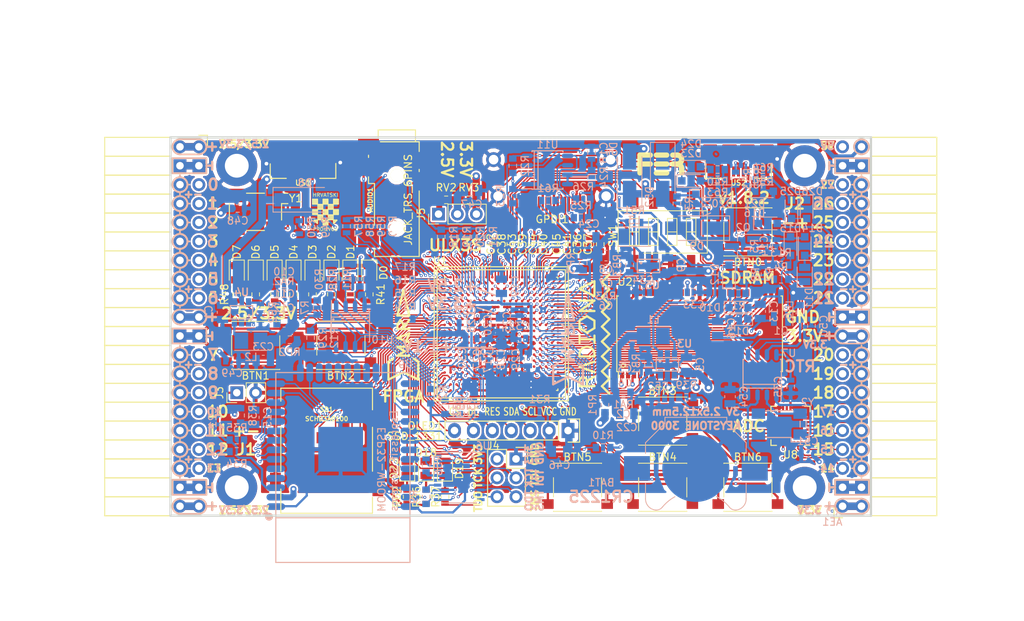
<source format=kicad_pcb>
(kicad_pcb (version 20171130) (host pcbnew 5.0.0-rc2-dev-unknown+dfsg1+20180318-2)
  (layers (0 F.Cu signal) (1 In1.Cu signal) (2 In2.Cu signal) (31 B.Cu signal) (34 B.Paste user) (35 F.Paste user) (36 B.SilkS user) (37 F.SilkS user) (38 B.Mask user) (39 F.Mask user) (44 Edge.Cuts user))
  (net 0 "")
  (net 1 GND)
  (net 2 +5V)
  (net 3 /gpio/IN5V)
  (net 4 /gpio/OUT5V)
  (net 5 +3V3)
  (net 6 BTN_D)
  (net 7 BTN_F1)
  (net 8 BTN_F2)
  (net 9 BTN_L)
  (net 10 BTN_R)
  (net 11 BTN_U)
  (net 12 /power/FB1)
  (net 13 +2V5)
  (net 14 /power/PWREN)
  (net 15 /power/FB3)
  (net 16 /power/FB2)
  (net 17 "Net-(D9-Pad1)")
  (net 18 /power/VBAT)
  (net 19 JTAG_TDI)
  (net 20 JTAG_TCK)
  (net 21 JTAG_TMS)
  (net 22 JTAG_TDO)
  (net 23 /power/WAKEUPn)
  (net 24 /power/WKUP)
  (net 25 /power/SHUT)
  (net 26 /power/WAKE)
  (net 27 /power/HOLD)
  (net 28 /power/WKn)
  (net 29 /power/OSCI_32k)
  (net 30 /power/OSCO_32k)
  (net 31 "Net-(Q2-Pad3)")
  (net 32 SHUTDOWN)
  (net 33 /analog/AUDIO_L)
  (net 34 /analog/AUDIO_R)
  (net 35 GPDI_SDA)
  (net 36 GPDI_SCL)
  (net 37 /gpdi/VREF2)
  (net 38 SD_CMD)
  (net 39 SD_CLK)
  (net 40 SD_D0)
  (net 41 SD_D1)
  (net 42 USB5V)
  (net 43 GPDI_CEC)
  (net 44 nRESET)
  (net 45 FTDI_nDTR)
  (net 46 SDRAM_CKE)
  (net 47 SDRAM_A7)
  (net 48 SDRAM_D15)
  (net 49 SDRAM_BA1)
  (net 50 SDRAM_D7)
  (net 51 SDRAM_A6)
  (net 52 SDRAM_CLK)
  (net 53 SDRAM_D13)
  (net 54 SDRAM_BA0)
  (net 55 SDRAM_D6)
  (net 56 SDRAM_A5)
  (net 57 SDRAM_D14)
  (net 58 SDRAM_A11)
  (net 59 SDRAM_D12)
  (net 60 SDRAM_D5)
  (net 61 SDRAM_A4)
  (net 62 SDRAM_A10)
  (net 63 SDRAM_D11)
  (net 64 SDRAM_A3)
  (net 65 SDRAM_D4)
  (net 66 SDRAM_D10)
  (net 67 SDRAM_D9)
  (net 68 SDRAM_A9)
  (net 69 SDRAM_D3)
  (net 70 SDRAM_D8)
  (net 71 SDRAM_A8)
  (net 72 SDRAM_A2)
  (net 73 SDRAM_A1)
  (net 74 SDRAM_A0)
  (net 75 SDRAM_D2)
  (net 76 SDRAM_D1)
  (net 77 SDRAM_D0)
  (net 78 SDRAM_DQM0)
  (net 79 SDRAM_nCS)
  (net 80 SDRAM_nRAS)
  (net 81 SDRAM_DQM1)
  (net 82 SDRAM_nCAS)
  (net 83 SDRAM_nWE)
  (net 84 /flash/FLASH_nWP)
  (net 85 /flash/FLASH_nHOLD)
  (net 86 /flash/FLASH_MOSI)
  (net 87 /flash/FLASH_MISO)
  (net 88 /flash/FLASH_SCK)
  (net 89 /flash/FLASH_nCS)
  (net 90 /flash/FPGA_PROGRAMN)
  (net 91 /flash/FPGA_DONE)
  (net 92 /flash/FPGA_INITN)
  (net 93 OLED_RES)
  (net 94 OLED_DC)
  (net 95 OLED_CS)
  (net 96 WIFI_EN)
  (net 97 FTDI_nRTS)
  (net 98 FTDI_TXD)
  (net 99 FTDI_RXD)
  (net 100 WIFI_RXD)
  (net 101 WIFI_GPIO0)
  (net 102 WIFI_TXD)
  (net 103 USB_FTDI_D+)
  (net 104 USB_FTDI_D-)
  (net 105 SD_D3)
  (net 106 AUDIO_L3)
  (net 107 AUDIO_L2)
  (net 108 AUDIO_L1)
  (net 109 AUDIO_L0)
  (net 110 AUDIO_R3)
  (net 111 AUDIO_R2)
  (net 112 AUDIO_R1)
  (net 113 AUDIO_R0)
  (net 114 OLED_CLK)
  (net 115 OLED_MOSI)
  (net 116 LED0)
  (net 117 LED1)
  (net 118 LED2)
  (net 119 LED3)
  (net 120 LED4)
  (net 121 LED5)
  (net 122 LED6)
  (net 123 LED7)
  (net 124 BTN_PWRn)
  (net 125 FTDI_nTXLED)
  (net 126 FTDI_nSLEEP)
  (net 127 /blinkey/LED_PWREN)
  (net 128 /blinkey/LED_TXLED)
  (net 129 /sdcard/SD3V3)
  (net 130 SD_D2)
  (net 131 CLK_25MHz)
  (net 132 /blinkey/BTNPUL)
  (net 133 /blinkey/BTNPUR)
  (net 134 USB_FPGA_D+)
  (net 135 /power/FTDI_nSUSPEND)
  (net 136 /blinkey/ALED0)
  (net 137 /blinkey/ALED1)
  (net 138 /blinkey/ALED2)
  (net 139 /blinkey/ALED3)
  (net 140 /blinkey/ALED4)
  (net 141 /blinkey/ALED5)
  (net 142 /blinkey/ALED6)
  (net 143 /blinkey/ALED7)
  (net 144 /usb/FTD-)
  (net 145 /usb/FTD+)
  (net 146 ADC_MISO)
  (net 147 ADC_MOSI)
  (net 148 ADC_CSn)
  (net 149 ADC_SCLK)
  (net 150 SW3)
  (net 151 SW2)
  (net 152 SW1)
  (net 153 USB_FPGA_D-)
  (net 154 /usb/FPD+)
  (net 155 /usb/FPD-)
  (net 156 WIFI_GPIO16)
  (net 157 /usb/ANT_433MHz)
  (net 158 /power/PWRBTn)
  (net 159 PROG_DONE)
  (net 160 /power/P3V3)
  (net 161 /power/P2V5)
  (net 162 /power/L1)
  (net 163 /power/L3)
  (net 164 /power/L2)
  (net 165 FTDI_TXDEN)
  (net 166 SDRAM_A12)
  (net 167 /analog/AUDIO_V)
  (net 168 AUDIO_V3)
  (net 169 AUDIO_V2)
  (net 170 AUDIO_V1)
  (net 171 AUDIO_V0)
  (net 172 /blinkey/LED_WIFI)
  (net 173 /power/P1V1)
  (net 174 +1V1)
  (net 175 SW4)
  (net 176 /blinkey/SWPU)
  (net 177 /wifi/WIFIEN)
  (net 178 FT2V5)
  (net 179 GN0)
  (net 180 GP0)
  (net 181 GN1)
  (net 182 GP1)
  (net 183 GN2)
  (net 184 GP2)
  (net 185 GN3)
  (net 186 GP3)
  (net 187 GN4)
  (net 188 GP4)
  (net 189 GN5)
  (net 190 GP5)
  (net 191 GN6)
  (net 192 GP6)
  (net 193 GN14)
  (net 194 GP14)
  (net 195 GN15)
  (net 196 GP15)
  (net 197 GN16)
  (net 198 GP16)
  (net 199 GN17)
  (net 200 GP17)
  (net 201 GN18)
  (net 202 GP18)
  (net 203 GN19)
  (net 204 GP19)
  (net 205 GN20)
  (net 206 GP20)
  (net 207 GN21)
  (net 208 GP21)
  (net 209 GN22)
  (net 210 GP22)
  (net 211 GN23)
  (net 212 GP23)
  (net 213 GN24)
  (net 214 GP24)
  (net 215 GN25)
  (net 216 GP25)
  (net 217 GN26)
  (net 218 GP26)
  (net 219 GN27)
  (net 220 GP27)
  (net 221 GN7)
  (net 222 GP7)
  (net 223 GN8)
  (net 224 GP8)
  (net 225 GN9)
  (net 226 GP9)
  (net 227 GN10)
  (net 228 GP10)
  (net 229 GN11)
  (net 230 GP11)
  (net 231 GN12)
  (net 232 GP12)
  (net 233 GN13)
  (net 234 GP13)
  (net 235 WIFI_GPIO5)
  (net 236 WIFI_GPIO17)
  (net 237 USB_FPGA_PULL_D+)
  (net 238 USB_FPGA_PULL_D-)
  (net 239 "Net-(D23-Pad2)")
  (net 240 "Net-(D24-Pad1)")
  (net 241 "Net-(D25-Pad2)")
  (net 242 "Net-(D26-Pad1)")
  (net 243 /gpdi/GPDI_ETH+)
  (net 244 FPDI_ETH+)
  (net 245 /gpdi/GPDI_ETH-)
  (net 246 FPDI_ETH-)
  (net 247 /gpdi/GPDI_D2-)
  (net 248 FPDI_D2-)
  (net 249 /gpdi/GPDI_D1-)
  (net 250 FPDI_D1-)
  (net 251 /gpdi/GPDI_D0-)
  (net 252 FPDI_D0-)
  (net 253 /gpdi/GPDI_CLK-)
  (net 254 FPDI_CLK-)
  (net 255 /gpdi/GPDI_D2+)
  (net 256 FPDI_D2+)
  (net 257 /gpdi/GPDI_D1+)
  (net 258 FPDI_D1+)
  (net 259 /gpdi/GPDI_D0+)
  (net 260 FPDI_D0+)
  (net 261 /gpdi/GPDI_CLK+)
  (net 262 FPDI_CLK+)
  (net 263 FPDI_SDA)
  (net 264 FPDI_SCL)
  (net 265 /gpdi/FPDI_CEC)
  (net 266 2V5_3V3)
  (net 267 "Net-(AUDIO1-Pad5)")
  (net 268 "Net-(AUDIO1-Pad6)")
  (net 269 "Net-(U1-PadA15)")
  (net 270 "Net-(U1-PadC9)")
  (net 271 "Net-(U1-PadD9)")
  (net 272 "Net-(U1-PadD10)")
  (net 273 "Net-(U1-PadD11)")
  (net 274 "Net-(U1-PadD12)")
  (net 275 "Net-(U1-PadE6)")
  (net 276 "Net-(U1-PadE9)")
  (net 277 "Net-(U1-PadE10)")
  (net 278 "Net-(U1-PadE11)")
  (net 279 "Net-(U1-PadJ4)")
  (net 280 "Net-(U1-PadJ5)")
  (net 281 "Net-(U1-PadK5)")
  (net 282 "Net-(U1-PadL5)")
  (net 283 "Net-(U1-PadM4)")
  (net 284 "Net-(U1-PadM5)")
  (net 285 SD_CD)
  (net 286 SD_WP)
  (net 287 "Net-(U1-PadR3)")
  (net 288 "Net-(U1-PadT16)")
  (net 289 "Net-(U1-PadW4)")
  (net 290 "Net-(U1-PadW5)")
  (net 291 "Net-(U1-PadW8)")
  (net 292 "Net-(U1-PadW9)")
  (net 293 "Net-(U1-PadW13)")
  (net 294 "Net-(U1-PadW14)")
  (net 295 "Net-(U1-PadW17)")
  (net 296 "Net-(U1-PadW18)")
  (net 297 FTDI_nRXLED)
  (net 298 "Net-(U8-Pad12)")
  (net 299 "Net-(U8-Pad25)")
  (net 300 "Net-(U9-Pad32)")
  (net 301 "Net-(U9-Pad22)")
  (net 302 "Net-(U9-Pad21)")
  (net 303 "Net-(U9-Pad20)")
  (net 304 "Net-(U9-Pad19)")
  (net 305 "Net-(U9-Pad18)")
  (net 306 "Net-(U9-Pad17)")
  (net 307 "Net-(U9-Pad12)")
  (net 308 "Net-(U9-Pad5)")
  (net 309 "Net-(U9-Pad4)")
  (net 310 "Net-(US1-Pad4)")
  (net 311 "Net-(US2-Pad4)")
  (net 312 "Net-(Y2-Pad3)")
  (net 313 "Net-(Y2-Pad2)")
  (net 314 "Net-(U1-PadK16)")
  (net 315 "Net-(U1-PadK17)")
  (module Socket_Strips:Socket_Strip_Angled_2x20 (layer F.Cu) (at 97.91 62.69 270)
    (fp_text reference J1 (at 40.64 -6.35) (layer F.SilkS) (effects (font (size 1.5 1.5) (thickness 0.3))))
    (fp_text value CONN_02X20 hide)
    (pad 1 thru_hole oval (at 0 0 270) (size 1.7272 1.7272) (drill 1.016) (layers *.Cu *.Mask) (net 266 2V5_3V3))
    (pad 2 thru_hole oval (at 0 2.54 270) (size 1.7272 1.7272) (drill 1.016) (layers *.Cu *.Mask) (net 266 2V5_3V3))
    (pad 3 thru_hole rect (at 2.54 0 270) (size 1.7272 1.7272) (drill 1.016) (layers *.Cu *.Mask) (net 1 GND))
    (pad 4 thru_hole rect (at 2.54 2.54 270) (size 1.7272 1.7272) (drill 1.016) (layers *.Cu *.Mask) (net 1 GND))
    (pad 5 thru_hole oval (at 5.08 0 270) (size 1.7272 1.7272) (drill 1.016) (layers *.Cu *.Mask) (net 179 GN0))
    (pad 6 thru_hole oval (at 5.08 2.54 270) (size 1.7272 1.7272) (drill 1.016) (layers *.Cu *.Mask) (net 180 GP0))
    (pad 7 thru_hole oval (at 7.62 0 270) (size 1.7272 1.7272) (drill 1.016) (layers *.Cu *.Mask) (net 181 GN1))
    (pad 8 thru_hole oval (at 7.62 2.54 270) (size 1.7272 1.7272) (drill 1.016) (layers *.Cu *.Mask) (net 182 GP1))
    (pad 9 thru_hole oval (at 10.16 0 270) (size 1.7272 1.7272) (drill 1.016) (layers *.Cu *.Mask) (net 183 GN2))
    (pad 10 thru_hole oval (at 10.16 2.54 270) (size 1.7272 1.7272) (drill 1.016) (layers *.Cu *.Mask) (net 184 GP2))
    (pad 11 thru_hole oval (at 12.7 0 270) (size 1.7272 1.7272) (drill 1.016) (layers *.Cu *.Mask) (net 185 GN3))
    (pad 12 thru_hole oval (at 12.7 2.54 270) (size 1.7272 1.7272) (drill 1.016) (layers *.Cu *.Mask) (net 186 GP3))
    (pad 13 thru_hole oval (at 15.24 0 270) (size 1.7272 1.7272) (drill 1.016) (layers *.Cu *.Mask) (net 187 GN4))
    (pad 14 thru_hole oval (at 15.24 2.54 270) (size 1.7272 1.7272) (drill 1.016) (layers *.Cu *.Mask) (net 188 GP4))
    (pad 15 thru_hole oval (at 17.78 0 270) (size 1.7272 1.7272) (drill 1.016) (layers *.Cu *.Mask) (net 189 GN5))
    (pad 16 thru_hole oval (at 17.78 2.54 270) (size 1.7272 1.7272) (drill 1.016) (layers *.Cu *.Mask) (net 190 GP5))
    (pad 17 thru_hole oval (at 20.32 0 270) (size 1.7272 1.7272) (drill 1.016) (layers *.Cu *.Mask) (net 191 GN6))
    (pad 18 thru_hole oval (at 20.32 2.54 270) (size 1.7272 1.7272) (drill 1.016) (layers *.Cu *.Mask) (net 192 GP6))
    (pad 19 thru_hole oval (at 22.86 0 270) (size 1.7272 1.7272) (drill 1.016) (layers *.Cu *.Mask) (net 266 2V5_3V3))
    (pad 20 thru_hole oval (at 22.86 2.54 270) (size 1.7272 1.7272) (drill 1.016) (layers *.Cu *.Mask) (net 266 2V5_3V3))
    (pad 21 thru_hole rect (at 25.4 0 270) (size 1.7272 1.7272) (drill 1.016) (layers *.Cu *.Mask) (net 1 GND))
    (pad 22 thru_hole rect (at 25.4 2.54 270) (size 1.7272 1.7272) (drill 1.016) (layers *.Cu *.Mask) (net 1 GND))
    (pad 23 thru_hole oval (at 27.94 0 270) (size 1.7272 1.7272) (drill 1.016) (layers *.Cu *.Mask) (net 221 GN7))
    (pad 24 thru_hole oval (at 27.94 2.54 270) (size 1.7272 1.7272) (drill 1.016) (layers *.Cu *.Mask) (net 222 GP7))
    (pad 25 thru_hole oval (at 30.48 0 270) (size 1.7272 1.7272) (drill 1.016) (layers *.Cu *.Mask) (net 223 GN8))
    (pad 26 thru_hole oval (at 30.48 2.54 270) (size 1.7272 1.7272) (drill 1.016) (layers *.Cu *.Mask) (net 224 GP8))
    (pad 27 thru_hole oval (at 33.02 0 270) (size 1.7272 1.7272) (drill 1.016) (layers *.Cu *.Mask) (net 225 GN9))
    (pad 28 thru_hole oval (at 33.02 2.54 270) (size 1.7272 1.7272) (drill 1.016) (layers *.Cu *.Mask) (net 226 GP9))
    (pad 29 thru_hole oval (at 35.56 0 270) (size 1.7272 1.7272) (drill 1.016) (layers *.Cu *.Mask) (net 227 GN10))
    (pad 30 thru_hole oval (at 35.56 2.54 270) (size 1.7272 1.7272) (drill 1.016) (layers *.Cu *.Mask) (net 228 GP10))
    (pad 31 thru_hole oval (at 38.1 0 270) (size 1.7272 1.7272) (drill 1.016) (layers *.Cu *.Mask) (net 229 GN11))
    (pad 32 thru_hole oval (at 38.1 2.54 270) (size 1.7272 1.7272) (drill 1.016) (layers *.Cu *.Mask) (net 230 GP11))
    (pad 33 thru_hole oval (at 40.64 0 270) (size 1.7272 1.7272) (drill 1.016) (layers *.Cu *.Mask) (net 231 GN12))
    (pad 34 thru_hole oval (at 40.64 2.54 270) (size 1.7272 1.7272) (drill 1.016) (layers *.Cu *.Mask) (net 232 GP12))
    (pad 35 thru_hole oval (at 43.18 0 270) (size 1.7272 1.7272) (drill 1.016) (layers *.Cu *.Mask) (net 233 GN13))
    (pad 36 thru_hole oval (at 43.18 2.54 270) (size 1.7272 1.7272) (drill 1.016) (layers *.Cu *.Mask) (net 234 GP13))
    (pad 37 thru_hole rect (at 45.72 0 270) (size 1.7272 1.7272) (drill 1.016) (layers *.Cu *.Mask) (net 1 GND))
    (pad 38 thru_hole rect (at 45.72 2.54 270) (size 1.7272 1.7272) (drill 1.016) (layers *.Cu *.Mask) (net 1 GND))
    (pad 39 thru_hole oval (at 48.26 0 270) (size 1.7272 1.7272) (drill 1.016) (layers *.Cu *.Mask) (net 266 2V5_3V3))
    (pad 40 thru_hole oval (at 48.26 2.54 270) (size 1.7272 1.7272) (drill 1.016) (layers *.Cu *.Mask) (net 266 2V5_3V3))
  )
  (module TSOT-25:TSOT-25 (layer B.Cu) (at 160.775 91.9)
    (fp_text reference U3 (at 2.301 -2.776) (layer B.SilkS) (effects (font (thickness 0.2)) (justify mirror)))
    (fp_text value TLV62569DBV)
    (pad 1 smd rect (at -0.95 -1.3) (size 0.7 1.2) (layers B.Cu B.Paste B.Mask) (net 14 /power/PWREN))
    (pad 2 smd rect (at 0 -1.3) (size 0.7 1.2) (layers B.Cu B.Paste B.Mask) (net 1 GND))
    (pad 3 smd rect (at 0.95 -1.3) (size 0.7 1.2) (layers B.Cu B.Paste B.Mask) (net 162 /power/L1))
    (pad 4 smd rect (at 0.95 1.3) (size 0.7 1.2) (layers B.Cu B.Paste B.Mask) (net 2 +5V))
    (pad 5 smd rect (at -0.95 1.3) (size 0.7 1.2) (layers B.Cu B.Paste B.Mask) (net 12 /power/FB1))
  )
  (module TSOT-25:TSOT-25 (layer B.Cu) (at 103.625 84.915 180)
    (fp_text reference U4 (at 0 2.697 180) (layer B.SilkS) (effects (font (thickness 0.2)) (justify mirror)))
    (fp_text value TLV62569DBV)
    (pad 1 smd rect (at -0.95 -1.3 180) (size 0.7 1.2) (layers B.Cu B.Paste B.Mask) (net 14 /power/PWREN))
    (pad 2 smd rect (at 0 -1.3 180) (size 0.7 1.2) (layers B.Cu B.Paste B.Mask) (net 1 GND))
    (pad 3 smd rect (at 0.95 -1.3 180) (size 0.7 1.2) (layers B.Cu B.Paste B.Mask) (net 164 /power/L2))
    (pad 4 smd rect (at 0.95 1.3 180) (size 0.7 1.2) (layers B.Cu B.Paste B.Mask) (net 2 +5V))
    (pad 5 smd rect (at -0.95 1.3 180) (size 0.7 1.2) (layers B.Cu B.Paste B.Mask) (net 16 /power/FB2))
  )
  (module TSOT-25:TSOT-25 (layer B.Cu) (at 158.235 78.692)
    (fp_text reference U5 (at 0.523 2.558) (layer B.SilkS) (effects (font (thickness 0.2)) (justify mirror)))
    (fp_text value TLV62569DBV)
    (pad 1 smd rect (at -0.95 -1.3) (size 0.7 1.2) (layers B.Cu B.Paste B.Mask) (net 14 /power/PWREN))
    (pad 2 smd rect (at 0 -1.3) (size 0.7 1.2) (layers B.Cu B.Paste B.Mask) (net 1 GND))
    (pad 3 smd rect (at 0.95 -1.3) (size 0.7 1.2) (layers B.Cu B.Paste B.Mask) (net 163 /power/L3))
    (pad 4 smd rect (at 0.95 1.3) (size 0.7 1.2) (layers B.Cu B.Paste B.Mask) (net 2 +5V))
    (pad 5 smd rect (at -0.95 1.3) (size 0.7 1.2) (layers B.Cu B.Paste B.Mask) (net 15 /power/FB3))
  )
  (module Socket_Strips:Socket_Strip_Angled_2x20 (layer F.Cu) (at 184.27 110.95 90)
    (fp_text reference J2 (at 40.64 -6.35 180) (layer F.SilkS) (effects (font (size 1.5 1.5) (thickness 0.3))))
    (fp_text value CONN_02X20 hide)
    (pad 1 thru_hole oval (at 0 0 90) (size 1.7272 1.7272) (drill 1.016) (layers *.Cu *.Mask) (net 5 +3V3))
    (pad 2 thru_hole oval (at 0 2.54 90) (size 1.7272 1.7272) (drill 1.016) (layers *.Cu *.Mask) (net 5 +3V3))
    (pad 3 thru_hole rect (at 2.54 0 90) (size 1.7272 1.7272) (drill 1.016) (layers *.Cu *.Mask) (net 1 GND))
    (pad 4 thru_hole rect (at 2.54 2.54 90) (size 1.7272 1.7272) (drill 1.016) (layers *.Cu *.Mask) (net 1 GND))
    (pad 5 thru_hole oval (at 5.08 0 90) (size 1.7272 1.7272) (drill 1.016) (layers *.Cu *.Mask) (net 193 GN14))
    (pad 6 thru_hole oval (at 5.08 2.54 90) (size 1.7272 1.7272) (drill 1.016) (layers *.Cu *.Mask) (net 194 GP14))
    (pad 7 thru_hole oval (at 7.62 0 90) (size 1.7272 1.7272) (drill 1.016) (layers *.Cu *.Mask) (net 195 GN15))
    (pad 8 thru_hole oval (at 7.62 2.54 90) (size 1.7272 1.7272) (drill 1.016) (layers *.Cu *.Mask) (net 196 GP15))
    (pad 9 thru_hole oval (at 10.16 0 90) (size 1.7272 1.7272) (drill 1.016) (layers *.Cu *.Mask) (net 197 GN16))
    (pad 10 thru_hole oval (at 10.16 2.54 90) (size 1.7272 1.7272) (drill 1.016) (layers *.Cu *.Mask) (net 198 GP16))
    (pad 11 thru_hole oval (at 12.7 0 90) (size 1.7272 1.7272) (drill 1.016) (layers *.Cu *.Mask) (net 199 GN17))
    (pad 12 thru_hole oval (at 12.7 2.54 90) (size 1.7272 1.7272) (drill 1.016) (layers *.Cu *.Mask) (net 200 GP17))
    (pad 13 thru_hole oval (at 15.24 0 90) (size 1.7272 1.7272) (drill 1.016) (layers *.Cu *.Mask) (net 201 GN18))
    (pad 14 thru_hole oval (at 15.24 2.54 90) (size 1.7272 1.7272) (drill 1.016) (layers *.Cu *.Mask) (net 202 GP18))
    (pad 15 thru_hole oval (at 17.78 0 90) (size 1.7272 1.7272) (drill 1.016) (layers *.Cu *.Mask) (net 203 GN19))
    (pad 16 thru_hole oval (at 17.78 2.54 90) (size 1.7272 1.7272) (drill 1.016) (layers *.Cu *.Mask) (net 204 GP19))
    (pad 17 thru_hole oval (at 20.32 0 90) (size 1.7272 1.7272) (drill 1.016) (layers *.Cu *.Mask) (net 205 GN20))
    (pad 18 thru_hole oval (at 20.32 2.54 90) (size 1.7272 1.7272) (drill 1.016) (layers *.Cu *.Mask) (net 206 GP20))
    (pad 19 thru_hole oval (at 22.86 0 90) (size 1.7272 1.7272) (drill 1.016) (layers *.Cu *.Mask) (net 5 +3V3))
    (pad 20 thru_hole oval (at 22.86 2.54 90) (size 1.7272 1.7272) (drill 1.016) (layers *.Cu *.Mask) (net 5 +3V3))
    (pad 21 thru_hole rect (at 25.4 0 90) (size 1.7272 1.7272) (drill 1.016) (layers *.Cu *.Mask) (net 1 GND))
    (pad 22 thru_hole rect (at 25.4 2.54 90) (size 1.7272 1.7272) (drill 1.016) (layers *.Cu *.Mask) (net 1 GND))
    (pad 23 thru_hole oval (at 27.94 0 90) (size 1.7272 1.7272) (drill 1.016) (layers *.Cu *.Mask) (net 207 GN21))
    (pad 24 thru_hole oval (at 27.94 2.54 90) (size 1.7272 1.7272) (drill 1.016) (layers *.Cu *.Mask) (net 208 GP21))
    (pad 25 thru_hole oval (at 30.48 0 90) (size 1.7272 1.7272) (drill 1.016) (layers *.Cu *.Mask) (net 209 GN22))
    (pad 26 thru_hole oval (at 30.48 2.54 90) (size 1.7272 1.7272) (drill 1.016) (layers *.Cu *.Mask) (net 210 GP22))
    (pad 27 thru_hole oval (at 33.02 0 90) (size 1.7272 1.7272) (drill 1.016) (layers *.Cu *.Mask) (net 211 GN23))
    (pad 28 thru_hole oval (at 33.02 2.54 90) (size 1.7272 1.7272) (drill 1.016) (layers *.Cu *.Mask) (net 212 GP23))
    (pad 29 thru_hole oval (at 35.56 0 90) (size 1.7272 1.7272) (drill 1.016) (layers *.Cu *.Mask) (net 213 GN24))
    (pad 30 thru_hole oval (at 35.56 2.54 90) (size 1.7272 1.7272) (drill 1.016) (layers *.Cu *.Mask) (net 214 GP24))
    (pad 31 thru_hole oval (at 38.1 0 90) (size 1.7272 1.7272) (drill 1.016) (layers *.Cu *.Mask) (net 215 GN25))
    (pad 32 thru_hole oval (at 38.1 2.54 90) (size 1.7272 1.7272) (drill 1.016) (layers *.Cu *.Mask) (net 216 GP25))
    (pad 33 thru_hole oval (at 40.64 0 90) (size 1.7272 1.7272) (drill 1.016) (layers *.Cu *.Mask) (net 217 GN26))
    (pad 34 thru_hole oval (at 40.64 2.54 90) (size 1.7272 1.7272) (drill 1.016) (layers *.Cu *.Mask) (net 218 GP26))
    (pad 35 thru_hole oval (at 43.18 0 90) (size 1.7272 1.7272) (drill 1.016) (layers *.Cu *.Mask) (net 219 GN27))
    (pad 36 thru_hole oval (at 43.18 2.54 90) (size 1.7272 1.7272) (drill 1.016) (layers *.Cu *.Mask) (net 220 GP27))
    (pad 37 thru_hole rect (at 45.72 0 90) (size 1.7272 1.7272) (drill 1.016) (layers *.Cu *.Mask) (net 1 GND))
    (pad 38 thru_hole rect (at 45.72 2.54 90) (size 1.7272 1.7272) (drill 1.016) (layers *.Cu *.Mask) (net 1 GND))
    (pad 39 thru_hole oval (at 48.26 0 90) (size 1.7272 1.7272) (drill 1.016) (layers *.Cu *.Mask) (net 3 /gpio/IN5V))
    (pad 40 thru_hole oval (at 48.26 2.54 90) (size 1.7272 1.7272) (drill 1.016) (layers *.Cu *.Mask) (net 4 /gpio/OUT5V))
  )
  (module Mounting_Holes:MountingHole_3.2mm_M3_ISO14580_Pad (layer F.Cu) (at 102.99 108.41)
    (fp_text reference H1 hide)
    (fp_text value HOLE hide)
    (pad 1 thru_hole circle (at 0 0) (size 5.5 5.5) (drill 3.2) (layers *.Cu *.Mask) (net 1 GND))
  )
  (module Mounting_Holes:MountingHole_3.2mm_M3_ISO14580_Pad (layer F.Cu) (at 179.19 108.41)
    (fp_text reference H2 hide)
    (fp_text value HOLE hide)
    (pad 1 thru_hole circle (at 0 0) (size 5.5 5.5) (drill 3.2) (layers *.Cu *.Mask) (net 1 GND))
  )
  (module Mounting_Holes:MountingHole_3.2mm_M3_ISO14580_Pad (layer F.Cu) (at 179.19 65.23)
    (fp_text reference H3 hide)
    (fp_text value HOLE hide)
    (pad 1 thru_hole circle (at 0 0) (size 5.5 5.5) (drill 3.2) (layers *.Cu *.Mask) (net 1 GND))
  )
  (module Mounting_Holes:MountingHole_3.2mm_M3_ISO14580_Pad (layer F.Cu) (at 102.99 65.23)
    (fp_text reference H4 hide)
    (fp_text value HOLE hide)
    (pad 1 thru_hole circle (at 0 0) (size 5.5 5.5) (drill 3.2) (layers *.Cu *.Mask) (net 1 GND))
  )
  (module Housings_SSOP:SSOP-20_4.4x6.5mm_Pitch0.65mm (layer B.Cu) (at 132.835 107.14 180)
    (fp_text reference U6 (at -3.175 4.318 180) (layer B.SilkS) (effects (justify mirror)))
    (fp_text value FT231XS)
    (pad 1 smd rect (at -2.9 2.925 180) (size 1 0.4) (layers B.Cu B.Paste B.Mask) (net 45 FTDI_nDTR))
    (pad 2 smd rect (at -2.9 2.275 180) (size 1 0.4) (layers B.Cu B.Paste B.Mask) (net 97 FTDI_nRTS))
    (pad 3 smd rect (at -2.9 1.625 180) (size 1 0.4) (layers B.Cu B.Paste B.Mask) (net 178 FT2V5))
    (pad 4 smd rect (at -2.9 0.975 180) (size 1 0.4) (layers B.Cu B.Paste B.Mask) (net 99 FTDI_RXD))
    (pad 5 smd rect (at -2.9 0.325 180) (size 1 0.4) (layers B.Cu B.Paste B.Mask) (net 19 JTAG_TDI))
    (pad 6 smd rect (at -2.9 -0.325 180) (size 1 0.4) (layers B.Cu B.Paste B.Mask) (net 1 GND))
    (pad 7 smd rect (at -2.9 -0.975 180) (size 1 0.4) (layers B.Cu B.Paste B.Mask) (net 20 JTAG_TCK))
    (pad 8 smd rect (at -2.9 -1.625 180) (size 1 0.4) (layers B.Cu B.Paste B.Mask) (net 21 JTAG_TMS))
    (pad 9 smd rect (at -2.9 -2.275 180) (size 1 0.4) (layers B.Cu B.Paste B.Mask) (net 22 JTAG_TDO))
    (pad 10 smd rect (at -2.9 -2.925 180) (size 1 0.4) (layers B.Cu B.Paste B.Mask) (net 125 FTDI_nTXLED))
    (pad 11 smd rect (at 2.9 -2.925 180) (size 1 0.4) (layers B.Cu B.Paste B.Mask) (net 103 USB_FTDI_D+))
    (pad 12 smd rect (at 2.9 -2.275 180) (size 1 0.4) (layers B.Cu B.Paste B.Mask) (net 104 USB_FTDI_D-))
    (pad 13 smd rect (at 2.9 -1.625 180) (size 1 0.4) (layers B.Cu B.Paste B.Mask) (net 178 FT2V5))
    (pad 14 smd rect (at 2.9 -0.975 180) (size 1 0.4) (layers B.Cu B.Paste B.Mask) (net 44 nRESET))
    (pad 15 smd rect (at 2.9 -0.325 180) (size 1 0.4) (layers B.Cu B.Paste B.Mask) (net 42 USB5V))
    (pad 16 smd rect (at 2.9 0.325 180) (size 1 0.4) (layers B.Cu B.Paste B.Mask) (net 1 GND))
    (pad 17 smd rect (at 2.9 0.975 180) (size 1 0.4) (layers B.Cu B.Paste B.Mask) (net 297 FTDI_nRXLED))
    (pad 18 smd rect (at 2.9 1.625 180) (size 1 0.4) (layers B.Cu B.Paste B.Mask) (net 165 FTDI_TXDEN))
    (pad 19 smd rect (at 2.9 2.275 180) (size 1 0.4) (layers B.Cu B.Paste B.Mask) (net 126 FTDI_nSLEEP))
    (pad 20 smd rect (at 2.9 2.925 180) (size 1 0.4) (layers B.Cu B.Paste B.Mask) (net 98 FTDI_TXD))
  )
  (module usb_otg:USB-MICRO-B-FCI-10118192-0001LF (layer F.Cu) (at 111.88 63.325 180)
    (fp_text reference US1 (at 0 -4.2 180) (layer F.SilkS) (effects (font (size 0.7 0.7))))
    (fp_text value MICRO_USB hide)
    (pad 6 smd rect (at -3.1 -2.55 180) (size 2.1 1.6) (layers F.Cu F.Paste F.Mask) (net 1 GND))
    (pad 6 smd rect (at 3.1 -2.55 180) (size 2.1 1.6) (layers F.Cu F.Paste F.Mask) (net 1 GND))
    (pad 6 smd rect (at -1.2 0 180) (size 1.9 1.9) (layers F.Cu F.Paste F.Mask) (net 1 GND))
    (pad 6 smd rect (at 1.2 0 180) (size 1.9 1.9) (layers F.Cu F.Paste F.Mask) (net 1 GND))
    (pad 1 smd rect (at -1.3 -2.675 180) (size 0.4 1.35) (layers F.Cu F.Paste F.Mask) (net 42 USB5V))
    (pad 2 smd rect (at -0.65 -2.675 180) (size 0.4 1.35) (layers F.Cu F.Paste F.Mask) (net 144 /usb/FTD-))
    (pad 3 smd rect (at 0 -2.675 180) (size 0.4 1.35) (layers F.Cu F.Paste F.Mask) (net 145 /usb/FTD+))
    (pad 4 smd rect (at 0.65 -2.675 180) (size 0.4 1.35) (layers F.Cu F.Paste F.Mask) (net 310 "Net-(US1-Pad4)"))
    (pad 5 smd rect (at 1.3 -2.675 180) (size 0.4 1.35) (layers F.Cu F.Paste F.Mask) (net 1 GND))
    (pad 6 smd rect (at -3.8 0 180) (size 1.8 1.9) (layers F.Cu F.Paste F.Mask) (net 1 GND))
    (pad 6 smd rect (at 3.8 0 180) (size 1.8 1.9) (layers F.Cu F.Paste F.Mask) (net 1 GND))
  )
  (module usb_otg:USB-MICRO-B-FCI-10118192-0001LF (layer F.Cu) (at 170.3 63.325 180)
    (fp_text reference US2 (at 0 -4.2 180) (layer F.SilkS) (effects (font (size 0.7 0.7))))
    (fp_text value MICRO_USB hide)
    (pad 6 smd rect (at -3.1 -2.55 180) (size 2.1 1.6) (layers F.Cu F.Paste F.Mask) (net 1 GND))
    (pad 6 smd rect (at 3.1 -2.55 180) (size 2.1 1.6) (layers F.Cu F.Paste F.Mask) (net 1 GND))
    (pad 6 smd rect (at -1.2 0 180) (size 1.9 1.9) (layers F.Cu F.Paste F.Mask) (net 1 GND))
    (pad 6 smd rect (at 1.2 0 180) (size 1.9 1.9) (layers F.Cu F.Paste F.Mask) (net 1 GND))
    (pad 1 smd rect (at -1.3 -2.675 180) (size 0.4 1.35) (layers F.Cu F.Paste F.Mask) (net 17 "Net-(D9-Pad1)"))
    (pad 2 smd rect (at -0.65 -2.675 180) (size 0.4 1.35) (layers F.Cu F.Paste F.Mask) (net 155 /usb/FPD-))
    (pad 3 smd rect (at 0 -2.675 180) (size 0.4 1.35) (layers F.Cu F.Paste F.Mask) (net 154 /usb/FPD+))
    (pad 4 smd rect (at 0.65 -2.675 180) (size 0.4 1.35) (layers F.Cu F.Paste F.Mask) (net 311 "Net-(US2-Pad4)"))
    (pad 5 smd rect (at 1.3 -2.675 180) (size 0.4 1.35) (layers F.Cu F.Paste F.Mask) (net 1 GND))
    (pad 6 smd rect (at -3.8 0 180) (size 1.8 1.9) (layers F.Cu F.Paste F.Mask) (net 1 GND))
    (pad 6 smd rect (at 3.8 0 180) (size 1.8 1.9) (layers F.Cu F.Paste F.Mask) (net 1 GND))
  )
  (module Socket_Strips:Socket_Strip_Straight_2x03 (layer F.Cu) (at 140.455 104.6 270)
    (fp_text reference J4 (at -1.778 3.048) (layer F.SilkS))
    (fp_text value CONN_02X03 hide)
    (pad 1 thru_hole rect (at 0 0 270) (size 1.7272 1.7272) (drill 1.016) (layers *.Cu *.Mask) (net 1 GND))
    (pad 2 thru_hole oval (at 0 2.54 270) (size 1.7272 1.7272) (drill 1.016) (layers *.Cu *.Mask) (net 5 +3V3))
    (pad 3 thru_hole oval (at 2.54 0 270) (size 1.7272 1.7272) (drill 1.016) (layers *.Cu *.Mask) (net 19 JTAG_TDI))
    (pad 4 thru_hole oval (at 2.54 2.54 270) (size 1.7272 1.7272) (drill 1.016) (layers *.Cu *.Mask) (net 20 JTAG_TCK))
    (pad 5 thru_hole oval (at 5.08 0 270) (size 1.7272 1.7272) (drill 1.016) (layers *.Cu *.Mask) (net 21 JTAG_TMS))
    (pad 6 thru_hole oval (at 5.08 2.54 270) (size 1.7272 1.7272) (drill 1.016) (layers *.Cu *.Mask) (net 22 JTAG_TDO))
  )
  (module Housings_DFN_QFN:QFN-28-1EP_5x5mm_Pitch0.5mm (layer F.Cu) (at 177.285 100.155 180)
    (fp_text reference U8 (at 0 -3.875 180) (layer F.SilkS))
    (fp_text value MAX11125)
    (pad 1 smd oval (at -2.45 -1.5 180) (size 0.85 0.3) (layers F.Cu F.Paste F.Mask) (net 196 GP15))
    (pad 2 smd oval (at -2.45 -1 180) (size 0.85 0.3) (layers F.Cu F.Paste F.Mask) (net 197 GN16))
    (pad 3 smd oval (at -2.45 -0.5 180) (size 0.85 0.3) (layers F.Cu F.Paste F.Mask) (net 198 GP16))
    (pad 4 smd oval (at -2.45 0 180) (size 0.85 0.3) (layers F.Cu F.Paste F.Mask) (net 199 GN17))
    (pad 5 smd oval (at -2.45 0.5 180) (size 0.85 0.3) (layers F.Cu F.Paste F.Mask) (net 200 GP17))
    (pad 6 smd oval (at -2.45 1 180) (size 0.85 0.3) (layers F.Cu F.Paste F.Mask) (net 1 GND))
    (pad 7 smd oval (at -2.45 1.5 180) (size 0.85 0.3) (layers F.Cu F.Paste F.Mask) (net 1 GND))
    (pad 8 smd oval (at -1.5 2.45 270) (size 0.85 0.3) (layers F.Cu F.Paste F.Mask) (net 1 GND))
    (pad 9 smd oval (at -1 2.45 270) (size 0.85 0.3) (layers F.Cu F.Paste F.Mask) (net 1 GND))
    (pad 10 smd oval (at -0.5 2.45 270) (size 0.85 0.3) (layers F.Cu F.Paste F.Mask) (net 1 GND))
    (pad 11 smd oval (at 0 2.45 270) (size 0.85 0.3) (layers F.Cu F.Paste F.Mask) (net 1 GND))
    (pad 12 smd oval (at 0.5 2.45 270) (size 0.85 0.3) (layers F.Cu F.Paste F.Mask) (net 298 "Net-(U8-Pad12)"))
    (pad 13 smd oval (at 1 2.45 270) (size 0.85 0.3) (layers F.Cu F.Paste F.Mask) (net 1 GND))
    (pad 14 smd oval (at 1.5 2.45 270) (size 0.85 0.3) (layers F.Cu F.Paste F.Mask) (net 1 GND))
    (pad 15 smd oval (at 2.45 1.5 180) (size 0.85 0.3) (layers F.Cu F.Paste F.Mask) (net 5 +3V3))
    (pad 16 smd oval (at 2.45 1 180) (size 0.85 0.3) (layers F.Cu F.Paste F.Mask) (net 1 GND))
    (pad 17 smd oval (at 2.45 0.5 180) (size 0.85 0.3) (layers F.Cu F.Paste F.Mask) (net 5 +3V3))
    (pad 18 smd oval (at 2.45 0 180) (size 0.85 0.3) (layers F.Cu F.Paste F.Mask) (net 5 +3V3))
    (pad 19 smd oval (at 2.45 -0.5 180) (size 0.85 0.3) (layers F.Cu F.Paste F.Mask) (net 149 ADC_SCLK))
    (pad 20 smd oval (at 2.45 -1 180) (size 0.85 0.3) (layers F.Cu F.Paste F.Mask) (net 148 ADC_CSn))
    (pad 21 smd oval (at 2.45 -1.5 180) (size 0.85 0.3) (layers F.Cu F.Paste F.Mask) (net 147 ADC_MOSI))
    (pad 22 smd oval (at 1.5 -2.45 270) (size 0.85 0.3) (layers F.Cu F.Paste F.Mask) (net 1 GND))
    (pad 23 smd oval (at 1 -2.45 270) (size 0.85 0.3) (layers F.Cu F.Paste F.Mask) (net 5 +3V3))
    (pad 24 smd oval (at 0.5 -2.45 270) (size 0.85 0.3) (layers F.Cu F.Paste F.Mask) (net 146 ADC_MISO))
    (pad 25 smd oval (at 0 -2.45 270) (size 0.85 0.3) (layers F.Cu F.Paste F.Mask) (net 299 "Net-(U8-Pad25)"))
    (pad 26 smd oval (at -0.5 -2.45 270) (size 0.85 0.3) (layers F.Cu F.Paste F.Mask) (net 193 GN14))
    (pad 27 smd oval (at -1 -2.45 270) (size 0.85 0.3) (layers F.Cu F.Paste F.Mask) (net 194 GP14))
    (pad 28 smd oval (at -1.5 -2.45 270) (size 0.85 0.3) (layers F.Cu F.Paste F.Mask) (net 195 GN15))
    (pad 29 smd rect (at 0.8375 0.8375 180) (size 1.675 1.675) (layers F.Cu F.Paste F.Mask) (net 1 GND))
    (pad 29 smd rect (at 0.8375 -0.8375 180) (size 1.675 1.675) (layers F.Cu F.Paste F.Mask) (net 1 GND))
    (pad 29 smd rect (at -0.8375 0.8375 180) (size 1.675 1.675) (layers F.Cu F.Paste F.Mask) (net 1 GND))
    (pad 29 smd rect (at -0.8375 -0.8375 180) (size 1.675 1.675) (layers F.Cu F.Paste F.Mask) (net 1 GND))
  )
  (module oled:oled_13xx (layer F.Cu) (at 139.82 100.79 180)
    (fp_text reference OLED1 (at 11.557 0.635 180) (layer F.SilkS))
    (fp_text value SSD_1331 (at 12.954 -0.762 180) (layer F.SilkS))
    (fp_text user CS (at 7.62 2.54 180) (layer F.SilkS) (effects (font (size 1 0.75))))
    (fp_text user DC (at 5.08 2.54 180) (layer F.SilkS) (effects (font (size 1 0.75))))
    (fp_text user RES (at 2.54 2.54 180) (layer F.SilkS) (effects (font (size 1 0.75))))
    (fp_text user SDA (at 0 2.54 180) (layer F.SilkS) (effects (font (size 1 0.75))))
    (fp_text user SCL (at -2.54 2.54 180) (layer F.SilkS) (effects (font (size 1 0.75))))
    (fp_text user VCC (at -5.08 2.54 180) (layer F.SilkS) (effects (font (size 1 0.75))))
    (fp_text user GND (at -7.62 2.54 180) (layer F.SilkS) (effects (font (size 1 0.75))))
    (pad 1 thru_hole rect (at -7.62 0 180) (size 1.7272 2.032) (drill 1.016) (layers *.Cu *.Mask) (net 1 GND))
    (pad 2 thru_hole oval (at -5.08 0 180) (size 1.7272 2.032) (drill 1.016) (layers *.Cu *.Mask) (net 5 +3V3))
    (pad 3 thru_hole oval (at -2.54 0 180) (size 1.7272 2.032) (drill 1.016) (layers *.Cu *.Mask) (net 114 OLED_CLK))
    (pad 4 thru_hole oval (at 0 0 180) (size 1.7272 2.032) (drill 1.016) (layers *.Cu *.Mask) (net 115 OLED_MOSI))
    (pad 5 thru_hole oval (at 2.54 0 180) (size 1.7272 2.032) (drill 1.016) (layers *.Cu *.Mask) (net 93 OLED_RES))
    (pad 6 thru_hole oval (at 5.08 0 180) (size 1.7272 2.032) (drill 1.016) (layers *.Cu *.Mask) (net 94 OLED_DC))
    (pad 7 thru_hole oval (at 7.62 0 180) (size 1.7272 2.032) (drill 1.016) (layers *.Cu *.Mask) (net 95 OLED_CS))
  )
  (module Buttons_Switches_SMD:SW_SPST_PTS645 (layer F.Cu) (at 171.57 74.12 180)
    (fp_text reference BTN0 (at 0 -4.05 180) (layer F.SilkS))
    (fp_text value PTS645)
    (pad 2 smd rect (at -3.98 2.25 180) (size 1.55 1.3) (layers F.Cu F.Paste F.Mask) (net 1 GND))
    (pad 1 smd rect (at -3.98 -2.25 180) (size 1.55 1.3) (layers F.Cu F.Paste F.Mask) (net 158 /power/PWRBTn))
    (pad 1 smd rect (at 3.98 -2.25 180) (size 1.55 1.3) (layers F.Cu F.Paste F.Mask) (net 158 /power/PWRBTn))
    (pad 2 smd rect (at 3.98 2.25 180) (size 1.55 1.3) (layers F.Cu F.Paste F.Mask) (net 1 GND))
  )
  (module Buttons_Switches_SMD:SW_SPST_PTS645 (layer F.Cu) (at 105.53 89.36)
    (fp_text reference BTN1 (at 0 4.064) (layer F.SilkS))
    (fp_text value PTS645)
    (pad 2 smd rect (at -3.98 2.25) (size 1.55 1.3) (layers F.Cu F.Paste F.Mask) (net 7 BTN_F1))
    (pad 1 smd rect (at -3.98 -2.25) (size 1.55 1.3) (layers F.Cu F.Paste F.Mask) (net 132 /blinkey/BTNPUL))
    (pad 1 smd rect (at 3.98 -2.25) (size 1.55 1.3) (layers F.Cu F.Paste F.Mask) (net 132 /blinkey/BTNPUL))
    (pad 2 smd rect (at 3.98 2.25) (size 1.55 1.3) (layers F.Cu F.Paste F.Mask) (net 7 BTN_F1))
  )
  (module Buttons_Switches_SMD:SW_SPST_PTS645 (layer F.Cu) (at 116.96 89.36)
    (fp_text reference BTN2 (at 0 4.064) (layer F.SilkS))
    (fp_text value PTS645)
    (pad 2 smd rect (at -3.98 2.25) (size 1.55 1.3) (layers F.Cu F.Paste F.Mask) (net 8 BTN_F2))
    (pad 1 smd rect (at -3.98 -2.25) (size 1.55 1.3) (layers F.Cu F.Paste F.Mask) (net 132 /blinkey/BTNPUL))
    (pad 1 smd rect (at 3.98 -2.25) (size 1.55 1.3) (layers F.Cu F.Paste F.Mask) (net 132 /blinkey/BTNPUL))
    (pad 2 smd rect (at 3.98 2.25) (size 1.55 1.3) (layers F.Cu F.Paste F.Mask) (net 8 BTN_F2))
  )
  (module Buttons_Switches_SMD:SW_SPST_PTS645 (layer F.Cu) (at 160.14 99.52)
    (fp_text reference BTN3 (at 0 -4.05) (layer F.SilkS))
    (fp_text value PTS645)
    (pad 2 smd rect (at -3.98 2.25) (size 1.55 1.3) (layers F.Cu F.Paste F.Mask) (net 11 BTN_U))
    (pad 1 smd rect (at -3.98 -2.25) (size 1.55 1.3) (layers F.Cu F.Paste F.Mask) (net 133 /blinkey/BTNPUR))
    (pad 1 smd rect (at 3.98 -2.25) (size 1.55 1.3) (layers F.Cu F.Paste F.Mask) (net 133 /blinkey/BTNPUR))
    (pad 2 smd rect (at 3.98 2.25) (size 1.55 1.3) (layers F.Cu F.Paste F.Mask) (net 11 BTN_U))
  )
  (module Buttons_Switches_SMD:SW_SPST_PTS645 (layer F.Cu) (at 160.14 108.41 180)
    (fp_text reference BTN4 (at 0 4.064 180) (layer F.SilkS))
    (fp_text value PTS645)
    (pad 2 smd rect (at -3.98 2.25 180) (size 1.55 1.3) (layers F.Cu F.Paste F.Mask) (net 6 BTN_D))
    (pad 1 smd rect (at -3.98 -2.25 180) (size 1.55 1.3) (layers F.Cu F.Paste F.Mask) (net 133 /blinkey/BTNPUR))
    (pad 1 smd rect (at 3.98 -2.25 180) (size 1.55 1.3) (layers F.Cu F.Paste F.Mask) (net 133 /blinkey/BTNPUR))
    (pad 2 smd rect (at 3.98 2.25 180) (size 1.55 1.3) (layers F.Cu F.Paste F.Mask) (net 6 BTN_D))
  )
  (module Buttons_Switches_SMD:SW_SPST_PTS645 (layer F.Cu) (at 148.71 108.41 180)
    (fp_text reference BTN5 (at 0 4.064 180) (layer F.SilkS))
    (fp_text value PTS645)
    (pad 2 smd rect (at -3.98 2.25 180) (size 1.55 1.3) (layers F.Cu F.Paste F.Mask) (net 9 BTN_L))
    (pad 1 smd rect (at -3.98 -2.25 180) (size 1.55 1.3) (layers F.Cu F.Paste F.Mask) (net 133 /blinkey/BTNPUR))
    (pad 1 smd rect (at 3.98 -2.25 180) (size 1.55 1.3) (layers F.Cu F.Paste F.Mask) (net 133 /blinkey/BTNPUR))
    (pad 2 smd rect (at 3.98 2.25 180) (size 1.55 1.3) (layers F.Cu F.Paste F.Mask) (net 9 BTN_L))
  )
  (module Buttons_Switches_SMD:SW_SPST_PTS645 (layer F.Cu) (at 171.57 108.41 180)
    (fp_text reference BTN6 (at 0 4.064 180) (layer F.SilkS))
    (fp_text value PTS645)
    (pad 2 smd rect (at -3.98 2.25 180) (size 1.55 1.3) (layers F.Cu F.Paste F.Mask) (net 10 BTN_R))
    (pad 1 smd rect (at -3.98 -2.25 180) (size 1.55 1.3) (layers F.Cu F.Paste F.Mask) (net 133 /blinkey/BTNPUR))
    (pad 1 smd rect (at 3.98 -2.25 180) (size 1.55 1.3) (layers F.Cu F.Paste F.Mask) (net 133 /blinkey/BTNPUR))
    (pad 2 smd rect (at 3.98 2.25 180) (size 1.55 1.3) (layers F.Cu F.Paste F.Mask) (net 10 BTN_R))
  )
  (module Buttons_Switches_SMD:SW_DIP_x4_W8.61mm_Slide_LowProfile (layer F.Cu) (at 160.14 74.12 90)
    (fp_text reference SW1 (at -0.508 -6.731 270) (layer F.SilkS))
    (fp_text value DIPSW)
    (pad 1 smd rect (at -4.305 -3.81 90) (size 2.44 1.12) (layers F.Cu F.Mask) (net 176 /blinkey/SWPU))
    (pad 5 smd rect (at 4.305 3.81 90) (size 2.44 1.12) (layers F.Cu F.Mask) (net 175 SW4))
    (pad 2 smd rect (at -4.305 -1.27 90) (size 2.44 1.12) (layers F.Cu F.Mask) (net 176 /blinkey/SWPU))
    (pad 6 smd rect (at 4.305 1.27 90) (size 2.44 1.12) (layers F.Cu F.Mask) (net 150 SW3))
    (pad 3 smd rect (at -4.305 1.27 90) (size 2.44 1.12) (layers F.Cu F.Mask) (net 176 /blinkey/SWPU))
    (pad 7 smd rect (at 4.305 -1.27 90) (size 2.44 1.12) (layers F.Cu F.Mask) (net 151 SW2))
    (pad 4 smd rect (at -4.305 3.81 90) (size 2.44 1.12) (layers F.Cu F.Mask) (net 176 /blinkey/SWPU))
    (pad 8 smd rect (at 4.305 -3.81 90) (size 2.44 1.12) (layers F.Cu F.Mask) (net 152 SW1))
  )
  (module lfe5bg381:BGA-381_pitch0.8mm_dia0.4mm (layer F.Cu) (at 138.48 87.8)
    (fp_text reference U1 (at -8.2 -9.8) (layer F.SilkS))
    (fp_text value LFE5U-85F-6BG381C)
    (pad A2 smd circle (at -6.8 -7.6) (size 0.35 0.35) (layers F.Cu F.Paste F.Mask) (net 226 GP9))
    (pad A3 smd circle (at -6 -7.6) (size 0.35 0.35) (layers F.Cu F.Paste F.Mask) (net 113 AUDIO_R0))
    (pad A4 smd circle (at -5.2 -7.6) (size 0.35 0.35) (layers F.Cu F.Paste F.Mask) (net 224 GP8))
    (pad A5 smd circle (at -4.4 -7.6) (size 0.35 0.35) (layers F.Cu F.Paste F.Mask) (net 223 GN8))
    (pad A6 smd circle (at -3.6 -7.6) (size 0.35 0.35) (layers F.Cu F.Paste F.Mask) (net 222 GP7))
    (pad A7 smd circle (at -2.8 -7.6) (size 0.35 0.35) (layers F.Cu F.Paste F.Mask) (net 188 GP4))
    (pad A8 smd circle (at -2 -7.6) (size 0.35 0.35) (layers F.Cu F.Paste F.Mask) (net 187 GN4))
    (pad A9 smd circle (at -1.2 -7.6) (size 0.35 0.35) (layers F.Cu F.Paste F.Mask) (net 184 GP2))
    (pad A10 smd circle (at -0.4 -7.6) (size 0.35 0.35) (layers F.Cu F.Paste F.Mask) (net 182 GP1))
    (pad A11 smd circle (at 0.4 -7.6) (size 0.35 0.35) (layers F.Cu F.Paste F.Mask) (net 181 GN1))
    (pad A12 smd circle (at 1.2 -7.6) (size 0.35 0.35) (layers F.Cu F.Paste F.Mask) (net 256 FPDI_D2+))
    (pad A13 smd circle (at 2 -7.6) (size 0.35 0.35) (layers F.Cu F.Paste F.Mask) (net 248 FPDI_D2-))
    (pad A14 smd circle (at 2.8 -7.6) (size 0.35 0.35) (layers F.Cu F.Paste F.Mask) (net 258 FPDI_D1+))
    (pad A15 smd circle (at 3.6 -7.6) (size 0.35 0.35) (layers F.Cu F.Paste F.Mask) (net 269 "Net-(U1-PadA15)"))
    (pad A16 smd circle (at 4.4 -7.6) (size 0.35 0.35) (layers F.Cu F.Paste F.Mask) (net 260 FPDI_D0+))
    (pad A17 smd circle (at 5.2 -7.6) (size 0.35 0.35) (layers F.Cu F.Paste F.Mask) (net 262 FPDI_CLK+))
    (pad A18 smd circle (at 6 -7.6) (size 0.35 0.35) (layers F.Cu F.Paste F.Mask) (net 265 /gpdi/FPDI_CEC))
    (pad A19 smd circle (at 6.8 -7.6) (size 0.35 0.35) (layers F.Cu F.Paste F.Mask) (net 244 FPDI_ETH+))
    (pad B1 smd circle (at -7.6 -6.8) (size 0.35 0.35) (layers F.Cu F.Paste F.Mask) (net 225 GN9))
    (pad B2 smd circle (at -6.8 -6.8) (size 0.35 0.35) (layers F.Cu F.Paste F.Mask) (net 116 LED0))
    (pad B3 smd circle (at -6 -6.8) (size 0.35 0.35) (layers F.Cu F.Paste F.Mask) (net 106 AUDIO_L3))
    (pad B4 smd circle (at -5.2 -6.8) (size 0.35 0.35) (layers F.Cu F.Paste F.Mask) (net 227 GN10))
    (pad B5 smd circle (at -4.4 -6.8) (size 0.35 0.35) (layers F.Cu F.Paste F.Mask) (net 112 AUDIO_R1))
    (pad B6 smd circle (at -3.6 -6.8) (size 0.35 0.35) (layers F.Cu F.Paste F.Mask) (net 221 GN7))
    (pad B7 smd circle (at -2.8 -6.8) (size 0.35 0.35) (layers F.Cu F.Paste F.Mask) (net 1 GND))
    (pad B8 smd circle (at -2 -6.8) (size 0.35 0.35) (layers F.Cu F.Paste F.Mask) (net 189 GN5))
    (pad B9 smd circle (at -1.2 -6.8) (size 0.35 0.35) (layers F.Cu F.Paste F.Mask) (net 186 GP3))
    (pad B10 smd circle (at -0.4 -6.8) (size 0.35 0.35) (layers F.Cu F.Paste F.Mask) (net 183 GN2))
    (pad B11 smd circle (at 0.4 -6.8) (size 0.35 0.35) (layers F.Cu F.Paste F.Mask) (net 180 GP0))
    (pad B12 smd circle (at 1.2 -6.8) (size 0.35 0.35) (layers F.Cu F.Paste F.Mask) (net 237 USB_FPGA_PULL_D+))
    (pad B13 smd circle (at 2 -6.8) (size 0.35 0.35) (layers F.Cu F.Paste F.Mask) (net 218 GP26))
    (pad B14 smd circle (at 2.8 -6.8) (size 0.35 0.35) (layers F.Cu F.Paste F.Mask) (net 1 GND))
    (pad B15 smd circle (at 3.6 -6.8) (size 0.35 0.35) (layers F.Cu F.Paste F.Mask) (net 210 GP22))
    (pad B16 smd circle (at 4.4 -6.8) (size 0.35 0.35) (layers F.Cu F.Paste F.Mask) (net 252 FPDI_D0-))
    (pad B17 smd circle (at 5.2 -6.8) (size 0.35 0.35) (layers F.Cu F.Paste F.Mask) (net 212 GP23))
    (pad B18 smd circle (at 6 -6.8) (size 0.35 0.35) (layers F.Cu F.Paste F.Mask) (net 254 FPDI_CLK-))
    (pad B19 smd circle (at 6.8 -6.8) (size 0.35 0.35) (layers F.Cu F.Paste F.Mask) (net 263 FPDI_SDA))
    (pad B20 smd circle (at 7.6 -6.8) (size 0.35 0.35) (layers F.Cu F.Paste F.Mask) (net 246 FPDI_ETH-))
    (pad C1 smd circle (at -7.6 -6) (size 0.35 0.35) (layers F.Cu F.Paste F.Mask) (net 118 LED2))
    (pad C2 smd circle (at -6.8 -6) (size 0.35 0.35) (layers F.Cu F.Paste F.Mask) (net 117 LED1))
    (pad C3 smd circle (at -6 -6) (size 0.35 0.35) (layers F.Cu F.Paste F.Mask) (net 107 AUDIO_L2))
    (pad C4 smd circle (at -5.2 -6) (size 0.35 0.35) (layers F.Cu F.Paste F.Mask) (net 228 GP10))
    (pad C5 smd circle (at -4.4 -6) (size 0.35 0.35) (layers F.Cu F.Paste F.Mask) (net 110 AUDIO_R3))
    (pad C6 smd circle (at -3.6 -6) (size 0.35 0.35) (layers F.Cu F.Paste F.Mask) (net 192 GP6))
    (pad C7 smd circle (at -2.8 -6) (size 0.35 0.35) (layers F.Cu F.Paste F.Mask) (net 191 GN6))
    (pad C8 smd circle (at -2 -6) (size 0.35 0.35) (layers F.Cu F.Paste F.Mask) (net 190 GP5))
    (pad C9 smd circle (at -1.2 -6) (size 0.35 0.35) (layers F.Cu F.Paste F.Mask) (net 270 "Net-(U1-PadC9)"))
    (pad C10 smd circle (at -0.4 -6) (size 0.35 0.35) (layers F.Cu F.Paste F.Mask) (net 185 GN3))
    (pad C11 smd circle (at 0.4 -6) (size 0.35 0.35) (layers F.Cu F.Paste F.Mask) (net 179 GN0))
    (pad C12 smd circle (at 1.2 -6) (size 0.35 0.35) (layers F.Cu F.Paste F.Mask) (net 238 USB_FPGA_PULL_D-))
    (pad C13 smd circle (at 2 -6) (size 0.35 0.35) (layers F.Cu F.Paste F.Mask) (net 217 GN26))
    (pad C14 smd circle (at 2.8 -6) (size 0.35 0.35) (layers F.Cu F.Paste F.Mask) (net 250 FPDI_D1-))
    (pad C15 smd circle (at 3.6 -6) (size 0.35 0.35) (layers F.Cu F.Paste F.Mask) (net 209 GN22))
    (pad C16 smd circle (at 4.4 -6) (size 0.35 0.35) (layers F.Cu F.Paste F.Mask) (net 214 GP24))
    (pad C17 smd circle (at 5.2 -6) (size 0.35 0.35) (layers F.Cu F.Paste F.Mask) (net 211 GN23))
    (pad C18 smd circle (at 6 -6) (size 0.35 0.35) (layers F.Cu F.Paste F.Mask) (net 208 GP21))
    (pad C19 smd circle (at 6.8 -6) (size 0.35 0.35) (layers F.Cu F.Paste F.Mask) (net 1 GND))
    (pad C20 smd circle (at 7.6 -6) (size 0.35 0.35) (layers F.Cu F.Paste F.Mask) (net 63 SDRAM_D11))
    (pad D1 smd circle (at -7.6 -5.2) (size 0.35 0.35) (layers F.Cu F.Paste F.Mask) (net 120 LED4))
    (pad D2 smd circle (at -6.8 -5.2) (size 0.35 0.35) (layers F.Cu F.Paste F.Mask) (net 119 LED3))
    (pad D3 smd circle (at -6 -5.2) (size 0.35 0.35) (layers F.Cu F.Paste F.Mask) (net 108 AUDIO_L1))
    (pad D4 smd circle (at -5.2 -5.2) (size 0.35 0.35) (layers F.Cu F.Paste F.Mask) (net 1 GND))
    (pad D5 smd circle (at -4.4 -5.2) (size 0.35 0.35) (layers F.Cu F.Paste F.Mask) (net 111 AUDIO_R2))
    (pad D6 smd circle (at -3.6 -5.2) (size 0.35 0.35) (layers F.Cu F.Paste F.Mask) (net 124 BTN_PWRn))
    (pad D7 smd circle (at -2.8 -5.2) (size 0.35 0.35) (layers F.Cu F.Paste F.Mask) (net 150 SW3))
    (pad D8 smd circle (at -2 -5.2) (size 0.35 0.35) (layers F.Cu F.Paste F.Mask) (net 151 SW2))
    (pad D9 smd circle (at -1.2 -5.2) (size 0.35 0.35) (layers F.Cu F.Paste F.Mask) (net 271 "Net-(U1-PadD9)"))
    (pad D10 smd circle (at -0.4 -5.2) (size 0.35 0.35) (layers F.Cu F.Paste F.Mask) (net 272 "Net-(U1-PadD10)"))
    (pad D11 smd circle (at 0.4 -5.2) (size 0.35 0.35) (layers F.Cu F.Paste F.Mask) (net 273 "Net-(U1-PadD11)"))
    (pad D12 smd circle (at 1.2 -5.2) (size 0.35 0.35) (layers F.Cu F.Paste F.Mask) (net 274 "Net-(U1-PadD12)"))
    (pad D13 smd circle (at 2 -5.2) (size 0.35 0.35) (layers F.Cu F.Paste F.Mask) (net 220 GP27))
    (pad D14 smd circle (at 2.8 -5.2) (size 0.35 0.35) (layers F.Cu F.Paste F.Mask) (net 216 GP25))
    (pad D15 smd circle (at 3.6 -5.2) (size 0.35 0.35) (layers F.Cu F.Paste F.Mask) (net 134 USB_FPGA_D+))
    (pad D16 smd circle (at 4.4 -5.2) (size 0.35 0.35) (layers F.Cu F.Paste F.Mask) (net 213 GN24))
    (pad D17 smd circle (at 5.2 -5.2) (size 0.35 0.35) (layers F.Cu F.Paste F.Mask) (net 207 GN21))
    (pad D18 smd circle (at 6 -5.2) (size 0.35 0.35) (layers F.Cu F.Paste F.Mask) (net 206 GP20))
    (pad D19 smd circle (at 6.8 -5.2) (size 0.35 0.35) (layers F.Cu F.Paste F.Mask) (net 66 SDRAM_D10))
    (pad D20 smd circle (at 7.6 -5.2) (size 0.35 0.35) (layers F.Cu F.Paste F.Mask) (net 67 SDRAM_D9))
    (pad E1 smd circle (at -7.6 -4.4) (size 0.35 0.35) (layers F.Cu F.Paste F.Mask) (net 122 LED6))
    (pad E2 smd circle (at -6.8 -4.4) (size 0.35 0.35) (layers F.Cu F.Paste F.Mask) (net 121 LED5))
    (pad E3 smd circle (at -6 -4.4) (size 0.35 0.35) (layers F.Cu F.Paste F.Mask) (net 229 GN11))
    (pad E4 smd circle (at -5.2 -4.4) (size 0.35 0.35) (layers F.Cu F.Paste F.Mask) (net 109 AUDIO_L0))
    (pad E5 smd circle (at -4.4 -4.4) (size 0.35 0.35) (layers F.Cu F.Paste F.Mask) (net 168 AUDIO_V3))
    (pad E6 smd circle (at -3.6 -4.4) (size 0.35 0.35) (layers F.Cu F.Paste F.Mask) (net 275 "Net-(U1-PadE6)"))
    (pad E7 smd circle (at -2.8 -4.4) (size 0.35 0.35) (layers F.Cu F.Paste F.Mask) (net 175 SW4))
    (pad E8 smd circle (at -2 -4.4) (size 0.35 0.35) (layers F.Cu F.Paste F.Mask) (net 152 SW1))
    (pad E9 smd circle (at -1.2 -4.4) (size 0.35 0.35) (layers F.Cu F.Paste F.Mask) (net 276 "Net-(U1-PadE9)"))
    (pad E10 smd circle (at -0.4 -4.4) (size 0.35 0.35) (layers F.Cu F.Paste F.Mask) (net 277 "Net-(U1-PadE10)"))
    (pad E11 smd circle (at 0.4 -4.4) (size 0.35 0.35) (layers F.Cu F.Paste F.Mask) (net 278 "Net-(U1-PadE11)"))
    (pad E12 smd circle (at 1.2 -4.4) (size 0.35 0.35) (layers F.Cu F.Paste F.Mask) (net 264 FPDI_SCL))
    (pad E13 smd circle (at 2 -4.4) (size 0.35 0.35) (layers F.Cu F.Paste F.Mask) (net 219 GN27))
    (pad E14 smd circle (at 2.8 -4.4) (size 0.35 0.35) (layers F.Cu F.Paste F.Mask) (net 215 GN25))
    (pad E15 smd circle (at 3.6 -4.4) (size 0.35 0.35) (layers F.Cu F.Paste F.Mask) (net 153 USB_FPGA_D-))
    (pad E16 smd circle (at 4.4 -4.4) (size 0.35 0.35) (layers F.Cu F.Paste F.Mask) (net 134 USB_FPGA_D+))
    (pad E17 smd circle (at 5.2 -4.4) (size 0.35 0.35) (layers F.Cu F.Paste F.Mask) (net 205 GN20))
    (pad E18 smd circle (at 6 -4.4) (size 0.35 0.35) (layers F.Cu F.Paste F.Mask) (net 59 SDRAM_D12))
    (pad E19 smd circle (at 6.8 -4.4) (size 0.35 0.35) (layers F.Cu F.Paste F.Mask) (net 70 SDRAM_D8))
    (pad E20 smd circle (at 7.6 -4.4) (size 0.35 0.35) (layers F.Cu F.Paste F.Mask) (net 81 SDRAM_DQM1))
    (pad F1 smd circle (at -7.6 -3.6) (size 0.35 0.35) (layers F.Cu F.Paste F.Mask) (net 96 WIFI_EN))
    (pad F2 smd circle (at -6.8 -3.6) (size 0.35 0.35) (layers F.Cu F.Paste F.Mask) (net 170 AUDIO_V1))
    (pad F3 smd circle (at -6 -3.6) (size 0.35 0.35) (layers F.Cu F.Paste F.Mask) (net 231 GN12))
    (pad F4 smd circle (at -5.2 -3.6) (size 0.35 0.35) (layers F.Cu F.Paste F.Mask) (net 230 GP11))
    (pad F5 smd circle (at -4.4 -3.6) (size 0.35 0.35) (layers F.Cu F.Paste F.Mask) (net 169 AUDIO_V2))
    (pad F6 smd circle (at -3.6 -3.6) (size 0.35 0.35) (layers F.Cu F.Paste F.Mask) (net 13 +2V5))
    (pad F7 smd circle (at -2.8 -3.6) (size 0.35 0.35) (layers F.Cu F.Paste F.Mask) (net 1 GND))
    (pad F8 smd circle (at -2 -3.6) (size 0.35 0.35) (layers F.Cu F.Paste F.Mask) (net 1 GND))
    (pad F9 smd circle (at -1.2 -3.6) (size 0.35 0.35) (layers F.Cu F.Paste F.Mask) (net 266 2V5_3V3))
    (pad F10 smd circle (at -0.4 -3.6) (size 0.35 0.35) (layers F.Cu F.Paste F.Mask) (net 266 2V5_3V3))
    (pad F11 smd circle (at 0.4 -3.6) (size 0.35 0.35) (layers F.Cu F.Paste F.Mask) (net 5 +3V3))
    (pad F12 smd circle (at 1.2 -3.6) (size 0.35 0.35) (layers F.Cu F.Paste F.Mask) (net 5 +3V3))
    (pad F13 smd circle (at 2 -3.6) (size 0.35 0.35) (layers F.Cu F.Paste F.Mask) (net 1 GND))
    (pad F14 smd circle (at 2.8 -3.6) (size 0.35 0.35) (layers F.Cu F.Paste F.Mask) (net 1 GND))
    (pad F15 smd circle (at 3.6 -3.6) (size 0.35 0.35) (layers F.Cu F.Paste F.Mask) (net 13 +2V5))
    (pad F16 smd circle (at 4.4 -3.6) (size 0.35 0.35) (layers F.Cu F.Paste F.Mask) (net 153 USB_FPGA_D-))
    (pad F17 smd circle (at 5.2 -3.6) (size 0.35 0.35) (layers F.Cu F.Paste F.Mask) (net 204 GP19))
    (pad F18 smd circle (at 6 -3.6) (size 0.35 0.35) (layers F.Cu F.Paste F.Mask) (net 53 SDRAM_D13))
    (pad F19 smd circle (at 6.8 -3.6) (size 0.35 0.35) (layers F.Cu F.Paste F.Mask) (net 52 SDRAM_CLK))
    (pad F20 smd circle (at 7.6 -3.6) (size 0.35 0.35) (layers F.Cu F.Paste F.Mask) (net 46 SDRAM_CKE))
    (pad G1 smd circle (at -7.6 -2.8) (size 0.35 0.35) (layers F.Cu F.Paste F.Mask) (net 157 /usb/ANT_433MHz))
    (pad G2 smd circle (at -6.8 -2.8) (size 0.35 0.35) (layers F.Cu F.Paste F.Mask) (net 131 CLK_25MHz))
    (pad G3 smd circle (at -6 -2.8) (size 0.35 0.35) (layers F.Cu F.Paste F.Mask) (net 232 GP12))
    (pad G4 smd circle (at -5.2 -2.8) (size 0.35 0.35) (layers F.Cu F.Paste F.Mask) (net 1 GND))
    (pad G5 smd circle (at -4.4 -2.8) (size 0.35 0.35) (layers F.Cu F.Paste F.Mask) (net 233 GN13))
    (pad G6 smd circle (at -3.6 -2.8) (size 0.35 0.35) (layers F.Cu F.Paste F.Mask) (net 1 GND))
    (pad G7 smd circle (at -2.8 -2.8) (size 0.35 0.35) (layers F.Cu F.Paste F.Mask) (net 1 GND))
    (pad G8 smd circle (at -2 -2.8) (size 0.35 0.35) (layers F.Cu F.Paste F.Mask) (net 1 GND))
    (pad G9 smd circle (at -1.2 -2.8) (size 0.35 0.35) (layers F.Cu F.Paste F.Mask) (net 1 GND))
    (pad G10 smd circle (at -0.4 -2.8) (size 0.35 0.35) (layers F.Cu F.Paste F.Mask) (net 1 GND))
    (pad G11 smd circle (at 0.4 -2.8) (size 0.35 0.35) (layers F.Cu F.Paste F.Mask) (net 1 GND))
    (pad G12 smd circle (at 1.2 -2.8) (size 0.35 0.35) (layers F.Cu F.Paste F.Mask) (net 1 GND))
    (pad G13 smd circle (at 2 -2.8) (size 0.35 0.35) (layers F.Cu F.Paste F.Mask) (net 1 GND))
    (pad G14 smd circle (at 2.8 -2.8) (size 0.35 0.35) (layers F.Cu F.Paste F.Mask) (net 1 GND))
    (pad G15 smd circle (at 3.6 -2.8) (size 0.35 0.35) (layers F.Cu F.Paste F.Mask) (net 1 GND))
    (pad G16 smd circle (at 4.4 -2.8) (size 0.35 0.35) (layers F.Cu F.Paste F.Mask) (net 32 SHUTDOWN))
    (pad G17 smd circle (at 5.2 -2.8) (size 0.35 0.35) (layers F.Cu F.Paste F.Mask) (net 1 GND))
    (pad G18 smd circle (at 6 -2.8) (size 0.35 0.35) (layers F.Cu F.Paste F.Mask) (net 203 GN19))
    (pad G19 smd circle (at 6.8 -2.8) (size 0.35 0.35) (layers F.Cu F.Paste F.Mask) (net 166 SDRAM_A12))
    (pad G20 smd circle (at 7.6 -2.8) (size 0.35 0.35) (layers F.Cu F.Paste F.Mask) (net 58 SDRAM_A11))
    (pad H1 smd circle (at -7.6 -2) (size 0.35 0.35) (layers F.Cu F.Paste F.Mask) (net 105 SD_D3))
    (pad H2 smd circle (at -6.8 -2) (size 0.35 0.35) (layers F.Cu F.Paste F.Mask) (net 39 SD_CLK))
    (pad H3 smd circle (at -6 -2) (size 0.35 0.35) (layers F.Cu F.Paste F.Mask) (net 123 LED7))
    (pad H4 smd circle (at -5.2 -2) (size 0.35 0.35) (layers F.Cu F.Paste F.Mask) (net 234 GP13))
    (pad H5 smd circle (at -4.4 -2) (size 0.35 0.35) (layers F.Cu F.Paste F.Mask) (net 171 AUDIO_V0))
    (pad H6 smd circle (at -3.6 -2) (size 0.35 0.35) (layers F.Cu F.Paste F.Mask) (net 266 2V5_3V3))
    (pad H7 smd circle (at -2.8 -2) (size 0.35 0.35) (layers F.Cu F.Paste F.Mask) (net 266 2V5_3V3))
    (pad H8 smd circle (at -2 -2) (size 0.35 0.35) (layers F.Cu F.Paste F.Mask) (net 174 +1V1))
    (pad H9 smd circle (at -1.2 -2) (size 0.35 0.35) (layers F.Cu F.Paste F.Mask) (net 174 +1V1))
    (pad H10 smd circle (at -0.4 -2) (size 0.35 0.35) (layers F.Cu F.Paste F.Mask) (net 174 +1V1))
    (pad H11 smd circle (at 0.4 -2) (size 0.35 0.35) (layers F.Cu F.Paste F.Mask) (net 174 +1V1))
    (pad H12 smd circle (at 1.2 -2) (size 0.35 0.35) (layers F.Cu F.Paste F.Mask) (net 174 +1V1))
    (pad H13 smd circle (at 2 -2) (size 0.35 0.35) (layers F.Cu F.Paste F.Mask) (net 174 +1V1))
    (pad H14 smd circle (at 2.8 -2) (size 0.35 0.35) (layers F.Cu F.Paste F.Mask) (net 5 +3V3))
    (pad H15 smd circle (at 3.6 -2) (size 0.35 0.35) (layers F.Cu F.Paste F.Mask) (net 5 +3V3))
    (pad H16 smd circle (at 4.4 -2) (size 0.35 0.35) (layers F.Cu F.Paste F.Mask) (net 10 BTN_R))
    (pad H17 smd circle (at 5.2 -2) (size 0.35 0.35) (layers F.Cu F.Paste F.Mask) (net 201 GN18))
    (pad H18 smd circle (at 6 -2) (size 0.35 0.35) (layers F.Cu F.Paste F.Mask) (net 202 GP18))
    (pad H19 smd circle (at 6.8 -2) (size 0.35 0.35) (layers F.Cu F.Paste F.Mask) (net 1 GND))
    (pad H20 smd circle (at 7.6 -2) (size 0.35 0.35) (layers F.Cu F.Paste F.Mask) (net 68 SDRAM_A9))
    (pad J1 smd circle (at -7.6 -1.2) (size 0.35 0.35) (layers F.Cu F.Paste F.Mask) (net 130 SD_D2))
    (pad J2 smd circle (at -6.8 -1.2) (size 0.35 0.35) (layers F.Cu F.Paste F.Mask) (net 1 GND))
    (pad J3 smd circle (at -6 -1.2) (size 0.35 0.35) (layers F.Cu F.Paste F.Mask) (net 38 SD_CMD))
    (pad J4 smd circle (at -5.2 -1.2) (size 0.35 0.35) (layers F.Cu F.Paste F.Mask) (net 279 "Net-(U1-PadJ4)"))
    (pad J5 smd circle (at -4.4 -1.2) (size 0.35 0.35) (layers F.Cu F.Paste F.Mask) (net 280 "Net-(U1-PadJ5)"))
    (pad J6 smd circle (at -3.6 -1.2) (size 0.35 0.35) (layers F.Cu F.Paste F.Mask) (net 266 2V5_3V3))
    (pad J7 smd circle (at -2.8 -1.2) (size 0.35 0.35) (layers F.Cu F.Paste F.Mask) (net 1 GND))
    (pad J8 smd circle (at -2 -1.2) (size 0.35 0.35) (layers F.Cu F.Paste F.Mask) (net 174 +1V1))
    (pad J9 smd circle (at -1.2 -1.2) (size 0.35 0.35) (layers F.Cu F.Paste F.Mask) (net 1 GND))
    (pad J10 smd circle (at -0.4 -1.2) (size 0.35 0.35) (layers F.Cu F.Paste F.Mask) (net 1 GND))
    (pad J11 smd circle (at 0.4 -1.2) (size 0.35 0.35) (layers F.Cu F.Paste F.Mask) (net 1 GND))
    (pad J12 smd circle (at 1.2 -1.2) (size 0.35 0.35) (layers F.Cu F.Paste F.Mask) (net 1 GND))
    (pad J13 smd circle (at 2 -1.2) (size 0.35 0.35) (layers F.Cu F.Paste F.Mask) (net 174 +1V1))
    (pad J14 smd circle (at 2.8 -1.2) (size 0.35 0.35) (layers F.Cu F.Paste F.Mask) (net 1 GND))
    (pad J15 smd circle (at 3.6 -1.2) (size 0.35 0.35) (layers F.Cu F.Paste F.Mask) (net 5 +3V3))
    (pad J16 smd circle (at 4.4 -1.2) (size 0.35 0.35) (layers F.Cu F.Paste F.Mask) (net 77 SDRAM_D0))
    (pad J17 smd circle (at 5.2 -1.2) (size 0.35 0.35) (layers F.Cu F.Paste F.Mask) (net 48 SDRAM_D15))
    (pad J18 smd circle (at 6 -1.2) (size 0.35 0.35) (layers F.Cu F.Paste F.Mask) (net 57 SDRAM_D14))
    (pad J19 smd circle (at 6.8 -1.2) (size 0.35 0.35) (layers F.Cu F.Paste F.Mask) (net 71 SDRAM_A8))
    (pad J20 smd circle (at 7.6 -1.2) (size 0.35 0.35) (layers F.Cu F.Paste F.Mask) (net 47 SDRAM_A7))
    (pad K1 smd circle (at -7.6 -0.4) (size 0.35 0.35) (layers F.Cu F.Paste F.Mask) (net 41 SD_D1))
    (pad K2 smd circle (at -6.8 -0.4) (size 0.35 0.35) (layers F.Cu F.Paste F.Mask) (net 40 SD_D0))
    (pad K3 smd circle (at -6 -0.4) (size 0.35 0.35) (layers F.Cu F.Paste F.Mask) (net 100 WIFI_RXD))
    (pad K4 smd circle (at -5.2 -0.4) (size 0.35 0.35) (layers F.Cu F.Paste F.Mask) (net 102 WIFI_TXD))
    (pad K5 smd circle (at -4.4 -0.4) (size 0.35 0.35) (layers F.Cu F.Paste F.Mask) (net 281 "Net-(U1-PadK5)"))
    (pad K6 smd circle (at -3.6 -0.4) (size 0.35 0.35) (layers F.Cu F.Paste F.Mask) (net 1 GND))
    (pad K7 smd circle (at -2.8 -0.4) (size 0.35 0.35) (layers F.Cu F.Paste F.Mask) (net 1 GND))
    (pad K8 smd circle (at -2 -0.4) (size 0.35 0.35) (layers F.Cu F.Paste F.Mask) (net 174 +1V1))
    (pad K9 smd circle (at -1.2 -0.4) (size 0.35 0.35) (layers F.Cu F.Paste F.Mask) (net 1 GND))
    (pad K10 smd circle (at -0.4 -0.4) (size 0.35 0.35) (layers F.Cu F.Paste F.Mask) (net 1 GND))
    (pad K11 smd circle (at 0.4 -0.4) (size 0.35 0.35) (layers F.Cu F.Paste F.Mask) (net 1 GND))
    (pad K12 smd circle (at 1.2 -0.4) (size 0.35 0.35) (layers F.Cu F.Paste F.Mask) (net 1 GND))
    (pad K13 smd circle (at 2 -0.4) (size 0.35 0.35) (layers F.Cu F.Paste F.Mask) (net 174 +1V1))
    (pad K14 smd circle (at 2.8 -0.4) (size 0.35 0.35) (layers F.Cu F.Paste F.Mask) (net 1 GND))
    (pad K15 smd circle (at 3.6 -0.4) (size 0.35 0.35) (layers F.Cu F.Paste F.Mask) (net 1 GND))
    (pad K16 smd circle (at 4.4 -0.4) (size 0.35 0.35) (layers F.Cu F.Paste F.Mask) (net 314 "Net-(U1-PadK16)"))
    (pad K17 smd circle (at 5.2 -0.4) (size 0.35 0.35) (layers F.Cu F.Paste F.Mask) (net 315 "Net-(U1-PadK17)"))
    (pad K18 smd circle (at 6 -0.4) (size 0.35 0.35) (layers F.Cu F.Paste F.Mask) (net 51 SDRAM_A6))
    (pad K19 smd circle (at 6.8 -0.4) (size 0.35 0.35) (layers F.Cu F.Paste F.Mask) (net 56 SDRAM_A5))
    (pad K20 smd circle (at 7.6 -0.4) (size 0.35 0.35) (layers F.Cu F.Paste F.Mask) (net 61 SDRAM_A4))
    (pad L1 smd circle (at -7.6 0.4) (size 0.35 0.35) (layers F.Cu F.Paste F.Mask) (net 156 WIFI_GPIO16))
    (pad L2 smd circle (at -6.8 0.4) (size 0.35 0.35) (layers F.Cu F.Paste F.Mask) (net 101 WIFI_GPIO0))
    (pad L3 smd circle (at -6 0.4) (size 0.35 0.35) (layers F.Cu F.Paste F.Mask) (net 165 FTDI_TXDEN))
    (pad L4 smd circle (at -5.2 0.4) (size 0.35 0.35) (layers F.Cu F.Paste F.Mask) (net 99 FTDI_RXD))
    (pad L5 smd circle (at -4.4 0.4) (size 0.35 0.35) (layers F.Cu F.Paste F.Mask) (net 282 "Net-(U1-PadL5)"))
    (pad L6 smd circle (at -3.6 0.4) (size 0.35 0.35) (layers F.Cu F.Paste F.Mask) (net 5 +3V3))
    (pad L7 smd circle (at -2.8 0.4) (size 0.35 0.35) (layers F.Cu F.Paste F.Mask) (net 5 +3V3))
    (pad L8 smd circle (at -2 0.4) (size 0.35 0.35) (layers F.Cu F.Paste F.Mask) (net 174 +1V1))
    (pad L9 smd circle (at -1.2 0.4) (size 0.35 0.35) (layers F.Cu F.Paste F.Mask) (net 1 GND))
    (pad L10 smd circle (at -0.4 0.4) (size 0.35 0.35) (layers F.Cu F.Paste F.Mask) (net 1 GND))
    (pad L11 smd circle (at 0.4 0.4) (size 0.35 0.35) (layers F.Cu F.Paste F.Mask) (net 1 GND))
    (pad L12 smd circle (at 1.2 0.4) (size 0.35 0.35) (layers F.Cu F.Paste F.Mask) (net 1 GND))
    (pad L13 smd circle (at 2 0.4) (size 0.35 0.35) (layers F.Cu F.Paste F.Mask) (net 174 +1V1))
    (pad L14 smd circle (at 2.8 0.4) (size 0.35 0.35) (layers F.Cu F.Paste F.Mask) (net 5 +3V3))
    (pad L15 smd circle (at 3.6 0.4) (size 0.35 0.35) (layers F.Cu F.Paste F.Mask) (net 5 +3V3))
    (pad L16 smd circle (at 4.4 0.4) (size 0.35 0.35) (layers F.Cu F.Paste F.Mask) (net 200 GP17))
    (pad L17 smd circle (at 5.2 0.4) (size 0.35 0.35) (layers F.Cu F.Paste F.Mask) (net 199 GN17))
    (pad L18 smd circle (at 6 0.4) (size 0.35 0.35) (layers F.Cu F.Paste F.Mask) (net 76 SDRAM_D1))
    (pad L19 smd circle (at 6.8 0.4) (size 0.35 0.35) (layers F.Cu F.Paste F.Mask) (net 64 SDRAM_A3))
    (pad L20 smd circle (at 7.6 0.4) (size 0.35 0.35) (layers F.Cu F.Paste F.Mask) (net 72 SDRAM_A2))
    (pad M1 smd circle (at -7.6 1.2) (size 0.35 0.35) (layers F.Cu F.Paste F.Mask) (net 98 FTDI_TXD))
    (pad M2 smd circle (at -6.8 1.2) (size 0.35 0.35) (layers F.Cu F.Paste F.Mask) (net 1 GND))
    (pad M3 smd circle (at -6 1.2) (size 0.35 0.35) (layers F.Cu F.Paste F.Mask) (net 97 FTDI_nRTS))
    (pad M4 smd circle (at -5.2 1.2) (size 0.35 0.35) (layers F.Cu F.Paste F.Mask) (net 283 "Net-(U1-PadM4)"))
    (pad M5 smd circle (at -4.4 1.2) (size 0.35 0.35) (layers F.Cu F.Paste F.Mask) (net 284 "Net-(U1-PadM5)"))
    (pad M6 smd circle (at -3.6 1.2) (size 0.35 0.35) (layers F.Cu F.Paste F.Mask) (net 5 +3V3))
    (pad M7 smd circle (at -2.8 1.2) (size 0.35 0.35) (layers F.Cu F.Paste F.Mask) (net 1 GND))
    (pad M8 smd circle (at -2 1.2) (size 0.35 0.35) (layers F.Cu F.Paste F.Mask) (net 174 +1V1))
    (pad M9 smd circle (at -1.2 1.2) (size 0.35 0.35) (layers F.Cu F.Paste F.Mask) (net 1 GND))
    (pad M10 smd circle (at -0.4 1.2) (size 0.35 0.35) (layers F.Cu F.Paste F.Mask) (net 1 GND))
    (pad M11 smd circle (at 0.4 1.2) (size 0.35 0.35) (layers F.Cu F.Paste F.Mask) (net 1 GND))
    (pad M12 smd circle (at 1.2 1.2) (size 0.35 0.35) (layers F.Cu F.Paste F.Mask) (net 1 GND))
    (pad M13 smd circle (at 2 1.2) (size 0.35 0.35) (layers F.Cu F.Paste F.Mask) (net 174 +1V1))
    (pad M14 smd circle (at 2.8 1.2) (size 0.35 0.35) (layers F.Cu F.Paste F.Mask) (net 1 GND))
    (pad M15 smd circle (at 3.6 1.2) (size 0.35 0.35) (layers F.Cu F.Paste F.Mask) (net 5 +3V3))
    (pad M16 smd circle (at 4.4 1.2) (size 0.35 0.35) (layers F.Cu F.Paste F.Mask) (net 1 GND))
    (pad M17 smd circle (at 5.2 1.2) (size 0.35 0.35) (layers F.Cu F.Paste F.Mask) (net 197 GN16))
    (pad M18 smd circle (at 6 1.2) (size 0.35 0.35) (layers F.Cu F.Paste F.Mask) (net 75 SDRAM_D2))
    (pad M19 smd circle (at 6.8 1.2) (size 0.35 0.35) (layers F.Cu F.Paste F.Mask) (net 73 SDRAM_A1))
    (pad M20 smd circle (at 7.6 1.2) (size 0.35 0.35) (layers F.Cu F.Paste F.Mask) (net 74 SDRAM_A0))
    (pad N1 smd circle (at -7.6 2) (size 0.35 0.35) (layers F.Cu F.Paste F.Mask) (net 45 FTDI_nDTR))
    (pad N2 smd circle (at -6.8 2) (size 0.35 0.35) (layers F.Cu F.Paste F.Mask) (net 95 OLED_CS))
    (pad N3 smd circle (at -6 2) (size 0.35 0.35) (layers F.Cu F.Paste F.Mask) (net 236 WIFI_GPIO17))
    (pad N4 smd circle (at -5.2 2) (size 0.35 0.35) (layers F.Cu F.Paste F.Mask) (net 235 WIFI_GPIO5))
    (pad N5 smd circle (at -4.4 2) (size 0.35 0.35) (layers F.Cu F.Paste F.Mask) (net 285 SD_CD))
    (pad N6 smd circle (at -3.6 2) (size 0.35 0.35) (layers F.Cu F.Paste F.Mask) (net 1 GND))
    (pad N7 smd circle (at -2.8 2) (size 0.35 0.35) (layers F.Cu F.Paste F.Mask) (net 1 GND))
    (pad N8 smd circle (at -2 2) (size 0.35 0.35) (layers F.Cu F.Paste F.Mask) (net 174 +1V1))
    (pad N9 smd circle (at -1.2 2) (size 0.35 0.35) (layers F.Cu F.Paste F.Mask) (net 174 +1V1))
    (pad N10 smd circle (at -0.4 2) (size 0.35 0.35) (layers F.Cu F.Paste F.Mask) (net 174 +1V1))
    (pad N11 smd circle (at 0.4 2) (size 0.35 0.35) (layers F.Cu F.Paste F.Mask) (net 174 +1V1))
    (pad N12 smd circle (at 1.2 2) (size 0.35 0.35) (layers F.Cu F.Paste F.Mask) (net 174 +1V1))
    (pad N13 smd circle (at 2 2) (size 0.35 0.35) (layers F.Cu F.Paste F.Mask) (net 174 +1V1))
    (pad N14 smd circle (at 2.8 2) (size 0.35 0.35) (layers F.Cu F.Paste F.Mask) (net 1 GND))
    (pad N15 smd circle (at 3.6 2) (size 0.35 0.35) (layers F.Cu F.Paste F.Mask) (net 1 GND))
    (pad N16 smd circle (at 4.4 2) (size 0.35 0.35) (layers F.Cu F.Paste F.Mask) (net 198 GP16))
    (pad N17 smd circle (at 5.2 2) (size 0.35 0.35) (layers F.Cu F.Paste F.Mask) (net 196 GP15))
    (pad N18 smd circle (at 6 2) (size 0.35 0.35) (layers F.Cu F.Paste F.Mask) (net 69 SDRAM_D3))
    (pad N19 smd circle (at 6.8 2) (size 0.35 0.35) (layers F.Cu F.Paste F.Mask) (net 62 SDRAM_A10))
    (pad N20 smd circle (at 7.6 2) (size 0.35 0.35) (layers F.Cu F.Paste F.Mask) (net 49 SDRAM_BA1))
    (pad P1 smd circle (at -7.6 2.8) (size 0.35 0.35) (layers F.Cu F.Paste F.Mask) (net 94 OLED_DC))
    (pad P2 smd circle (at -6.8 2.8) (size 0.35 0.35) (layers F.Cu F.Paste F.Mask) (net 93 OLED_RES))
    (pad P3 smd circle (at -6 2.8) (size 0.35 0.35) (layers F.Cu F.Paste F.Mask) (net 115 OLED_MOSI))
    (pad P4 smd circle (at -5.2 2.8) (size 0.35 0.35) (layers F.Cu F.Paste F.Mask) (net 114 OLED_CLK))
    (pad P5 smd circle (at -4.4 2.8) (size 0.35 0.35) (layers F.Cu F.Paste F.Mask) (net 286 SD_WP))
    (pad P6 smd circle (at -3.6 2.8) (size 0.35 0.35) (layers F.Cu F.Paste F.Mask) (net 13 +2V5))
    (pad P7 smd circle (at -2.8 2.8) (size 0.35 0.35) (layers F.Cu F.Paste F.Mask) (net 1 GND))
    (pad P8 smd circle (at -2 2.8) (size 0.35 0.35) (layers F.Cu F.Paste F.Mask) (net 1 GND))
    (pad P9 smd circle (at -1.2 2.8) (size 0.35 0.35) (layers F.Cu F.Paste F.Mask) (net 5 +3V3))
    (pad P10 smd circle (at -0.4 2.8) (size 0.35 0.35) (layers F.Cu F.Paste F.Mask) (net 5 +3V3))
    (pad P11 smd circle (at 0.4 2.8) (size 0.35 0.35) (layers F.Cu F.Paste F.Mask) (net 1 GND))
    (pad P12 smd circle (at 1.2 2.8) (size 0.35 0.35) (layers F.Cu F.Paste F.Mask) (net 1 GND))
    (pad P13 smd circle (at 2 2.8) (size 0.35 0.35) (layers F.Cu F.Paste F.Mask) (net 1 GND))
    (pad P14 smd circle (at 2.8 2.8) (size 0.35 0.35) (layers F.Cu F.Paste F.Mask) (net 1 GND))
    (pad P15 smd circle (at 3.6 2.8) (size 0.35 0.35) (layers F.Cu F.Paste F.Mask) (net 13 +2V5))
    (pad P16 smd circle (at 4.4 2.8) (size 0.35 0.35) (layers F.Cu F.Paste F.Mask) (net 195 GN15))
    (pad P17 smd circle (at 5.2 2.8) (size 0.35 0.35) (layers F.Cu F.Paste F.Mask) (net 149 ADC_SCLK))
    (pad P18 smd circle (at 6 2.8) (size 0.35 0.35) (layers F.Cu F.Paste F.Mask) (net 65 SDRAM_D4))
    (pad P19 smd circle (at 6.8 2.8) (size 0.35 0.35) (layers F.Cu F.Paste F.Mask) (net 54 SDRAM_BA0))
    (pad P20 smd circle (at 7.6 2.8) (size 0.35 0.35) (layers F.Cu F.Paste F.Mask) (net 79 SDRAM_nCS))
    (pad R1 smd circle (at -7.6 3.6) (size 0.35 0.35) (layers F.Cu F.Paste F.Mask) (net 7 BTN_F1))
    (pad R2 smd circle (at -6.8 3.6) (size 0.35 0.35) (layers F.Cu F.Paste F.Mask) (net 89 /flash/FLASH_nCS))
    (pad R3 smd circle (at -6 3.6) (size 0.35 0.35) (layers F.Cu F.Paste F.Mask) (net 287 "Net-(U1-PadR3)"))
    (pad R4 smd circle (at -5.2 3.6) (size 0.35 0.35) (layers F.Cu F.Paste F.Mask) (net 1 GND))
    (pad R5 smd circle (at -4.4 3.6) (size 0.35 0.35) (layers F.Cu F.Paste F.Mask) (net 19 JTAG_TDI))
    (pad R16 smd circle (at 4.4 3.6) (size 0.35 0.35) (layers F.Cu F.Paste F.Mask) (net 147 ADC_MOSI))
    (pad R17 smd circle (at 5.2 3.6) (size 0.35 0.35) (layers F.Cu F.Paste F.Mask) (net 148 ADC_CSn))
    (pad R18 smd circle (at 6 3.6) (size 0.35 0.35) (layers F.Cu F.Paste F.Mask) (net 11 BTN_U))
    (pad R19 smd circle (at 6.8 3.6) (size 0.35 0.35) (layers F.Cu F.Paste F.Mask) (net 1 GND))
    (pad R20 smd circle (at 7.6 3.6) (size 0.35 0.35) (layers F.Cu F.Paste F.Mask) (net 80 SDRAM_nRAS))
    (pad T1 smd circle (at -7.6 4.4) (size 0.35 0.35) (layers F.Cu F.Paste F.Mask) (net 8 BTN_F2))
    (pad T2 smd circle (at -6.8 4.4) (size 0.35 0.35) (layers F.Cu F.Paste F.Mask) (net 5 +3V3))
    (pad T3 smd circle (at -6 4.4) (size 0.35 0.35) (layers F.Cu F.Paste F.Mask) (net 5 +3V3))
    (pad T4 smd circle (at -5.2 4.4) (size 0.35 0.35) (layers F.Cu F.Paste F.Mask) (net 5 +3V3))
    (pad T5 smd circle (at -4.4 4.4) (size 0.35 0.35) (layers F.Cu F.Paste F.Mask) (net 20 JTAG_TCK))
    (pad T6 smd circle (at -3.6 4.4) (size 0.35 0.35) (layers F.Cu F.Paste F.Mask) (net 1 GND))
    (pad T7 smd circle (at -2.8 4.4) (size 0.35 0.35) (layers F.Cu F.Paste F.Mask) (net 1 GND))
    (pad T8 smd circle (at -2 4.4) (size 0.35 0.35) (layers F.Cu F.Paste F.Mask) (net 1 GND))
    (pad T9 smd circle (at -1.2 4.4) (size 0.35 0.35) (layers F.Cu F.Paste F.Mask) (net 1 GND))
    (pad T10 smd circle (at -0.4 4.4) (size 0.35 0.35) (layers F.Cu F.Paste F.Mask) (net 1 GND))
    (pad T11 smd circle (at 0.4 4.4) (size 0.35 0.35) (layers F.Cu F.Paste F.Mask) (net 1 GND))
    (pad T12 smd circle (at 1.2 4.4) (size 0.35 0.35) (layers F.Cu F.Paste F.Mask) (net 1 GND))
    (pad T13 smd circle (at 2 4.4) (size 0.35 0.35) (layers F.Cu F.Paste F.Mask) (net 1 GND))
    (pad T14 smd circle (at 2.8 4.4) (size 0.35 0.35) (layers F.Cu F.Paste F.Mask) (net 1 GND))
    (pad T15 smd circle (at 3.6 4.4) (size 0.35 0.35) (layers F.Cu F.Paste F.Mask) (net 1 GND))
    (pad T16 smd circle (at 4.4 4.4) (size 0.35 0.35) (layers F.Cu F.Paste F.Mask) (net 288 "Net-(U1-PadT16)"))
    (pad T17 smd circle (at 5.2 4.4) (size 0.35 0.35) (layers F.Cu F.Paste F.Mask) (net 55 SDRAM_D6))
    (pad T18 smd circle (at 6 4.4) (size 0.35 0.35) (layers F.Cu F.Paste F.Mask) (net 60 SDRAM_D5))
    (pad T19 smd circle (at 6.8 4.4) (size 0.35 0.35) (layers F.Cu F.Paste F.Mask) (net 82 SDRAM_nCAS))
    (pad T20 smd circle (at 7.6 4.4) (size 0.35 0.35) (layers F.Cu F.Paste F.Mask) (net 83 SDRAM_nWE))
    (pad U1 smd circle (at -7.6 5.2) (size 0.35 0.35) (layers F.Cu F.Paste F.Mask) (net 9 BTN_L))
    (pad U2 smd circle (at -6.8 5.2) (size 0.35 0.35) (layers F.Cu F.Paste F.Mask) (net 5 +3V3))
    (pad U3 smd circle (at -6 5.2) (size 0.35 0.35) (layers F.Cu F.Paste F.Mask) (net 88 /flash/FLASH_SCK))
    (pad U4 smd circle (at -5.2 5.2) (size 0.35 0.35) (layers F.Cu F.Paste F.Mask) (net 1 GND))
    (pad U5 smd circle (at -4.4 5.2) (size 0.35 0.35) (layers F.Cu F.Paste F.Mask) (net 21 JTAG_TMS))
    (pad U6 smd circle (at -3.6 5.2) (size 0.35 0.35) (layers F.Cu F.Paste F.Mask) (net 1 GND))
    (pad U7 smd circle (at -2.8 5.2) (size 0.35 0.35) (layers F.Cu F.Paste F.Mask) (net 1 GND))
    (pad U8 smd circle (at -2 5.2) (size 0.35 0.35) (layers F.Cu F.Paste F.Mask) (net 1 GND))
    (pad U9 smd circle (at -1.2 5.2) (size 0.35 0.35) (layers F.Cu F.Paste F.Mask) (net 1 GND))
    (pad U10 smd circle (at -0.4 5.2) (size 0.35 0.35) (layers F.Cu F.Paste F.Mask) (net 1 GND))
    (pad U11 smd circle (at 0.4 5.2) (size 0.35 0.35) (layers F.Cu F.Paste F.Mask) (net 1 GND))
    (pad U12 smd circle (at 1.2 5.2) (size 0.35 0.35) (layers F.Cu F.Paste F.Mask) (net 1 GND))
    (pad U13 smd circle (at 2 5.2) (size 0.35 0.35) (layers F.Cu F.Paste F.Mask) (net 1 GND))
    (pad U14 smd circle (at 2.8 5.2) (size 0.35 0.35) (layers F.Cu F.Paste F.Mask) (net 1 GND))
    (pad U15 smd circle (at 3.6 5.2) (size 0.35 0.35) (layers F.Cu F.Paste F.Mask) (net 1 GND))
    (pad U16 smd circle (at 4.4 5.2) (size 0.35 0.35) (layers F.Cu F.Paste F.Mask) (net 146 ADC_MISO))
    (pad U17 smd circle (at 5.2 5.2) (size 0.35 0.35) (layers F.Cu F.Paste F.Mask) (net 193 GN14))
    (pad U18 smd circle (at 6 5.2) (size 0.35 0.35) (layers F.Cu F.Paste F.Mask) (net 194 GP14))
    (pad U19 smd circle (at 6.8 5.2) (size 0.35 0.35) (layers F.Cu F.Paste F.Mask) (net 78 SDRAM_DQM0))
    (pad U20 smd circle (at 7.6 5.2) (size 0.35 0.35) (layers F.Cu F.Paste F.Mask) (net 50 SDRAM_D7))
    (pad V1 smd circle (at -7.6 6) (size 0.35 0.35) (layers F.Cu F.Paste F.Mask) (net 6 BTN_D))
    (pad V2 smd circle (at -6.8 6) (size 0.35 0.35) (layers F.Cu F.Paste F.Mask) (net 87 /flash/FLASH_MISO))
    (pad V3 smd circle (at -6 6) (size 0.35 0.35) (layers F.Cu F.Paste F.Mask) (net 92 /flash/FPGA_INITN))
    (pad V4 smd circle (at -5.2 6) (size 0.35 0.35) (layers F.Cu F.Paste F.Mask) (net 22 JTAG_TDO))
    (pad V5 smd circle (at -4.4 6) (size 0.35 0.35) (layers F.Cu F.Paste F.Mask) (net 1 GND))
    (pad V6 smd circle (at -3.6 6) (size 0.35 0.35) (layers F.Cu F.Paste F.Mask) (net 1 GND))
    (pad V7 smd circle (at -2.8 6) (size 0.35 0.35) (layers F.Cu F.Paste F.Mask) (net 1 GND))
    (pad V8 smd circle (at -2 6) (size 0.35 0.35) (layers F.Cu F.Paste F.Mask) (net 1 GND))
    (pad V9 smd circle (at -1.2 6) (size 0.35 0.35) (layers F.Cu F.Paste F.Mask) (net 1 GND))
    (pad V10 smd circle (at -0.4 6) (size 0.35 0.35) (layers F.Cu F.Paste F.Mask) (net 1 GND))
    (pad V11 smd circle (at 0.4 6) (size 0.35 0.35) (layers F.Cu F.Paste F.Mask) (net 1 GND))
    (pad V12 smd circle (at 1.2 6) (size 0.35 0.35) (layers F.Cu F.Paste F.Mask) (net 1 GND))
    (pad V13 smd circle (at 2 6) (size 0.35 0.35) (layers F.Cu F.Paste F.Mask) (net 1 GND))
    (pad V14 smd circle (at 2.8 6) (size 0.35 0.35) (layers F.Cu F.Paste F.Mask) (net 1 GND))
    (pad V15 smd circle (at 3.6 6) (size 0.35 0.35) (layers F.Cu F.Paste F.Mask) (net 1 GND))
    (pad V16 smd circle (at 4.4 6) (size 0.35 0.35) (layers F.Cu F.Paste F.Mask) (net 1 GND))
    (pad V17 smd circle (at 5.2 6) (size 0.35 0.35) (layers F.Cu F.Paste F.Mask) (net 1 GND))
    (pad V18 smd circle (at 6 6) (size 0.35 0.35) (layers F.Cu F.Paste F.Mask) (net 1 GND))
    (pad V19 smd circle (at 6.8 6) (size 0.35 0.35) (layers F.Cu F.Paste F.Mask) (net 1 GND))
    (pad V20 smd circle (at 7.6 6) (size 0.35 0.35) (layers F.Cu F.Paste F.Mask) (net 1 GND))
    (pad W1 smd circle (at -7.6 6.8) (size 0.35 0.35) (layers F.Cu F.Paste F.Mask) (net 85 /flash/FLASH_nHOLD))
    (pad W2 smd circle (at -6.8 6.8) (size 0.35 0.35) (layers F.Cu F.Paste F.Mask) (net 86 /flash/FLASH_MOSI))
    (pad W3 smd circle (at -6 6.8) (size 0.35 0.35) (layers F.Cu F.Paste F.Mask) (net 90 /flash/FPGA_PROGRAMN))
    (pad W4 smd circle (at -5.2 6.8) (size 0.35 0.35) (layers F.Cu F.Paste F.Mask) (net 289 "Net-(U1-PadW4)"))
    (pad W5 smd circle (at -4.4 6.8) (size 0.35 0.35) (layers F.Cu F.Paste F.Mask) (net 290 "Net-(U1-PadW5)"))
    (pad W6 smd circle (at -3.6 6.8) (size 0.35 0.35) (layers F.Cu F.Paste F.Mask) (net 1 GND))
    (pad W7 smd circle (at -2.8 6.8) (size 0.35 0.35) (layers F.Cu F.Paste F.Mask) (net 1 GND))
    (pad W8 smd circle (at -2 6.8) (size 0.35 0.35) (layers F.Cu F.Paste F.Mask) (net 291 "Net-(U1-PadW8)"))
    (pad W9 smd circle (at -1.2 6.8) (size 0.35 0.35) (layers F.Cu F.Paste F.Mask) (net 292 "Net-(U1-PadW9)"))
    (pad W10 smd circle (at -0.4 6.8) (size 0.35 0.35) (layers F.Cu F.Paste F.Mask))
    (pad W11 smd circle (at 0.4 6.8) (size 0.35 0.35) (layers F.Cu F.Paste F.Mask))
    (pad W12 smd circle (at 1.2 6.8) (size 0.35 0.35) (layers F.Cu F.Paste F.Mask) (net 1 GND))
    (pad W13 smd circle (at 2 6.8) (size 0.35 0.35) (layers F.Cu F.Paste F.Mask) (net 293 "Net-(U1-PadW13)"))
    (pad W14 smd circle (at 2.8 6.8) (size 0.35 0.35) (layers F.Cu F.Paste F.Mask) (net 294 "Net-(U1-PadW14)"))
    (pad W15 smd circle (at 3.6 6.8) (size 0.35 0.35) (layers F.Cu F.Paste F.Mask) (net 1 GND))
    (pad W16 smd circle (at 4.4 6.8) (size 0.35 0.35) (layers F.Cu F.Paste F.Mask) (net 1 GND))
    (pad W17 smd circle (at 5.2 6.8) (size 0.35 0.35) (layers F.Cu F.Paste F.Mask) (net 295 "Net-(U1-PadW17)"))
    (pad W18 smd circle (at 6 6.8) (size 0.35 0.35) (layers F.Cu F.Paste F.Mask) (net 296 "Net-(U1-PadW18)"))
    (pad W19 smd circle (at 6.8 6.8) (size 0.35 0.35) (layers F.Cu F.Paste F.Mask) (net 1 GND))
    (pad W20 smd circle (at 7.6 6.8) (size 0.35 0.35) (layers F.Cu F.Paste F.Mask) (net 1 GND))
    (pad Y2 smd circle (at -6.8 7.6) (size 0.35 0.35) (layers F.Cu F.Paste F.Mask) (net 84 /flash/FLASH_nWP))
    (pad Y3 smd circle (at -6 7.6) (size 0.35 0.35) (layers F.Cu F.Paste F.Mask) (net 91 /flash/FPGA_DONE))
    (pad Y5 smd circle (at -4.4 7.6) (size 0.35 0.35) (layers F.Cu F.Paste F.Mask) (net 1 GND))
    (pad Y6 smd circle (at -3.6 7.6) (size 0.35 0.35) (layers F.Cu F.Paste F.Mask) (net 1 GND))
    (pad Y7 smd circle (at -2.8 7.6) (size 0.35 0.35) (layers F.Cu F.Paste F.Mask) (net 1 GND))
    (pad Y8 smd circle (at -2 7.6) (size 0.35 0.35) (layers F.Cu F.Paste F.Mask) (net 1 GND))
    (pad Y11 smd circle (at 0.4 7.6) (size 0.35 0.35) (layers F.Cu F.Paste F.Mask) (net 1 GND))
    (pad Y12 smd circle (at 1.2 7.6) (size 0.35 0.35) (layers F.Cu F.Paste F.Mask) (net 1 GND))
    (pad Y14 smd circle (at 2.8 7.6) (size 0.35 0.35) (layers F.Cu F.Paste F.Mask) (net 1 GND))
    (pad Y15 smd circle (at 3.6 7.6) (size 0.35 0.35) (layers F.Cu F.Paste F.Mask) (net 1 GND))
    (pad Y16 smd circle (at 4.4 7.6) (size 0.35 0.35) (layers F.Cu F.Paste F.Mask) (net 1 GND))
    (pad Y17 smd circle (at 5.2 7.6) (size 0.35 0.35) (layers F.Cu F.Paste F.Mask) (net 1 GND))
    (pad Y19 smd circle (at 6.8 7.6) (size 0.35 0.35) (layers F.Cu F.Paste F.Mask) (net 1 GND))
  )
  (module radiona:radiona (layer F.Cu) (at 149.98 87.836 90)
    (fp_text reference radiona hide)
    (fp_text value radiona hide)
  )
  (module fer:fer (layer F.Cu) (at 159.88 65)
    (fp_text reference fer hide)
    (fp_text value fer hide)
  )
  (module Keystone_3000_1x12mm-CoinCell:Keystone_3000_1x12mm-CoinCell (layer B.Cu) (at 164.585 105.87 180)
    (fp_text reference BAT1 (at 12.7 -1.905 180) (layer B.SilkS) (effects (justify mirror)))
    (fp_text value CR1225)
    (pad 1 smd rect (at -7.9 0 180) (size 3.5 3.3) (layers B.Cu B.Paste B.Mask) (net 18 /power/VBAT) (clearance 0.5))
    (pad 1 smd rect (at 7.9 0 180) (size 3.5 3.3) (layers B.Cu B.Paste B.Mask) (net 18 /power/VBAT) (clearance 0.5))
    (pad 2 smd circle (at 0 0 180) (size 9 9) (layers B.Cu B.Mask) (net 1 GND))
  )
  (module audio-jack:CUI_SJ-43516-SMT (layer F.Cu) (at 124.468 69.518)
    (fp_text reference AUDIO1 (at -3.560502 0.28335 270) (layer F.SilkS) (effects (font (size 0.6096 0.6096) (thickness 0.1524))))
    (fp_text value JACK_TRS_6PINS (at 1.519498 0.28335 270) (layer F.SilkS))
    (pad 1 smd rect (at -3.8 -6.9 270) (size 2 2.8) (layers F.Cu F.Paste F.Mask) (net 1 GND))
    (pad 4 smd rect (at -3.8 -4.1 270) (size 2.2 2.8) (layers F.Cu F.Paste F.Mask) (net 167 /analog/AUDIO_V))
    (pad 2 smd rect (at -3.8 5.3 270) (size 2.8 2.8) (layers F.Cu F.Paste F.Mask) (net 33 /analog/AUDIO_L))
    (pad 5 smd rect (at 0.75 9.4 270) (size 2.8 2.8) (layers F.Cu F.Paste F.Mask) (net 267 "Net-(AUDIO1-Pad5)"))
    (pad 3 smd rect (at 3.8 -2.2 270) (size 2.2 2.8) (layers F.Cu F.Paste F.Mask) (net 34 /analog/AUDIO_R))
    (pad 6 smd rect (at 3.8 -5 270) (size 2 2.8) (layers F.Cu F.Paste F.Mask) (net 268 "Net-(AUDIO1-Pad6)"))
    (pad "" np_thru_hole circle (at 0 -3 270) (size 1.7 1.7) (drill 1.7) (layers *.Cu *.Mask F.SilkS) (clearance 0.4))
    (pad "" np_thru_hole circle (at 0 4 270) (size 1.7 1.7) (drill 1.7) (layers *.Cu *.Mask F.SilkS) (clearance 0.4))
  )
  (module SOT96-1:SOT96-1 (layer B.Cu) (at 173.49 93.315 90)
    (fp_text reference U7 (at 2.921 3.556 180) (layer B.SilkS) (effects (justify mirror)))
    (fp_text value PCF8523)
    (pad 1 smd rect (at -2.7 1.905 90) (size 1.55 0.6) (layers B.Cu B.Paste B.Mask) (net 29 /power/OSCI_32k))
    (pad 2 smd oval (at -2.7 0.635 90) (size 1.55 0.6) (layers B.Cu B.Paste B.Mask) (net 30 /power/OSCO_32k))
    (pad 3 smd oval (at -2.7 -0.635 90) (size 1.55 0.6) (layers B.Cu B.Paste B.Mask) (net 18 /power/VBAT))
    (pad 4 smd oval (at -2.7 -1.905 90) (size 1.55 0.6) (layers B.Cu B.Paste B.Mask) (net 1 GND))
    (pad 5 smd oval (at 2.7 -1.905 90) (size 1.55 0.6) (layers B.Cu B.Paste B.Mask) (net 263 FPDI_SDA))
    (pad 6 smd oval (at 2.7 -0.635 90) (size 1.55 0.6) (layers B.Cu B.Paste B.Mask) (net 264 FPDI_SCL))
    (pad 7 smd oval (at 2.7 0.635 90) (size 1.55 0.6) (layers B.Cu B.Paste B.Mask) (net 23 /power/WAKEUPn))
    (pad 8 smd oval (at 2.7 1.905 90) (size 1.55 0.6) (layers B.Cu B.Paste B.Mask) (net 5 +3V3))
  )
  (module SM8:SM8 (layer B.Cu) (at 144.68 65.8015 90)
    (fp_text reference U11 (at 3.4015 0 180) (layer B.SilkS) (effects (justify mirror)))
    (fp_text value PCA9306D)
    (pad 1 smd rect (at -1.905 -2.7) (size 1.55 0.6) (layers B.Cu B.Paste B.Mask) (net 1 GND))
    (pad 2 smd oval (at -0.635 -2.7) (size 1.55 0.6) (layers B.Cu B.Paste B.Mask) (net 5 +3V3))
    (pad 3 smd oval (at 0.635 -2.7) (size 1.55 0.6) (layers B.Cu B.Paste B.Mask) (net 264 FPDI_SCL))
    (pad 4 smd oval (at 1.905 -2.7) (size 1.55 0.6) (layers B.Cu B.Paste B.Mask) (net 263 FPDI_SDA))
    (pad 5 smd oval (at 1.905 2.7) (size 1.55 0.6) (layers B.Cu B.Paste B.Mask) (net 35 GPDI_SDA))
    (pad 6 smd oval (at 0.635 2.7) (size 1.55 0.6) (layers B.Cu B.Paste B.Mask) (net 36 GPDI_SCL))
    (pad 7 smd oval (at -0.635 2.7) (size 1.55 0.6) (layers B.Cu B.Paste B.Mask) (net 37 /gpdi/VREF2))
    (pad 8 smd oval (at -1.905 2.7) (size 1.55 0.6) (layers B.Cu B.Paste B.Mask) (net 37 /gpdi/VREF2))
  )
  (module SOA008-150mil:SOA008-150mil (layer B.Cu) (at 118.23 86.82 270)
    (fp_text reference U10 (at 1.778 -4.318) (layer B.SilkS) (effects (justify mirror)))
    (fp_text value IS25LP032D-JNLE-TR)
    (pad 1 smd rect (at -2.7 1.905 270) (size 1.55 0.6) (layers B.Cu B.Paste B.Mask) (net 89 /flash/FLASH_nCS))
    (pad 2 smd oval (at -2.7 0.635 270) (size 1.55 0.6) (layers B.Cu B.Paste B.Mask) (net 87 /flash/FLASH_MISO))
    (pad 3 smd oval (at -2.7 -0.635 270) (size 1.55 0.6) (layers B.Cu B.Paste B.Mask) (net 84 /flash/FLASH_nWP))
    (pad 4 smd oval (at -2.7 -1.905 270) (size 1.55 0.6) (layers B.Cu B.Paste B.Mask) (net 1 GND))
    (pad 5 smd oval (at 2.7 -1.905 270) (size 1.55 0.6) (layers B.Cu B.Paste B.Mask) (net 86 /flash/FLASH_MOSI))
    (pad 6 smd oval (at 2.7 -0.635 270) (size 1.55 0.6) (layers B.Cu B.Paste B.Mask) (net 88 /flash/FLASH_SCK))
    (pad 7 smd oval (at 2.7 0.635 270) (size 1.55 0.6) (layers B.Cu B.Paste B.Mask) (net 85 /flash/FLASH_nHOLD))
    (pad 8 smd oval (at 2.7 1.905 270) (size 1.55 0.6) (layers B.Cu B.Paste B.Mask) (net 5 +3V3))
  )
  (module ESP32:ESP32-WROOM (layer B.Cu) (at 117.23 105.75 180)
    (fp_text reference U9 (at -8.366 13.85 180) (layer B.SilkS) (effects (justify mirror)))
    (fp_text value ESP-WROOM-32)
    (fp_text user "Espressif Systems" (at -6.858 0.889 90) (layer B.SilkS) (effects (justify mirror)))
    (fp_text user ESP32-WROOM (at -5.207 -0.254 90) (layer B.SilkS) (effects (justify mirror)))
    (pad 38 smd oval (at -9 -5.25 180) (size 2.5 0.9) (layers B.Cu B.Paste B.Mask) (net 1 GND))
    (pad 37 smd oval (at -9 -3.98 180) (size 2.5 0.9) (layers B.Cu B.Paste B.Mask) (net 19 JTAG_TDI))
    (pad 36 smd oval (at -9 -2.71 180) (size 2.5 0.9) (layers B.Cu B.Paste B.Mask) (net 159 PROG_DONE))
    (pad 35 smd oval (at -9 -1.44 180) (size 2.5 0.9) (layers B.Cu B.Paste B.Mask) (net 102 WIFI_TXD))
    (pad 34 smd oval (at -9 -0.17 180) (size 2.5 0.9) (layers B.Cu B.Paste B.Mask) (net 100 WIFI_RXD))
    (pad 33 smd oval (at -9 1.1 180) (size 2.5 0.9) (layers B.Cu B.Paste B.Mask) (net 21 JTAG_TMS))
    (pad 32 smd oval (at -9 2.37 180) (size 2.5 0.9) (layers B.Cu B.Paste B.Mask) (net 300 "Net-(U9-Pad32)"))
    (pad 31 smd oval (at -9 3.64 180) (size 2.5 0.9) (layers B.Cu B.Paste B.Mask) (net 22 JTAG_TDO))
    (pad 30 smd oval (at -9 4.91 180) (size 2.5 0.9) (layers B.Cu B.Paste B.Mask) (net 20 JTAG_TCK))
    (pad 29 smd oval (at -9 6.18 180) (size 2.5 0.9) (layers B.Cu B.Paste B.Mask) (net 235 WIFI_GPIO5))
    (pad 28 smd oval (at -9 7.45 180) (size 2.5 0.9) (layers B.Cu B.Paste B.Mask) (net 236 WIFI_GPIO17))
    (pad 27 smd oval (at -9 8.72 180) (size 2.5 0.9) (layers B.Cu B.Paste B.Mask) (net 156 WIFI_GPIO16))
    (pad 26 smd oval (at -9 9.99 180) (size 2.5 0.9) (layers B.Cu B.Paste B.Mask) (net 41 SD_D1))
    (pad 25 smd oval (at -9 11.26 180) (size 2.5 0.9) (layers B.Cu B.Paste B.Mask) (net 101 WIFI_GPIO0))
    (pad 24 smd oval (at -5.715 12.75 180) (size 0.9 2.5) (layers B.Cu B.Paste B.Mask) (net 40 SD_D0))
    (pad 23 smd oval (at -4.445 12.75 180) (size 0.9 2.5) (layers B.Cu B.Paste B.Mask) (net 38 SD_CMD))
    (pad 22 smd oval (at -3.175 12.75 180) (size 0.9 2.5) (layers B.Cu B.Paste B.Mask) (net 301 "Net-(U9-Pad22)"))
    (pad 21 smd oval (at -1.905 12.75 180) (size 0.9 2.5) (layers B.Cu B.Paste B.Mask) (net 302 "Net-(U9-Pad21)"))
    (pad 20 smd oval (at -0.635 12.75 180) (size 0.9 2.5) (layers B.Cu B.Paste B.Mask) (net 303 "Net-(U9-Pad20)"))
    (pad 19 smd oval (at 0.635 12.75 180) (size 0.9 2.5) (layers B.Cu B.Paste B.Mask) (net 304 "Net-(U9-Pad19)"))
    (pad 18 smd oval (at 1.905 12.75 180) (size 0.9 2.5) (layers B.Cu B.Paste B.Mask) (net 305 "Net-(U9-Pad18)"))
    (pad 17 smd oval (at 3.175 12.75 180) (size 0.9 2.5) (layers B.Cu B.Paste B.Mask) (net 306 "Net-(U9-Pad17)"))
    (pad 16 smd oval (at 4.445 12.75 180) (size 0.9 2.5) (layers B.Cu B.Paste B.Mask) (net 105 SD_D3))
    (pad 15 smd oval (at 5.715 12.75 180) (size 0.9 2.5) (layers B.Cu B.Paste B.Mask) (net 1 GND))
    (pad 14 smd oval (at 9 11.26 180) (size 2.5 0.9) (layers B.Cu B.Paste B.Mask) (net 130 SD_D2))
    (pad 13 smd oval (at 9 9.99 180) (size 2.5 0.9) (layers B.Cu B.Paste B.Mask) (net 39 SD_CLK))
    (pad 12 smd oval (at 9 8.72 180) (size 2.5 0.9) (layers B.Cu B.Paste B.Mask) (net 307 "Net-(U9-Pad12)"))
    (pad 11 smd oval (at 9 7.45 180) (size 2.5 0.9) (layers B.Cu B.Paste B.Mask) (net 229 GN11))
    (pad 10 smd oval (at 9 6.18 180) (size 2.5 0.9) (layers B.Cu B.Paste B.Mask) (net 230 GP11))
    (pad 9 smd oval (at 9 4.91 180) (size 2.5 0.9) (layers B.Cu B.Paste B.Mask) (net 231 GN12))
    (pad 8 smd oval (at 9 3.64 180) (size 2.5 0.9) (layers B.Cu B.Paste B.Mask) (net 232 GP12))
    (pad 7 smd oval (at 9 2.37 180) (size 2.5 0.9) (layers B.Cu B.Paste B.Mask) (net 233 GN13))
    (pad 6 smd oval (at 9 1.1 180) (size 2.5 0.9) (layers B.Cu B.Paste B.Mask) (net 234 GP13))
    (pad 5 smd oval (at 9 -0.17 180) (size 2.5 0.9) (layers B.Cu B.Paste B.Mask) (net 308 "Net-(U9-Pad5)"))
    (pad 4 smd oval (at 9 -1.44 180) (size 2.5 0.9) (layers B.Cu B.Paste B.Mask) (net 309 "Net-(U9-Pad4)"))
    (pad 3 smd oval (at 9 -2.71 180) (size 2.5 0.9) (layers B.Cu B.Paste B.Mask) (net 177 /wifi/WIFIEN))
    (pad 2 smd oval (at 9 -3.98 180) (size 2.5 0.9) (layers B.Cu B.Paste B.Mask) (net 5 +3V3))
    (pad 1 smd oval (at 9 -5.25 180) (size 2.5 0.9) (layers B.Cu B.Paste B.Mask) (net 1 GND))
    (pad 39 smd rect (at 0.3 2.45 180) (size 6 6) (layers B.Cu B.Paste B.Mask) (net 1 GND))
  )
  (module abs25:Crystal_SMD_ABS25 (layer B.Cu) (at 175.776 99.922 180)
    (fp_text reference Y2 (at -3.81 2.924 180) (layer B.SilkS) (effects (justify mirror)))
    (fp_text value 32768Hz)
    (pad 4 smd rect (at -2.8 1.4 180) (size 1.8 1.4) (layers B.Cu B.Paste B.Mask) (net 30 /power/OSCO_32k))
    (pad 3 smd rect (at 2.8 1.4 180) (size 1.8 1.4) (layers B.Cu B.Paste B.Mask) (net 312 "Net-(Y2-Pad3)"))
    (pad 2 smd rect (at 2.8 -1.4 180) (size 1.8 1.4) (layers B.Cu B.Paste B.Mask) (net 313 "Net-(Y2-Pad2)"))
    (pad 1 smd rect (at -2.8 -1.4 180) (size 1.8 1.4) (layers B.Cu B.Paste B.Mask) (net 29 /power/OSCI_32k))
  )
  (module micro-sd-schd3a0100:SCHD3A100 (layer F.Cu) (at 115.05 103.5 90)
    (fp_text reference SD1 (at 5.55 0 180) (layer F.SilkS) (effects (font (size 0.59944 0.59944) (thickness 0.12446))))
    (fp_text value SCHD3A0100 (at 4.28 0 180) (layer F.SilkS) (effects (font (size 0.59944 0.59944) (thickness 0.12446))))
    (pad 1 smd rect (at 1.75 -3.2 180) (size 0.7 1.5) (layers F.Cu F.Paste F.Mask) (net 130 SD_D2))
    (pad 2 smd rect (at 1.75 -2.1 180) (size 0.7 1.5) (layers F.Cu F.Paste F.Mask) (net 105 SD_D3))
    (pad 3 smd rect (at 1.75 -1 180) (size 0.7 1.5) (layers F.Cu F.Paste F.Mask) (net 38 SD_CMD))
    (pad 4 smd rect (at 1.75 0.1 180) (size 0.7 1.5) (layers F.Cu F.Paste F.Mask) (net 129 /sdcard/SD3V3))
    (pad 5 smd rect (at 1.75 1.2 180) (size 0.7 1.5) (layers F.Cu F.Paste F.Mask) (net 39 SD_CLK))
    (pad 6 smd rect (at 1.75 2.3 180) (size 0.7 1.5) (layers F.Cu F.Paste F.Mask) (net 1 GND))
    (pad 7 smd rect (at 1.75 3.4 180) (size 0.7 1.5) (layers F.Cu F.Paste F.Mask) (net 40 SD_D0))
    (pad 8 smd rect (at 1.75 4.5 180) (size 0.7 1.5) (layers F.Cu F.Paste F.Mask) (net 41 SD_D1))
    (pad 10 smd rect (at 6.05 -6.875 180) (size 1.45 0.9) (layers F.Cu F.Paste F.Mask) (net 1 GND))
    (pad 11 smd rect (at -5.65 6.875 270) (size 0.9 1.45) (layers F.Cu F.Paste F.Mask) (net 1 GND))
    (pad 9 smd rect (at 4.35 6.875 180) (size 1.45 2) (layers F.Cu F.Paste F.Mask) (net 1 GND))
    (pad 9 smd rect (at 4.35 -6.875 180) (size 1.45 2) (layers F.Cu F.Paste F.Mask) (net 1 GND))
    (pad 9 smd rect (at -3.95 -6.875 180) (size 1.45 2) (layers F.Cu F.Paste F.Mask) (net 1 GND))
    (pad 9 smd rect (at -3.95 6.875 180) (size 1.45 2) (layers F.Cu F.Paste F.Mask) (net 1 GND))
  )
  (module oscxo:Crystal_SMD_7050_4Pads (layer F.Cu) (at 105.5 71.42 180)
    (fp_text reference Y1 (at -5.4 1.8 180) (layer F.SilkS))
    (fp_text value FNETHE025 hide)
    (pad 1 smd rect (at -2.54 2.2 180) (size 2.2 1.8) (layers F.Cu F.Paste F.Mask) (net 5 +3V3))
    (pad 2 smd rect (at 2.54 2.2 180) (size 2.2 1.8) (layers F.Cu F.Paste F.Mask) (net 1 GND))
    (pad 3 smd rect (at 2.54 -2.2 180) (size 2.2 1.8) (layers F.Cu F.Paste F.Mask) (net 131 CLK_25MHz))
    (pad 4 smd rect (at -2.54 -2.2 180) (size 2.2 1.8) (layers F.Cu F.Paste F.Mask) (net 5 +3V3))
  )
  (module emard:emard12mm (layer B.Cu) (at 147.44 88.979 90)
    (fp_text reference REF** hide)
    (fp_text value emard12mm hide)
  )
  (module TSOP54:TSOP54 (layer F.Cu) (at 165.093 87.8 90)
    (fp_text reference U2 (at 6.98 -9.993 180) (layer F.SilkS))
    (fp_text value MT48LC16M16A2TG)
    (pad 28 smd rect (at 5.53 10.4 90) (size 0.9 0.56) (layers F.Cu F.Paste F.Mask) (net 1 GND))
    (pad 1 smd rect (at -5.53 -10.4 90) (size 0.9 0.56) (layers F.Cu F.Paste F.Mask) (net 5 +3V3))
    (pad 2 smd rect (at -5.53 -9.6 90) (size 0.9 0.56) (layers F.Cu F.Paste F.Mask) (net 77 SDRAM_D0))
    (pad 3 smd rect (at -5.53 -8.8 90) (size 0.9 0.56) (layers F.Cu F.Paste F.Mask) (net 5 +3V3))
    (pad 4 smd rect (at -5.53 -8 90) (size 0.9 0.56) (layers F.Cu F.Paste F.Mask) (net 76 SDRAM_D1))
    (pad 5 smd rect (at -5.53 -7.2 90) (size 0.9 0.56) (layers F.Cu F.Paste F.Mask) (net 75 SDRAM_D2))
    (pad 6 smd rect (at -5.53 -6.4 90) (size 0.9 0.56) (layers F.Cu F.Paste F.Mask) (net 1 GND))
    (pad 7 smd rect (at -5.53 -5.6 90) (size 0.9 0.56) (layers F.Cu F.Paste F.Mask) (net 69 SDRAM_D3))
    (pad 8 smd rect (at -5.53 -4.8 90) (size 0.9 0.56) (layers F.Cu F.Paste F.Mask) (net 65 SDRAM_D4))
    (pad 9 smd rect (at -5.53 -4 90) (size 0.9 0.56) (layers F.Cu F.Paste F.Mask) (net 5 +3V3))
    (pad 10 smd rect (at -5.53 -3.2 90) (size 0.9 0.56) (layers F.Cu F.Paste F.Mask) (net 60 SDRAM_D5))
    (pad 11 smd rect (at -5.53 -2.4 90) (size 0.9 0.56) (layers F.Cu F.Paste F.Mask) (net 55 SDRAM_D6))
    (pad 12 smd rect (at -5.53 -1.6 90) (size 0.9 0.56) (layers F.Cu F.Paste F.Mask) (net 1 GND))
    (pad 13 smd rect (at -5.53 -0.8 90) (size 0.9 0.56) (layers F.Cu F.Paste F.Mask) (net 50 SDRAM_D7))
    (pad 14 smd rect (at -5.53 0 90) (size 0.9 0.56) (layers F.Cu F.Paste F.Mask) (net 5 +3V3))
    (pad 15 smd rect (at -5.53 0.8 90) (size 0.9 0.56) (layers F.Cu F.Paste F.Mask) (net 78 SDRAM_DQM0))
    (pad 16 smd rect (at -5.53 1.6 90) (size 0.9 0.56) (layers F.Cu F.Paste F.Mask) (net 83 SDRAM_nWE))
    (pad 17 smd rect (at -5.53 2.4 90) (size 0.9 0.56) (layers F.Cu F.Paste F.Mask) (net 82 SDRAM_nCAS))
    (pad 18 smd rect (at -5.53 3.2 90) (size 0.9 0.56) (layers F.Cu F.Paste F.Mask) (net 80 SDRAM_nRAS))
    (pad 19 smd rect (at -5.53 4 90) (size 0.9 0.56) (layers F.Cu F.Paste F.Mask) (net 79 SDRAM_nCS))
    (pad 20 smd rect (at -5.53 4.8 90) (size 0.9 0.56) (layers F.Cu F.Paste F.Mask) (net 54 SDRAM_BA0))
    (pad 21 smd rect (at -5.53 5.6 90) (size 0.9 0.56) (layers F.Cu F.Paste F.Mask) (net 49 SDRAM_BA1))
    (pad 22 smd rect (at -5.53 6.4 90) (size 0.9 0.56) (layers F.Cu F.Paste F.Mask) (net 62 SDRAM_A10))
    (pad 23 smd rect (at -5.53 7.2 90) (size 0.9 0.56) (layers F.Cu F.Paste F.Mask) (net 74 SDRAM_A0))
    (pad 24 smd rect (at -5.53 8 90) (size 0.9 0.56) (layers F.Cu F.Paste F.Mask) (net 73 SDRAM_A1))
    (pad 25 smd rect (at -5.53 8.8 90) (size 0.9 0.56) (layers F.Cu F.Paste F.Mask) (net 72 SDRAM_A2))
    (pad 26 smd rect (at -5.53 9.6 90) (size 0.9 0.56) (layers F.Cu F.Paste F.Mask) (net 64 SDRAM_A3))
    (pad 27 smd rect (at -5.53 10.4 90) (size 0.9 0.56) (layers F.Cu F.Paste F.Mask) (net 5 +3V3))
    (pad 29 smd rect (at 5.53 9.6 90) (size 0.9 0.56) (layers F.Cu F.Paste F.Mask) (net 61 SDRAM_A4))
    (pad 30 smd rect (at 5.53 8.8 90) (size 0.9 0.56) (layers F.Cu F.Paste F.Mask) (net 56 SDRAM_A5))
    (pad 31 smd rect (at 5.53 8 90) (size 0.9 0.56) (layers F.Cu F.Paste F.Mask) (net 51 SDRAM_A6))
    (pad 32 smd rect (at 5.53 7.2 90) (size 0.9 0.56) (layers F.Cu F.Paste F.Mask) (net 47 SDRAM_A7))
    (pad 33 smd rect (at 5.53 6.4 90) (size 0.9 0.56) (layers F.Cu F.Paste F.Mask) (net 71 SDRAM_A8))
    (pad 34 smd rect (at 5.53 5.6 90) (size 0.9 0.56) (layers F.Cu F.Paste F.Mask) (net 68 SDRAM_A9))
    (pad 35 smd rect (at 5.53 4.8 90) (size 0.9 0.56) (layers F.Cu F.Paste F.Mask) (net 58 SDRAM_A11))
    (pad 36 smd rect (at 5.53 4 90) (size 0.9 0.56) (layers F.Cu F.Paste F.Mask) (net 166 SDRAM_A12))
    (pad 37 smd rect (at 5.53 3.2 90) (size 0.9 0.56) (layers F.Cu F.Paste F.Mask) (net 46 SDRAM_CKE))
    (pad 38 smd rect (at 5.53 2.4 90) (size 0.9 0.56) (layers F.Cu F.Paste F.Mask) (net 52 SDRAM_CLK))
    (pad 39 smd rect (at 5.53 1.6 90) (size 0.9 0.56) (layers F.Cu F.Paste F.Mask) (net 81 SDRAM_DQM1))
    (pad 40 smd rect (at 5.53 0.8 90) (size 0.9 0.56) (layers F.Cu F.Paste F.Mask))
    (pad 41 smd rect (at 5.53 0 90) (size 0.9 0.56) (layers F.Cu F.Paste F.Mask) (net 1 GND))
    (pad 42 smd rect (at 5.53 -0.8 90) (size 0.9 0.56) (layers F.Cu F.Paste F.Mask) (net 70 SDRAM_D8))
    (pad 43 smd rect (at 5.53 -1.6 90) (size 0.9 0.56) (layers F.Cu F.Paste F.Mask) (net 5 +3V3))
    (pad 44 smd rect (at 5.53 -2.4 90) (size 0.9 0.56) (layers F.Cu F.Paste F.Mask) (net 67 SDRAM_D9))
    (pad 45 smd rect (at 5.53 -3.2 90) (size 0.9 0.56) (layers F.Cu F.Paste F.Mask) (net 66 SDRAM_D10))
    (pad 46 smd rect (at 5.53 -4 90) (size 0.9 0.56) (layers F.Cu F.Paste F.Mask) (net 1 GND))
    (pad 47 smd rect (at 5.53 -4.8 90) (size 0.9 0.56) (layers F.Cu F.Paste F.Mask) (net 63 SDRAM_D11))
    (pad 48 smd rect (at 5.53 -5.6 90) (size 0.9 0.56) (layers F.Cu F.Paste F.Mask) (net 59 SDRAM_D12))
    (pad 49 smd rect (at 5.53 -6.4 90) (size 0.9 0.56) (layers F.Cu F.Paste F.Mask) (net 5 +3V3))
    (pad 50 smd rect (at 5.53 -7.2 90) (size 0.9 0.56) (layers F.Cu F.Paste F.Mask) (net 53 SDRAM_D13))
    (pad 51 smd rect (at 5.53 -8 90) (size 0.9 0.56) (layers F.Cu F.Paste F.Mask) (net 57 SDRAM_D14))
    (pad 52 smd rect (at 5.53 -8.8 90) (size 0.9 0.56) (layers F.Cu F.Paste F.Mask) (net 1 GND))
    (pad 53 smd rect (at 5.53 -9.6 90) (size 0.9 0.56) (layers F.Cu F.Paste F.Mask) (net 48 SDRAM_D15))
    (pad 54 smd rect (at 5.53 -10.4 90) (size 0.9 0.56) (layers F.Cu F.Paste F.Mask) (net 1 GND))
  )
  (module emard:emard12mm (layer F.Cu) (at 125.342 88.344 90)
    (fp_text reference REF** hide)
    (fp_text value emard12mm hide)
  )
  (module hrvatski_proizvod_veci:hrvatski (layer F.Cu) (at 114.9 71.453)
    (fp_text reference HR hide)
    (fp_text value HR hide)
    (fp_text user PROIZVOD (at 0 2.3) (layer F.SilkS) (effects (font (size 0.45 0.45) (thickness 0.075))))
    (fp_text user HRVATSKI (at 0 -2.3) (layer F.SilkS) (effects (font (size 0.5 0.5) (thickness 0.075))))
  )
  (module Capacitor_SMD:C_0805_2012Metric (layer B.Cu) (at 134.501 68.55)
    (fp_text reference C47 (at 0 1.85) (layer B.SilkS) (effects (justify mirror)))
    (fp_text value 2.2uF)
    (pad 1 smd rect (at -0.955 0) (size 0.97 1.5) (layers B.Cu B.Paste B.Mask) (net 266 2V5_3V3))
    (pad 2 smd rect (at 0.955 0) (size 0.97 1.5) (layers B.Cu B.Paste B.Mask) (net 1 GND))
  )
  (module Capacitor_SMD:C_0805_2012Metric (layer B.Cu) (at 101.085 84.915 270)
    (fp_text reference C1 (at 0 1.85 270) (layer B.SilkS) (effects (justify mirror)))
    (fp_text value 22uF)
    (pad 1 smd rect (at -0.955 0 270) (size 0.97 1.5) (layers B.Cu B.Paste B.Mask) (net 2 +5V))
    (pad 2 smd rect (at 0.955 0 270) (size 0.97 1.5) (layers B.Cu B.Paste B.Mask) (net 1 GND))
  )
  (module Capacitor_SMD:C_0603_1608Metric (layer B.Cu) (at 154.86 96.91)
    (fp_text reference C2 (at 0 1.65) (layer B.SilkS) (effects (justify mirror)))
    (fp_text value 470pF)
    (pad 1 smd rect (at -0.875 0) (size 0.67 1) (layers B.Cu B.Paste B.Mask) (net 173 /power/P1V1))
    (pad 2 smd rect (at 0.875 0) (size 0.67 1) (layers B.Cu B.Paste B.Mask) (net 12 /power/FB1))
  )
  (module Capacitor_SMD:C_0805_2012Metric (layer B.Cu) (at 155.06 90.63)
    (fp_text reference C3 (at 0 1.85) (layer B.SilkS) (effects (justify mirror)))
    (fp_text value 22uF)
    (pad 2 smd rect (at 0.955 0) (size 0.97 1.5) (layers B.Cu B.Paste B.Mask) (net 1 GND))
    (pad 1 smd rect (at -0.955 0) (size 0.97 1.5) (layers B.Cu B.Paste B.Mask) (net 173 /power/P1V1))
  )
  (module Capacitor_SMD:C_0805_2012Metric (layer B.Cu) (at 155.06 92.535)
    (fp_text reference C4 (at 0 1.85) (layer B.SilkS) (effects (justify mirror)))
    (fp_text value 22uF)
    (pad 1 smd rect (at -0.955 0) (size 0.97 1.5) (layers B.Cu B.Paste B.Mask) (net 173 /power/P1V1))
    (pad 2 smd rect (at 0.955 0) (size 0.97 1.5) (layers B.Cu B.Paste B.Mask) (net 1 GND))
  )
  (module Capacitor_SMD:C_0805_2012Metric (layer B.Cu) (at 163.315 91.9 90)
    (fp_text reference C5 (at 0 1.85 90) (layer B.SilkS) (effects (justify mirror)))
    (fp_text value 22uF)
    (pad 2 smd rect (at 0.955 0 90) (size 0.97 1.5) (layers B.Cu B.Paste B.Mask) (net 1 GND))
    (pad 1 smd rect (at -0.955 0 90) (size 0.97 1.5) (layers B.Cu B.Paste B.Mask) (net 2 +5V))
  )
  (module Capacitor_SMD:C_0603_1608Metric (layer B.Cu) (at 152.52 82.375)
    (fp_text reference C6 (at 0 1.65) (layer B.SilkS) (effects (justify mirror)))
    (fp_text value 470pF)
    (pad 1 smd rect (at -0.875 0) (size 0.67 1) (layers B.Cu B.Paste B.Mask) (net 160 /power/P3V3))
    (pad 2 smd rect (at 0.875 0) (size 0.67 1) (layers B.Cu B.Paste B.Mask) (net 15 /power/FB3))
  )
  (module Capacitor_SMD:C_0805_2012Metric (layer B.Cu) (at 152.52 79.2)
    (fp_text reference C7 (at 0 1.85) (layer B.SilkS) (effects (justify mirror)))
    (fp_text value 22uF)
    (pad 2 smd rect (at 0.955 0) (size 0.97 1.5) (layers B.Cu B.Paste B.Mask) (net 1 GND))
    (pad 1 smd rect (at -0.955 0) (size 0.97 1.5) (layers B.Cu B.Paste B.Mask) (net 160 /power/P3V3))
  )
  (module Capacitor_SMD:C_0805_2012Metric (layer B.Cu) (at 152.52 77.295)
    (fp_text reference C8 (at 0 1.85) (layer B.SilkS) (effects (justify mirror)))
    (fp_text value 22uF)
    (pad 2 smd rect (at 0.955 0) (size 0.97 1.5) (layers B.Cu B.Paste B.Mask) (net 1 GND))
    (pad 1 smd rect (at -0.955 0) (size 0.97 1.5) (layers B.Cu B.Paste B.Mask) (net 160 /power/P3V3))
  )
  (module Capacitor_SMD:C_0805_2012Metric (layer B.Cu) (at 160.775 78.565 90)
    (fp_text reference C9 (at 0 1.85 90) (layer B.SilkS) (effects (justify mirror)))
    (fp_text value 22uF)
    (pad 1 smd rect (at -0.955 0 90) (size 0.97 1.5) (layers B.Cu B.Paste B.Mask) (net 2 +5V))
    (pad 2 smd rect (at 0.955 0 90) (size 0.97 1.5) (layers B.Cu B.Paste B.Mask) (net 1 GND))
  )
  (module Capacitor_SMD:C_0603_1608Metric (layer B.Cu) (at 109.34 81.105 180)
    (fp_text reference C10 (at 0 1.65 180) (layer B.SilkS) (effects (justify mirror)))
    (fp_text value 470pF)
    (pad 2 smd rect (at 0.875 0 180) (size 0.67 1) (layers B.Cu B.Paste B.Mask) (net 16 /power/FB2))
    (pad 1 smd rect (at -0.875 0 180) (size 0.67 1) (layers B.Cu B.Paste B.Mask) (net 161 /power/P2V5))
  )
  (module Capacitor_SMD:C_0805_2012Metric (layer B.Cu) (at 109.34 84.28 180)
    (fp_text reference C11 (at 0 1.85 180) (layer B.SilkS) (effects (justify mirror)))
    (fp_text value 22uF)
    (pad 2 smd rect (at 0.955 0 180) (size 0.97 1.5) (layers B.Cu B.Paste B.Mask) (net 1 GND))
    (pad 1 smd rect (at -0.955 0 180) (size 0.97 1.5) (layers B.Cu B.Paste B.Mask) (net 161 /power/P2V5))
  )
  (module Capacitor_SMD:C_0805_2012Metric (layer B.Cu) (at 109.34 86.185 180)
    (fp_text reference C12 (at 0 1.85 180) (layer B.SilkS) (effects (justify mirror)))
    (fp_text value 22uF)
    (pad 1 smd rect (at -0.955 0 180) (size 0.97 1.5) (layers B.Cu B.Paste B.Mask) (net 161 /power/P2V5))
    (pad 2 smd rect (at 0.955 0 180) (size 0.97 1.5) (layers B.Cu B.Paste B.Mask) (net 1 GND))
  )
  (module Capacitor_SMD:C_0805_2012Metric (layer B.Cu) (at 173.221 84.788 90)
    (fp_text reference C13 (at 0 1.85 90) (layer B.SilkS) (effects (justify mirror)))
    (fp_text value 2.2uF)
    (pad 2 smd rect (at 0.955 0 90) (size 0.97 1.5) (layers B.Cu B.Paste B.Mask) (net 24 /power/WKUP))
    (pad 1 smd rect (at -0.955 0 90) (size 0.97 1.5) (layers B.Cu B.Paste B.Mask) (net 2 +5V))
  )
  (module Capacitor_SMD:C_0603_1608Metric (layer B.Cu) (at 175.38 76.025 270)
    (fp_text reference C14 (at 0 1.65 270) (layer B.SilkS) (effects (justify mirror)))
    (fp_text value 100nF)
    (pad 2 smd rect (at 0.875 0 270) (size 0.67 1) (layers B.Cu B.Paste B.Mask) (net 1 GND))
    (pad 1 smd rect (at -0.875 0 270) (size 0.67 1) (layers B.Cu B.Paste B.Mask) (net 25 /power/SHUT))
  )
  (module Capacitor_SMD:C_0805_2012Metric (layer B.Cu) (at 105.276 99.012 90)
    (fp_text reference C15 (at 0 1.85 90) (layer B.SilkS) (effects (justify mirror)))
    (fp_text value 22uF)
    (pad 1 smd rect (at -0.955 0 90) (size 0.97 1.5) (layers B.Cu B.Paste B.Mask) (net 129 /sdcard/SD3V3))
    (pad 2 smd rect (at 0.955 0 90) (size 0.97 1.5) (layers B.Cu B.Paste B.Mask) (net 1 GND))
  )
  (module Capacitor_SMD:C_0805_2012Metric (layer B.Cu) (at 167.506 87.074 90)
    (fp_text reference C16 (at 0 1.85 90) (layer B.SilkS) (effects (justify mirror)))
    (fp_text value 2.2uF)
    (pad 1 smd rect (at -0.955 0 90) (size 0.97 1.5) (layers B.Cu B.Paste B.Mask) (net 5 +3V3))
    (pad 2 smd rect (at 0.955 0 90) (size 0.97 1.5) (layers B.Cu B.Paste B.Mask) (net 1 GND))
  )
  (module Capacitor_SMD:C_0805_2012Metric (layer B.Cu) (at 138.5 91.62 270)
    (fp_text reference C17 (at 0 1.85 270) (layer B.SilkS) (effects (justify mirror)))
    (fp_text value 2.2uF)
    (pad 1 smd rect (at -0.955 0 270) (size 0.97 1.5) (layers B.Cu B.Paste B.Mask) (net 174 +1V1))
    (pad 2 smd rect (at 0.955 0 270) (size 0.97 1.5) (layers B.Cu B.Paste B.Mask) (net 1 GND))
  )
  (module Capacitor_SMD:C_0603_1608Metric (layer B.Cu) (at 150.5896 63.484 90)
    (fp_text reference C18 (at 0 1.65 90) (layer B.SilkS) (effects (justify mirror)))
    (fp_text value 470pF)
    (pad 1 smd rect (at -0.875 0 90) (size 0.67 1) (layers B.Cu B.Paste B.Mask) (net 37 /gpdi/VREF2))
    (pad 2 smd rect (at 0.875 0 90) (size 0.67 1) (layers B.Cu B.Paste B.Mask) (net 1 GND))
  )
  (module Capacitor_SMD:C_0805_2012Metric (layer B.Cu) (at 138.5 81.42 90)
    (fp_text reference C19 (at 0 1.85 90) (layer B.SilkS) (effects (justify mirror)))
    (fp_text value 2.2uF)
    (pad 1 smd rect (at -0.955 0 90) (size 0.97 1.5) (layers B.Cu B.Paste B.Mask) (net 13 +2V5))
    (pad 2 smd rect (at 0.955 0 90) (size 0.97 1.5) (layers B.Cu B.Paste B.Mask) (net 1 GND))
  )
  (module Capacitor_SMD:C_0805_2012Metric (layer B.Cu) (at 138.5 86.62 270)
    (fp_text reference C20 (at 0 1.85 270) (layer B.SilkS) (effects (justify mirror)))
    (fp_text value 2.2uF)
    (pad 2 smd rect (at 0.955 0 270) (size 0.97 1.5) (layers B.Cu B.Paste B.Mask) (net 1 GND))
    (pad 1 smd rect (at -0.955 0 270) (size 0.97 1.5) (layers B.Cu B.Paste B.Mask) (net 5 +3V3))
  )
  (module Capacitor_SMD:C_0805_2012Metric (layer B.Cu) (at 101.593 99.012 270)
    (fp_text reference C21 (at 0 1.85 270) (layer B.SilkS) (effects (justify mirror)))
    (fp_text value 22uF)
    (pad 2 smd rect (at 0.955 0 270) (size 0.97 1.5) (layers B.Cu B.Paste B.Mask) (net 1 GND))
    (pad 1 smd rect (at -0.955 0 270) (size 0.97 1.5) (layers B.Cu B.Paste B.Mask) (net 5 +3V3))
  )
  (module Capacitor_SMD:C_0805_2012Metric (layer B.Cu) (at 155.314 98.504)
    (fp_text reference C22 (at 0 1.85) (layer B.SilkS) (effects (justify mirror)))
    (fp_text value 2.2uF)
    (pad 1 smd rect (at -0.955 0) (size 0.97 1.5) (layers B.Cu B.Paste B.Mask) (net 173 /power/P1V1))
    (pad 2 smd rect (at 0.955 0) (size 0.97 1.5) (layers B.Cu B.Paste B.Mask) (net 1 GND))
  )
  (module Capacitor_SMD:C_0805_2012Metric (layer B.Cu) (at 106.546 91.392 180)
    (fp_text reference C23 (at 0 1.85 180) (layer B.SilkS) (effects (justify mirror)))
    (fp_text value 2.2uF)
    (pad 2 smd rect (at 0.955 0 180) (size 0.97 1.5) (layers B.Cu B.Paste B.Mask) (net 1 GND))
    (pad 1 smd rect (at -0.955 0 180) (size 0.97 1.5) (layers B.Cu B.Paste B.Mask) (net 161 /power/P2V5))
  )
  (module Capacitor_SMD:C_0805_2012Metric (layer B.Cu) (at 150.234 74.882 180)
    (fp_text reference C24 (at 0 1.85 180) (layer B.SilkS) (effects (justify mirror)))
    (fp_text value 2.2uF)
    (pad 1 smd rect (at -0.955 0 180) (size 0.97 1.5) (layers B.Cu B.Paste B.Mask) (net 160 /power/P3V3))
    (pad 2 smd rect (at 0.955 0 180) (size 0.97 1.5) (layers B.Cu B.Paste B.Mask) (net 1 GND))
  )
  (module Capacitor_SMD:C_0603_1608Metric (layer B.Cu) (at 140.9 86.22 270)
    (fp_text reference C25 (at 0 1.65 270) (layer B.SilkS) (effects (justify mirror)))
    (fp_text value 22nF)
    (pad 2 smd rect (at 0.875 0 270) (size 0.67 1) (layers B.Cu B.Paste B.Mask) (net 1 GND))
    (pad 1 smd rect (at -0.875 0 270) (size 0.67 1) (layers B.Cu B.Paste B.Mask) (net 5 +3V3))
  )
  (module Capacitor_SMD:C_0603_1608Metric (layer B.Cu) (at 136.1 86.22 270)
    (fp_text reference C26 (at 0 1.65 270) (layer B.SilkS) (effects (justify mirror)))
    (fp_text value 22nF)
    (pad 2 smd rect (at 0.875 0 270) (size 0.67 1) (layers B.Cu B.Paste B.Mask) (net 1 GND))
    (pad 1 smd rect (at -0.875 0 270) (size 0.67 1) (layers B.Cu B.Paste B.Mask) (net 266 2V5_3V3))
  )
  (module Capacitor_SMD:C_0603_1608Metric (layer B.Cu) (at 136.9 91.22 270)
    (fp_text reference C27 (at 0 1.65 270) (layer B.SilkS) (effects (justify mirror)))
    (fp_text value 22nF)
    (pad 2 smd rect (at 0.875 0 270) (size 0.67 1) (layers B.Cu B.Paste B.Mask) (net 1 GND))
    (pad 1 smd rect (at -0.875 0 270) (size 0.67 1) (layers B.Cu B.Paste B.Mask) (net 174 +1V1))
  )
  (module Capacitor_SMD:C_0603_1608Metric (layer B.Cu) (at 140.1 91.22 270)
    (fp_text reference C28 (at 0 1.65 270) (layer B.SilkS) (effects (justify mirror)))
    (fp_text value 22nF)
    (pad 1 smd rect (at -0.875 0 270) (size 0.67 1) (layers B.Cu B.Paste B.Mask) (net 174 +1V1))
    (pad 2 smd rect (at 0.875 0 270) (size 0.67 1) (layers B.Cu B.Paste B.Mask) (net 1 GND))
  )
  (module Capacitor_SMD:C_0603_1608Metric (layer B.Cu) (at 142.1 91.22 270)
    (fp_text reference C29 (at 0 1.65 270) (layer B.SilkS) (effects (justify mirror)))
    (fp_text value 22nF)
    (pad 2 smd rect (at 0.875 0 270) (size 0.67 1) (layers B.Cu B.Paste B.Mask) (net 1 GND))
    (pad 1 smd rect (at -0.875 0 270) (size 0.67 1) (layers B.Cu B.Paste B.Mask) (net 13 +2V5))
  )
  (module Capacitor_SMD:C_0603_1608Metric (layer B.Cu) (at 134.9 91.02 270)
    (fp_text reference C30 (at 0 1.65 270) (layer B.SilkS) (effects (justify mirror)))
    (fp_text value 22nF)
    (pad 1 smd rect (at -0.875 0 270) (size 0.67 1) (layers B.Cu B.Paste B.Mask) (net 13 +2V5))
    (pad 2 smd rect (at 0.875 0 270) (size 0.67 1) (layers B.Cu B.Paste B.Mask) (net 1 GND))
  )
  (module Capacitor_SMD:C_0603_1608Metric (layer B.Cu) (at 136.1 88.42)
    (fp_text reference C31 (at 0 1.65) (layer B.SilkS) (effects (justify mirror)))
    (fp_text value 22nF)
    (pad 1 smd rect (at -0.875 0) (size 0.67 1) (layers B.Cu B.Paste B.Mask) (net 5 +3V3))
    (pad 2 smd rect (at 0.875 0) (size 0.67 1) (layers B.Cu B.Paste B.Mask) (net 1 GND))
  )
  (module Capacitor_SMD:C_0603_1608Metric (layer B.Cu) (at 140.9 88.42 180)
    (fp_text reference C32 (at 0 1.65 180) (layer B.SilkS) (effects (justify mirror)))
    (fp_text value 22nF)
    (pad 2 smd rect (at 0.875 0 180) (size 0.67 1) (layers B.Cu B.Paste B.Mask) (net 1 GND))
    (pad 1 smd rect (at -0.875 0 180) (size 0.67 1) (layers B.Cu B.Paste B.Mask) (net 5 +3V3))
  )
  (module Capacitor_SMD:C_0603_1608Metric (layer B.Cu) (at 164.3 82.22)
    (fp_text reference C33 (at 0 1.65) (layer B.SilkS) (effects (justify mirror)))
    (fp_text value 22nF)
    (pad 1 smd rect (at -0.875 0) (size 0.67 1) (layers B.Cu B.Paste B.Mask) (net 5 +3V3))
    (pad 2 smd rect (at 0.875 0) (size 0.67 1) (layers B.Cu B.Paste B.Mask) (net 1 GND))
  )
  (module Capacitor_SMD:C_0603_1608Metric (layer B.Cu) (at 157.5 82.22 180)
    (fp_text reference C34 (at 0 1.65 180) (layer B.SilkS) (effects (justify mirror)))
    (fp_text value 22nF)
    (pad 1 smd rect (at -0.875 0 180) (size 0.67 1) (layers B.Cu B.Paste B.Mask) (net 5 +3V3))
    (pad 2 smd rect (at 0.875 0 180) (size 0.67 1) (layers B.Cu B.Paste B.Mask) (net 1 GND))
  )
  (module Capacitor_SMD:C_0603_1608Metric (layer B.Cu) (at 177.3 94.9 270)
    (fp_text reference C35 (at 0 1.65 270) (layer B.SilkS) (effects (justify mirror)))
    (fp_text value 22nF)
    (pad 1 smd rect (at -0.875 0 270) (size 0.67 1) (layers B.Cu B.Paste B.Mask) (net 5 +3V3))
    (pad 2 smd rect (at 0.875 0 270) (size 0.67 1) (layers B.Cu B.Paste B.Mask) (net 1 GND))
  )
  (module Capacitor_SMD:C_0603_1608Metric (layer F.Cu) (at 150.361 75.771 90)
    (fp_text reference C36 (at 0 -1.65 90) (layer F.SilkS))
    (fp_text value 100nF)
    (pad 1 smd rect (at -0.875 0 90) (size 0.67 1) (layers F.Cu F.Paste F.Mask) (net 244 FPDI_ETH+))
    (pad 2 smd rect (at 0.875 0 90) (size 0.67 1) (layers F.Cu F.Paste F.Mask) (net 243 /gpdi/GPDI_ETH+))
  )
  (module Capacitor_SMD:C_0603_1608Metric (layer F.Cu) (at 151.758 75.771 90)
    (fp_text reference C37 (at 0 -1.65 90) (layer F.SilkS))
    (fp_text value 100nF)
    (pad 2 smd rect (at 0.875 0 90) (size 0.67 1) (layers F.Cu F.Paste F.Mask) (net 245 /gpdi/GPDI_ETH-))
    (pad 1 smd rect (at -0.875 0 90) (size 0.67 1) (layers F.Cu F.Paste F.Mask) (net 246 FPDI_ETH-))
  )
  (module Capacitor_SMD:C_0603_1608Metric (layer F.Cu) (at 140.201 75.771 90)
    (fp_text reference C38 (at 0 -1.65 90) (layer F.SilkS))
    (fp_text value 100nF)
    (pad 2 smd rect (at 0.875 0 90) (size 0.67 1) (layers F.Cu F.Paste F.Mask) (net 247 /gpdi/GPDI_D2-))
    (pad 1 smd rect (at -0.875 0 90) (size 0.67 1) (layers F.Cu F.Paste F.Mask) (net 248 FPDI_D2-))
  )
  (module Capacitor_SMD:C_0603_1608Metric (layer F.Cu) (at 142.995 75.771 90)
    (fp_text reference C39 (at 0 -1.65 90) (layer F.SilkS))
    (fp_text value 100nF)
    (pad 1 smd rect (at -0.875 0 90) (size 0.67 1) (layers F.Cu F.Paste F.Mask) (net 250 FPDI_D1-))
    (pad 2 smd rect (at 0.875 0 90) (size 0.67 1) (layers F.Cu F.Paste F.Mask) (net 249 /gpdi/GPDI_D1-))
  )
  (module Capacitor_SMD:C_0603_1608Metric (layer F.Cu) (at 145.789 75.771 90)
    (fp_text reference C40 (at 0 -1.65 90) (layer F.SilkS))
    (fp_text value 100nF)
    (pad 1 smd rect (at -0.875 0 90) (size 0.67 1) (layers F.Cu F.Paste F.Mask) (net 252 FPDI_D0-))
    (pad 2 smd rect (at 0.875 0 90) (size 0.67 1) (layers F.Cu F.Paste F.Mask) (net 251 /gpdi/GPDI_D0-))
  )
  (module Capacitor_SMD:C_0603_1608Metric (layer F.Cu) (at 148.964 75.771 90)
    (fp_text reference C41 (at 0 -1.65 90) (layer F.SilkS))
    (fp_text value 100nF)
    (pad 2 smd rect (at 0.875 0 90) (size 0.67 1) (layers F.Cu F.Paste F.Mask) (net 253 /gpdi/GPDI_CLK-))
    (pad 1 smd rect (at -0.875 0 90) (size 0.67 1) (layers F.Cu F.Paste F.Mask) (net 254 FPDI_CLK-))
  )
  (module Capacitor_SMD:C_0603_1608Metric (layer F.Cu) (at 138.7428 75.7636 90)
    (fp_text reference C42 (at 0 -1.65 90) (layer F.SilkS))
    (fp_text value 100nF)
    (pad 1 smd rect (at -0.875 0 90) (size 0.67 1) (layers F.Cu F.Paste F.Mask) (net 256 FPDI_D2+))
    (pad 2 smd rect (at 0.875 0 90) (size 0.67 1) (layers F.Cu F.Paste F.Mask) (net 255 /gpdi/GPDI_D2+))
  )
  (module Capacitor_SMD:C_0603_1608Metric (layer F.Cu) (at 141.598 75.771 90)
    (fp_text reference C43 (at 0 -1.65 90) (layer F.SilkS))
    (fp_text value 100nF)
    (pad 2 smd rect (at 0.875 0 90) (size 0.67 1) (layers F.Cu F.Paste F.Mask) (net 257 /gpdi/GPDI_D1+))
    (pad 1 smd rect (at -0.875 0 90) (size 0.67 1) (layers F.Cu F.Paste F.Mask) (net 258 FPDI_D1+))
  )
  (module Capacitor_SMD:C_0603_1608Metric (layer F.Cu) (at 144.392 75.771 90)
    (fp_text reference C44 (at 0 -1.65 90) (layer F.SilkS))
    (fp_text value 100nF)
    (pad 2 smd rect (at 0.875 0 90) (size 0.67 1) (layers F.Cu F.Paste F.Mask) (net 259 /gpdi/GPDI_D0+))
    (pad 1 smd rect (at -0.875 0 90) (size 0.67 1) (layers F.Cu F.Paste F.Mask) (net 260 FPDI_D0+))
  )
  (module Capacitor_SMD:C_0603_1608Metric (layer F.Cu) (at 147.567 75.759 90)
    (fp_text reference C45 (at 0 -1.65 90) (layer F.SilkS))
    (fp_text value 100nF)
    (pad 1 smd rect (at -0.875 0 90) (size 0.67 1) (layers F.Cu F.Paste F.Mask) (net 262 FPDI_CLK+))
    (pad 2 smd rect (at 0.875 0 90) (size 0.67 1) (layers F.Cu F.Paste F.Mask) (net 261 /gpdi/GPDI_CLK+))
  )
  (module Capacitor_SMD:C_0805_2012Metric (layer B.Cu) (at 146.297 103.584)
    (fp_text reference C46 (at 0 1.85) (layer B.SilkS) (effects (justify mirror)))
    (fp_text value 2.2uF)
    (pad 1 smd rect (at -0.955 0) (size 0.97 1.5) (layers B.Cu B.Paste B.Mask) (net 5 +3V3))
    (pad 2 smd rect (at 0.955 0) (size 0.97 1.5) (layers B.Cu B.Paste B.Mask) (net 1 GND))
  )
  (module Capacitor_SMD:C_0603_1608Metric (layer B.Cu) (at 103.12 70.963)
    (fp_text reference C48 (at 0 1.65) (layer B.SilkS) (effects (justify mirror)))
    (fp_text value 22nF)
    (pad 2 smd rect (at 0.875 0) (size 0.67 1) (layers B.Cu B.Paste B.Mask) (net 1 GND))
    (pad 1 smd rect (at -0.875 0) (size 0.67 1) (layers B.Cu B.Paste B.Mask) (net 266 2V5_3V3))
  )
  (module Capacitor_SMD:C_0603_1608Metric (layer B.Cu) (at 102.37 91.41)
    (fp_text reference C49 (at 0 1.65) (layer B.SilkS) (effects (justify mirror)))
    (fp_text value 22nF)
    (pad 2 smd rect (at 0.875 0) (size 0.67 1) (layers B.Cu B.Paste B.Mask) (net 1 GND))
    (pad 1 smd rect (at -0.875 0) (size 0.67 1) (layers B.Cu B.Paste B.Mask) (net 266 2V5_3V3))
  )
  (module Capacitor_SMD:C_0603_1608Metric (layer B.Cu) (at 180.094 86.711 90)
    (fp_text reference C50 (at 0 1.65 90) (layer B.SilkS) (effects (justify mirror)))
    (fp_text value 22nF)
    (pad 1 smd rect (at -0.875 0 90) (size 0.67 1) (layers B.Cu B.Paste B.Mask) (net 5 +3V3))
    (pad 2 smd rect (at 0.875 0 90) (size 0.67 1) (layers B.Cu B.Paste B.Mask) (net 1 GND))
  )
  (module Capacitor_SMD:C_0603_1608Metric (layer B.Cu) (at 179.598 103.856 180)
    (fp_text reference C51 (at 0 1.65 180) (layer B.SilkS) (effects (justify mirror)))
    (fp_text value 22nF)
    (pad 1 smd rect (at -0.875 0 180) (size 0.67 1) (layers B.Cu B.Paste B.Mask) (net 5 +3V3))
    (pad 2 smd rect (at 0.875 0 180) (size 0.67 1) (layers B.Cu B.Paste B.Mask) (net 1 GND))
  )
  (module Capacitor_SMD:C_0603_1608Metric (layer B.Cu) (at 159.52 96.49 180)
    (fp_text reference C52 (at 0 1.65 180) (layer B.SilkS) (effects (justify mirror)))
    (fp_text value 22nF)
    (pad 2 smd rect (at 0.875 0 180) (size 0.67 1) (layers B.Cu B.Paste B.Mask) (net 1 GND))
    (pad 1 smd rect (at -0.875 0 180) (size 0.67 1) (layers B.Cu B.Paste B.Mask) (net 5 +3V3))
  )
  (module Capacitor_SMD:C_0603_1608Metric (layer B.Cu) (at 133.7022 86.33 180)
    (fp_text reference C53 (at 0 1.65 180) (layer B.SilkS) (effects (justify mirror)))
    (fp_text value 22nF)
    (pad 2 smd rect (at 0.875 0 180) (size 0.67 1) (layers B.Cu B.Paste B.Mask) (net 1 GND))
    (pad 1 smd rect (at -0.875 0 180) (size 0.67 1) (layers B.Cu B.Paste B.Mask) (net 266 2V5_3V3))
  )
  (module Capacitor_SMD:C_0805_2012Metric (layer B.Cu) (at 169.172 96.236 90)
    (fp_text reference C54 (at 0 1.85 90) (layer B.SilkS) (effects (justify mirror)))
    (fp_text value 22uF)
    (pad 2 smd rect (at 0.955 0 90) (size 0.97 1.5) (layers B.Cu B.Paste B.Mask) (net 1 GND))
    (pad 1 smd rect (at -0.955 0 90) (size 0.97 1.5) (layers B.Cu B.Paste B.Mask) (net 18 /power/VBAT))
  )
  (module LED_SMD:LED_0805_2012Metric (layer F.Cu) (at 130.93 105.87 90)
    (fp_text reference D19 (at 0 1.92 90) (layer F.SilkS))
    (fp_text value RED)
    (pad 1 smd rect (at -0.955 0 90) (size 0.97 1.5) (layers F.Cu F.Paste F.Mask) (net 128 /blinkey/LED_TXLED))
    (pad 2 smd rect (at 0.955 0 90) (size 0.97 1.5) (layers F.Cu F.Paste F.Mask) (net 178 FT2V5))
  )
  (module LED_SMD:LED_0805_2012Metric (layer F.Cu) (at 120.77 79.599 270)
    (fp_text reference D0 (at 0 -1.92 270) (layer F.SilkS))
    (fp_text value RED)
    (pad 1 smd rect (at -0.955 0 270) (size 0.97 1.5) (layers F.Cu F.Paste F.Mask) (net 1 GND))
    (pad 2 smd rect (at 0.955 0 270) (size 0.97 1.5) (layers F.Cu F.Paste F.Mask) (net 136 /blinkey/ALED0))
  )
  (module LED_SMD:LED_0805_2012Metric (layer F.Cu) (at 118.23 79.599 270)
    (fp_text reference D1 (at -2.794 -0.015 270) (layer F.SilkS))
    (fp_text value ORANGE)
    (pad 2 smd rect (at 0.955 0 270) (size 0.97 1.5) (layers F.Cu F.Paste F.Mask) (net 137 /blinkey/ALED1))
    (pad 1 smd rect (at -0.955 0 270) (size 0.97 1.5) (layers F.Cu F.Paste F.Mask) (net 1 GND))
  )
  (module LED_SMD:LED_0805_2012Metric (layer F.Cu) (at 115.69 79.599 270)
    (fp_text reference D2 (at -2.794 -0.015 270) (layer F.SilkS))
    (fp_text value GREEN)
    (pad 1 smd rect (at -0.955 0 270) (size 0.97 1.5) (layers F.Cu F.Paste F.Mask) (net 1 GND))
    (pad 2 smd rect (at 0.955 0 270) (size 0.97 1.5) (layers F.Cu F.Paste F.Mask) (net 138 /blinkey/ALED2))
  )
  (module LED_SMD:LED_0805_2012Metric (layer F.Cu) (at 113.15 79.599 270)
    (fp_text reference D3 (at -2.794 -0.015 270) (layer F.SilkS))
    (fp_text value BLUE)
    (pad 1 smd rect (at -0.955 0 270) (size 0.97 1.5) (layers F.Cu F.Paste F.Mask) (net 1 GND))
    (pad 2 smd rect (at 0.955 0 270) (size 0.97 1.5) (layers F.Cu F.Paste F.Mask) (net 139 /blinkey/ALED3))
  )
  (module LED_SMD:LED_0805_2012Metric (layer F.Cu) (at 110.61 79.599 270)
    (fp_text reference D4 (at -2.794 -0.015 270) (layer F.SilkS))
    (fp_text value RED)
    (pad 2 smd rect (at 0.955 0 270) (size 0.97 1.5) (layers F.Cu F.Paste F.Mask) (net 140 /blinkey/ALED4))
    (pad 1 smd rect (at -0.955 0 270) (size 0.97 1.5) (layers F.Cu F.Paste F.Mask) (net 1 GND))
  )
  (module LED_SMD:LED_0805_2012Metric (layer F.Cu) (at 108.07 79.599 270)
    (fp_text reference D5 (at -2.794 -0.015 270) (layer F.SilkS))
    (fp_text value ORANGE)
    (pad 2 smd rect (at 0.955 0 270) (size 0.97 1.5) (layers F.Cu F.Paste F.Mask) (net 141 /blinkey/ALED5))
    (pad 1 smd rect (at -0.955 0 270) (size 0.97 1.5) (layers F.Cu F.Paste F.Mask) (net 1 GND))
  )
  (module LED_SMD:LED_0805_2012Metric (layer F.Cu) (at 105.545 79.599 270)
    (fp_text reference D6 (at -2.794 0 270) (layer F.SilkS))
    (fp_text value GREEN)
    (pad 1 smd rect (at -0.955 0 270) (size 0.97 1.5) (layers F.Cu F.Paste F.Mask) (net 1 GND))
    (pad 2 smd rect (at 0.955 0 270) (size 0.97 1.5) (layers F.Cu F.Paste F.Mask) (net 142 /blinkey/ALED6))
  )
  (module LED_SMD:LED_0805_2012Metric (layer F.Cu) (at 102.99 79.599 270)
    (fp_text reference D7 (at -2.794 -0.015 270) (layer F.SilkS))
    (fp_text value BLUE)
    (pad 2 smd rect (at 0.955 0 270) (size 0.97 1.5) (layers F.Cu F.Paste F.Mask) (net 143 /blinkey/ALED7))
    (pad 1 smd rect (at -0.955 0 270) (size 0.97 1.5) (layers F.Cu F.Paste F.Mask) (net 1 GND))
  )
  (module LED_SMD:LED_0805_2012Metric (layer B.Cu) (at 179.19 79.835 90)
    (fp_text reference D11 (at -3.193 0.5992 90) (layer B.SilkS) (effects (justify mirror)))
    (fp_text value RED)
    (pad 1 smd rect (at -0.955 0 90) (size 0.97 1.5) (layers B.Cu B.Paste B.Mask) (net 27 /power/HOLD))
    (pad 2 smd rect (at 0.955 0 90) (size 0.97 1.5) (layers B.Cu B.Paste B.Mask) (net 5 +3V3))
  )
  (module LED_SMD:LED_0805_2012Metric (layer F.Cu) (at 128.39 105.87 90)
    (fp_text reference D18 (at 2.141 0.015 180) (layer F.SilkS))
    (fp_text value GREEN)
    (pad 1 smd rect (at -0.955 0 90) (size 0.97 1.5) (layers F.Cu F.Paste F.Mask) (net 127 /blinkey/LED_PWREN))
    (pad 2 smd rect (at 0.955 0 90) (size 0.97 1.5) (layers F.Cu F.Paste F.Mask) (net 126 FTDI_nSLEEP))
  )
  (module LED_SMD:LED_0805_2012Metric (layer F.Cu) (at 125.85 105.87 90)
    (fp_text reference D22 (at -0.018 -1.763 90) (layer F.SilkS))
    (fp_text value BLUE)
    (pad 2 smd rect (at 0.955 0 90) (size 0.97 1.5) (layers F.Cu F.Paste F.Mask) (net 235 WIFI_GPIO5))
    (pad 1 smd rect (at -0.955 0 90) (size 0.97 1.5) (layers F.Cu F.Paste F.Mask) (net 172 /blinkey/LED_WIFI))
  )
  (module conn-fci:CONN-10029449-111RLF (layer F.Cu) (at 145.296 69.312 180)
    (fp_text reference GPDI1 (at 0 -3.1115 180) (layer F.SilkS))
    (fp_text value GPDI-D)
    (pad 19 smd rect (at -4.25 -1 180) (size 0.3 1.9) (layers F.Cu F.Paste F.Mask) (net 245 /gpdi/GPDI_ETH-))
    (pad 18 smd rect (at -3.75 -1 180) (size 0.3 1.9) (layers F.Cu F.Paste F.Mask) (net 2 +5V))
    (pad 17 smd rect (at -3.25 -1 180) (size 0.3 1.9) (layers F.Cu F.Paste F.Mask) (net 1 GND))
    (pad 16 smd rect (at -2.75 -1 180) (size 0.3 1.9) (layers F.Cu F.Paste F.Mask) (net 35 GPDI_SDA))
    (pad 15 smd rect (at -2.25 -1 180) (size 0.3 1.9) (layers F.Cu F.Paste F.Mask) (net 36 GPDI_SCL))
    (pad 14 smd rect (at -1.75 -1 180) (size 0.3 1.9) (layers F.Cu F.Paste F.Mask) (net 243 /gpdi/GPDI_ETH+))
    (pad 13 smd rect (at -1.25 -1 180) (size 0.3 1.9) (layers F.Cu F.Paste F.Mask) (net 43 GPDI_CEC))
    (pad 12 smd rect (at -0.75 -1 180) (size 0.3 1.9) (layers F.Cu F.Paste F.Mask) (net 253 /gpdi/GPDI_CLK-))
    (pad 11 smd rect (at -0.25 -1 180) (size 0.3 1.9) (layers F.Cu F.Paste F.Mask) (net 1 GND))
    (pad 10 smd rect (at 0.25 -1 180) (size 0.3 1.9) (layers F.Cu F.Paste F.Mask) (net 261 /gpdi/GPDI_CLK+))
    (pad 9 smd rect (at 0.75 -1 180) (size 0.3 1.9) (layers F.Cu F.Paste F.Mask) (net 251 /gpdi/GPDI_D0-))
    (pad 8 smd rect (at 1.25 -1 180) (size 0.3 1.9) (layers F.Cu F.Paste F.Mask) (net 1 GND))
    (pad 7 smd rect (at 1.75 -1 180) (size 0.3 1.9) (layers F.Cu F.Paste F.Mask) (net 259 /gpdi/GPDI_D0+))
    (pad 6 smd rect (at 2.25 -1 180) (size 0.3 1.9) (layers F.Cu F.Paste F.Mask) (net 249 /gpdi/GPDI_D1-))
    (pad 5 smd rect (at 2.75 -1 180) (size 0.3 1.9) (layers F.Cu F.Paste F.Mask) (net 1 GND))
    (pad 4 smd rect (at 3.25 -1 180) (size 0.3 1.9) (layers F.Cu F.Paste F.Mask) (net 257 /gpdi/GPDI_D1+))
    (pad 3 smd rect (at 3.75 -1 180) (size 0.3 1.9) (layers F.Cu F.Paste F.Mask) (net 247 /gpdi/GPDI_D2-))
    (pad 2 smd rect (at 4.25 -1 180) (size 0.3 1.9) (layers F.Cu F.Paste F.Mask) (net 1 GND))
    (pad 1 smd rect (at 4.75 -1 180) (size 0.3 1.9) (layers F.Cu F.Paste F.Mask) (net 255 /gpdi/GPDI_D2+))
    (pad 0 thru_hole circle (at -7.25 0 180) (size 2 2) (drill 1.3) (layers *.Cu *.Mask) (net 1 GND))
    (pad 0 thru_hole circle (at 7.25 0 180) (size 2 2) (drill 1.3) (layers *.Cu *.Mask) (net 1 GND))
    (pad 0 thru_hole circle (at -7.85 4.9 180) (size 2 2) (drill 1.3) (layers *.Cu *.Mask) (net 1 GND))
    (pad 0 thru_hole circle (at 7.85 4.9 180) (size 2 2) (drill 1.3) (layers *.Cu *.Mask) (net 1 GND))
  )
  (module Resistor_SMD:R_0603_1608Metric (layer F.Cu) (at 120.77 82.502 90)
    (fp_text reference R41 (at 0 1.539 90) (layer F.SilkS))
    (fp_text value 1k)
    (pad 1 smd rect (at -0.875 0 90) (size 0.67 1) (layers F.Cu F.Paste F.Mask) (net 116 LED0))
    (pad 2 smd rect (at 0.875 0 90) (size 0.67 1) (layers F.Cu F.Paste F.Mask) (net 136 /blinkey/ALED0))
  )
  (module Resistor_SMD:R_0603_1608Metric (layer F.Cu) (at 118.23 82.502 90)
    (fp_text reference R42 hide)
    (fp_text value 1k)
    (pad 2 smd rect (at 0.875 0 90) (size 0.67 1) (layers F.Cu F.Paste F.Mask) (net 137 /blinkey/ALED1))
    (pad 1 smd rect (at -0.875 0 90) (size 0.67 1) (layers F.Cu F.Paste F.Mask) (net 117 LED1))
  )
  (module Resistor_SMD:R_0603_1608Metric (layer F.Cu) (at 115.69 82.502 90)
    (fp_text reference R43 hide)
    (fp_text value 1k)
    (pad 1 smd rect (at -0.875 0 90) (size 0.67 1) (layers F.Cu F.Paste F.Mask) (net 118 LED2))
    (pad 2 smd rect (at 0.875 0 90) (size 0.67 1) (layers F.Cu F.Paste F.Mask) (net 138 /blinkey/ALED2))
  )
  (module Resistor_SMD:R_0603_1608Metric (layer F.Cu) (at 113.15 82.502 90)
    (fp_text reference R44 hide)
    (fp_text value 1k)
    (pad 2 smd rect (at 0.875 0 90) (size 0.67 1) (layers F.Cu F.Paste F.Mask) (net 139 /blinkey/ALED3))
    (pad 1 smd rect (at -0.875 0 90) (size 0.67 1) (layers F.Cu F.Paste F.Mask) (net 119 LED3))
  )
  (module Resistor_SMD:R_0603_1608Metric (layer F.Cu) (at 110.61 82.502 90)
    (fp_text reference R45 hide)
    (fp_text value 1k)
    (pad 2 smd rect (at 0.875 0 90) (size 0.67 1) (layers F.Cu F.Paste F.Mask) (net 140 /blinkey/ALED4))
    (pad 1 smd rect (at -0.875 0 90) (size 0.67 1) (layers F.Cu F.Paste F.Mask) (net 120 LED4))
  )
  (module Resistor_SMD:R_0603_1608Metric (layer F.Cu) (at 108.07 82.502 90)
    (fp_text reference R46 hide)
    (fp_text value 1k)
    (pad 1 smd rect (at -0.875 0 90) (size 0.67 1) (layers F.Cu F.Paste F.Mask) (net 121 LED5))
    (pad 2 smd rect (at 0.875 0 90) (size 0.67 1) (layers F.Cu F.Paste F.Mask) (net 141 /blinkey/ALED5))
  )
  (module Resistor_SMD:R_0603_1608Metric (layer F.Cu) (at 105.53 82.502 90)
    (fp_text reference R47 hide)
    (fp_text value 1k)
    (pad 2 smd rect (at 0.875 0 90) (size 0.67 1) (layers F.Cu F.Paste F.Mask) (net 142 /blinkey/ALED6))
    (pad 1 smd rect (at -0.875 0 90) (size 0.67 1) (layers F.Cu F.Paste F.Mask) (net 122 LED6))
  )
  (module Resistor_SMD:R_0603_1608Metric (layer F.Cu) (at 102.99 82.502 90)
    (fp_text reference R48 (at 0 -1.65 90) (layer F.SilkS))
    (fp_text value 1k)
    (pad 1 smd rect (at -0.875 0 90) (size 0.67 1) (layers F.Cu F.Paste F.Mask) (net 123 LED7))
    (pad 2 smd rect (at 0.875 0 90) (size 0.67 1) (layers F.Cu F.Paste F.Mask) (net 143 /blinkey/ALED7))
  )
  (module Resistor_SMD:R_0603_1608Metric (layer F.Cu) (at 128.39 109.68 270)
    (fp_text reference R36 (at 0.018 1.255 90) (layer F.SilkS))
    (fp_text value 1k)
    (pad 2 smd rect (at 0.875 0 270) (size 0.67 1) (layers F.Cu F.Paste F.Mask) (net 1 GND))
    (pad 1 smd rect (at -0.875 0 270) (size 0.67 1) (layers F.Cu F.Paste F.Mask) (net 127 /blinkey/LED_PWREN))
  )
  (module Resistor_SMD:R_0603_1608Metric (layer F.Cu) (at 130.93 109.68 90)
    (fp_text reference R37 (at 0 -1.255 90) (layer F.SilkS))
    (fp_text value 1k)
    (pad 1 smd rect (at -0.875 0 90) (size 0.67 1) (layers F.Cu F.Paste F.Mask) (net 125 FTDI_nTXLED))
    (pad 2 smd rect (at 0.875 0 90) (size 0.67 1) (layers F.Cu F.Paste F.Mask) (net 128 /blinkey/LED_TXLED))
  )
  (module Resistor_SMD:R_0603_1608Metric (layer F.Cu) (at 125.85 109.68 270)
    (fp_text reference R62 (at 0.018 1.382 270) (layer F.SilkS))
    (fp_text value 1k)
    (pad 1 smd rect (at -0.875 0 270) (size 0.67 1) (layers F.Cu F.Paste F.Mask) (net 172 /blinkey/LED_WIFI))
    (pad 2 smd rect (at 0.875 0 270) (size 0.67 1) (layers F.Cu F.Paste F.Mask) (net 1 GND))
  )
  (module Inductor_SMD:L_Taiyo-Yuden_NR-24xx_HandSoldering (layer B.Cu) (at 158.87 88.09 180)
    (fp_text reference L1 (at 0 2.2 180) (layer B.SilkS) (effects (justify mirror)))
    (fp_text value 2.2uH)
    (pad 2 smd rect (at 1.2875 0 180) (size 1.825 2.2) (layers B.Cu B.Paste B.Mask) (net 173 /power/P1V1))
    (pad 1 smd rect (at -1.2875 0 180) (size 1.825 2.2) (layers B.Cu B.Paste B.Mask) (net 162 /power/L1))
  )
  (module Inductor_SMD:L_Taiyo-Yuden_NR-24xx_HandSoldering (layer B.Cu) (at 104.895 88.725)
    (fp_text reference L2 (at 0 2.2) (layer B.SilkS) (effects (justify mirror)))
    (fp_text value 2.2uH)
    (pad 1 smd rect (at -1.2875 0) (size 1.825 2.2) (layers B.Cu B.Paste B.Mask) (net 164 /power/L2))
    (pad 2 smd rect (at 1.2875 0) (size 1.825 2.2) (layers B.Cu B.Paste B.Mask) (net 161 /power/P2V5))
  )
  (module Inductor_SMD:L_Taiyo-Yuden_NR-24xx_HandSoldering (layer B.Cu) (at 156.33 74.755 180)
    (fp_text reference L3 (at 0 2.2 180) (layer B.SilkS) (effects (justify mirror)))
    (fp_text value 2.2uH)
    (pad 1 smd rect (at -1.2875 0 180) (size 1.825 2.2) (layers B.Cu B.Paste B.Mask) (net 163 /power/L3))
    (pad 2 smd rect (at 1.2875 0 180) (size 1.825 2.2) (layers B.Cu B.Paste B.Mask) (net 160 /power/P3V3))
  )
  (module Diode_SMD:D_SOD-323_HandSoldering (layer B.Cu) (at 170.3 84.28)
    (fp_text reference D10 (at -3.81 0) (layer B.SilkS) (effects (justify mirror)))
    (fp_text value 1N4148)
    (pad 1 smd rect (at -1.25 0) (size 1 1) (layers B.Cu B.Paste B.Mask) (net 26 /power/WAKE))
    (pad 2 smd rect (at 1.25 0) (size 1 1) (layers B.Cu B.Paste B.Mask) (net 24 /power/WKUP))
  )
  (module Diode_SMD:D_SOD-323_HandSoldering (layer B.Cu) (at 169.03 79.835 90)
    (fp_text reference D12 (at 0 -1.905 90) (layer B.SilkS) (effects (justify mirror)))
    (fp_text value BAT54W)
    (pad 2 smd rect (at 1.25 0 90) (size 1 1) (layers B.Cu B.Paste B.Mask) (net 135 /power/FTDI_nSUSPEND))
    (pad 1 smd rect (at -1.25 0 90) (size 1 1) (layers B.Cu B.Paste B.Mask) (net 14 /power/PWREN))
  )
  (module Diode_SMD:D_SOD-323_HandSoldering (layer B.Cu) (at 170.3 85.804 180)
    (fp_text reference D13 (at 0 -1.651 180) (layer B.SilkS) (effects (justify mirror)))
    (fp_text value 1N4148)
    (pad 1 smd rect (at -1.25 0 180) (size 1 1) (layers B.Cu B.Paste B.Mask) (net 24 /power/WKUP))
    (pad 2 smd rect (at 1.25 0 180) (size 1 1) (layers B.Cu B.Paste B.Mask) (net 1 GND))
  )
  (module Diode_SMD:D_SOD-323_HandSoldering (layer B.Cu) (at 179.19 76.025 90)
    (fp_text reference D14 (at 2.413 1.016 180) (layer B.SilkS) (effects (justify mirror)))
    (fp_text value 1N4148)
    (pad 2 smd rect (at 1.25 0 90) (size 1 1) (layers B.Cu B.Paste B.Mask) (net 25 /power/SHUT))
    (pad 1 smd rect (at -1.25 0 90) (size 1 1) (layers B.Cu B.Paste B.Mask) (net 5 +3V3))
  )
  (module Diode_SMD:D_SOD-323_HandSoldering (layer B.Cu) (at 177.285 76.025 270)
    (fp_text reference D15 (at -2.413 0) (layer B.SilkS) (effects (justify mirror)))
    (fp_text value BAT54W)
    (pad 2 smd rect (at 1.25 0 270) (size 1 1) (layers B.Cu B.Paste B.Mask) (net 32 SHUTDOWN))
    (pad 1 smd rect (at -1.25 0 270) (size 1 1) (layers B.Cu B.Paste B.Mask) (net 25 /power/SHUT))
  )
  (module Diode_SMD:D_SOD-323_HandSoldering (layer B.Cu) (at 174.237 72.977)
    (fp_text reference D16 (at -1.778 -1.397) (layer B.SilkS) (effects (justify mirror)))
    (fp_text value 1N4148)
    (pad 1 smd rect (at -1.25 0) (size 1 1) (layers B.Cu B.Paste B.Mask) (net 158 /power/PWRBTn))
    (pad 2 smd rect (at 1.25 0) (size 1 1) (layers B.Cu B.Paste B.Mask) (net 23 /power/WAKEUPn))
  )
  (module Diode_SMD:D_SOD-323_HandSoldering (layer B.Cu) (at 164.585 70.31 270)
    (fp_text reference D17 (at 0.381 -1.524 270) (layer B.SilkS) (effects (justify mirror)))
    (fp_text value 1N4148)
    (pad 1 smd rect (at -1.25 0 270) (size 1 1) (layers B.Cu B.Paste B.Mask) (net 158 /power/PWRBTn))
    (pad 2 smd rect (at 1.25 0 270) (size 1 1) (layers B.Cu B.Paste B.Mask) (net 124 BTN_PWRn))
  )
  (module Diode_SMD:D_SOD-323_HandSoldering (layer B.Cu) (at 167.506 68.659 180)
    (fp_text reference D20 (at -0.635 -1.651) (layer B.SilkS) (effects (justify mirror)))
    (fp_text value 3.6V)
    (pad 1 smd rect (at -1.25 0 180) (size 1 1) (layers B.Cu B.Paste B.Mask) (net 134 USB_FPGA_D+))
    (pad 2 smd rect (at 1.25 0 180) (size 1 1) (layers B.Cu B.Paste B.Mask) (net 1 GND))
  )
  (module Diode_SMD:D_SOD-323_HandSoldering (layer B.Cu) (at 173.729 68.659)
    (fp_text reference D21 (at -1.27 1.651 180) (layer B.SilkS) (effects (justify mirror)))
    (fp_text value 3.6V)
    (pad 2 smd rect (at 1.25 0) (size 1 1) (layers B.Cu B.Paste B.Mask) (net 1 GND))
    (pad 1 smd rect (at -1.25 0) (size 1 1) (layers B.Cu B.Paste B.Mask) (net 153 USB_FPGA_D-))
  )
  (module Diode_SMD:D_SOD-323_HandSoldering (layer B.Cu) (at 163.95 67.262)
    (fp_text reference D23 (at 0 -3.683) (layer B.SilkS) (effects (justify mirror)))
    (fp_text value BAT54W)
    (pad 2 smd rect (at 1.25 0) (size 1 1) (layers B.Cu B.Paste B.Mask) (net 239 "Net-(D23-Pad2)"))
    (pad 1 smd rect (at -1.25 0) (size 1 1) (layers B.Cu B.Paste B.Mask) (net 237 USB_FPGA_PULL_D+))
  )
  (module Diode_SMD:D_SOD-323_HandSoldering (layer B.Cu) (at 163.95 65.357 180)
    (fp_text reference D24 (at 0 3.048 180) (layer B.SilkS) (effects (justify mirror)))
    (fp_text value BAT54W)
    (pad 2 smd rect (at 1.25 0 180) (size 1 1) (layers B.Cu B.Paste B.Mask) (net 237 USB_FPGA_PULL_D+))
    (pad 1 smd rect (at -1.25 0 180) (size 1 1) (layers B.Cu B.Paste B.Mask) (net 240 "Net-(D24-Pad1)"))
  )
  (module Diode_SMD:D_SOD-323_HandSoldering (layer B.Cu) (at 177.412 71.072 90)
    (fp_text reference D25 (at 2.413 -0.127 180) (layer B.SilkS) (effects (justify mirror)))
    (fp_text value BAT54W)
    (pad 1 smd rect (at -1.25 0 90) (size 1 1) (layers B.Cu B.Paste B.Mask) (net 238 USB_FPGA_PULL_D-))
    (pad 2 smd rect (at 1.25 0 90) (size 1 1) (layers B.Cu B.Paste B.Mask) (net 241 "Net-(D25-Pad2)"))
  )
  (module Diode_SMD:D_SOD-323_HandSoldering (layer B.Cu) (at 179.444 71.072 270)
    (fp_text reference D26 (at -2.413 -0.762) (layer B.SilkS) (effects (justify mirror)))
    (fp_text value BAT54W)
    (pad 1 smd rect (at -1.25 0 270) (size 1 1) (layers B.Cu B.Paste B.Mask) (net 242 "Net-(D26-Pad1)"))
    (pad 2 smd rect (at 1.25 0 270) (size 1 1) (layers B.Cu B.Paste B.Mask) (net 238 USB_FPGA_PULL_D-))
  )
  (module Package_TO_SOT_SMD:SOT-23_Handsoldering (layer B.Cu) (at 176.015 84.28 90)
    (fp_text reference Q1 (at -3.1115 0 180) (layer B.SilkS) (effects (justify mirror)))
    (fp_text value BC857)
    (pad 3 smd rect (at 1.5 0 90) (size 1.9 0.8) (layers B.Cu B.Paste B.Mask) (net 24 /power/WKUP))
    (pad 2 smd rect (at -1.5 -0.95 90) (size 1.9 0.8) (layers B.Cu B.Paste B.Mask) (net 2 +5V))
    (pad 1 smd rect (at -1.5 0.95 90) (size 1.9 0.8) (layers B.Cu B.Paste B.Mask) (net 28 /power/WKn))
  )
  (module Package_TO_SOT_SMD:SOT-23_Handsoldering (layer B.Cu) (at 170.935 76.025 180)
    (fp_text reference Q2 (at 0 2.5 180) (layer B.SilkS) (effects (justify mirror)))
    (fp_text value 2N7002)
    (pad 1 smd rect (at -1.5 0.95 180) (size 1.9 0.8) (layers B.Cu B.Paste B.Mask) (net 25 /power/SHUT))
    (pad 2 smd rect (at -1.5 -0.95 180) (size 1.9 0.8) (layers B.Cu B.Paste B.Mask) (net 1 GND))
    (pad 3 smd rect (at 1.5 0 180) (size 1.9 0.8) (layers B.Cu B.Paste B.Mask) (net 31 "Net-(Q2-Pad3)"))
  )
  (module Diode_SMD:D_SMA_Handsoldering (layer B.Cu) (at 112.261 69.802)
    (fp_text reference D8 (at -0.127 -2.286) (layer B.SilkS) (effects (justify mirror)))
    (fp_text value STPS2L30AF)
    (pad 2 smd rect (at 2.5 0) (size 3.5 1.8) (layers B.Cu B.Paste B.Mask) (net 42 USB5V))
    (pad 1 smd rect (at -2.5 0) (size 3.5 1.8) (layers B.Cu B.Paste B.Mask) (net 2 +5V))
  )
  (module Diode_SMD:D_SMA_Handsoldering (layer B.Cu) (at 164.712 73.612 180)
    (fp_text reference D9 (at 0 -2.413 180) (layer B.SilkS) (effects (justify mirror)))
    (fp_text value STPS2L30AF hide)
    (pad 1 smd rect (at -2.5 0 180) (size 3.5 1.8) (layers B.Cu B.Paste B.Mask) (net 17 "Net-(D9-Pad1)"))
    (pad 2 smd rect (at 2.5 0 180) (size 3.5 1.8) (layers B.Cu B.Paste B.Mask) (net 2 +5V))
  )
  (module Diode_SMD:D_SMA_Handsoldering (layer B.Cu) (at 155.695 66.5 90)
    (fp_text reference D51 (at 3.048 -2.159 90) (layer B.SilkS) (effects (justify mirror)))
    (fp_text value STPS2L30AF hide)
    (pad 1 smd rect (at -2.5 0 90) (size 3.5 1.8) (layers B.Cu B.Paste B.Mask) (net 2 +5V))
    (pad 2 smd rect (at 2.5 0 90) (size 3.5 1.8) (layers B.Cu B.Paste B.Mask) (net 3 /gpio/IN5V))
  )
  (module Diode_SMD:D_SMA_Handsoldering (layer B.Cu) (at 160.14 66.5 270)
    (fp_text reference D52 (at 2.921 1.778 270) (layer B.SilkS) (effects (justify mirror)))
    (fp_text value STPS2L30AF hide)
    (pad 2 smd rect (at 2.5 0 270) (size 3.5 1.8) (layers B.Cu B.Paste B.Mask) (net 2 +5V))
    (pad 1 smd rect (at -2.5 0 270) (size 3.5 1.8) (layers B.Cu B.Paste B.Mask) (net 4 /gpio/OUT5V))
  )
  (module TestPoint:TestPoint_Pad_D1.0mm (layer B.Cu) (at 182.888 111.603)
    (fp_text reference AE1 (at 0 1.448) (layer B.SilkS) (effects (justify mirror)))
    (fp_text value 433MHz)
    (pad 1 smd circle (at 0 0) (size 0.3 0.3) (layers B.Cu B.Mask) (net 157 /usb/ANT_433MHz))
  )
  (module Resistor_SMD:R_0603_1608Metric_Pad0.84x1.00mm_HandSolder (layer B.Cu) (at 170.3 82.375)
    (fp_text reference R1 (at 0 1.65) (layer B.SilkS) (effects (justify mirror)))
    (fp_text value 15k)
    (pad 1 smd rect (at -0.9625 0) (size 0.845 1) (layers B.Cu B.Paste B.Mask) (net 26 /power/WAKE))
    (pad 2 smd rect (at 0.9625 0) (size 0.845 1) (layers B.Cu B.Paste B.Mask) (net 14 /power/PWREN))
  )
  (module Resistor_SMD:R_0603_1608Metric_Pad0.84x1.00mm_HandSolder (layer B.Cu) (at 172.84 79.835 90)
    (fp_text reference R2 (at 0 1.65 90) (layer B.SilkS) (effects (justify mirror)))
    (fp_text value 47k)
    (pad 2 smd rect (at 0.9625 0 90) (size 0.845 1) (layers B.Cu B.Paste B.Mask) (net 1 GND))
    (pad 1 smd rect (at -0.9625 0 90) (size 0.845 1) (layers B.Cu B.Paste B.Mask) (net 14 /power/PWREN))
  )
  (module Resistor_SMD:R_0603_1608Metric_Pad0.84x1.00mm_HandSolder (layer B.Cu) (at 162.045 70.31 90)
    (fp_text reference R3 (at 0 1.65 90) (layer B.SilkS) (effects (justify mirror)))
    (fp_text value 4.7k)
    (pad 2 smd rect (at 0.9625 0 90) (size 0.845 1) (layers B.Cu B.Paste B.Mask) (net 158 /power/PWRBTn))
    (pad 1 smd rect (at -0.9625 0 90) (size 0.845 1) (layers B.Cu B.Paste B.Mask) (net 2 +5V))
  )
  (module Resistor_SMD:R_0603_1608Metric_Pad0.84x1.00mm_HandSolder (layer B.Cu) (at 176.015 80.47 180)
    (fp_text reference R4 (at 0 1.65 180) (layer B.SilkS) (effects (justify mirror)))
    (fp_text value 4.7k)
    (pad 1 smd rect (at -0.9625 0 180) (size 0.845 1) (layers B.Cu B.Paste B.Mask) (net 27 /power/HOLD))
    (pad 2 smd rect (at 0.9625 0 180) (size 0.845 1) (layers B.Cu B.Paste B.Mask) (net 14 /power/PWREN))
  )
  (module Resistor_SMD:R_0603_1608Metric_Pad0.84x1.00mm_HandSolder (layer B.Cu) (at 174.11 76.025 270)
    (fp_text reference R5 (at 0 1.65 270) (layer B.SilkS) (effects (justify mirror)))
    (fp_text value 4.7M)
    (pad 1 smd rect (at -0.9625 0 270) (size 0.845 1) (layers B.Cu B.Paste B.Mask) (net 25 /power/SHUT))
    (pad 2 smd rect (at 0.9625 0 270) (size 0.845 1) (layers B.Cu B.Paste B.Mask) (net 1 GND))
  )
  (module Resistor_SMD:R_0603_1608Metric_Pad0.84x1.00mm_HandSolder (layer B.Cu) (at 178.555 84.915 270)
    (fp_text reference R6 (at 0 1.65 270) (layer B.SilkS) (effects (justify mirror)))
    (fp_text value 1k)
    (pad 2 smd rect (at 0.9625 0 270) (size 0.845 1) (layers B.Cu B.Paste B.Mask) (net 23 /power/WAKEUPn))
    (pad 1 smd rect (at -0.9625 0 270) (size 0.845 1) (layers B.Cu B.Paste B.Mask) (net 28 /power/WKn))
  )
  (module Resistor_SMD:R_0603_1608Metric_Pad0.84x1.00mm_HandSolder (layer B.Cu) (at 113.785 84.28 270)
    (fp_text reference R7 (at 0 1.65 270) (layer B.SilkS) (effects (justify mirror)))
    (fp_text value 150)
    (pad 1 smd rect (at -0.9625 0 270) (size 0.845 1) (layers B.Cu B.Paste B.Mask) (net 5 +3V3))
    (pad 2 smd rect (at 0.9625 0 270) (size 0.845 1) (layers B.Cu B.Paste B.Mask) (net 132 /blinkey/BTNPUL))
  )
  (module Resistor_SMD:R_0603_1608Metric_Pad0.84x1.00mm_HandSolder (layer B.Cu) (at 170.935 79.835 90)
    (fp_text reference R8 (at 0 1.65 90) (layer B.SilkS) (effects (justify mirror)))
    (fp_text value 1k)
    (pad 2 smd rect (at 0.9625 0 90) (size 0.845 1) (layers B.Cu B.Paste B.Mask) (net 31 "Net-(Q2-Pad3)"))
    (pad 1 smd rect (at -0.9625 0 90) (size 0.845 1) (layers B.Cu B.Paste B.Mask) (net 14 /power/PWREN))
  )
  (module Resistor_SMD:R_0603_1608Metric_Pad0.84x1.00mm_HandSolder (layer B.Cu) (at 128.39 109.68 270)
    (fp_text reference R9 (at 0 1.65 270) (layer B.SilkS) (effects (justify mirror)))
    (fp_text value 15k)
    (pad 1 smd rect (at -0.9625 0 270) (size 0.845 1) (layers B.Cu B.Paste B.Mask) (net 44 nRESET))
    (pad 2 smd rect (at 0.9625 0 270) (size 0.845 1) (layers B.Cu B.Paste B.Mask) (net 178 FT2V5))
  )
  (module Resistor_SMD:R_0603_1608Metric_Pad0.84x1.00mm_HandSolder (layer B.Cu) (at 152.139 103.076 180)
    (fp_text reference R10 (at 0 1.65 180) (layer B.SilkS) (effects (justify mirror)))
    (fp_text value 150)
    (pad 2 smd rect (at 0.9625 0 180) (size 0.845 1) (layers B.Cu B.Paste B.Mask) (net 126 FTDI_nSLEEP))
    (pad 1 smd rect (at -0.9625 0 180) (size 0.845 1) (layers B.Cu B.Paste B.Mask) (net 135 /power/FTDI_nSUSPEND))
  )
  (module Resistor_SMD:R_0603_1608Metric_Pad0.84x1.00mm_HandSolder (layer B.Cu) (at 119.5 80.47 270)
    (fp_text reference R11 (at 0 1.65 270) (layer B.SilkS) (effects (justify mirror)))
    (fp_text value 10k)
    (pad 2 smd rect (at 0.9625 0 270) (size 0.845 1) (layers B.Cu B.Paste B.Mask) (net 84 /flash/FLASH_nWP))
    (pad 1 smd rect (at -0.9625 0 270) (size 0.845 1) (layers B.Cu B.Paste B.Mask) (net 5 +3V3))
  )
  (module Resistor_SMD:R_0603_1608Metric_Pad0.84x1.00mm_HandSolder (layer B.Cu) (at 114.42 88.344 90)
    (fp_text reference R12 (at 0 1.65 90) (layer B.SilkS) (effects (justify mirror)))
    (fp_text value 10k)
    (pad 1 smd rect (at -0.9625 0 90) (size 0.845 1) (layers B.Cu B.Paste B.Mask) (net 5 +3V3))
    (pad 2 smd rect (at 0.9625 0 90) (size 0.845 1) (layers B.Cu B.Paste B.Mask) (net 85 /flash/FLASH_nHOLD))
  )
  (module Resistor_SMD:R_0603_1608Metric_Pad0.84x1.00mm_HandSolder (layer B.Cu) (at 176.015 78.565 180)
    (fp_text reference R13 (at 0 1.65 180) (layer B.SilkS) (effects (justify mirror)))
    (fp_text value 15k)
    (pad 1 smd rect (at -0.9625 0 180) (size 0.845 1) (layers B.Cu B.Paste B.Mask) (net 32 SHUTDOWN))
    (pad 2 smd rect (at 0.9625 0 180) (size 0.845 1) (layers B.Cu B.Paste B.Mask) (net 1 GND))
  )
  (module Resistor_SMD:R_0603_1608Metric_Pad0.84x1.00mm_HandSolder (layer B.Cu) (at 125.596 85.804 180)
    (fp_text reference R14 (at 0 1.65 180) (layer B.SilkS) (effects (justify mirror)))
    (fp_text value 1.2k)
    (pad 2 smd rect (at 0.9625 0 180) (size 0.845 1) (layers B.Cu B.Paste B.Mask) (net 33 /analog/AUDIO_L))
    (pad 1 smd rect (at -0.9625 0 180) (size 0.845 1) (layers B.Cu B.Paste B.Mask) (net 109 AUDIO_L0))
  )
  (module Resistor_SMD:R_0603_1608Metric_Pad0.84x1.00mm_HandSolder (layer B.Cu) (at 125.596 84.026 180)
    (fp_text reference R15 (at 0 1.65 180) (layer B.SilkS) (effects (justify mirror)))
    (fp_text value 680)
    (pad 1 smd rect (at -0.9625 0 180) (size 0.845 1) (layers B.Cu B.Paste B.Mask) (net 108 AUDIO_L1))
    (pad 2 smd rect (at 0.9625 0 180) (size 0.845 1) (layers B.Cu B.Paste B.Mask) (net 33 /analog/AUDIO_L))
  )
  (module Resistor_SMD:R_0603_1608Metric_Pad0.84x1.00mm_HandSolder (layer B.Cu) (at 125.596 82.248 180)
    (fp_text reference R16 (at 0 1.65 180) (layer B.SilkS) (effects (justify mirror)))
    (fp_text value 330)
    (pad 1 smd rect (at -0.9625 0 180) (size 0.845 1) (layers B.Cu B.Paste B.Mask) (net 107 AUDIO_L2))
    (pad 2 smd rect (at 0.9625 0 180) (size 0.845 1) (layers B.Cu B.Paste B.Mask) (net 33 /analog/AUDIO_L))
  )
  (module Resistor_SMD:R_0603_1608Metric_Pad0.84x1.00mm_HandSolder (layer B.Cu) (at 125.596 80.47 180)
    (fp_text reference R17 (at 0 1.65 180) (layer B.SilkS) (effects (justify mirror)))
    (fp_text value 150)
    (pad 2 smd rect (at 0.9625 0 180) (size 0.845 1) (layers B.Cu B.Paste B.Mask) (net 33 /analog/AUDIO_L))
    (pad 1 smd rect (at -0.9625 0 180) (size 0.845 1) (layers B.Cu B.Paste B.Mask) (net 106 AUDIO_L3))
  )
  (module Resistor_SMD:R_0603_1608Metric_Pad0.84x1.00mm_HandSolder (layer B.Cu) (at 130.422 74.773 90)
    (fp_text reference R18 (at 0 1.65 90) (layer B.SilkS) (effects (justify mirror)))
    (fp_text value 1.2k)
    (pad 2 smd rect (at 0.9625 0 90) (size 0.845 1) (layers B.Cu B.Paste B.Mask) (net 34 /analog/AUDIO_R))
    (pad 1 smd rect (at -0.9625 0 90) (size 0.845 1) (layers B.Cu B.Paste B.Mask) (net 113 AUDIO_R0))
  )
  (module Resistor_SMD:R_0603_1608Metric_Pad0.84x1.00mm_HandSolder (layer B.Cu) (at 132.2 74.773 90)
    (fp_text reference R19 (at 0 1.65 90) (layer B.SilkS) (effects (justify mirror)))
    (fp_text value 680)
    (pad 2 smd rect (at 0.9625 0 90) (size 0.845 1) (layers B.Cu B.Paste B.Mask) (net 34 /analog/AUDIO_R))
    (pad 1 smd rect (at -0.9625 0 90) (size 0.845 1) (layers B.Cu B.Paste B.Mask) (net 112 AUDIO_R1))
  )
  (module Resistor_SMD:R_0603_1608Metric_Pad0.84x1.00mm_HandSolder (layer B.Cu) (at 133.993 74.773 90)
    (fp_text reference R20 (at 0 1.65 90) (layer B.SilkS) (effects (justify mirror)))
    (fp_text value 330)
    (pad 2 smd rect (at 0.9625 0 90) (size 0.845 1) (layers B.Cu B.Paste B.Mask) (net 34 /analog/AUDIO_R))
    (pad 1 smd rect (at -0.9625 0 90) (size 0.845 1) (layers B.Cu B.Paste B.Mask) (net 111 AUDIO_R2))
  )
  (module Resistor_SMD:R_0603_1608Metric_Pad0.84x1.00mm_HandSolder (layer B.Cu) (at 135.771 74.773 90)
    (fp_text reference R21 (at 0 1.65 90) (layer B.SilkS) (effects (justify mirror)))
    (fp_text value 150)
    (pad 1 smd rect (at -0.9625 0 90) (size 0.845 1) (layers B.Cu B.Paste B.Mask) (net 110 AUDIO_R3))
    (pad 2 smd rect (at 0.9625 0 90) (size 0.845 1) (layers B.Cu B.Paste B.Mask) (net 34 /analog/AUDIO_R))
  )
  (module Resistor_SMD:R_0603_1608Metric_Pad0.84x1.00mm_HandSolder (layer B.Cu) (at 140.0255 65.23 90)
    (fp_text reference R22 (at 0 1.65 90) (layer B.SilkS) (effects (justify mirror)))
    (fp_text value 2.2k)
    (pad 2 smd rect (at 0.9625 0 90) (size 0.845 1) (layers B.Cu B.Paste B.Mask) (net 263 FPDI_SDA))
    (pad 1 smd rect (at -0.9625 0 90) (size 0.845 1) (layers B.Cu B.Paste B.Mask) (net 5 +3V3))
  )
  (module Resistor_SMD:R_0603_1608Metric_Pad0.84x1.00mm_HandSolder (layer B.Cu) (at 140.0255 69.312 270)
    (fp_text reference R23 (at 0 1.65 270) (layer B.SilkS) (effects (justify mirror)))
    (fp_text value 2.2k)
    (pad 1 smd rect (at -0.9625 0 270) (size 0.845 1) (layers B.Cu B.Paste B.Mask) (net 5 +3V3))
    (pad 2 smd rect (at 0.9625 0 270) (size 0.845 1) (layers B.Cu B.Paste B.Mask) (net 264 FPDI_SCL))
  )
  (module Resistor_SMD:R_0603_1608Metric_Pad0.84x1.00mm_HandSolder (layer B.Cu) (at 150.615 66.772 90)
    (fp_text reference R24 (at 0 1.65 90) (layer B.SilkS) (effects (justify mirror)))
    (fp_text value 100k)
    (pad 2 smd rect (at 0.9625 0 90) (size 0.845 1) (layers B.Cu B.Paste B.Mask) (net 37 /gpdi/VREF2))
    (pad 1 smd rect (at -0.9625 0 90) (size 0.845 1) (layers B.Cu B.Paste B.Mask) (net 2 +5V))
  )
  (module Resistor_SMD:R_0603_1608Metric_Pad0.84x1.00mm_HandSolder (layer B.Cu) (at 149.175 72.215 180)
    (fp_text reference R25 (at 0 1.65 180) (layer B.SilkS) (effects (justify mirror)))
    (fp_text value 4.7k)
    (pad 1 smd rect (at -0.9625 0 180) (size 0.845 1) (layers B.Cu B.Paste B.Mask) (net 2 +5V))
    (pad 2 smd rect (at 0.9625 0 180) (size 0.845 1) (layers B.Cu B.Paste B.Mask) (net 36 GPDI_SCL))
  )
  (module Resistor_SMD:R_0603_1608Metric_Pad0.84x1.00mm_HandSolder (layer B.Cu) (at 149.487 69.693 180)
    (fp_text reference R26 (at 0 1.65 180) (layer B.SilkS) (effects (justify mirror)))
    (fp_text value 4.7k)
    (pad 2 smd rect (at 0.9625 0 180) (size 0.845 1) (layers B.Cu B.Paste B.Mask) (net 35 GPDI_SDA))
    (pad 1 smd rect (at -0.9625 0 180) (size 0.845 1) (layers B.Cu B.Paste B.Mask) (net 2 +5V))
  )
  (module Resistor_SMD:R_0603_1608Metric_Pad0.84x1.00mm_HandSolder (layer B.Cu) (at 129.025 96.175 90)
    (fp_text reference R27 (at 0 1.65 90) (layer B.SilkS) (effects (justify mirror)))
    (fp_text value 10k)
    (pad 2 smd rect (at 0.9625 0 90) (size 0.845 1) (layers B.Cu B.Paste B.Mask) (net 86 /flash/FLASH_MOSI))
    (pad 1 smd rect (at -0.9625 0 90) (size 0.845 1) (layers B.Cu B.Paste B.Mask) (net 5 +3V3))
  )
  (module Resistor_SMD:R_0603_1608Metric_Pad0.84x1.00mm_HandSolder (layer B.Cu) (at 117.595 80.47 270)
    (fp_text reference R28 (at 0 1.65 270) (layer B.SilkS) (effects (justify mirror)))
    (fp_text value 10k)
    (pad 1 smd rect (at -0.9625 0 270) (size 0.845 1) (layers B.Cu B.Paste B.Mask) (net 5 +3V3))
    (pad 2 smd rect (at 0.9625 0 270) (size 0.845 1) (layers B.Cu B.Paste B.Mask) (net 87 /flash/FLASH_MISO))
  )
  (module Resistor_SMD:R_0603_1608Metric_Pad0.84x1.00mm_HandSolder (layer B.Cu) (at 112.896 88.344 90)
    (fp_text reference R29 (at 0 1.65 90) (layer B.SilkS) (effects (justify mirror)))
    (fp_text value 1k)
    (pad 2 smd rect (at 0.9625 0 90) (size 0.845 1) (layers B.Cu B.Paste B.Mask) (net 88 /flash/FLASH_SCK))
    (pad 1 smd rect (at -0.9625 0 90) (size 0.845 1) (layers B.Cu B.Paste B.Mask) (net 5 +3V3))
  )
  (module Resistor_SMD:R_0603_1608Metric_Pad0.84x1.00mm_HandSolder (layer B.Cu) (at 115.69 80.47 270)
    (fp_text reference R30 (at 0 1.65 270) (layer B.SilkS) (effects (justify mirror)))
    (fp_text value 4.7k)
    (pad 2 smd rect (at 0.9625 0 270) (size 0.845 1) (layers B.Cu B.Paste B.Mask) (net 89 /flash/FLASH_nCS))
    (pad 1 smd rect (at -0.9625 0 270) (size 0.845 1) (layers B.Cu B.Paste B.Mask) (net 5 +3V3))
  )
  (module Resistor_SMD:R_0603_1608Metric_Pad0.84x1.00mm_HandSolder (layer B.Cu) (at 143.63 98.25 180)
    (fp_text reference R31 (at 0 1.65 180) (layer B.SilkS) (effects (justify mirror)))
    (fp_text value 10k)
    (pad 2 smd rect (at 0.9625 0 180) (size 0.845 1) (layers B.Cu B.Paste B.Mask) (net 90 /flash/FPGA_PROGRAMN))
    (pad 1 smd rect (at -0.9625 0 180) (size 0.845 1) (layers B.Cu B.Paste B.Mask) (net 5 +3V3))
  )
  (module Resistor_SMD:R_0603_1608Metric_Pad0.84x1.00mm_HandSolder (layer B.Cu) (at 132.835 97.615 90)
    (fp_text reference R32 (at 0 1.65 90) (layer B.SilkS) (effects (justify mirror)))
    (fp_text value 10k)
    (pad 1 smd rect (at -0.9625 0 90) (size 0.845 1) (layers B.Cu B.Paste B.Mask) (net 5 +3V3))
    (pad 2 smd rect (at 0.9625 0 90) (size 0.845 1) (layers B.Cu B.Paste B.Mask) (net 91 /flash/FPGA_DONE))
  )
  (module Resistor_SMD:R_0603_1608Metric_Pad0.84x1.00mm_HandSolder (layer B.Cu) (at 130.93 97.615 90)
    (fp_text reference R33 (at 0 1.65 90) (layer B.SilkS) (effects (justify mirror)))
    (fp_text value 10k)
    (pad 2 smd rect (at 0.9625 0 90) (size 0.845 1) (layers B.Cu B.Paste B.Mask) (net 92 /flash/FPGA_INITN))
    (pad 1 smd rect (at -0.9625 0 90) (size 0.845 1) (layers B.Cu B.Paste B.Mask) (net 5 +3V3))
  )
  (module Resistor_SMD:R_0603_1608Metric_Pad0.84x1.00mm_HandSolder (layer B.Cu) (at 102.99 103.6)
    (fp_text reference R34 (at 0 1.65) (layer B.SilkS) (effects (justify mirror)))
    (fp_text value 15k)
    (pad 2 smd rect (at 0.9625 0) (size 0.845 1) (layers B.Cu B.Paste B.Mask) (net 96 WIFI_EN))
    (pad 1 smd rect (at -0.9625 0) (size 0.845 1) (layers B.Cu B.Paste B.Mask) (net 5 +3V3))
  )
  (module Resistor_SMD:R_0603_1608Metric_Pad0.84x1.00mm_HandSolder (layer B.Cu) (at 102.99 102.06 180)
    (fp_text reference R35 (at 0 1.65 180) (layer B.SilkS) (effects (justify mirror)))
    (fp_text value 470)
    (pad 1 smd rect (at -0.9625 0 180) (size 0.845 1) (layers B.Cu B.Paste B.Mask) (net 96 WIFI_EN))
    (pad 2 smd rect (at 0.9625 0 180) (size 0.845 1) (layers B.Cu B.Paste B.Mask) (net 177 /wifi/WIFIEN))
  )
  (module Resistor_SMD:R_0603_1608Metric_Pad0.84x1.00mm_HandSolder (layer B.Cu) (at 103.498 98.758 90)
    (fp_text reference R38 (at 0 1.65 90) (layer B.SilkS) (effects (justify mirror)))
    (fp_text value 0.47)
    (pad 1 smd rect (at -0.9625 0 90) (size 0.845 1) (layers B.Cu B.Paste B.Mask) (net 129 /sdcard/SD3V3))
    (pad 2 smd rect (at 0.9625 0 90) (size 0.845 1) (layers B.Cu B.Paste B.Mask) (net 5 +3V3))
  )
  (module Resistor_SMD:R_0603_1608Metric_Pad0.84x1.00mm_HandSolder (layer B.Cu) (at 163.315 96.345 180)
    (fp_text reference R39 (at 0 1.65 180) (layer B.SilkS) (effects (justify mirror)))
    (fp_text value 150)
    (pad 1 smd rect (at -0.9625 0 180) (size 0.845 1) (layers B.Cu B.Paste B.Mask) (net 5 +3V3))
    (pad 2 smd rect (at 0.9625 0 180) (size 0.845 1) (layers B.Cu B.Paste B.Mask) (net 133 /blinkey/BTNPUR))
  )
  (module Resistor_SMD:R_0603_1608Metric_Pad0.84x1.00mm_HandSolder (layer B.Cu) (at 167.506 65.738)
    (fp_text reference R40 (at 0 1.65) (layer B.SilkS) (effects (justify mirror)))
    (fp_text value 1.5k)
    (pad 2 smd rect (at 0.9625 0) (size 0.845 1) (layers B.Cu B.Paste B.Mask) (net 134 USB_FPGA_D+))
    (pad 1 smd rect (at -0.9625 0) (size 0.845 1) (layers B.Cu B.Paste B.Mask) (net 240 "Net-(D24-Pad1)"))
  )
  (module Resistor_SMD:R_0603_1608Metric (layer B.Cu) (at 113.277 73.485 90)
    (fp_text reference R49 (at 0 1.65 90) (layer B.SilkS) (effects (justify mirror)))
    (fp_text value 27)
    (pad 1 smd rect (at -0.875 0 90) (size 0.67 1) (layers B.Cu B.Paste B.Mask) (net 104 USB_FTDI_D-))
    (pad 2 smd rect (at 0.875 0 90) (size 0.67 1) (layers B.Cu B.Paste B.Mask) (net 144 /usb/FTD-))
  )
  (module Resistor_SMD:R_0603_1608Metric (layer B.Cu) (at 111.372 73.485 90)
    (fp_text reference R50 (at 0 1.65 90) (layer B.SilkS) (effects (justify mirror)))
    (fp_text value 27)
    (pad 2 smd rect (at 0.875 0 90) (size 0.67 1) (layers B.Cu B.Paste B.Mask) (net 145 /usb/FTD+))
    (pad 1 smd rect (at -0.875 0 90) (size 0.67 1) (layers B.Cu B.Paste B.Mask) (net 103 USB_FTDI_D+))
  )
  (module Resistor_SMD:R_0603_1608Metric (layer B.Cu) (at 156.33 72.85 180)
    (fp_text reference R51 (at 0 1.65 180) (layer B.SilkS) (effects (justify mirror)))
    (fp_text value 150)
    (pad 2 smd rect (at 0.875 0 180) (size 0.67 1) (layers B.Cu B.Paste B.Mask) (net 176 /blinkey/SWPU))
    (pad 1 smd rect (at -0.875 0 180) (size 0.67 1) (layers B.Cu B.Paste B.Mask) (net 5 +3V3))
  )
  (module Resistor_SMD:R_0603_1608Metric (layer B.Cu) (at 171.316 66.965 90)
    (fp_text reference R52 (at 0 1.65 90) (layer B.SilkS) (effects (justify mirror)))
    (fp_text value 27)
    (pad 2 smd rect (at 0.875 0 90) (size 0.67 1) (layers B.Cu B.Paste B.Mask) (net 155 /usb/FPD-))
    (pad 1 smd rect (at -0.875 0 90) (size 0.67 1) (layers B.Cu B.Paste B.Mask) (net 153 USB_FPGA_D-))
  )
  (module Resistor_SMD:R_0603_1608Metric (layer B.Cu) (at 169.919 66.965 90)
    (fp_text reference R53 (at 0 1.65 90) (layer B.SilkS) (effects (justify mirror)))
    (fp_text value 27)
    (pad 1 smd rect (at -0.875 0 90) (size 0.67 1) (layers B.Cu B.Paste B.Mask) (net 134 USB_FPGA_D+))
    (pad 2 smd rect (at 0.875 0 90) (size 0.67 1) (layers B.Cu B.Paste B.Mask) (net 154 /usb/FPD+))
  )
  (module Resistor_SMD:R_0603_1608Metric (layer B.Cu) (at 173.602 65.738)
    (fp_text reference R54 (at 0 1.65) (layer B.SilkS) (effects (justify mirror)))
    (fp_text value 1.5k)
    (pad 2 smd rect (at 0.875 0) (size 0.67 1) (layers B.Cu B.Paste B.Mask) (net 242 "Net-(D26-Pad1)"))
    (pad 1 smd rect (at -0.875 0) (size 0.67 1) (layers B.Cu B.Paste B.Mask) (net 153 USB_FPGA_D-))
  )
  (module Resistor_SMD:R_0603_1608Metric (layer B.Cu) (at 134.74 97.615 270)
    (fp_text reference R55 (at 0 1.65 270) (layer B.SilkS) (effects (justify mirror)))
    (fp_text value 15k)
    (pad 1 smd rect (at -0.875 0 270) (size 0.67 1) (layers B.Cu B.Paste B.Mask) (net 91 /flash/FPGA_DONE))
    (pad 2 smd rect (at 0.875 0 270) (size 0.67 1) (layers B.Cu B.Paste B.Mask) (net 159 PROG_DONE))
  )
  (module Resistor_SMD:R_0603_1608Metric (layer B.Cu) (at 128.39 105.446 90)
    (fp_text reference R56 (at 0 1.65 90) (layer B.SilkS) (effects (justify mirror)))
    (fp_text value 0)
    (pad 1 smd rect (at -0.875 0 90) (size 0.67 1) (layers B.Cu B.Paste B.Mask) (net 1 GND))
    (pad 2 smd rect (at 0.875 0 90) (size 0.67 1) (layers B.Cu B.Paste B.Mask) (net 165 FTDI_TXDEN))
  )
  (module Resistor_SMD:R_0603_1608Metric (layer B.Cu) (at 117.722 73.358 90)
    (fp_text reference R57 (at 0 1.65 90) (layer B.SilkS) (effects (justify mirror)))
    (fp_text value 1.2k)
    (pad 2 smd rect (at 0.875 0 90) (size 0.67 1) (layers B.Cu B.Paste B.Mask) (net 167 /analog/AUDIO_V))
    (pad 1 smd rect (at -0.875 0 90) (size 0.67 1) (layers B.Cu B.Paste B.Mask) (net 171 AUDIO_V0))
  )
  (module Resistor_SMD:R_0603_1608Metric (layer B.Cu) (at 119.246 73.358 90)
    (fp_text reference R58 (at 0 1.65 90) (layer B.SilkS) (effects (justify mirror)))
    (fp_text value 680)
    (pad 1 smd rect (at -0.875 0 90) (size 0.67 1) (layers B.Cu B.Paste B.Mask) (net 170 AUDIO_V1))
    (pad 2 smd rect (at 0.875 0 90) (size 0.67 1) (layers B.Cu B.Paste B.Mask) (net 167 /analog/AUDIO_V))
  )
  (module Resistor_SMD:R_0603_1608Metric (layer B.Cu) (at 120.77 73.358 90)
    (fp_text reference R59 (at 0 1.65 90) (layer B.SilkS) (effects (justify mirror)))
    (fp_text value 330)
    (pad 2 smd rect (at 0.875 0 90) (size 0.67 1) (layers B.Cu B.Paste B.Mask) (net 167 /analog/AUDIO_V))
    (pad 1 smd rect (at -0.875 0 90) (size 0.67 1) (layers B.Cu B.Paste B.Mask) (net 169 AUDIO_V2))
  )
  (module Resistor_SMD:R_0603_1608Metric (layer B.Cu) (at 122.294 73.358 90)
    (fp_text reference R60 (at 0 1.65 90) (layer B.SilkS) (effects (justify mirror)))
    (fp_text value 150)
    (pad 1 smd rect (at -0.875 0 90) (size 0.67 1) (layers B.Cu B.Paste B.Mask) (net 168 AUDIO_V3))
    (pad 2 smd rect (at 0.875 0 90) (size 0.67 1) (layers B.Cu B.Paste B.Mask) (net 167 /analog/AUDIO_V))
  )
  (module Resistor_SMD:R_0603_1608Metric (layer B.Cu) (at 144.78 69.9 180)
    (fp_text reference R61 (at 0 1.65 180) (layer B.SilkS) (effects (justify mirror)))
    (fp_text value 470)
    (pad 1 smd rect (at -0.875 0 180) (size 0.67 1) (layers B.Cu B.Paste B.Mask) (net 43 GPDI_CEC))
    (pad 2 smd rect (at 0.875 0 180) (size 0.67 1) (layers B.Cu B.Paste B.Mask) (net 265 /gpdi/FPDI_CEC))
  )
  (module Resistor_SMD:R_0603_1608Metric_Pad0.84x1.00mm_HandSolder (layer B.Cu) (at 167.506 67.135)
    (fp_text reference R63 (at 0 1.65) (layer B.SilkS) (effects (justify mirror)))
    (fp_text value 15k)
    (pad 1 smd rect (at -0.9625 0) (size 0.845 1) (layers B.Cu B.Paste B.Mask) (net 239 "Net-(D23-Pad2)"))
    (pad 2 smd rect (at 0.9625 0) (size 0.845 1) (layers B.Cu B.Paste B.Mask) (net 134 USB_FPGA_D+))
  )
  (module Resistor_SMD:R_0603_1608Metric_Pad0.84x1.00mm_HandSolder (layer B.Cu) (at 173.6 67.12 180)
    (fp_text reference R64 (at 0 1.65 180) (layer B.SilkS) (effects (justify mirror)))
    (fp_text value 15k)
    (pad 2 smd rect (at 0.9625 0 180) (size 0.845 1) (layers B.Cu B.Paste B.Mask) (net 153 USB_FPGA_D-))
    (pad 1 smd rect (at -0.9625 0 180) (size 0.845 1) (layers B.Cu B.Paste B.Mask) (net 241 "Net-(D25-Pad2)"))
  )
  (module Resistor_SMD:R_0603_1608Metric_Pad0.84x1.00mm_HandSolder (layer B.Cu) (at 154.86 95.64)
    (fp_text reference RA1 (at 0 1.65) (layer B.SilkS) (effects (justify mirror)))
    (fp_text value 15k)
    (pad 1 smd rect (at -0.9625 0) (size 0.845 1) (layers B.Cu B.Paste B.Mask) (net 173 /power/P1V1))
    (pad 2 smd rect (at 0.9625 0) (size 0.845 1) (layers B.Cu B.Paste B.Mask) (net 12 /power/FB1))
  )
  (module Resistor_SMD:R_0603_1608Metric_Pad0.84x1.00mm_HandSolder (layer B.Cu) (at 109.34 82.375 180)
    (fp_text reference RA2 (at 0 1.65 180) (layer B.SilkS) (effects (justify mirror)))
    (fp_text value 15k)
    (pad 1 smd rect (at -0.9625 0 180) (size 0.845 1) (layers B.Cu B.Paste B.Mask) (net 161 /power/P2V5))
    (pad 2 smd rect (at 0.9625 0 180) (size 0.845 1) (layers B.Cu B.Paste B.Mask) (net 16 /power/FB2))
  )
  (module Resistor_SMD:R_0603_1608Metric_Pad0.84x1.00mm_HandSolder (layer B.Cu) (at 152.52 81.105)
    (fp_text reference RA3 (at 0 1.65) (layer B.SilkS) (effects (justify mirror)))
    (fp_text value 15k)
    (pad 1 smd rect (at -0.9625 0) (size 0.845 1) (layers B.Cu B.Paste B.Mask) (net 160 /power/P3V3))
    (pad 2 smd rect (at 0.9625 0) (size 0.845 1) (layers B.Cu B.Paste B.Mask) (net 15 /power/FB3))
  )
  (module Resistor_SMD:R_0603_1608Metric_Pad0.84x1.00mm_HandSolder (layer B.Cu) (at 158.235 91.9 270)
    (fp_text reference RB1 (at 0 1.65 270) (layer B.SilkS) (effects (justify mirror)))
    (fp_text value 18k)
    (pad 1 smd rect (at -0.9625 0 270) (size 0.845 1) (layers B.Cu B.Paste B.Mask) (net 1 GND))
    (pad 2 smd rect (at 0.9625 0 270) (size 0.845 1) (layers B.Cu B.Paste B.Mask) (net 12 /power/FB1))
  )
  (module Resistor_SMD:R_0603_1608Metric_Pad0.84x1.00mm_HandSolder (layer B.Cu) (at 106.165 84.915 90)
    (fp_text reference RB2 (at 0 1.65 90) (layer B.SilkS) (effects (justify mirror)))
    (fp_text value 4.7k)
    (pad 2 smd rect (at 0.9625 0 90) (size 0.845 1) (layers B.Cu B.Paste B.Mask) (net 16 /power/FB2))
    (pad 1 smd rect (at -0.9625 0 90) (size 0.845 1) (layers B.Cu B.Paste B.Mask) (net 1 GND))
  )
  (module Resistor_SMD:R_0603_1608Metric_Pad0.84x1.00mm_HandSolder (layer B.Cu) (at 155.695 78.565 270)
    (fp_text reference RB3 (at 0 1.65 270) (layer B.SilkS) (effects (justify mirror)))
    (fp_text value 3.3k)
    (pad 1 smd rect (at -0.9625 0 270) (size 0.845 1) (layers B.Cu B.Paste B.Mask) (net 1 GND))
    (pad 2 smd rect (at 0.9625 0 270) (size 0.845 1) (layers B.Cu B.Paste B.Mask) (net 15 /power/FB3))
  )
  (module Resistor_SMD:R_0603_1608Metric_Pad0.84x1.00mm_HandSolder (layer B.Cu) (at 152.393 97.361 270)
    (fp_text reference RP1 (at 0 1.65 270) (layer B.SilkS) (effects (justify mirror)))
    (fp_text value 0)
    (pad 1 smd rect (at -0.9625 0 270) (size 0.845 1) (layers B.Cu B.Paste B.Mask) (net 173 /power/P1V1))
    (pad 2 smd rect (at 0.9625 0 270) (size 0.845 1) (layers B.Cu B.Paste B.Mask) (net 174 +1V1))
  )
  (module Resistor_SMD:R_0603_1608Metric_Pad0.84x1.00mm_HandSolder (layer B.Cu) (at 110.102 88.598)
    (fp_text reference RP2 (at 0 1.65) (layer B.SilkS) (effects (justify mirror)))
    (fp_text value 0)
    (pad 2 smd rect (at 0.9625 0) (size 0.845 1) (layers B.Cu B.Paste B.Mask) (net 13 +2V5))
    (pad 1 smd rect (at -0.9625 0) (size 0.845 1) (layers B.Cu B.Paste B.Mask) (net 161 /power/P2V5))
  )
  (module Resistor_SMD:R_0603_1608Metric_Pad0.84x1.00mm_HandSolder (layer B.Cu) (at 149.472 78.311 270)
    (fp_text reference RP3 (at 0 1.65 270) (layer B.SilkS) (effects (justify mirror)))
    (fp_text value 0)
    (pad 1 smd rect (at -0.9625 0 270) (size 0.845 1) (layers B.Cu B.Paste B.Mask) (net 160 /power/P3V3))
    (pad 2 smd rect (at 0.9625 0 270) (size 0.845 1) (layers B.Cu B.Paste B.Mask) (net 5 +3V3))
  )
  (module Resistor_SMD:R_0603_1608Metric_Pad0.84x1.00mm_HandSolder (layer F.Cu) (at 131.086001 69.8145)
    (fp_text reference RV2 (at 0 -1.65) (layer F.SilkS))
    (fp_text value 0)
    (pad 1 smd rect (at -0.9625 0) (size 0.845 1) (layers F.Cu F.Paste F.Mask) (net 13 +2V5))
    (pad 2 smd rect (at 0.9625 0) (size 0.845 1) (layers F.Cu F.Paste F.Mask) (net 266 2V5_3V3))
  )
  (module Resistor_SMD:R_0603_1608Metric_Pad0.84x1.00mm_HandSolder (layer F.Cu) (at 134.12 69.8145)
    (fp_text reference RV3 (at 0 -1.65) (layer F.SilkS))
    (fp_text value 0)
    (pad 2 smd rect (at 0.9625 0) (size 0.845 1) (layers F.Cu F.Paste F.Mask) (net 5 +3V3))
    (pad 1 smd rect (at -0.9625 0) (size 0.845 1) (layers F.Cu F.Paste F.Mask) (net 266 2V5_3V3))
  )
  (module Connector_PinHeader_2.54mm:PinHeader_1x02_P2.54mm_Vertical (layer F.Cu) (at 102.99 95.71 90)
    (fp_text reference J3 (at 0 -2.33 90) (layer F.SilkS))
    (fp_text value WIFI_OFF)
    (pad 1 thru_hole rect (at 0 0 90) (size 1.7 1.7) (drill 1) (layers *.Cu *.Mask) (net 177 /wifi/WIFIEN))
    (pad 2 thru_hole oval (at 0 2.54 90) (size 1.7 1.7) (drill 1) (layers *.Cu *.Mask) (net 1 GND))
  )
  (module Connector_PinHeader_2.54mm:PinHeader_1x03_P2.54mm_Vertical (layer F.Cu) (at 130.056 71.725 90)
    (fp_text reference J5 (at 0 -2.33 90) (layer F.SilkS))
    (fp_text value VJ1)
    (pad 1 thru_hole rect (at 0 0 90) (size 1.7 1.7) (drill 1) (layers *.Cu *.Mask) (net 13 +2V5))
    (pad 2 thru_hole oval (at 0 2.54 90) (size 1.7 1.7) (drill 1) (layers *.Cu *.Mask) (net 266 2V5_3V3))
    (pad 3 thru_hole oval (at 0 5.08 90) (size 1.7 1.7) (drill 1) (layers *.Cu *.Mask) (net 5 +3V3))
  )
  (gr_circle (center 134.628 104.237) (end 134.755 104.237) (layer B.SilkS) (width 0.2))
  (gr_text 3.3V (at 133.739 64.359 270) (layer F.SilkS) (effects (font (size 1.5 1.5) (thickness 0.3))))
  (gr_text 2.5V (at 131.199 64.359 270) (layer F.SilkS) (effects (font (size 1.5 1.5) (thickness 0.3))))
  (gr_text 10 (at 99.942 98.25) (layer B.SilkS) (effects (font (size 1 1) (thickness 0.25)) (justify mirror)))
  (gr_text 12 (at 100.196 103.33) (layer B.SilkS) (effects (font (size 1.5 1.5) (thickness 0.3)) (justify mirror)))
  (gr_text 11 (at 100.069 100.79) (layer B.SilkS) (effects (font (size 1.5 1.5) (thickness 0.3)) (justify mirror)))
  (gr_text 22 (at 181.73 80.47) (layer B.SilkS) (effects (font (size 1.5 1.5) (thickness 0.3)) (justify mirror)))
  (gr_text 21 (at 181.73 83.01) (layer B.SilkS) (effects (font (size 1.5 1.5) (thickness 0.3)) (justify mirror)))
  (gr_text +- (at 104.26 100.79) (layer F.SilkS) (effects (font (size 1.5 1.5) (thickness 0.3))))
  (gr_text v1.8.2 (at 171.062 69.548) (layer F.SilkS) (effects (font (size 1.5 1.5) (thickness 0.3))))
  (gr_line (start 135.248 81.74) (end 137.661 82.629) (layer B.SilkS) (width 0.2))
  (gr_line (start 135.248 84.28) (end 137.661 85.042) (layer B.SilkS) (width 0.2))
  (gr_line (start 132.073 89.614) (end 137.661 89.741) (layer B.SilkS) (width 0.2))
  (gr_text "3V 2.5x12.5mm" (at 164.585 98.25) (layer B.SilkS) (effects (font (size 1 1) (thickness 0.25)) (justify mirror)))
  (gr_line (start 182.492 87.582) (end 182.492 88.598) (layer F.SilkS) (width 0.3))
  (gr_line (start 181.984 88.09) (end 183.254 88.09) (layer F.SilkS) (width 0.3))
  (gr_line (start 182.492 87.582) (end 182.492 88.598) (layer B.SilkS) (width 0.3))
  (gr_line (start 183.254 88.09) (end 181.984 88.09) (layer B.SilkS) (width 0.3))
  (gr_line (start 182.492 110.442) (end 182.492 111.458) (layer B.SilkS) (width 0.3))
  (gr_line (start 183.254 110.95) (end 181.984 110.95) (layer B.SilkS) (width 0.3))
  (gr_line (start 182.492 110.442) (end 182.492 111.458) (layer F.SilkS) (width 0.3))
  (gr_line (start 183.254 110.95) (end 181.984 110.95) (layer F.SilkS) (width 0.3))
  (gr_line (start 99.688 110.442) (end 99.688 111.458) (layer F.SilkS) (width 0.3))
  (gr_line (start 98.926 110.95) (end 100.196 110.95) (layer F.SilkS) (width 0.3))
  (gr_line (start 99.688 62.182) (end 99.688 63.198) (layer B.SilkS) (width 0.3))
  (gr_line (start 98.926 62.69) (end 100.196 62.69) (layer B.SilkS) (width 0.3))
  (gr_line (start 99.688 110.442) (end 99.688 111.458) (layer B.SilkS) (width 0.3))
  (gr_line (start 98.926 110.95) (end 100.196 110.95) (layer B.SilkS) (width 0.3))
  (gr_line (start 99.688 85.042) (end 99.688 86.058) (layer B.SilkS) (width 0.3))
  (gr_line (start 98.926 85.55) (end 100.196 85.55) (layer B.SilkS) (width 0.3))
  (gr_line (start 99.688 62.182) (end 99.688 63.198) (layer F.SilkS) (width 0.3))
  (gr_line (start 98.926 62.69) (end 100.196 62.69) (layer F.SilkS) (width 0.3))
  (gr_line (start 99.688 85.042) (end 99.688 86.058) (layer F.SilkS) (width 0.3))
  (gr_line (start 98.926 85.55) (end 100.196 85.55) (layer F.SilkS) (width 0.3))
  (gr_arc (start 97.91 62.69) (end 97.91 61.674) (angle 180) (layer F.SilkS) (width 0.2))
  (gr_circle (center 186.81 62.69) (end 186.81 63.706) (layer B.SilkS) (width 0.2))
  (gr_line (start 184.27 87.074) (end 186.81 87.074) (layer B.SilkS) (width 0.2))
  (gr_line (start 184.27 89.106) (end 186.81 89.106) (layer B.SilkS) (width 0.2))
  (gr_arc (start 184.27 88.09) (end 184.27 89.106) (angle 180) (layer B.SilkS) (width 0.2))
  (gr_arc (start 186.81 88.09) (end 186.81 87.074) (angle 180) (layer B.SilkS) (width 0.2))
  (gr_arc (start 184.27 110.95) (end 184.27 111.966) (angle 180) (layer F.SilkS) (width 0.2))
  (gr_line (start 184.27 111.966) (end 186.81 111.966) (layer B.SilkS) (width 0.2))
  (gr_line (start 184.27 109.934) (end 186.81 109.934) (layer B.SilkS) (width 0.2))
  (gr_arc (start 184.27 110.95) (end 184.27 111.966) (angle 180) (layer B.SilkS) (width 0.2))
  (gr_arc (start 186.81 110.95) (end 186.81 109.934) (angle 180) (layer B.SilkS) (width 0.2))
  (gr_arc (start 97.91 62.69) (end 97.91 61.674) (angle 180) (layer B.SilkS) (width 0.2))
  (gr_line (start 95.37 61.674) (end 97.91 61.674) (layer B.SilkS) (width 0.2))
  (gr_line (start 95.37 63.706) (end 97.91 63.706) (layer B.SilkS) (width 0.2))
  (gr_arc (start 95.37 62.69) (end 95.37 63.706) (angle 180) (layer B.SilkS) (width 0.2))
  (gr_line (start 95.37 86.566) (end 97.91 86.566) (layer B.SilkS) (width 0.2))
  (gr_line (start 95.37 84.534) (end 97.91 84.534) (layer B.SilkS) (width 0.2))
  (gr_arc (start 95.37 85.55) (end 95.37 86.566) (angle 180) (layer B.SilkS) (width 0.2))
  (gr_arc (start 97.91 85.55) (end 97.91 84.534) (angle 180) (layer B.SilkS) (width 0.2))
  (gr_line (start 95.37 111.966) (end 97.91 111.966) (layer B.SilkS) (width 0.2))
  (gr_line (start 95.37 109.934) (end 97.91 109.934) (layer B.SilkS) (width 0.2))
  (gr_arc (start 95.37 110.95) (end 95.37 111.966) (angle 180) (layer B.SilkS) (width 0.2))
  (gr_arc (start 97.91 110.95) (end 97.91 109.934) (angle 180) (layer B.SilkS) (width 0.2))
  (gr_line (start 95.37 111.966) (end 97.91 111.966) (layer F.SilkS) (width 0.2))
  (gr_line (start 95.37 109.934) (end 97.91 109.934) (layer F.SilkS) (width 0.2))
  (gr_arc (start 97.91 110.95) (end 97.91 109.934) (angle 180) (layer F.SilkS) (width 0.2))
  (gr_arc (start 95.37 110.95) (end 95.37 111.966) (angle 180) (layer F.SilkS) (width 0.2))
  (gr_line (start 95.37 61.674) (end 97.91 61.674) (layer F.SilkS) (width 0.2))
  (gr_line (start 95.37 63.706) (end 97.91 63.706) (layer F.SilkS) (width 0.2))
  (gr_arc (start 95.37 62.69) (end 95.37 63.706) (angle 180) (layer F.SilkS) (width 0.2))
  (gr_line (start 95.37 84.534) (end 97.91 84.534) (layer F.SilkS) (width 0.2))
  (gr_line (start 95.37 86.566) (end 97.91 86.566) (layer F.SilkS) (width 0.2))
  (gr_arc (start 95.37 85.55) (end 95.37 86.566) (angle 180) (layer F.SilkS) (width 0.2))
  (gr_arc (start 97.91 85.55) (end 97.91 84.534) (angle 180) (layer F.SilkS) (width 0.2))
  (gr_circle (center 186.81 62.69) (end 187.826 62.69) (layer F.SilkS) (width 0.2))
  (gr_line (start 184.27 89.106) (end 186.81 89.106) (layer F.SilkS) (width 0.2))
  (gr_line (start 184.27 87.074) (end 186.81 87.074) (layer F.SilkS) (width 0.2))
  (gr_arc (start 184.27 88.09) (end 184.27 89.106) (angle 180) (layer F.SilkS) (width 0.2))
  (gr_arc (start 186.81 88.09) (end 186.81 87.074) (angle 180) (layer F.SilkS) (width 0.2))
  (gr_line (start 186.81 111.966) (end 184.27 111.966) (layer F.SilkS) (width 0.2))
  (gr_line (start 186.81 109.934) (end 184.27 109.934) (layer F.SilkS) (width 0.2))
  (gr_arc (start 186.81 110.95) (end 186.81 109.934) (angle 180) (layer F.SilkS) (width 0.2))
  (gr_line (start 98.926 107.394) (end 94.354 107.394) (layer B.SilkS) (width 0.2))
  (gr_line (start 98.926 109.426) (end 98.926 107.394) (layer B.SilkS) (width 0.2))
  (gr_line (start 94.354 109.426) (end 98.926 109.426) (layer B.SilkS) (width 0.2))
  (gr_line (start 94.354 107.394) (end 94.354 109.426) (layer B.SilkS) (width 0.2))
  (gr_line (start 187.826 107.394) (end 183.254 107.394) (layer B.SilkS) (width 0.2))
  (gr_line (start 187.826 109.426) (end 187.826 107.394) (layer B.SilkS) (width 0.2))
  (gr_line (start 183.254 109.426) (end 187.826 109.426) (layer B.SilkS) (width 0.2))
  (gr_line (start 183.254 107.394) (end 183.254 109.426) (layer B.SilkS) (width 0.2))
  (gr_line (start 187.826 84.534) (end 183.254 84.534) (layer B.SilkS) (width 0.2))
  (gr_line (start 187.826 86.566) (end 187.826 84.534) (layer B.SilkS) (width 0.2))
  (gr_line (start 183.254 86.566) (end 187.826 86.566) (layer B.SilkS) (width 0.2))
  (gr_line (start 183.254 84.534) (end 183.254 86.566) (layer B.SilkS) (width 0.2))
  (gr_line (start 187.826 64.214) (end 183.254 64.214) (layer B.SilkS) (width 0.2))
  (gr_line (start 187.826 66.246) (end 187.826 64.214) (layer B.SilkS) (width 0.2))
  (gr_line (start 183.254 66.246) (end 187.826 66.246) (layer B.SilkS) (width 0.2))
  (gr_line (start 183.254 64.214) (end 183.254 66.246) (layer B.SilkS) (width 0.2))
  (gr_line (start 98.926 64.214) (end 94.354 64.214) (layer B.SilkS) (width 0.2))
  (gr_line (start 98.926 66.246) (end 98.926 64.214) (layer B.SilkS) (width 0.2))
  (gr_line (start 94.354 66.246) (end 98.926 66.246) (layer B.SilkS) (width 0.2))
  (gr_line (start 94.354 64.214) (end 94.354 66.246) (layer B.SilkS) (width 0.2))
  (gr_line (start 98.926 87.074) (end 94.354 87.074) (layer B.SilkS) (width 0.2))
  (gr_line (start 98.926 89.106) (end 98.926 87.074) (layer B.SilkS) (width 0.2))
  (gr_line (start 94.354 89.106) (end 98.926 89.106) (layer B.SilkS) (width 0.2))
  (gr_line (start 94.354 87.074) (end 94.354 89.106) (layer B.SilkS) (width 0.2))
  (gr_line (start 94.354 66.246) (end 94.354 64.214) (layer F.SilkS) (width 0.2))
  (gr_line (start 98.926 66.246) (end 94.354 66.246) (layer F.SilkS) (width 0.2))
  (gr_line (start 98.926 64.214) (end 98.926 66.246) (layer F.SilkS) (width 0.2))
  (gr_line (start 94.354 64.214) (end 98.926 64.214) (layer F.SilkS) (width 0.2))
  (gr_line (start 94.354 87.074) (end 98.926 87.074) (layer F.SilkS) (width 0.2))
  (gr_line (start 94.354 89.106) (end 94.354 87.074) (layer F.SilkS) (width 0.2))
  (gr_line (start 98.926 89.106) (end 94.354 89.106) (layer F.SilkS) (width 0.2))
  (gr_line (start 98.926 87.074) (end 98.926 89.106) (layer F.SilkS) (width 0.2))
  (gr_line (start 94.354 109.426) (end 98.926 109.426) (layer F.SilkS) (width 0.2))
  (gr_line (start 94.354 107.394) (end 94.354 109.426) (layer F.SilkS) (width 0.2))
  (gr_line (start 98.926 107.394) (end 94.354 107.394) (layer F.SilkS) (width 0.2))
  (gr_line (start 98.926 109.426) (end 98.926 107.394) (layer F.SilkS) (width 0.2))
  (gr_line (start 183.254 109.426) (end 187.826 109.426) (layer F.SilkS) (width 0.2))
  (gr_line (start 183.254 107.394) (end 183.254 109.426) (layer F.SilkS) (width 0.2))
  (gr_line (start 187.826 107.394) (end 187.826 109.426) (layer F.SilkS) (width 0.2))
  (gr_line (start 183.254 107.394) (end 187.826 107.394) (layer F.SilkS) (width 0.2))
  (gr_line (start 183.254 66.246) (end 187.826 66.246) (layer F.SilkS) (width 0.2))
  (gr_line (start 183.254 64.214) (end 183.254 66.246) (layer F.SilkS) (width 0.2))
  (gr_line (start 187.826 64.214) (end 183.254 64.214) (layer F.SilkS) (width 0.2))
  (gr_line (start 187.826 66.246) (end 187.826 64.214) (layer F.SilkS) (width 0.2))
  (gr_line (start 183.254 84.534) (end 187.826 84.534) (layer F.SilkS) (width 0.2))
  (gr_line (start 183.254 86.566) (end 183.254 84.534) (layer F.SilkS) (width 0.2))
  (gr_line (start 187.826 86.566) (end 183.254 86.566) (layer F.SilkS) (width 0.2))
  (gr_line (start 187.826 84.534) (end 187.826 86.566) (layer F.SilkS) (width 0.2))
  (gr_text 24 (at 181.73 75.39) (layer B.SilkS) (effects (font (size 1.5 1.5) (thickness 0.3)) (justify mirror)))
  (gr_text +- (at 185.032 91.9) (layer B.SilkS) (effects (font (size 1 1) (thickness 0.25)) (justify mirror)))
  (gr_text +- (at 185.032 69.04) (layer B.SilkS) (effects (font (size 1 1) (thickness 0.25)) (justify mirror)))
  (gr_text +- (at 185.032 81.74) (layer B.SilkS) (effects (font (size 1 1) (thickness 0.25)) (justify mirror)))
  (gr_text +- (at 185.032 104.6) (layer B.SilkS) (effects (font (size 1 1) (thickness 0.25)) (justify mirror)))
  (gr_text -+ (at 97.148 104.6) (layer B.SilkS) (effects (font (size 1 1) (thickness 0.25)) (justify mirror)))
  (gr_text -+ (at 97.148 91.9) (layer B.SilkS) (effects (font (size 1 1) (thickness 0.25)) (justify mirror)))
  (gr_text -+ (at 97.148 81.74) (layer B.SilkS) (effects (font (size 1 1) (thickness 0.25)) (justify mirror)))
  (gr_text -+ (at 97.148 69.04) (layer B.SilkS) (effects (font (size 1 1) (thickness 0.25)) (justify mirror)))
  (gr_text +- (at 97.148 69.04) (layer F.SilkS) (effects (font (size 1 1) (thickness 0.25))))
  (gr_text +- (at 97.148 81.74) (layer F.SilkS) (effects (font (size 1 1) (thickness 0.25))))
  (gr_text +- (at 97.148 91.9) (layer F.SilkS) (effects (font (size 1 1) (thickness 0.25))))
  (gr_text +- (at 97.148 104.6) (layer F.SilkS) (effects (font (size 1 1) (thickness 0.25))))
  (gr_text -+ (at 185.032 104.6) (layer F.SilkS) (effects (font (size 1 1) (thickness 0.25))))
  (gr_text -+ (at 185.032 91.9) (layer F.SilkS) (effects (font (size 1 1) (thickness 0.25))))
  (gr_text -+ (at 185.032 81.74) (layer F.SilkS) (effects (font (size 1 1) (thickness 0.25))))
  (gr_text -+ (at 185.032 69.04) (layer F.SilkS) (effects (font (size 1 1) (thickness 0.25))))
  (gr_line (start 182.492 107.902) (end 182.492 108.918) (layer B.SilkS) (width 0.3))
  (gr_line (start 183.254 108.41) (end 182.492 108.41) (layer B.SilkS) (width 0.3))
  (gr_line (start 95.37 96.726) (end 95.37 97.234) (layer B.SilkS) (width 0.2))
  (gr_line (start 96.386 95.71) (end 96.64 95.71) (layer B.SilkS) (width 0.2))
  (gr_line (start 94.354 95.71) (end 94.1 95.71) (layer B.SilkS) (width 0.2))
  (gr_line (start 187.826 98.25) (end 188.08 98.25) (layer B.SilkS) (width 0.2))
  (gr_line (start 187.826 83.01) (end 188.08 83.01) (layer B.SilkS) (width 0.2))
  (gr_text -+ (at 177.92 72.85) (layer F.SilkS) (effects (font (size 1.5 1.5) (thickness 0.3))))
  (gr_line (start 95.37 107.14) (end 95.37 106.886) (layer B.SilkS) (width 0.2))
  (gr_line (start 96.386 105.87) (end 96.64 105.87) (layer B.SilkS) (width 0.2))
  (gr_line (start 94.354 105.87) (end 94.1 105.87) (layer B.SilkS) (width 0.2))
  (gr_line (start 94.354 103.33) (end 94.1 103.33) (layer B.SilkS) (width 0.2))
  (gr_line (start 95.37 104.346) (end 95.37 104.854) (layer B.SilkS) (width 0.2))
  (gr_line (start 96.386 103.33) (end 96.64 103.33) (layer B.SilkS) (width 0.2))
  (gr_line (start 94.354 100.79) (end 94.1 100.79) (layer B.SilkS) (width 0.2))
  (gr_line (start 95.37 102.314) (end 95.37 101.806) (layer B.SilkS) (width 0.2))
  (gr_line (start 96.386 100.79) (end 96.64 100.79) (layer B.SilkS) (width 0.2))
  (gr_line (start 95.37 99.266) (end 95.37 99.774) (layer B.SilkS) (width 0.2))
  (gr_line (start 94.354 98.25) (end 94.1 98.25) (layer B.SilkS) (width 0.2))
  (gr_line (start 96.386 98.25) (end 96.64 98.25) (layer B.SilkS) (width 0.2))
  (gr_line (start 95.37 94.186) (end 95.37 94.694) (layer B.SilkS) (width 0.2))
  (gr_line (start 96.386 93.17) (end 96.64 93.17) (layer B.SilkS) (width 0.2))
  (gr_line (start 94.354 93.17) (end 94.1 93.17) (layer B.SilkS) (width 0.2))
  (gr_line (start 94.354 90.63) (end 94.1 90.63) (layer B.SilkS) (width 0.2))
  (gr_line (start 95.37 91.646) (end 95.37 92.154) (layer B.SilkS) (width 0.2))
  (gr_line (start 96.64 90.63) (end 96.386 90.63) (layer B.SilkS) (width 0.2))
  (gr_line (start 95.37 89.36) (end 95.37 89.614) (layer B.SilkS) (width 0.2))
  (gr_line (start 94.354 83.01) (end 94.1 83.01) (layer B.SilkS) (width 0.2))
  (gr_line (start 95.37 84.28) (end 95.37 84.026) (layer B.SilkS) (width 0.2))
  (gr_line (start 96.386 83.01) (end 96.64 83.01) (layer B.SilkS) (width 0.2))
  (gr_line (start 95.37 81.486) (end 95.37 81.994) (layer B.SilkS) (width 0.2))
  (gr_line (start 94.354 80.47) (end 94.1 80.47) (layer B.SilkS) (width 0.2))
  (gr_line (start 96.64 80.47) (end 96.386 80.47) (layer B.SilkS) (width 0.2))
  (gr_line (start 95.37 78.946) (end 95.37 79.454) (layer B.SilkS) (width 0.2))
  (gr_line (start 96.386 77.93) (end 96.64 77.93) (layer B.SilkS) (width 0.2))
  (gr_line (start 94.354 77.93) (end 94.1 77.93) (layer B.SilkS) (width 0.2))
  (gr_line (start 95.37 76.406) (end 95.37 76.914) (layer B.SilkS) (width 0.2))
  (gr_line (start 94.354 75.39) (end 94.1 75.39) (layer B.SilkS) (width 0.2))
  (gr_line (start 96.386 75.39) (end 96.64 75.39) (layer B.SilkS) (width 0.2))
  (gr_line (start 95.37 73.866) (end 95.37 74.374) (layer B.SilkS) (width 0.2))
  (gr_line (start 96.386 72.85) (end 96.64 72.85) (layer B.SilkS) (width 0.2))
  (gr_line (start 94.1 72.85) (end 94.354 72.85) (layer B.SilkS) (width 0.2))
  (gr_line (start 94.354 70.31) (end 94.1 70.31) (layer B.SilkS) (width 0.2))
  (gr_line (start 96.64 70.31) (end 96.386 70.31) (layer B.SilkS) (width 0.2))
  (gr_line (start 95.37 71.326) (end 95.37 71.834) (layer B.SilkS) (width 0.2))
  (gr_line (start 95.37 68.786) (end 95.37 69.294) (layer B.SilkS) (width 0.2))
  (gr_line (start 96.386 67.77) (end 96.64 67.77) (layer B.SilkS) (width 0.2))
  (gr_line (start 94.354 67.77) (end 94.1 67.77) (layer B.SilkS) (width 0.2))
  (gr_line (start 95.37 66.5) (end 95.37 66.754) (layer B.SilkS) (width 0.2))
  (gr_line (start 187.826 105.87) (end 188.08 105.87) (layer B.SilkS) (width 0.2))
  (gr_line (start 186.81 107.14) (end 186.81 106.886) (layer B.SilkS) (width 0.2))
  (gr_line (start 185.54 105.87) (end 185.794 105.87) (layer B.SilkS) (width 0.2))
  (gr_line (start 186.81 104.346) (end 186.81 104.854) (layer B.SilkS) (width 0.2))
  (gr_line (start 187.826 103.33) (end 188.08 103.33) (layer B.SilkS) (width 0.2))
  (gr_line (start 185.54 103.33) (end 185.794 103.33) (layer B.SilkS) (width 0.2))
  (gr_line (start 186.81 101.806) (end 186.81 102.314) (layer B.SilkS) (width 0.2))
  (gr_line (start 187.826 100.79) (end 188.08 100.79) (layer B.SilkS) (width 0.2))
  (gr_line (start 185.54 100.79) (end 185.794 100.79) (layer B.SilkS) (width 0.2))
  (gr_line (start 186.81 99.266) (end 186.81 99.774) (layer B.SilkS) (width 0.2))
  (gr_line (start 185.54 98.25) (end 185.794 98.25) (layer B.SilkS) (width 0.2))
  (gr_line (start 186.81 97.234) (end 186.81 96.726) (layer B.SilkS) (width 0.2))
  (gr_line (start 187.826 95.71) (end 188.08 95.71) (layer B.SilkS) (width 0.2))
  (gr_line (start 185.54 95.71) (end 185.794 95.71) (layer B.SilkS) (width 0.2))
  (gr_line (start 186.81 94.694) (end 186.81 94.186) (layer B.SilkS) (width 0.2))
  (gr_line (start 187.826 93.17) (end 188.08 93.17) (layer B.SilkS) (width 0.2))
  (gr_line (start 185.54 93.17) (end 185.794 93.17) (layer B.SilkS) (width 0.2))
  (gr_line (start 186.81 92.154) (end 186.81 91.646) (layer B.SilkS) (width 0.2))
  (gr_line (start 187.826 90.63) (end 188.08 90.63) (layer B.SilkS) (width 0.2))
  (gr_line (start 185.54 90.63) (end 185.794 90.63) (layer B.SilkS) (width 0.2))
  (gr_line (start 186.81 89.36) (end 186.81 89.614) (layer B.SilkS) (width 0.2))
  (gr_line (start 186.81 84.28) (end 186.81 84.026) (layer B.SilkS) (width 0.2))
  (gr_line (start 185.54 83.01) (end 185.794 83.01) (layer B.SilkS) (width 0.2))
  (gr_line (start 186.81 81.994) (end 186.81 81.486) (layer B.SilkS) (width 0.2))
  (gr_line (start 185.794 80.47) (end 185.54 80.47) (layer B.SilkS) (width 0.2))
  (gr_line (start 187.826 80.47) (end 188.08 80.47) (layer B.SilkS) (width 0.2))
  (gr_line (start 186.81 78.946) (end 186.81 79.454) (layer B.SilkS) (width 0.2))
  (gr_line (start 185.794 77.93) (end 185.54 77.93) (layer B.SilkS) (width 0.2))
  (gr_line (start 187.826 77.93) (end 188.08 77.93) (layer B.SilkS) (width 0.2))
  (gr_line (start 186.81 76.406) (end 186.81 76.914) (layer B.SilkS) (width 0.2))
  (gr_line (start 186.81 73.866) (end 186.81 74.374) (layer B.SilkS) (width 0.2))
  (gr_line (start 185.794 75.39) (end 185.54 75.39) (layer B.SilkS) (width 0.2))
  (gr_line (start 187.826 75.39) (end 188.08 75.39) (layer B.SilkS) (width 0.2))
  (gr_line (start 187.826 72.85) (end 188.08 72.85) (layer B.SilkS) (width 0.2))
  (gr_line (start 185.54 72.85) (end 185.794 72.85) (layer B.SilkS) (width 0.2))
  (gr_line (start 186.81 71.834) (end 186.81 71.326) (layer B.SilkS) (width 0.2))
  (gr_line (start 187.826 70.31) (end 188.08 70.31) (layer B.SilkS) (width 0.2))
  (gr_line (start 185.54 70.31) (end 185.794 70.31) (layer B.SilkS) (width 0.2))
  (gr_line (start 187.826 67.77) (end 188.08 67.77) (layer B.SilkS) (width 0.2))
  (gr_line (start 186.81 68.786) (end 186.81 69.294) (layer B.SilkS) (width 0.2))
  (gr_line (start 185.54 67.77) (end 185.794 67.77) (layer B.SilkS) (width 0.2))
  (gr_line (start 186.81 66.5) (end 186.81 66.754) (layer B.SilkS) (width 0.2))
  (gr_circle (center 186.81 67.77) (end 187.826 67.77) (layer B.SilkS) (width 0.2))
  (gr_circle (center 186.81 70.31) (end 187.826 70.31) (layer B.SilkS) (width 0.2))
  (gr_circle (center 186.81 72.85) (end 187.826 72.85) (layer B.SilkS) (width 0.2))
  (gr_circle (center 186.81 75.39) (end 187.826 75.39) (layer B.SilkS) (width 0.2))
  (gr_circle (center 186.81 77.93) (end 187.826 77.93) (layer B.SilkS) (width 0.2))
  (gr_circle (center 186.81 80.47) (end 187.826 80.47) (layer B.SilkS) (width 0.2))
  (gr_circle (center 186.81 83.01) (end 187.826 83.01) (layer B.SilkS) (width 0.2))
  (gr_circle (center 186.81 90.63) (end 187.826 90.63) (layer B.SilkS) (width 0.2))
  (gr_circle (center 186.81 93.17) (end 187.826 93.17) (layer B.SilkS) (width 0.2))
  (gr_circle (center 186.81 95.71) (end 187.826 95.71) (layer B.SilkS) (width 0.2))
  (gr_circle (center 186.81 98.25) (end 187.826 98.25) (layer B.SilkS) (width 0.2))
  (gr_circle (center 186.81 100.79) (end 187.826 100.79) (layer B.SilkS) (width 0.2))
  (gr_circle (center 186.81 103.33) (end 187.826 103.33) (layer B.SilkS) (width 0.2))
  (gr_circle (center 186.81 105.87) (end 187.826 105.87) (layer B.SilkS) (width 0.2))
  (gr_circle (center 186.81 67.77) (end 187.826 67.77) (layer F.SilkS) (width 0.2))
  (gr_circle (center 186.81 70.31) (end 187.826 70.31) (layer F.SilkS) (width 0.2))
  (gr_circle (center 186.81 72.85) (end 187.826 72.85) (layer F.SilkS) (width 0.2))
  (gr_circle (center 186.81 75.39) (end 187.826 75.39) (layer F.SilkS) (width 0.2))
  (gr_circle (center 186.81 77.93) (end 187.826 77.93) (layer F.SilkS) (width 0.2))
  (gr_circle (center 186.81 80.47) (end 187.826 80.47) (layer F.SilkS) (width 0.2))
  (gr_circle (center 186.81 83.01) (end 187.826 83.01) (layer F.SilkS) (width 0.2))
  (gr_circle (center 186.81 90.63) (end 187.826 90.63) (layer F.SilkS) (width 0.2))
  (gr_circle (center 186.81 93.17) (end 187.826 93.17) (layer F.SilkS) (width 0.2))
  (gr_circle (center 186.81 95.71) (end 187.826 95.71) (layer F.SilkS) (width 0.2))
  (gr_circle (center 186.81 98.25) (end 187.826 98.25) (layer F.SilkS) (width 0.2))
  (gr_circle (center 186.81 100.79) (end 187.826 100.79) (layer F.SilkS) (width 0.2))
  (gr_circle (center 186.81 103.33) (end 187.826 103.33) (layer F.SilkS) (width 0.2))
  (gr_circle (center 186.81 105.87) (end 187.826 105.87) (layer F.SilkS) (width 0.2))
  (gr_circle (center 95.37 105.87) (end 96.386 105.87) (layer F.SilkS) (width 0.2))
  (gr_circle (center 95.37 103.33) (end 96.386 103.33) (layer F.SilkS) (width 0.2))
  (gr_circle (center 95.37 100.79) (end 96.386 100.79) (layer F.SilkS) (width 0.2))
  (gr_circle (center 95.37 98.25) (end 96.386 98.25) (layer F.SilkS) (width 0.2))
  (gr_circle (center 95.37 95.71) (end 96.386 95.71) (layer F.SilkS) (width 0.2))
  (gr_circle (center 95.37 93.17) (end 96.386 93.17) (layer F.SilkS) (width 0.2))
  (gr_circle (center 95.37 90.63) (end 96.386 90.63) (layer F.SilkS) (width 0.2))
  (gr_circle (center 95.37 83.01) (end 96.386 83.01) (layer F.SilkS) (width 0.2))
  (gr_circle (center 95.37 80.47) (end 96.386 80.47) (layer F.SilkS) (width 0.2))
  (gr_circle (center 95.37 77.93) (end 96.386 77.93) (layer F.SilkS) (width 0.2))
  (gr_circle (center 95.37 75.39) (end 96.386 75.39) (layer F.SilkS) (width 0.2))
  (gr_circle (center 95.37 72.85) (end 96.386 72.85) (layer F.SilkS) (width 0.2))
  (gr_circle (center 95.37 70.31) (end 96.386 70.31) (layer F.SilkS) (width 0.2))
  (gr_circle (center 95.37 67.77) (end 96.386 67.77) (layer F.SilkS) (width 0.2))
  (gr_circle (center 95.37 105.87) (end 96.386 105.87) (layer B.SilkS) (width 0.2))
  (gr_circle (center 95.37 103.33) (end 96.386 103.33) (layer B.SilkS) (width 0.2))
  (gr_circle (center 95.37 100.79) (end 96.386 100.79) (layer B.SilkS) (width 0.2))
  (gr_circle (center 95.37 98.25) (end 96.386 98.25) (layer B.SilkS) (width 0.2))
  (gr_circle (center 95.37 95.71) (end 96.386 95.71) (layer B.SilkS) (width 0.2))
  (gr_circle (center 95.37 93.17) (end 96.386 93.17) (layer B.SilkS) (width 0.2))
  (gr_circle (center 95.37 90.63) (end 96.386 90.63) (layer B.SilkS) (width 0.2))
  (gr_circle (center 95.37 83.01) (end 96.386 83.01) (layer B.SilkS) (width 0.2))
  (gr_circle (center 95.37 80.47) (end 96.386 80.47) (layer B.SilkS) (width 0.2))
  (gr_circle (center 95.37 77.93) (end 96.386 77.93) (layer B.SilkS) (width 0.2))
  (gr_circle (center 95.37 75.39) (end 96.386 75.39) (layer B.SilkS) (width 0.2))
  (gr_circle (center 95.37 72.85) (end 96.386 72.85) (layer B.SilkS) (width 0.2))
  (gr_circle (center 95.37 70.31) (end 96.386 70.31) (layer B.SilkS) (width 0.2))
  (gr_circle (center 95.37 67.77) (end 96.386 67.77) (layer B.SilkS) (width 0.2))
  (gr_text 5V (at 182.238 62.563) (layer B.SilkS) (effects (font (size 1 1) (thickness 0.25)) (justify mirror)))
  (gr_line (start 182.492 64.722) (end 182.492 65.738) (layer B.SilkS) (width 0.3))
  (gr_line (start 183.254 65.23) (end 182.492 65.23) (layer B.SilkS) (width 0.3))
  (gr_text 27 (at 182.238 67.77) (layer B.SilkS) (effects (font (size 1 1) (thickness 0.25)) (justify mirror)))
  (gr_text 26 (at 181.73 70.31) (layer B.SilkS) (effects (font (size 1.5 1.5) (thickness 0.3)) (justify mirror)))
  (gr_line (start 182.492 85.042) (end 182.492 86.058) (layer B.SilkS) (width 0.3))
  (gr_line (start 183.254 85.55) (end 182.492 85.55) (layer B.SilkS) (width 0.3))
  (gr_text 3.3V (at 180.602 89.251) (layer B.SilkS) (effects (font (size 1 1) (thickness 0.25)) (justify mirror)))
  (gr_text 17 (at 182.238 98.25) (layer B.SilkS) (effects (font (size 1 1) (thickness 0.25)) (justify mirror)))
  (gr_text 16 (at 182.238 100.79) (layer B.SilkS) (effects (font (size 1 1) (thickness 0.25)) (justify mirror)))
  (gr_text 15 (at 182.238 103.33) (layer B.SilkS) (effects (font (size 1 1) (thickness 0.25)) (justify mirror)))
  (gr_text 14 (at 182.238 105.87) (layer B.SilkS) (effects (font (size 1 1) (thickness 0.25)) (justify mirror)))
  (gr_text 3.3V (at 181.618 111.476) (layer B.SilkS) (effects (font (size 1 1) (thickness 0.25)) (justify left mirror)))
  (gr_line (start 99.688 108.918) (end 99.688 107.902) (layer B.SilkS) (width 0.3))
  (gr_line (start 98.926 108.41) (end 99.688 108.41) (layer B.SilkS) (width 0.3))
  (gr_line (start 99.688 88.598) (end 99.688 87.582) (layer B.SilkS) (width 0.3))
  (gr_line (start 98.926 88.09) (end 99.688 88.09) (layer B.SilkS) (width 0.3))
  (gr_line (start 99.688 64.722) (end 99.688 65.738) (layer B.SilkS) (width 0.3))
  (gr_line (start 98.926 65.23) (end 99.688 65.23) (layer B.SilkS) (width 0.3))
  (gr_text 2.5/3.3V (at 100.465 111.476) (layer B.SilkS) (effects (font (size 1 1) (thickness 0.25)) (justify right mirror)))
  (gr_text 13 (at 99.942 105.87) (layer B.SilkS) (effects (font (size 1 1) (thickness 0.25)) (justify mirror)))
  (gr_text 9 (at 99.815 95.71) (layer B.SilkS) (effects (font (size 1.5 1.5) (thickness 0.3)) (justify mirror)))
  (gr_text 8 (at 99.815 93.17) (layer B.SilkS) (effects (font (size 1.5 1.5) (thickness 0.3)) (justify mirror)))
  (gr_text 7 (at 99.815 90.63) (layer B.SilkS) (effects (font (size 1.5 1.5) (thickness 0.3)) (justify mirror)))
  (gr_text 6 (at 99.815 83.01) (layer B.SilkS) (effects (font (size 1.5 1.5) (thickness 0.3)) (justify mirror)))
  (gr_text 5 (at 99.815 80.47) (layer B.SilkS) (effects (font (size 1.5 1.5) (thickness 0.3)) (justify mirror)))
  (gr_text 4 (at 99.815 77.93) (layer B.SilkS) (effects (font (size 1.5 1.5) (thickness 0.25)) (justify mirror)))
  (gr_text 3 (at 99.688 75.39) (layer B.SilkS) (effects (font (size 1.5 1.5) (thickness 0.25)) (justify mirror)))
  (gr_text 2 (at 99.688 72.85) (layer B.SilkS) (effects (font (size 1.5 1.5) (thickness 0.3)) (justify mirror)))
  (gr_text 1 (at 99.688 70.31) (layer B.SilkS) (effects (font (size 1.5 1.5) (thickness 0.3)) (justify mirror)))
  (gr_text 0 (at 99.815 67.77) (layer B.SilkS) (effects (font (size 1.5 1.5) (thickness 0.3)) (justify mirror)))
  (gr_text 2.5/3.3V (at 100.465 62.327) (layer B.SilkS) (effects (font (size 1 1) (thickness 0.25)) (justify right mirror)))
  (gr_text GND (at 178.936 85.55) (layer F.SilkS) (effects (font (size 1.5 1.5) (thickness 0.3))))
  (gr_line (start 182.492 86.058) (end 182.492 85.042) (layer F.SilkS) (width 0.3))
  (gr_line (start 183.254 85.55) (end 182.492 85.55) (layer F.SilkS) (width 0.3))
  (gr_line (start 182.492 107.902) (end 182.492 108.918) (layer F.SilkS) (width 0.3))
  (gr_line (start 182.492 108.41) (end 183.254 108.41) (layer F.SilkS) (width 0.3))
  (gr_text 14 (at 182.238 105.87) (layer F.SilkS) (effects (font (size 1 1) (thickness 0.25))))
  (gr_text 27 (at 182.238 67.77) (layer F.SilkS) (effects (font (size 1 1) (thickness 0.25))))
  (gr_line (start 182.492 64.722) (end 182.492 65.738) (layer F.SilkS) (width 0.3))
  (gr_line (start 182.492 65.23) (end 183.254 65.23) (layer F.SilkS) (width 0.3))
  (gr_line (start 99.688 107.902) (end 99.688 108.918) (layer F.SilkS) (width 0.3))
  (gr_line (start 98.926 108.41) (end 99.688 108.41) (layer F.SilkS) (width 0.3))
  (gr_text 3 (at 99.815 75.39) (layer F.SilkS) (effects (font (size 1.5 1.5) (thickness 0.3))))
  (gr_text 4 (at 99.815 77.93) (layer F.SilkS) (effects (font (size 1.5 1.5) (thickness 0.3))))
  (gr_text 5 (at 99.815 80.47) (layer F.SilkS) (effects (font (size 1.5 1.5) (thickness 0.3))))
  (gr_text 13 (at 99.942 105.87) (layer F.SilkS) (effects (font (size 1 1) (thickness 0.25))))
  (gr_text 7 (at 99.815 90.63) (layer F.SilkS) (effects (font (size 1.5 1.5) (thickness 0.3))))
  (gr_line (start 99.688 87.582) (end 99.688 88.598) (layer F.SilkS) (width 0.3))
  (gr_line (start 98.926 88.09) (end 99.688 88.09) (layer F.SilkS) (width 0.3))
  (gr_line (start 99.688 64.722) (end 99.688 65.738) (layer F.SilkS) (width 0.3))
  (gr_line (start 98.926 65.23) (end 99.688 65.23) (layer F.SilkS) (width 0.3))
  (gr_text 2.5/3.3V (at 100.465 62.327) (layer F.SilkS) (effects (font (size 1 1) (thickness 0.25)) (justify left)))
  (gr_text 3.3V (at 181.618 111.458) (layer F.SilkS) (effects (font (size 1 1) (thickness 0.25)) (justify right)))
  (gr_text 2.5/3.3V (at 100.719 85.06) (layer F.SilkS) (effects (font (size 1.5 1.5) (thickness 0.3)) (justify left)))
  (gr_text 2.5/3.3V (at 100.465 111.476) (layer F.SilkS) (effects (font (size 1 1) (thickness 0.25)) (justify left)))
  (gr_text 5V (at 182.238 62.563) (layer F.SilkS) (effects (font (size 1 1) (thickness 0.25))))
  (gr_text 26 (at 181.73 70.31) (layer F.SilkS) (effects (font (size 1.5 1.5) (thickness 0.3))))
  (gr_text 25 (at 181.73 72.85) (layer F.SilkS) (effects (font (size 1.5 1.5) (thickness 0.3))))
  (gr_text 24 (at 181.73 75.39) (layer F.SilkS) (effects (font (size 1.5 1.5) (thickness 0.3))))
  (gr_text 23 (at 181.73 77.93) (layer F.SilkS) (effects (font (size 1.5 1.5) (thickness 0.3))))
  (gr_text 22 (at 181.73 80.47) (layer F.SilkS) (effects (font (size 1.5 1.5) (thickness 0.3))))
  (gr_text 21 (at 181.73 83.01) (layer F.SilkS) (effects (font (size 1.5 1.5) (thickness 0.3))))
  (gr_text 3.3V (at 179.19 88.09) (layer F.SilkS) (effects (font (size 1.5 1.5) (thickness 0.3))))
  (gr_text 20 (at 181.73 90.63) (layer F.SilkS) (effects (font (size 1.5 1.5) (thickness 0.3))))
  (gr_text 19 (at 181.73 93.17) (layer F.SilkS) (effects (font (size 1.5 1.5) (thickness 0.3))))
  (gr_text 18 (at 181.73 95.71) (layer F.SilkS) (effects (font (size 1.5 1.5) (thickness 0.3))))
  (gr_text 17 (at 181.73 98.25) (layer F.SilkS) (effects (font (size 1.5 1.5) (thickness 0.3))))
  (gr_text 16 (at 181.73 100.79) (layer F.SilkS) (effects (font (size 1.5 1.5) (thickness 0.3))))
  (gr_text 15 (at 181.73 103.33) (layer F.SilkS) (effects (font (size 1.5 1.5) (thickness 0.3))))
  (gr_line (start 186.81 66.5) (end 186.81 66.754) (layer F.SilkS) (width 0.2))
  (gr_line (start 187.826 67.77) (end 188.08 67.77) (layer F.SilkS) (width 0.2))
  (gr_line (start 185.54 67.77) (end 185.794 67.77) (layer F.SilkS) (width 0.2))
  (gr_line (start 186.81 69.294) (end 186.81 68.786) (layer F.SilkS) (width 0.2))
  (gr_line (start 187.826 70.31) (end 188.08 70.31) (layer F.SilkS) (width 0.2))
  (gr_line (start 185.54 70.31) (end 185.794 70.31) (layer F.SilkS) (width 0.2))
  (gr_line (start 186.81 71.326) (end 186.81 71.834) (layer F.SilkS) (width 0.2))
  (gr_line (start 187.826 72.85) (end 188.08 72.85) (layer F.SilkS) (width 0.2))
  (gr_line (start 185.54 72.85) (end 185.794 72.85) (layer F.SilkS) (width 0.2))
  (gr_line (start 186.81 73.866) (end 186.81 74.374) (layer F.SilkS) (width 0.2))
  (gr_line (start 187.826 75.39) (end 188.08 75.39) (layer F.SilkS) (width 0.2))
  (gr_line (start 185.54 75.39) (end 185.794 75.39) (layer F.SilkS) (width 0.2))
  (gr_line (start 186.81 76.406) (end 186.81 76.914) (layer F.SilkS) (width 0.2))
  (gr_line (start 187.826 77.93) (end 188.08 77.93) (layer F.SilkS) (width 0.2))
  (gr_line (start 185.54 77.93) (end 185.794 77.93) (layer F.SilkS) (width 0.2))
  (gr_line (start 186.81 79.454) (end 186.81 78.946) (layer F.SilkS) (width 0.2))
  (gr_line (start 187.826 80.47) (end 188.08 80.47) (layer F.SilkS) (width 0.2))
  (gr_line (start 185.54 80.47) (end 185.794 80.47) (layer F.SilkS) (width 0.2))
  (gr_line (start 186.81 81.994) (end 186.81 81.486) (layer F.SilkS) (width 0.2))
  (gr_line (start 187.826 83.01) (end 188.08 83.01) (layer F.SilkS) (width 0.2))
  (gr_line (start 185.54 83.01) (end 185.794 83.01) (layer F.SilkS) (width 0.2))
  (gr_line (start 186.81 84.026) (end 186.81 84.28) (layer F.SilkS) (width 0.2))
  (gr_line (start 186.81 89.36) (end 186.81 89.614) (layer F.SilkS) (width 0.2))
  (gr_line (start 187.826 90.63) (end 188.08 90.63) (layer F.SilkS) (width 0.2))
  (gr_line (start 185.54 90.63) (end 185.794 90.63) (layer F.SilkS) (width 0.2))
  (gr_line (start 186.81 91.646) (end 186.81 92.154) (layer F.SilkS) (width 0.2))
  (gr_line (start 187.826 93.17) (end 188.08 93.17) (layer F.SilkS) (width 0.2))
  (gr_line (start 185.54 93.17) (end 185.794 93.17) (layer F.SilkS) (width 0.2))
  (gr_line (start 186.81 94.186) (end 186.81 94.694) (layer F.SilkS) (width 0.2))
  (gr_line (start 187.826 95.71) (end 188.08 95.71) (layer F.SilkS) (width 0.2))
  (gr_line (start 185.54 95.71) (end 185.794 95.71) (layer F.SilkS) (width 0.2))
  (gr_line (start 186.81 97.234) (end 186.81 96.726) (layer F.SilkS) (width 0.2))
  (gr_line (start 187.826 98.25) (end 188.08 98.25) (layer F.SilkS) (width 0.2))
  (gr_line (start 185.54 98.25) (end 185.794 98.25) (layer F.SilkS) (width 0.2))
  (gr_line (start 187.826 100.79) (end 188.08 100.79) (layer F.SilkS) (width 0.2))
  (gr_line (start 185.54 100.79) (end 185.794 100.79) (layer F.SilkS) (width 0.2))
  (gr_line (start 186.81 99.266) (end 186.81 99.774) (layer F.SilkS) (width 0.2))
  (gr_line (start 186.81 102.314) (end 186.81 101.806) (layer F.SilkS) (width 0.2))
  (gr_line (start 187.826 103.33) (end 188.08 103.33) (layer F.SilkS) (width 0.2))
  (gr_line (start 185.54 103.33) (end 185.794 103.33) (layer F.SilkS) (width 0.2))
  (gr_line (start 186.81 104.346) (end 186.81 104.854) (layer F.SilkS) (width 0.2))
  (gr_line (start 185.54 105.87) (end 185.794 105.87) (layer F.SilkS) (width 0.2))
  (gr_line (start 187.826 105.87) (end 188.08 105.87) (layer F.SilkS) (width 0.2))
  (gr_line (start 186.81 106.886) (end 186.81 107.14) (layer F.SilkS) (width 0.2))
  (gr_line (start 95.37 66.754) (end 95.37 66.5) (layer F.SilkS) (width 0.2))
  (gr_line (start 96.386 67.77) (end 96.64 67.77) (layer F.SilkS) (width 0.2))
  (gr_line (start 94.1 67.77) (end 94.354 67.77) (layer F.SilkS) (width 0.2))
  (gr_line (start 95.37 68.786) (end 95.37 69.294) (layer F.SilkS) (width 0.2))
  (gr_line (start 96.386 70.31) (end 96.64 70.31) (layer F.SilkS) (width 0.2))
  (gr_line (start 94.1 70.31) (end 94.354 70.31) (layer F.SilkS) (width 0.2))
  (gr_line (start 95.37 71.326) (end 95.37 71.834) (layer F.SilkS) (width 0.2))
  (gr_line (start 96.386 72.85) (end 96.64 72.85) (layer F.SilkS) (width 0.2))
  (gr_line (start 94.1 72.85) (end 94.354 72.85) (layer F.SilkS) (width 0.2))
  (gr_line (start 95.37 73.866) (end 95.37 74.374) (layer F.SilkS) (width 0.2))
  (gr_line (start 96.386 75.39) (end 96.64 75.39) (layer F.SilkS) (width 0.2))
  (gr_line (start 95.37 76.406) (end 95.37 76.914) (layer F.SilkS) (width 0.2))
  (gr_line (start 96.386 77.93) (end 96.64 77.93) (layer F.SilkS) (width 0.2))
  (gr_line (start 94.1 77.93) (end 94.354 77.93) (layer F.SilkS) (width 0.2))
  (gr_line (start 95.37 79.454) (end 95.37 78.946) (layer F.SilkS) (width 0.2))
  (gr_line (start 96.386 80.47) (end 96.64 80.47) (layer F.SilkS) (width 0.2))
  (gr_line (start 94.1 80.47) (end 94.354 80.47) (layer F.SilkS) (width 0.2))
  (gr_line (start 95.37 81.486) (end 95.37 81.994) (layer F.SilkS) (width 0.2))
  (gr_line (start 96.386 83.01) (end 96.64 83.01) (layer F.SilkS) (width 0.2))
  (gr_line (start 95.37 84.026) (end 95.37 84.28) (layer F.SilkS) (width 0.2))
  (gr_line (start 94.1 83.01) (end 94.354 83.01) (layer F.SilkS) (width 0.2))
  (gr_line (start 95.37 106.886) (end 95.37 107.14) (layer F.SilkS) (width 0.2))
  (gr_line (start 95.37 89.36) (end 95.37 89.614) (layer F.SilkS) (width 0.2))
  (gr_line (start 96.386 93.17) (end 96.64 93.17) (layer F.SilkS) (width 0.2))
  (gr_line (start 94.1 93.17) (end 94.354 93.17) (layer F.SilkS) (width 0.2))
  (gr_line (start 95.37 94.186) (end 95.37 94.694) (layer F.SilkS) (width 0.2))
  (gr_line (start 94.1 90.63) (end 94.354 90.63) (layer F.SilkS) (width 0.2))
  (gr_line (start 96.386 90.63) (end 96.64 90.63) (layer F.SilkS) (width 0.2))
  (gr_line (start 95.37 92.154) (end 95.37 91.646) (layer F.SilkS) (width 0.2))
  (gr_line (start 96.386 95.71) (end 96.64 95.71) (layer F.SilkS) (width 0.2))
  (gr_line (start 94.1 95.71) (end 94.354 95.71) (layer F.SilkS) (width 0.2))
  (gr_line (start 96.386 98.25) (end 96.64 98.25) (layer F.SilkS) (width 0.2))
  (gr_line (start 94.354 98.25) (end 94.1 98.25) (layer F.SilkS) (width 0.2))
  (gr_line (start 95.37 96.726) (end 95.37 97.234) (layer F.SilkS) (width 0.2))
  (gr_line (start 95.37 99.266) (end 95.37 99.774) (layer F.SilkS) (width 0.2))
  (gr_line (start 94.1 100.79) (end 94.354 100.79) (layer F.SilkS) (width 0.2))
  (gr_line (start 96.386 100.79) (end 96.64 100.79) (layer F.SilkS) (width 0.2))
  (gr_line (start 94.1 103.33) (end 94.354 103.33) (layer F.SilkS) (width 0.2))
  (gr_line (start 96.386 103.33) (end 96.64 103.33) (layer F.SilkS) (width 0.2))
  (gr_line (start 95.37 101.806) (end 95.37 102.314) (layer F.SilkS) (width 0.2))
  (gr_line (start 95.37 104.346) (end 95.37 104.854) (layer F.SilkS) (width 0.2))
  (gr_line (start 96.386 105.87) (end 96.64 105.87) (layer F.SilkS) (width 0.2))
  (gr_line (start 94.1 105.87) (end 94.354 105.87) (layer F.SilkS) (width 0.2))
  (gr_text 12 (at 100.45 103.33) (layer F.SilkS) (effects (font (size 1.5 1.5) (thickness 0.3))))
  (gr_text 11 (at 100.45 100.79) (layer F.SilkS) (effects (font (size 1.5 1.5) (thickness 0.3))))
  (gr_text 10 (at 100.45 98.25) (layer F.SilkS) (effects (font (size 1.5 1.5) (thickness 0.3))))
  (gr_text 9 (at 99.815 95.71) (layer F.SilkS) (effects (font (size 1.5 1.5) (thickness 0.3))))
  (gr_text 8 (at 99.815 93.17) (layer F.SilkS) (effects (font (size 1.5 1.5) (thickness 0.3))))
  (gr_text 6 (at 99.815 83.01) (layer F.SilkS) (effects (font (size 1.5 1.5) (thickness 0.3))))
  (gr_text 2 (at 99.815 72.85) (layer F.SilkS) (effects (font (size 1.5 1.5) (thickness 0.3))))
  (gr_text 1 (at 99.815 70.31) (layer F.SilkS) (effects (font (size 1.5 1.5) (thickness 0.3))))
  (gr_text 0 (at 99.815 67.77) (layer F.SilkS) (effects (font (size 1.5 1.5) (thickness 0.3))))
  (gr_text "KEYSTONE 3000" (at 164.585 100.155) (layer B.SilkS) (effects (font (size 1 1) (thickness 0.25)) (justify mirror)))
  (gr_text CR1225 (at 151.885 109.68) (layer B.SilkS) (effects (font (size 1.5 1.5) (thickness 0.3)) (justify mirror)))
  (gr_text +2.5V (at 131.946 81.359) (layer B.SilkS) (effects (font (size 1.5 1.5) (thickness 0.3)) (justify mirror)))
  (gr_text +3.3V (at 131.946 83.772) (layer B.SilkS) (effects (font (size 1.5 1.5) (thickness 0.3)) (justify mirror)))
  (gr_text +1.1V (at 128.644 89.487) (layer B.SilkS) (effects (font (size 1.5 1.5) (thickness 0.3)) (justify mirror)))
  (gr_text TCK (at 142.233 107.14 90) (layer B.SilkS) (effects (font (size 1 1) (thickness 0.25)) (justify mirror)))
  (gr_text 3V3 (at 142.233 103.965 90) (layer B.SilkS) (effects (font (size 1 1) (thickness 0.25)) (justify mirror)))
  (gr_text TDO (at 142.233 110.188 90) (layer B.SilkS) (effects (font (size 1 1) (thickness 0.25)) (justify mirror)))
  (gr_text GND (at 143.63 103.838 90) (layer B.SilkS) (effects (font (size 1 1) (thickness 0.25)) (justify mirror)))
  (gr_text TDI (at 143.63 107.14 90) (layer B.SilkS) (effects (font (size 1 1) (thickness 0.25)) (justify mirror)))
  (gr_text TMS (at 143.63 110.188 90) (layer B.SilkS) (effects (font (size 1 1) (thickness 0.25)) (justify mirror)))
  (gr_text RTC (at 178.57 92.172) (layer B.SilkS) (effects (font (size 1.5 1.5) (thickness 0.3)) (justify mirror)))
  (gr_text ULX3S (at 132.327 75.898) (layer F.SilkS) (effects (font (size 1.5 1.5) (thickness 0.3))))
  (gr_text FPGA (at 125.342 96.218) (layer F.SilkS) (effects (font (size 1.5 1.5) (thickness 0.3))))
  (gr_text SDRAM (at 171.5065 80.2795) (layer F.SilkS) (effects (font (size 1.5 1.5) (thickness 0.3))))
  (gr_text ADC (at 171.68 100.2) (layer F.SilkS) (effects (font (size 1.5 1.5) (thickness 0.3))))
  (gr_text TMS (at 142.995 110.188 90) (layer F.SilkS) (effects (font (size 1 1) (thickness 0.25))))
  (gr_text TDI (at 142.995 107.14 90) (layer F.SilkS) (effects (font (size 1 1) (thickness 0.25))))
  (gr_text GND (at 142.995 103.965 90) (layer F.SilkS) (effects (font (size 1 1) (thickness 0.25))))
  (gr_text TDO (at 135.375 110.315 90) (layer F.SilkS) (effects (font (size 1 1) (thickness 0.25))))
  (gr_text TCK (at 135.375 107.14 90) (layer F.SilkS) (effects (font (size 1 1) (thickness 0.25))))
  (gr_text 3V3 (at 135.375 103.965 90) (layer F.SilkS) (effects (font (size 1 1) (thickness 0.25))))
  (gr_line (start 94.1 61.42) (end 94.1 112.22) (layer Edge.Cuts) (width 0.3))
  (gr_line (start 188.08 61.42) (end 94.1 61.42) (layer Edge.Cuts) (width 0.3))
  (gr_line (start 188.08 112.22) (end 188.08 61.42) (layer Edge.Cuts) (width 0.3))
  (gr_line (start 94.1 112.22) (end 188.08 112.22) (layer Edge.Cuts) (width 0.3))
  (segment (start 167.336 63.706) (end 167.252 63.622) (width 0.3) (layer B.Cu) (net 0))
  (via (at 124.632693 93.120351) (size 0.4) (drill 0.2) (layers F.Cu B.Cu) (net 0))
  (segment (start 152.408 70.864213) (end 152.408 72.1695) (width 0.3) (layer B.Cu) (net 1))
  (via (at 152.408 72.1695) (size 0.4) (drill 0.2) (layers F.Cu B.Cu) (net 1))
  (segment (start 152.546 69.312) (end 152.546 70.726213) (width 0.3) (layer B.Cu) (net 1))
  (segment (start 152.546 70.726213) (end 152.408 70.864213) (width 0.3) (layer B.Cu) (net 1))
  (segment (start 153.146 64.412) (end 151.731787 64.412) (width 0.3) (layer F.Cu) (net 1))
  (segment (start 151.731787 64.412) (end 151.721287 64.4225) (width 0.3) (layer F.Cu) (net 1))
  (segment (start 152.546 69.312) (end 151.546001 68.312001) (width 0.3) (layer F.Cu) (net 1))
  (segment (start 151.546001 68.312001) (end 148.835999 68.312001) (width 0.3) (layer F.Cu) (net 1))
  (segment (start 148.835999 68.312001) (end 148.598 68.55) (width 0.3) (layer F.Cu) (net 1))
  (segment (start 148.454999 68.312001) (end 148.4075 68.3595) (width 0.3) (layer F.Cu) (net 1))
  (segment (start 146.058 68.3595) (end 148.4075 68.3595) (width 0.3) (layer F.Cu) (net 1))
  (segment (start 148.4075 68.3595) (end 148.598 68.55) (width 0.3) (layer F.Cu) (net 1))
  (segment (start 148.598 68.55) (end 148.598 69.01) (width 0.3) (layer F.Cu) (net 1))
  (segment (start 145.546 68.8715) (end 146.058 68.3595) (width 0.3) (layer F.Cu) (net 1))
  (segment (start 145.546 69.062) (end 145.546 68.8715) (width 0.3) (layer F.Cu) (net 1))
  (segment (start 148.546 70.312) (end 148.546 69.062) (width 0.3) (layer F.Cu) (net 1))
  (segment (start 148.546 69.062) (end 148.598 69.01) (width 0.3) (layer F.Cu) (net 1))
  (segment (start 144.046 70.312) (end 144.046 68.951) (width 0.3) (layer F.Cu) (net 1))
  (segment (start 145.546 70.312) (end 145.546 69.062) (width 0.3) (layer F.Cu) (net 1))
  (segment (start 145.546 69.062) (end 145.55 69.058) (width 0.3) (layer F.Cu) (net 1))
  (segment (start 142.5655 69.3755) (end 142.5655 69.058) (width 0.3) (layer F.Cu) (net 1))
  (segment (start 142.546 70.312) (end 142.546 69.395) (width 0.3) (layer F.Cu) (net 1))
  (segment (start 142.546 69.395) (end 142.5655 69.3755) (width 0.3) (layer F.Cu) (net 1))
  (segment (start 141.046 70.312) (end 141.046 69.0625) (width 0.3) (layer F.Cu) (net 1))
  (segment (start 141.046 69.0625) (end 141.0415 69.058) (width 0.3) (layer F.Cu) (net 1))
  (via (at 141.0415 69.058) (size 0.4) (drill 0.2) (layers F.Cu B.Cu) (net 1))
  (segment (start 140.978 70.244) (end 141.046 70.312) (width 0.3) (layer F.Cu) (net 1))
  (segment (start 152.903398 83.282) (end 152.510125 82.888727) (width 0.3) (layer B.Cu) (net 1))
  (segment (start 154.588 83.282) (end 152.903398 83.282) (width 0.3) (layer B.Cu) (net 1))
  (segment (start 152.510125 82.888727) (end 152.510125 82.119493) (width 0.3) (layer B.Cu) (net 1))
  (segment (start 155.65 82.22) (end 154.588 83.282) (width 0.3) (layer B.Cu) (net 1))
  (segment (start 156.262773 81.349374) (end 156.262773 81.932773) (width 0.3) (layer B.Cu) (net 1))
  (segment (start 156.55 82.22) (end 155.65 82.22) (width 0.3) (layer B.Cu) (net 1))
  (segment (start 156.262773 81.932773) (end 156.55 82.22) (width 0.3) (layer B.Cu) (net 1))
  (segment (start 152.510125 82.119493) (end 152.510125 81.695229) (width 0.3) (layer B.Cu) (net 1))
  (segment (start 169.172 95.1935) (end 170.7635 95.1935) (width 0.3) (layer B.Cu) (net 1))
  (segment (start 170.7635 95.1935) (end 171.585 96.015) (width 0.3) (layer B.Cu) (net 1))
  (via (at 138.48 92.6) (size 0.4) (drill 0.2) (layers F.Cu B.Cu) (net 1))
  (segment (start 138.48 92.2) (end 138.88 92.2) (width 0.3) (layer F.Cu) (net 1))
  (segment (start 138.08 92.2) (end 138.48 92.2) (width 0.3) (layer F.Cu) (net 1))
  (segment (start 138.48 92.2) (end 138.48 92.6) (width 0.3) (layer F.Cu) (net 1))
  (via (at 140.08 92.6) (size 0.4) (drill 0.2) (layers F.Cu B.Cu) (net 1))
  (segment (start 140.08 92.2) (end 140.48 92.2) (width 0.3) (layer F.Cu) (net 1))
  (segment (start 139.68 92.2) (end 140.08 92.2) (width 0.3) (layer F.Cu) (net 1))
  (segment (start 140.08 92.2) (end 140.08 92.6) (width 0.3) (layer F.Cu) (net 1))
  (segment (start 139.68 95.4) (end 141.28 95.4) (width 0.3) (layer F.Cu) (net 1))
  (segment (start 136.48 95.4) (end 138.88 95.4) (width 0.3) (layer F.Cu) (net 1))
  (segment (start 136.188509 87.050148) (end 136.609374 87.050148) (width 0.5) (layer B.Cu) (net 1))
  (segment (start 136.609374 87.050148) (end 136.85 87.290774) (width 0.5) (layer B.Cu) (net 1))
  (segment (start 136.85 87.290774) (end 136.85 88.027041) (width 0.5) (layer B.Cu) (net 1))
  (segment (start 140.48 92.2) (end 140.48 91.827547) (width 0.3) (layer F.Cu) (net 1))
  (segment (start 140.48 91.827547) (end 140.874194 91.433353) (width 0.3) (layer F.Cu) (net 1))
  (segment (start 141.28 92.2) (end 141.28 91.839159) (width 0.3) (layer F.Cu) (net 1))
  (segment (start 141.28 91.839159) (end 140.874194 91.433353) (width 0.3) (layer F.Cu) (net 1))
  (segment (start 139.68 92.2) (end 139.68 92.030569) (width 0.3) (layer F.Cu) (net 1))
  (segment (start 139.68 92.030569) (end 139.264636 91.615205) (width 0.3) (layer F.Cu) (net 1))
  (segment (start 138.88 92.2) (end 138.88 91.999841) (width 0.3) (layer F.Cu) (net 1))
  (segment (start 138.88 91.999841) (end 139.264636 91.615205) (width 0.3) (layer F.Cu) (net 1))
  (segment (start 139.68 90.6) (end 139.68 92.2) (width 0.3) (layer F.Cu) (net 1))
  (segment (start 135.68 90.6) (end 135.68 92.2) (width 0.3) (layer F.Cu) (net 1))
  (segment (start 135.342764 89.38163) (end 135.342764 89.462764) (width 0.3) (layer F.Cu) (net 1))
  (segment (start 135.342764 89.462764) (end 135.68 89.8) (width 0.3) (layer F.Cu) (net 1))
  (segment (start 135.342764 89.38163) (end 135.342764 89.337236) (width 0.3) (layer F.Cu) (net 1))
  (segment (start 135.342764 89.337236) (end 135.68 89) (width 0.3) (layer F.Cu) (net 1))
  (segment (start 135.342764 89.38163) (end 135.29837 89.38163) (width 0.3) (layer F.Cu) (net 1))
  (segment (start 135.29837 89.38163) (end 134.88 89.8) (width 0.3) (layer F.Cu) (net 1))
  (segment (start 135.68 89.8) (end 135.28 89.8) (width 0.3) (layer F.Cu) (net 1))
  (segment (start 135.28 89.8) (end 134.88 89.8) (width 0.3) (layer F.Cu) (net 1))
  (segment (start 135.28 89.727236) (end 135.28 89.8) (width 0.3) (layer F.Cu) (net 1))
  (segment (start 135.342764 89.38163) (end 135.342764 89.664472) (width 0.3) (layer F.Cu) (net 1))
  (segment (start 135.342764 89.664472) (end 135.28 89.727236) (width 0.3) (layer F.Cu) (net 1))
  (segment (start 135.28 87) (end 136.07 87) (width 0.3) (layer B.Cu) (net 1))
  (segment (start 136.07 87) (end 136.1 86.97) (width 0.3) (layer B.Cu) (net 1))
  (segment (start 135.28 87) (end 135.68 86.6) (width 0.3) (layer F.Cu) (net 1))
  (segment (start 135.28 87) (end 134.88 87.4) (width 0.3) (layer F.Cu) (net 1))
  (via (at 135.28 87) (size 0.4) (drill 0.2) (layers F.Cu B.Cu) (net 1))
  (segment (start 135.68 87) (end 135.68 87.4) (width 0.3) (layer F.Cu) (net 1))
  (segment (start 135.68 86.6) (end 135.68 87) (width 0.3) (layer F.Cu) (net 1))
  (segment (start 135.68 87) (end 135.28 87) (width 0.3) (layer F.Cu) (net 1))
  (segment (start 139.68 90.6) (end 139.830784 90.750784) (width 0.3) (layer F.Cu) (net 1))
  (segment (start 139.830784 90.750784) (end 140.329216 90.750784) (width 0.3) (layer F.Cu) (net 1))
  (segment (start 140.329216 90.750784) (end 140.48 90.6) (width 0.3) (layer F.Cu) (net 1))
  (segment (start 145.683354 90.996646) (end 145.687392 90.996646) (width 0.3) (layer F.Cu) (net 1))
  (segment (start 145.28 91.4) (end 145.683354 90.996646) (width 0.3) (layer F.Cu) (net 1))
  (via (at 145.687392 90.996646) (size 0.4) (drill 0.2) (layers F.Cu B.Cu) (net 1))
  (segment (start 141.675979 86.986521) (end 141.675979 87.004021) (width 0.3) (layer F.Cu) (net 1))
  (segment (start 141.675979 87.004021) (end 141.28 87.4) (width 0.3) (layer F.Cu) (net 1))
  (segment (start 141.675979 86.986521) (end 141.675979 86.995979) (width 0.3) (layer F.Cu) (net 1))
  (segment (start 141.675979 86.995979) (end 142.08 87.4) (width 0.3) (layer F.Cu) (net 1))
  (segment (start 141.666521 86.986521) (end 141.675979 86.986521) (width 0.3) (layer F.Cu) (net 1))
  (segment (start 141.28 86.6) (end 141.666521 86.986521) (width 0.3) (layer F.Cu) (net 1))
  (segment (start 141.6625 87) (end 141.675979 86.986521) (width 0.3) (layer B.Cu) (net 1))
  (segment (start 139.28 87) (end 141.6625 87) (width 0.3) (layer B.Cu) (net 1))
  (segment (start 141.354953 86.986521) (end 141.675979 86.986521) (width 0.3) (layer B.Cu) (net 1))
  (segment (start 140.773938 86.994997) (end 140.782414 86.986521) (width 0.3) (layer B.Cu) (net 1))
  (segment (start 140.782414 86.986521) (end 141.354953 86.986521) (width 0.3) (layer B.Cu) (net 1))
  (via (at 141.675979 86.986521) (size 0.454) (drill 0.254) (layers F.Cu B.Cu) (net 1))
  (segment (start 140.927464 84.552536) (end 140.876932 84.552536) (width 0.3) (layer F.Cu) (net 1))
  (segment (start 141.28 84.2) (end 140.927464 84.552536) (width 0.3) (layer F.Cu) (net 1))
  (via (at 140.876932 84.552536) (size 0.4) (drill 0.2) (layers F.Cu B.Cu) (net 1))
  (segment (start 133.28 85) (end 132.915369 84.635369) (width 0.3) (layer F.Cu) (net 1))
  (segment (start 132.915369 84.635369) (end 132.882184 84.635369) (width 0.3) (layer F.Cu) (net 1))
  (via (at 132.882184 84.635369) (size 0.4) (drill 0.2) (layers F.Cu B.Cu) (net 1))
  (segment (start 133.28 82.6) (end 132.879996 82.199996) (width 0.3) (layer F.Cu) (net 1))
  (segment (start 132.879996 82.199996) (end 132.879996 82.103336) (width 0.3) (layer F.Cu) (net 1))
  (via (at 132.879996 82.103336) (size 0.4) (drill 0.2) (layers F.Cu B.Cu) (net 1))
  (segment (start 133.68 91) (end 132.88 91.8) (width 0.3) (layer B.Cu) (net 1))
  (segment (start 134.45 91.77) (end 133.68 91) (width 0.3) (layer B.Cu) (net 1))
  (segment (start 134.9 91.77) (end 134.45 91.77) (width 0.3) (layer B.Cu) (net 1))
  (via (at 140.922639 81.447441) (size 0.4) (drill 0.2) (layers F.Cu B.Cu) (net 1))
  (segment (start 141.28 81) (end 140.922639 81.357361) (width 0.3) (layer F.Cu) (net 1))
  (segment (start 140.922639 81.357361) (end 140.922639 81.447441) (width 0.3) (layer F.Cu) (net 1))
  (segment (start 177.3 95.85) (end 177.3 96.766645) (width 0.3) (layer B.Cu) (net 1))
  (segment (start 177.3 96.766645) (end 177.287984 96.778661) (width 0.3) (layer B.Cu) (net 1))
  (segment (start 177.285 96.781645) (end 177.287984 96.778661) (width 0.3) (layer F.Cu) (net 1))
  (segment (start 177.285 97.705) (end 177.285 96.781645) (width 0.3) (layer F.Cu) (net 1))
  (via (at 177.287984 96.778661) (size 0.4) (drill 0.2) (layers F.Cu B.Cu) (net 1))
  (segment (start 184.23 85.55) (end 182.920003 84.240003) (width 0.5) (layer F.Cu) (net 1))
  (segment (start 182.920003 84.240003) (end 182.920003 84.225534) (width 0.5) (layer F.Cu) (net 1))
  (segment (start 184.27 85.55) (end 184.23 85.55) (width 0.3) (layer F.Cu) (net 1))
  (segment (start 184.27 85.61) (end 182.952738 86.927262) (width 0.5) (layer F.Cu) (net 1))
  (segment (start 182.952738 86.927262) (end 182.916738 86.927262) (width 0.5) (layer F.Cu) (net 1))
  (segment (start 184.27 85.55) (end 184.27 85.61) (width 0.3) (layer F.Cu) (net 1))
  (segment (start 97.91 88.09) (end 99.203955 86.796045) (width 0.5) (layer F.Cu) (net 1))
  (segment (start 99.203955 86.796045) (end 99.203955 86.791266) (width 0.5) (layer F.Cu) (net 1))
  (segment (start 155.96203 83.029572) (end 155.02397 83.029572) (width 0.3) (layer F.Cu) (net 1))
  (segment (start 155.02397 83.029572) (end 153.689627 81.695229) (width 0.3) (layer F.Cu) (net 1))
  (segment (start 156.205 82.786602) (end 155.96203 83.029572) (width 0.3) (layer F.Cu) (net 1))
  (via (at 152.510125 81.695229) (size 0.6) (drill 0.3) (layers F.Cu B.Cu) (net 1))
  (segment (start 153.689627 81.695229) (end 152.934389 81.695229) (width 0.3) (layer F.Cu) (net 1))
  (segment (start 152.934389 81.695229) (end 152.510125 81.695229) (width 0.3) (layer F.Cu) (net 1))
  (segment (start 156.205 81.92) (end 156.205 82.786602) (width 0.3) (layer F.Cu) (net 1))
  (segment (start 139.16386 75.537864) (end 137.472985 77.228739) (width 0.3) (layer B.Cu) (net 1))
  (segment (start 139.16386 73.73386) (end 139.16386 75.537864) (width 0.3) (layer B.Cu) (net 1))
  (segment (start 137.472985 77.228739) (end 137.472985 78.092985) (width 0.3) (layer B.Cu) (net 1))
  (segment (start 137.68 71.55) (end 137.68 72.25) (width 0.3) (layer B.Cu) (net 1))
  (segment (start 137.68 72.25) (end 139.16386 73.73386) (width 0.3) (layer B.Cu) (net 1))
  (segment (start 138.5 79.12) (end 138.5 80.17) (width 0.3) (layer B.Cu) (net 1))
  (segment (start 137.472985 78.092985) (end 138.5 79.12) (width 0.3) (layer B.Cu) (net 1))
  (segment (start 135.505001 87.225001) (end 135.68 87.4) (width 0.3) (layer F.Cu) (net 1))
  (segment (start 135.054999 87.225001) (end 135.505001 87.225001) (width 0.3) (layer F.Cu) (net 1))
  (segment (start 134.88 87.4) (end 135.054999 87.225001) (width 0.3) (layer F.Cu) (net 1))
  (segment (start 131.30711 86.22711) (end 131.264297 86.22711) (width 0.3) (layer F.Cu) (net 1))
  (via (at 131.264297 86.22711) (size 0.4) (drill 0.2) (layers F.Cu B.Cu) (net 1))
  (segment (start 131.68 86.6) (end 131.30711 86.22711) (width 0.3) (layer F.Cu) (net 1))
  (segment (start 105.276 97.762) (end 105.276 95.964) (width 0.3) (layer B.Cu) (net 1))
  (segment (start 105.276 95.964) (end 105.53 95.71) (width 0.3) (layer B.Cu) (net 1))
  (segment (start 138.5 87.87) (end 137.137029 87.87) (width 0.3) (layer B.Cu) (net 1))
  (segment (start 137.137029 87.87) (end 136.979988 88.027041) (width 0.3) (layer B.Cu) (net 1))
  (segment (start 136.979988 88.027041) (end 136.85 88.027041) (width 0.3) (layer B.Cu) (net 1))
  (segment (start 140.15 88.42) (end 140.15 87.836) (width 0.3) (layer B.Cu) (net 1))
  (segment (start 140.15 87.836) (end 140.15 87.618935) (width 0.3) (layer B.Cu) (net 1))
  (segment (start 138.5 87.87) (end 140.116 87.87) (width 0.3) (layer B.Cu) (net 1))
  (segment (start 140.116 87.87) (end 140.15 87.836) (width 0.3) (layer B.Cu) (net 1))
  (segment (start 139.28 88.6) (end 139.23 88.6) (width 0.3) (layer B.Cu) (net 1))
  (segment (start 139.23 88.6) (end 138.5 87.87) (width 0.3) (layer B.Cu) (net 1))
  (segment (start 137.68 88.6) (end 137.77 88.6) (width 0.3) (layer B.Cu) (net 1))
  (segment (start 137.77 88.6) (end 138.5 87.87) (width 0.3) (layer B.Cu) (net 1))
  (segment (start 147.547 103.584) (end 147.547 100.897) (width 1) (layer B.Cu) (net 1))
  (segment (start 147.547 100.897) (end 147.44 100.79) (width 0.3) (layer B.Cu) (net 1))
  (segment (start 174.055999 71.738989) (end 173.856 71.53899) (width 0.3) (layer F.Cu) (net 1))
  (segment (start 174.18701 71.87) (end 174.055999 71.738989) (width 0.3) (layer F.Cu) (net 1))
  (via (at 173.856 71.53899) (size 0.4) (drill 0.2) (layers F.Cu B.Cu) (net 1))
  (segment (start 175.55 71.87) (end 174.18701 71.87) (width 0.3) (layer F.Cu) (net 1))
  (segment (start 165.447007 63.694068) (end 164.947008 63.194069) (width 1) (layer F.Cu) (net 1))
  (segment (start 165.712939 63.96) (end 165.447007 63.694068) (width 1) (layer F.Cu) (net 1))
  (segment (start 166.5 63.96) (end 165.712939 63.96) (width 1) (layer F.Cu) (net 1))
  (segment (start 175.494572 64.322557) (end 166.075496 64.322557) (width 0.3) (layer B.Cu) (net 1))
  (segment (start 166.075496 64.322557) (end 165.447007 63.694068) (width 0.3) (layer B.Cu) (net 1))
  (segment (start 165.447007 63.694068) (end 164.947008 63.194069) (width 0.3) (layer B.Cu) (net 1))
  (via (at 164.947008 63.194069) (size 1) (drill 0.5) (layers F.Cu B.Cu) (net 1))
  (segment (start 174.787466 64.322557) (end 175.494572 64.322557) (width 1) (layer F.Cu) (net 1))
  (segment (start 174.462557 64.322557) (end 174.787466 64.322557) (width 1) (layer F.Cu) (net 1))
  (segment (start 174.1 63.96) (end 174.462557 64.322557) (width 1) (layer F.Cu) (net 1))
  (via (at 175.494572 64.322557) (size 1) (drill 0.5) (layers F.Cu B.Cu) (net 1))
  (segment (start 164.882869 80.938986) (end 164.882869 81.852869) (width 0.3) (layer B.Cu) (net 1))
  (segment (start 164.882869 81.852869) (end 165.25 82.22) (width 0.3) (layer B.Cu) (net 1))
  (segment (start 139.264636 91.615205) (end 139.745205 91.615205) (width 0.3) (layer B.Cu) (net 1))
  (segment (start 139.745205 91.615205) (end 140.1 91.97) (width 0.3) (layer B.Cu) (net 1))
  (segment (start 140.15 88.42) (end 140.15 87.606614) (width 0.5) (layer B.Cu) (net 1))
  (segment (start 140.15 87.606614) (end 139.543386 87) (width 0.5) (layer B.Cu) (net 1))
  (segment (start 139.543386 87) (end 139.28 87) (width 0.3) (layer B.Cu) (net 1))
  (segment (start 140.15 87.618935) (end 140.773938 86.994997) (width 0.5) (layer B.Cu) (net 1))
  (segment (start 137.68 87) (end 137.68 87.05) (width 0.3) (layer B.Cu) (net 1))
  (segment (start 137.68 87.05) (end 138.5 87.87) (width 0.3) (layer B.Cu) (net 1))
  (segment (start 139.28 87) (end 139.28 87.09) (width 0.3) (layer B.Cu) (net 1))
  (segment (start 139.28 87.09) (end 138.5 87.87) (width 0.3) (layer B.Cu) (net 1))
  (segment (start 140.15 88.42) (end 141.15 89.42) (width 0.3) (layer B.Cu) (net 1))
  (segment (start 140.15 88.42) (end 139.46 88.42) (width 0.3) (layer B.Cu) (net 1))
  (segment (start 139.46 88.42) (end 139.28 88.6) (width 0.3) (layer B.Cu) (net 1))
  (segment (start 137.68 87) (end 137.68 87.298789) (width 0.3) (layer B.Cu) (net 1))
  (segment (start 137.68 87.298789) (end 136.85 88.128789) (width 0.5) (layer B.Cu) (net 1))
  (segment (start 136.85 88.128789) (end 136.85 88.42) (width 0.3) (layer B.Cu) (net 1))
  (segment (start 136.11099 86.995403) (end 136.11099 87.288031) (width 0.3) (layer B.Cu) (net 1))
  (segment (start 136.85 88.027041) (end 136.85 88.42) (width 0.3) (layer B.Cu) (net 1))
  (segment (start 136.11099 86.995403) (end 137.675403 86.995403) (width 0.3) (layer B.Cu) (net 1))
  (segment (start 137.675403 86.995403) (end 137.68 87) (width 0.3) (layer B.Cu) (net 1))
  (segment (start 135.85 90.22) (end 135.85 89.545) (width 0.3) (layer B.Cu) (net 1))
  (segment (start 135.85 89.545) (end 136.795 88.6) (width 0.3) (layer B.Cu) (net 1))
  (segment (start 136.795 88.6) (end 137.397158 88.6) (width 0.3) (layer B.Cu) (net 1))
  (segment (start 137.397158 88.6) (end 137.68 88.6) (width 0.3) (layer B.Cu) (net 1))
  (segment (start 135.66163 89.38163) (end 135.625606 89.38163) (width 0.3) (layer F.Cu) (net 1))
  (segment (start 135.625606 89.38163) (end 135.342764 89.38163) (width 0.3) (layer F.Cu) (net 1))
  (segment (start 135.68 89.4) (end 135.66163 89.38163) (width 0.3) (layer F.Cu) (net 1))
  (via (at 135.342764 89.38163) (size 0.4) (drill 0.2) (layers F.Cu B.Cu) (net 1))
  (segment (start 139.505001 90.774999) (end 139.68 90.6) (width 0.3) (layer F.Cu) (net 1))
  (segment (start 139.054999 90.774999) (end 139.505001 90.774999) (width 0.3) (layer F.Cu) (net 1))
  (segment (start 138.88 90.6) (end 139.054999 90.774999) (width 0.3) (layer F.Cu) (net 1))
  (segment (start 105.53 78.735) (end 102.99 78.735) (width 0.3) (layer F.Cu) (net 1))
  (segment (start 108.07 78.735) (end 105.53 78.735) (width 0.3) (layer F.Cu) (net 1))
  (segment (start 110.61 78.735) (end 108.07 78.735) (width 0.3) (layer F.Cu) (net 1))
  (segment (start 113.15 78.735) (end 110.61 78.735) (width 0.3) (layer F.Cu) (net 1))
  (segment (start 115.69 78.735) (end 113.15 78.735) (width 0.3) (layer F.Cu) (net 1))
  (segment (start 118.23 78.735) (end 115.69 78.735) (width 0.3) (layer F.Cu) (net 1))
  (segment (start 120.77 78.735) (end 118.23 78.735) (width 0.3) (layer F.Cu) (net 1))
  (segment (start 144.0196 84.6604) (end 144.103496 84.6604) (width 0.3) (layer F.Cu) (net 1))
  (segment (start 143.68 85) (end 144.0196 84.6604) (width 0.3) (layer F.Cu) (net 1))
  (via (at 144.103496 84.6604) (size 0.4) (drill 0.2) (layers F.Cu B.Cu) (net 1))
  (segment (start 177.252609 82.281349) (end 177.658444 82.281349) (width 0.3) (layer F.Cu) (net 1))
  (segment (start 177.24126 82.27) (end 177.252609 82.281349) (width 0.3) (layer F.Cu) (net 1))
  (via (at 177.658444 82.281349) (size 1) (drill 0.5) (layers F.Cu B.Cu) (net 1))
  (via (at 145.68 81.405125) (size 0.4) (drill 0.2) (layers F.Cu B.Cu) (net 1))
  (segment (start 145.28 81.8) (end 145.674875 81.405125) (width 0.3) (layer F.Cu) (net 1))
  (segment (start 145.674875 81.405125) (end 145.68 81.405125) (width 0.3) (layer F.Cu) (net 1))
  (segment (start 145.691238 93.811238) (end 145.691238 93.88391) (width 0.3) (layer F.Cu) (net 1))
  (segment (start 145.68 93.8) (end 145.691238 93.811238) (width 0.3) (layer F.Cu) (net 1))
  (segment (start 145.691238 93.88391) (end 145.691238 94.166752) (width 0.3) (layer F.Cu) (net 1))
  (via (at 145.691238 94.166752) (size 0.4) (drill 0.2) (layers F.Cu B.Cu) (net 1))
  (segment (start 121.925 107.45) (end 121.925 109.15) (width 0.3) (layer F.Cu) (net 1))
  (segment (start 163.456097 94.578489) (end 162.956098 95.078488) (width 0.3) (layer F.Cu) (net 1))
  (segment (start 163.48 94.554586) (end 163.456097 94.578489) (width 0.3) (layer F.Cu) (net 1))
  (segment (start 163.48 93.33) (end 163.48 94.554586) (width 0.3) (layer F.Cu) (net 1))
  (via (at 162.956098 95.078488) (size 1) (drill 0.5) (layers F.Cu B.Cu) (net 1))
  (segment (start 158.539988 93.470012) (end 158.539988 94.161666) (width 0.3) (layer F.Cu) (net 1))
  (segment (start 158.68 93.33) (end 158.539988 93.470012) (width 0.3) (layer F.Cu) (net 1))
  (segment (start 158.539988 94.161666) (end 158.539988 94.868772) (width 0.3) (layer F.Cu) (net 1))
  (via (at 158.539988 94.868772) (size 1) (drill 0.5) (layers F.Cu B.Cu) (net 1))
  (segment (start 161.075765 81.416286) (end 161.075765 80.992022) (width 0.3) (layer F.Cu) (net 1))
  (segment (start 161.075765 82.265765) (end 161.075765 81.416286) (width 0.3) (layer F.Cu) (net 1))
  (segment (start 161.08 82.27) (end 161.075765 82.265765) (width 0.3) (layer F.Cu) (net 1))
  (via (at 161.075765 80.992022) (size 0.6) (drill 0.3) (layers F.Cu B.Cu) (net 1))
  (segment (start 164.882869 82.072869) (end 164.882869 81.36325) (width 0.3) (layer F.Cu) (net 1))
  (via (at 164.882869 80.938986) (size 0.6) (drill 0.3) (layers F.Cu B.Cu) (net 1))
  (segment (start 165.08 82.27) (end 164.882869 82.072869) (width 0.3) (layer F.Cu) (net 1))
  (segment (start 164.882869 81.36325) (end 164.882869 80.938986) (width 0.3) (layer F.Cu) (net 1))
  (via (at 156.262773 81.349374) (size 0.6) (drill 0.3) (layers F.Cu B.Cu) (net 1))
  (segment (start 156.28 82.27) (end 156.28 81.366601) (width 0.3) (layer F.Cu) (net 1))
  (segment (start 156.28 81.366601) (end 156.262773 81.349374) (width 0.3) (layer F.Cu) (net 1))
  (segment (start 175.48 82.27) (end 177.24126 82.27) (width 0.5) (layer F.Cu) (net 1))
  (segment (start 155.695 69) (end 154.123962 69) (width 0.3) (layer B.Cu) (net 2))
  (segment (start 152.995962 67.872) (end 151.365 67.872) (width 0.3) (layer B.Cu) (net 2))
  (segment (start 154.123962 69) (end 152.995962 67.872) (width 0.3) (layer B.Cu) (net 2))
  (segment (start 151.365 67.872) (end 150.615 67.872) (width 0.3) (layer B.Cu) (net 2))
  (segment (start 150.615 68.8675) (end 150.615 69.665) (width 0.3) (layer B.Cu) (net 2))
  (segment (start 150.615 67.872) (end 150.615 68.8675) (width 0.3) (layer B.Cu) (net 2))
  (segment (start 149.1695 68.8675) (end 149.452342 68.8675) (width 0.3) (layer B.Cu) (net 2))
  (segment (start 149.452342 68.8675) (end 150.615 68.8675) (width 0.3) (layer B.Cu) (net 2))
  (segment (start 149.046 68.991) (end 149.1695 68.8675) (width 0.3) (layer F.Cu) (net 2))
  (segment (start 149.046 70.312) (end 149.046 68.991) (width 0.3) (layer F.Cu) (net 2))
  (via (at 149.1695 68.8675) (size 0.4) (drill 0.2) (layers F.Cu B.Cu) (net 2))
  (segment (start 150.587 70.85651) (end 150.503 70.94051) (width 0.3) (layer B.Cu) (net 2))
  (segment (start 150.303001 71.140509) (end 150.503 70.94051) (width 0.3) (layer B.Cu) (net 2))
  (segment (start 150.275 72.215) (end 150.275 71.16851) (width 0.3) (layer B.Cu) (net 2))
  (segment (start 150.587 69.693) (end 150.587 70.85651) (width 0.3) (layer B.Cu) (net 2))
  (segment (start 150.275 71.16851) (end 150.303001 71.140509) (width 0.3) (layer B.Cu) (net 2))
  (segment (start 150.615 69.665) (end 150.587 69.693) (width 0.3) (layer B.Cu) (net 2))
  (segment (start 134.455822 94.267172) (end 134.455822 94.224178) (width 0.3) (layer F.Cu) (net 1))
  (segment (start 134.455822 94.224178) (end 134.88 93.8) (width 0.3) (layer F.Cu) (net 1))
  (segment (start 133.415999 107.664999) (end 133.216 107.465) (width 0.3) (layer B.Cu) (net 1))
  (segment (start 133.612013 107.861013) (end 133.415999 107.664999) (width 0.3) (layer B.Cu) (net 1))
  (segment (start 131.991648 111.780338) (end 133.612013 110.159973) (width 0.3) (layer B.Cu) (net 1))
  (segment (start 127.810434 111.780338) (end 131.991648 111.780338) (width 0.3) (layer B.Cu) (net 1))
  (segment (start 133.612013 110.159973) (end 133.612013 107.861013) (width 0.3) (layer B.Cu) (net 1))
  (segment (start 127.060434 111.030338) (end 127.810434 111.780338) (width 0.3) (layer B.Cu) (net 1))
  (segment (start 126.260434 111.030338) (end 127.060434 111.030338) (width 0.3) (layer B.Cu) (net 1))
  (segment (start 123.437 108.972) (end 125.245 110.78) (width 0.3) (layer F.Cu) (net 1))
  (segment (start 125.245 110.78) (end 125.85 110.78) (width 0.3) (layer F.Cu) (net 1))
  (segment (start 125.85 110.78) (end 125.889531 110.819531) (width 0.3) (layer F.Cu) (net 1))
  (segment (start 125.889531 110.819531) (end 126.234488 110.819531) (width 0.3) (layer F.Cu) (net 1))
  (segment (start 126.234488 110.819531) (end 126.274019 110.78) (width 0.3) (layer F.Cu) (net 1))
  (segment (start 126.274019 110.78) (end 127.64 110.78) (width 0.3) (layer F.Cu) (net 1))
  (segment (start 127.64 110.78) (end 128.39 110.78) (width 0.3) (layer F.Cu) (net 1))
  (segment (start 121.93 107.465) (end 123.437 108.972) (width 0.3) (layer F.Cu) (net 1))
  (via (at 123.437 108.972) (size 0.6) (drill 0.3) (layers F.Cu B.Cu) (net 1))
  (segment (start 184.27 108.41) (end 186.81 108.41) (width 1) (layer B.Cu) (net 1))
  (segment (start 184.27 85.55) (end 186.81 85.55) (width 1) (layer B.Cu) (net 1))
  (segment (start 184.27 65.23) (end 186.81 65.23) (width 1) (layer B.Cu) (net 1))
  (segment (start 95.37 65.23) (end 97.91 65.23) (width 1) (layer B.Cu) (net 1))
  (segment (start 95.37 88.09) (end 97.91 88.09) (width 1) (layer B.Cu) (net 1))
  (segment (start 95.37 108.41) (end 97.91 108.41) (width 1) (layer B.Cu) (net 1))
  (segment (start 184.27 65.23) (end 186.81 65.23) (width 1) (layer F.Cu) (net 1))
  (segment (start 184.27 85.55) (end 186.81 85.55) (width 1) (layer F.Cu) (net 1))
  (segment (start 184.27 108.41) (end 186.81 108.41) (width 1) (layer F.Cu) (net 1))
  (segment (start 95.37 108.41) (end 97.91 108.41) (width 1) (layer F.Cu) (net 1))
  (segment (start 97.91 88.09) (end 99.01359 89.19359) (width 0.5) (layer F.Cu) (net 1))
  (segment (start 99.01359 89.19359) (end 99.060056 89.19359) (width 0.3) (layer F.Cu) (net 1))
  (segment (start 95.37 88.09) (end 97.91 88.09) (width 1) (layer F.Cu) (net 1))
  (segment (start 95.37 65.23) (end 97.91 65.23) (width 1) (layer F.Cu) (net 1))
  (segment (start 139.264636 90.984636) (end 139.295364 90.984636) (width 0.3) (layer F.Cu) (net 1))
  (segment (start 139.295364 90.984636) (end 139.68 90.6) (width 0.3) (layer F.Cu) (net 1))
  (segment (start 140.48 90.6) (end 140.48 92.2) (width 0.3) (layer F.Cu) (net 1))
  (segment (start 135.281276 80.601276) (end 135.281276 80.583119) (width 0.3) (layer F.Cu) (net 1))
  (segment (start 135.68 81) (end 135.281276 80.601276) (width 0.3) (layer F.Cu) (net 1))
  (via (at 135.281276 80.583119) (size 0.4) (drill 0.2) (layers F.Cu B.Cu) (net 1))
  (segment (start 131.279502 89.400498) (end 131.279502 89.407325) (width 0.3) (layer F.Cu) (net 1))
  (via (at 131.279502 89.407325) (size 0.4) (drill 0.2) (layers F.Cu B.Cu) (net 1))
  (segment (start 131.68 89) (end 131.279502 89.400498) (width 0.3) (layer F.Cu) (net 1))
  (segment (start 108.260434 111.030338) (end 109.060434 111.030338) (width 0.3) (layer B.Cu) (net 1))
  (segment (start 109.060434 111.030338) (end 109.140772 110.95) (width 0.3) (layer B.Cu) (net 1))
  (segment (start 110.957617 110.95) (end 112.38 109.527617) (width 0.3) (layer B.Cu) (net 1))
  (segment (start 109.140772 110.95) (end 110.957617 110.95) (width 0.3) (layer B.Cu) (net 1))
  (segment (start 112.38 109.527617) (end 112.38 107.854384) (width 0.3) (layer B.Cu) (net 1))
  (segment (start 112.38 107.854384) (end 116.904046 103.330338) (width 0.3) (layer B.Cu) (net 1))
  (segment (start 116.904046 103.330338) (end 116.960434 103.330338) (width 0.3) (layer B.Cu) (net 1))
  (segment (start 167.506 85.824) (end 169.927068 85.824) (width 0.3) (layer B.Cu) (net 1))
  (segment (start 169.927068 85.824) (end 170.10954 85.641528) (width 0.3) (layer B.Cu) (net 1))
  (segment (start 170.10954 85.641528) (end 170.309539 85.441529) (width 0.3) (layer B.Cu) (net 1))
  (via (at 170.309539 85.441529) (size 0.4) (drill 0.2) (layers F.Cu B.Cu) (net 1))
  (segment (start 145.672808 85.407192) (end 145.672808 85.396062) (width 0.3) (layer F.Cu) (net 1))
  (segment (start 145.28 85.8) (end 145.672808 85.407192) (width 0.3) (layer F.Cu) (net 1))
  (via (at 145.672808 85.396062) (size 0.4) (drill 0.2) (layers F.Cu B.Cu) (net 1))
  (segment (start 133.216 107.465) (end 132.214478 107.465) (width 0.3) (layer B.Cu) (net 1))
  (segment (start 135.735 107.465) (end 133.216 107.465) (width 0.3) (layer B.Cu) (net 1))
  (via (at 133.216 107.465) (size 0.4) (drill 0.2) (layers F.Cu B.Cu) (net 1))
  (segment (start 132.214478 107.465) (end 131.572496 106.823018) (width 0.3) (layer B.Cu) (net 1))
  (segment (start 131.572496 106.823018) (end 129.919874 106.823018) (width 0.3) (layer B.Cu) (net 1))
  (segment (start 126.260434 111.030338) (end 124.660659 111.030338) (width 0.3) (layer B.Cu) (net 1))
  (segment (start 124.660659 111.030338) (end 116.960659 103.330338) (width 0.3) (layer B.Cu) (net 1))
  (segment (start 116.960659 103.330338) (end 116.960434 103.330338) (width 0.3) (layer B.Cu) (net 1))
  (via (at 137.68 88.6) (size 0.4) (drill 0.2) (layers F.Cu B.Cu) (net 1))
  (segment (start 137.28 89) (end 137.68 88.6) (width 0.3) (layer F.Cu) (net 1))
  (via (at 142.48 95) (size 0.4) (drill 0.2) (layers F.Cu B.Cu) (net 1))
  (segment (start 142.48 94.6) (end 142.88 94.6) (width 0.3) (layer F.Cu) (net 1))
  (segment (start 142.08 94.6) (end 142.48 94.6) (width 0.3) (layer F.Cu) (net 1))
  (segment (start 142.48 94.6) (end 142.48 95) (width 0.3) (layer F.Cu) (net 1))
  (via (at 141.68 92.6) (size 0.4) (drill 0.2) (layers F.Cu B.Cu) (net 1))
  (segment (start 141.68 92.2) (end 142.08 92.2) (width 0.3) (layer F.Cu) (net 1))
  (segment (start 141.28 92.2) (end 141.68 92.2) (width 0.3) (layer F.Cu) (net 1))
  (segment (start 141.68 92.2) (end 141.68 92.6) (width 0.3) (layer F.Cu) (net 1))
  (segment (start 135.284627 95.395373) (end 135.284627 95.268139) (width 0.3) (layer F.Cu) (net 1))
  (segment (start 135.28 95.4) (end 135.284627 95.395373) (width 0.3) (layer F.Cu) (net 1))
  (segment (start 135.284627 95.268139) (end 135.284627 94.985297) (width 0.3) (layer F.Cu) (net 1))
  (via (at 135.284627 94.985297) (size 0.4) (drill 0.2) (layers F.Cu B.Cu) (net 1))
  (segment (start 135.288625 93.942777) (end 135.288625 94.225619) (width 0.3) (layer F.Cu) (net 1))
  (segment (start 135.288625 93.808625) (end 135.288625 93.942777) (width 0.3) (layer F.Cu) (net 1))
  (segment (start 135.28 93.8) (end 135.288625 93.808625) (width 0.3) (layer F.Cu) (net 1))
  (via (at 135.288625 94.225619) (size 0.4) (drill 0.2) (layers F.Cu B.Cu) (net 1))
  (segment (start 134.455822 94.175822) (end 134.455822 94.267172) (width 0.3) (layer F.Cu) (net 1))
  (segment (start 134.08 93.8) (end 134.455822 94.175822) (width 0.3) (layer F.Cu) (net 1))
  (via (at 134.455822 94.267172) (size 0.4) (drill 0.2) (layers F.Cu B.Cu) (net 1))
  (segment (start 145.28 94.6) (end 145.28 95.4) (width 0.3) (layer F.Cu) (net 1))
  (segment (start 143.498655 93.891906) (end 143.590561 93.8) (width 0.3) (layer F.Cu) (net 1))
  (segment (start 143.040733 93.891906) (end 143.498655 93.891906) (width 0.3) (layer F.Cu) (net 1))
  (segment (start 142.88 93.8) (end 142.948827 93.8) (width 0.3) (layer F.Cu) (net 1))
  (segment (start 142.948827 93.8) (end 143.040733 93.891906) (width 0.3) (layer F.Cu) (net 1))
  (segment (start 143.590561 93.8) (end 143.68 93.8) (width 0.3) (layer F.Cu) (net 1))
  (segment (start 145.28 93.8) (end 144.48 93.8) (width 0.3) (layer F.Cu) (net 1))
  (segment (start 146.08 94.6) (end 146.08 93.8) (width 0.3) (layer F.Cu) (net 1))
  (segment (start 145.28 94.6) (end 146.08 94.6) (width 0.3) (layer F.Cu) (net 1))
  (segment (start 142.08 95.4) (end 142.08 94.6) (width 0.3) (layer F.Cu) (net 1))
  (segment (start 142.88 95.4) (end 142.88 94.6) (width 0.3) (layer F.Cu) (net 1))
  (segment (start 142.88 95.4) (end 143.68 95.4) (width 0.3) (layer F.Cu) (net 1))
  (segment (start 142.08 95.4) (end 142.88 95.4) (width 0.3) (layer F.Cu) (net 1))
  (segment (start 141.28 95.4) (end 142.08 95.4) (width 0.3) (layer F.Cu) (net 1))
  (segment (start 142.08 93) (end 142.08 93.8) (width 0.3) (layer F.Cu) (net 1))
  (segment (start 138.88 92.2) (end 138.88 93) (width 0.3) (layer F.Cu) (net 1))
  (segment (start 139.68 92.2) (end 139.68 93) (width 0.3) (layer F.Cu) (net 1))
  (segment (start 140.48 93) (end 140.48 92.2) (width 0.3) (layer F.Cu) (net 1))
  (segment (start 141.28 93) (end 141.28 92.2) (width 0.3) (layer F.Cu) (net 1))
  (segment (start 142.08 93) (end 141.28 93) (width 0.3) (layer F.Cu) (net 1))
  (segment (start 142.08 92.2) (end 142.08 93) (width 0.3) (layer F.Cu) (net 1))
  (segment (start 140.48 92.2) (end 141.28 92.2) (width 0.3) (layer F.Cu) (net 1))
  (segment (start 138.88 92.2) (end 139.68 92.2) (width 0.3) (layer F.Cu) (net 1))
  (segment (start 129.935 106.815) (end 128.659 106.815) (width 0.3) (layer B.Cu) (net 1))
  (segment (start 128.659 106.815) (end 128.39 106.546) (width 0.3) (layer B.Cu) (net 1))
  (segment (start 128.39 106.546) (end 128.558 106.546) (width 0.3) (layer B.Cu) (net 1))
  (segment (start 136.126306 93.4) (end 136.095958 93.369652) (width 0.3) (layer B.Cu) (net 1))
  (segment (start 136.095958 93.08681) (end 136.095958 93.369652) (width 0.3) (layer F.Cu) (net 1))
  (segment (start 136.08 93) (end 136.095958 93.015958) (width 0.3) (layer F.Cu) (net 1))
  (segment (start 136.88 92.6) (end 136.110348 93.369652) (width 0.3) (layer B.Cu) (net 1))
  (segment (start 136.095958 93.015958) (end 136.095958 93.08681) (width 0.3) (layer F.Cu) (net 1))
  (segment (start 136.049652 93.369652) (end 136.095958 93.369652) (width 0.3) (layer B.Cu) (net 1))
  (segment (start 137.68 93.4) (end 136.126306 93.4) (width 0.3) (layer B.Cu) (net 1))
  (segment (start 135.28 92.6) (end 136.049652 93.369652) (width 0.3) (layer B.Cu) (net 1))
  (segment (start 136.110348 93.369652) (end 136.095958 93.369652) (width 0.3) (layer B.Cu) (net 1))
  (via (at 136.095958 93.369652) (size 0.4) (drill 0.2) (layers F.Cu B.Cu) (net 1))
  (segment (start 139.264636 91.294179) (end 139.264636 91.615205) (width 0.3) (layer F.Cu) (net 1))
  (segment (start 139.264636 90.984636) (end 139.264636 91.294179) (width 0.3) (layer F.Cu) (net 1))
  (segment (start 138.88 90.6) (end 139.264636 90.984636) (width 0.3) (layer F.Cu) (net 1))
  (segment (start 139.264636 92.054364) (end 139.264636 91.936231) (width 0.3) (layer B.Cu) (net 1))
  (segment (start 139.264636 91.936231) (end 139.264636 91.615205) (width 0.3) (layer B.Cu) (net 1))
  (segment (start 138.55 92.769) (end 139.264636 92.054364) (width 0.3) (layer B.Cu) (net 1))
  (via (at 139.264636 91.615205) (size 0.454) (drill 0.254) (layers F.Cu B.Cu) (net 1))
  (segment (start 136.88 92.6) (end 137.68 93.4) (width 0.3) (layer B.Cu) (net 1))
  (segment (start 136.88 92.6) (end 138.381 92.6) (width 0.3) (layer B.Cu) (net 1))
  (segment (start 138.381 92.6) (end 138.55 92.769) (width 0.3) (layer B.Cu) (net 1))
  (segment (start 135.28 92.6) (end 136.88 92.6) (width 0.3) (layer B.Cu) (net 1))
  (segment (start 138.55 92.769) (end 138.649 92.769) (width 0.3) (layer B.Cu) (net 1))
  (segment (start 138.649 92.769) (end 139.28 93.4) (width 0.3) (layer B.Cu) (net 1))
  (segment (start 138.55 92.769) (end 138.311 92.769) (width 0.3) (layer B.Cu) (net 1))
  (segment (start 138.311 92.769) (end 137.68 93.4) (width 0.3) (layer B.Cu) (net 1))
  (segment (start 116.880503 65.510046) (end 116.880503 64.80294) (width 1) (layer F.Cu) (net 1))
  (segment (start 116.265561 66.124988) (end 116.880503 65.510046) (width 1) (layer F.Cu) (net 1))
  (segment (start 115.68 65.91) (end 115.894988 66.124988) (width 1) (layer F.Cu) (net 1))
  (segment (start 115.68 63.96) (end 115.68 65.91) (width 1) (layer F.Cu) (net 1))
  (via (at 116.880503 64.80294) (size 1) (drill 0.5) (layers F.Cu B.Cu) (net 1))
  (segment (start 115.894988 66.124988) (end 116.265561 66.124988) (width 1) (layer F.Cu) (net 1))
  (segment (start 107.474808 64.453975) (end 106.974809 64.953974) (width 1) (layer F.Cu) (net 1))
  (segment (start 107.968783 63.96) (end 107.474808 64.453975) (width 1) (layer F.Cu) (net 1))
  (segment (start 108.08 63.96) (end 107.968783 63.96) (width 1) (layer F.Cu) (net 1))
  (via (at 106.974809 64.953974) (size 1) (drill 0.5) (layers F.Cu B.Cu) (net 1))
  (segment (start 175.495631 72.230631) (end 175.495631 71.740274) (width 0.3) (layer F.Cu) (net 1))
  (segment (start 175.535 72.27) (end 175.495631 72.230631) (width 0.3) (layer F.Cu) (net 1))
  (segment (start 108.78 66.51) (end 110.455 66.51) (width 0.6) (layer F.Cu) (net 1))
  (segment (start 110.455 66.51) (end 110.58 66.635) (width 0.3) (layer F.Cu) (net 1))
  (segment (start 108.08 63.96) (end 108.08 65.81) (width 1) (layer F.Cu) (net 1))
  (segment (start 108.08 65.81) (end 108.78 66.51) (width 1) (layer F.Cu) (net 1))
  (segment (start 115.68 63.96) (end 115.68 65.81) (width 1) (layer F.Cu) (net 1))
  (segment (start 115.68 65.81) (end 114.98 66.51) (width 0.3) (layer F.Cu) (net 1))
  (segment (start 113.08 63.96) (end 115.68 63.96) (width 1) (layer F.Cu) (net 1))
  (segment (start 110.68 63.96) (end 113.08 63.96) (width 1) (layer F.Cu) (net 1))
  (segment (start 108.08 63.96) (end 110.68 63.96) (width 1) (layer F.Cu) (net 1))
  (segment (start 167.2 66.51) (end 168.875 66.51) (width 0.6) (layer F.Cu) (net 1))
  (segment (start 168.875 66.51) (end 169 66.635) (width 0.3) (layer F.Cu) (net 1))
  (segment (start 174.1 63.96) (end 174.1 65.81) (width 1) (layer F.Cu) (net 1))
  (segment (start 174.1 65.81) (end 173.4 66.51) (width 1) (layer F.Cu) (net 1))
  (segment (start 166.5 63.96) (end 166.5 65.81) (width 1) (layer F.Cu) (net 1))
  (segment (start 166.5 65.81) (end 167.2 66.51) (width 1) (layer F.Cu) (net 1))
  (segment (start 171.5 63.96) (end 174.1 63.96) (width 1) (layer F.Cu) (net 1))
  (segment (start 169.1 63.96) (end 171.5 63.96) (width 1) (layer F.Cu) (net 1))
  (segment (start 166.5 63.96) (end 169.1 63.96) (width 1) (layer F.Cu) (net 1))
  (segment (start 178.785 97.705) (end 178.785 98.655) (width 0.3) (layer F.Cu) (net 1))
  (segment (start 178.785 98.655) (end 178.1225 99.3175) (width 0.3) (layer F.Cu) (net 1))
  (segment (start 176.285 97.705) (end 175.785 97.705) (width 0.3) (layer F.Cu) (net 1))
  (segment (start 175.785 102.605) (end 175.785 101.655) (width 0.3) (layer F.Cu) (net 1))
  (segment (start 175.785 101.655) (end 176.4475 100.9925) (width 0.3) (layer F.Cu) (net 1))
  (segment (start 178.1225 99.3175) (end 178.1225 100.9925) (width 0.3) (layer F.Cu) (net 1))
  (segment (start 176.4475 99.3175) (end 178.1225 99.3175) (width 0.3) (layer F.Cu) (net 1))
  (segment (start 176.4475 100.9925) (end 178.1225 100.9925) (width 0.3) (layer F.Cu) (net 1))
  (segment (start 178.1225 99.3175) (end 178.285 99.155) (width 0.3) (layer F.Cu) (net 1))
  (segment (start 178.285 99.155) (end 179.735 99.155) (width 0.3) (layer F.Cu) (net 1))
  (segment (start 179.735 98.655) (end 179.735 99.155) (width 0.3) (layer F.Cu) (net 1))
  (segment (start 177.785 97.705) (end 177.92 97.705) (width 0.3) (layer F.Cu) (net 1))
  (segment (start 177.92 97.705) (end 178.285 97.705) (width 0.3) (layer F.Cu) (net 1))
  (segment (start 178.285 97.705) (end 178.785 97.705) (width 0.3) (layer F.Cu) (net 1))
  (segment (start 177.285 97.705) (end 177.785 97.705) (width 0.3) (layer F.Cu) (net 1))
  (segment (start 175.785 97.705) (end 175.785 98.655) (width 0.3) (layer F.Cu) (net 1))
  (segment (start 175.785 98.655) (end 176.4475 99.3175) (width 0.3) (layer F.Cu) (net 1))
  (segment (start 174.835 99.155) (end 176.285 99.155) (width 0.3) (layer F.Cu) (net 1))
  (segment (start 176.285 99.155) (end 176.4475 99.3175) (width 0.3) (layer F.Cu) (net 1))
  (segment (start 135.054999 84.825001) (end 137.08 84.825001) (width 0.3) (layer F.Cu) (net 1))
  (segment (start 137.28 85) (end 137.105001 84.825001) (width 0.3) (layer F.Cu) (net 1))
  (segment (start 137.105001 84.825001) (end 137.08 84.825001) (width 0.3) (layer F.Cu) (net 1))
  (segment (start 138.28 85.088351) (end 137.368351 85.088351) (width 0.3) (layer F.Cu) (net 1))
  (segment (start 137.368351 85.088351) (end 137.28 85) (width 0.3) (layer F.Cu) (net 1))
  (segment (start 139.68 86.6) (end 139.28 87) (width 0.3) (layer F.Cu) (net 1))
  (segment (start 139.68 88.2) (end 139.68 89) (width 0.3) (layer F.Cu) (net 1))
  (segment (start 139.68 87.4) (end 139.68 88.2) (width 0.3) (layer F.Cu) (net 1))
  (segment (start 139.68 86.6) (end 139.68 87.4) (width 0.3) (layer F.Cu) (net 1))
  (segment (start 137.28 88.2) (end 137.28 89) (width 0.3) (layer F.Cu) (net 1))
  (segment (start 137.28 87.4) (end 137.28 88.2) (width 0.3) (layer F.Cu) (net 1))
  (segment (start 137.28 86.6) (end 137.28 87.4) (width 0.3) (layer F.Cu) (net 1))
  (segment (start 138.88 87.4) (end 138.88 88.2) (width 0.3) (layer F.Cu) (net 1))
  (segment (start 138.88 86.6) (end 138.88 87.4) (width 0.3) (layer F.Cu) (net 1))
  (segment (start 138.08 87.4) (end 138.08 86.6) (width 0.3) (layer F.Cu) (net 1))
  (segment (start 138.08 88.2) (end 138.08 87.4) (width 0.3) (layer F.Cu) (net 1))
  (segment (start 138.08 89) (end 138.08 88.2) (width 0.3) (layer F.Cu) (net 1))
  (segment (start 138.08 88.2) (end 138.88 88.2) (width 0.3) (layer F.Cu) (net 1))
  (segment (start 138.08 87.4) (end 138.88 87.4) (width 0.3) (layer F.Cu) (net 1))
  (segment (start 137.28 87.4) (end 138.08 87.4) (width 0.3) (layer F.Cu) (net 1))
  (segment (start 141.48 89.8) (end 141.48 89.2) (width 0.3) (layer F.Cu) (net 1))
  (segment (start 141.48 89.2) (end 141.28 89) (width 0.3) (layer F.Cu) (net 1))
  (segment (start 141.28 89.8) (end 141.48 89.8) (width 0.3) (layer F.Cu) (net 1))
  (segment (start 141.48 89.8) (end 142.08 89.8) (width 0.3) (layer F.Cu) (net 1))
  (segment (start 141.454999 90.425001) (end 141.454999 89.825001) (width 0.3) (layer F.Cu) (net 1))
  (segment (start 141.454999 89.825001) (end 141.48 89.8) (width 0.3) (layer F.Cu) (net 1))
  (segment (start 102.21 84.915) (end 103.625 84.915) (width 0.3) (layer B.Cu) (net 1))
  (segment (start 103.625 84.915) (end 105.215 84.915) (width 0.3) (layer B.Cu) (net 1))
  (segment (start 103.625 86.215) (end 103.625 84.915) (width 0.3) (layer B.Cu) (net 1))
  (segment (start 105.215 84.915) (end 106.165 85.865) (width 0.3) (layer B.Cu) (net 1))
  (segment (start 106.165 85.865) (end 106.165 86.015) (width 0.3) (layer B.Cu) (net 1))
  (segment (start 101.085 86.165) (end 101.085 86.04) (width 0.3) (layer B.Cu) (net 1))
  (segment (start 101.085 86.04) (end 102.21 84.915) (width 0.3) (layer B.Cu) (net 1))
  (segment (start 106.165 86.015) (end 107.92 86.015) (width 0.3) (layer B.Cu) (net 1))
  (segment (start 107.92 86.015) (end 108.09 86.185) (width 0.3) (layer B.Cu) (net 1))
  (segment (start 140.874194 90.605806) (end 140.874194 91.150511) (width 0.3) (layer F.Cu) (net 1))
  (segment (start 140.88 90.6) (end 140.874194 90.605806) (width 0.3) (layer F.Cu) (net 1))
  (segment (start 140.874194 91.150511) (end 140.874194 91.433353) (width 0.3) (layer F.Cu) (net 1))
  (via (at 140.874194 91.433353) (size 0.4) (drill 0.2) (layers F.Cu B.Cu) (net 1))
  (segment (start 140.48 90.6) (end 140.88 90.6) (width 0.3) (layer F.Cu) (net 1))
  (segment (start 140.88 90.6) (end 141.28 90.6) (width 0.3) (layer F.Cu) (net 1))
  (segment (start 153.77 77.295) (end 155.525 77.295) (width 1) (layer B.Cu) (net 1))
  (segment (start 155.525 77.295) (end 155.695 77.465) (width 0.3) (layer B.Cu) (net 1))
  (segment (start 153.77 79.2) (end 153.77 77.295) (width 1) (layer B.Cu) (net 1))
  (segment (start 174.11 77.125) (end 174.745 77.125) (width 0.3) (layer B.Cu) (net 1))
  (segment (start 174.745 77.125) (end 175.23 77.125) (width 0.3) (layer B.Cu) (net 1))
  (segment (start 174.915 78.565) (end 174.915 77.295) (width 0.3) (layer B.Cu) (net 1))
  (segment (start 174.915 77.295) (end 174.745 77.125) (width 0.3) (layer B.Cu) (net 1))
  (segment (start 172.84 78.735) (end 172.84 77.38) (width 0.3) (layer B.Cu) (net 1))
  (segment (start 172.84 77.38) (end 172.435 76.975) (width 0.3) (layer B.Cu) (net 1))
  (segment (start 175.23 77.125) (end 175.38 76.975) (width 0.3) (layer B.Cu) (net 1))
  (segment (start 172.435 76.975) (end 173.96 76.975) (width 0.3) (layer B.Cu) (net 1))
  (segment (start 173.96 76.975) (end 174.11 77.125) (width 0.3) (layer B.Cu) (net 1))
  (segment (start 141.28 85) (end 141.28 84.8) (width 0.3) (layer F.Cu) (net 1))
  (segment (start 141.28 84.2) (end 141.28 85) (width 0.3) (layer F.Cu) (net 1))
  (segment (start 140.48 84.2) (end 141.28 84.2) (width 0.3) (layer F.Cu) (net 1))
  (segment (start 141.28 84.8) (end 141.28 84.2) (width 0.3) (layer F.Cu) (net 1))
  (segment (start 141.905001 84.825001) (end 141.305001 84.825001) (width 0.3) (layer F.Cu) (net 1))
  (segment (start 141.305001 84.825001) (end 141.28 84.8) (width 0.3) (layer F.Cu) (net 1))
  (segment (start 140.48 85) (end 140.48 84.2) (width 0.3) (layer F.Cu) (net 1))
  (segment (start 139.68 85) (end 139.68 84.898347) (width 0.3) (layer F.Cu) (net 1))
  (segment (start 139.68 84.898347) (end 139.753346 84.825001) (width 0.3) (layer F.Cu) (net 1))
  (segment (start 138.28 85.088351) (end 138.68 85.088351) (width 0.3) (layer F.Cu) (net 1))
  (segment (start 138.28 85.088351) (end 139.489996 85.088351) (width 0.3) (layer F.Cu) (net 1))
  (segment (start 138.08 85) (end 138.191649 85) (width 0.3) (layer F.Cu) (net 1))
  (segment (start 138.191649 85) (end 138.28 85.088351) (width 0.3) (layer F.Cu) (net 1))
  (segment (start 138.88 85) (end 138.768351 85) (width 0.3) (layer F.Cu) (net 1))
  (segment (start 138.768351 85) (end 138.68 85.088351) (width 0.3) (layer F.Cu) (net 1))
  (segment (start 135.68 84.2) (end 135.68 84.8) (width 0.3) (layer F.Cu) (net 1))
  (segment (start 135.68 84.8) (end 135.68 85) (width 0.3) (layer F.Cu) (net 1))
  (segment (start 135.054999 84.825001) (end 135.654999 84.825001) (width 0.3) (layer F.Cu) (net 1))
  (segment (start 135.654999 84.825001) (end 135.68 84.8) (width 0.3) (layer F.Cu) (net 1))
  (segment (start 136.48 85) (end 136.48 84.2) (width 0.3) (layer F.Cu) (net 1))
  (segment (start 134.88 85) (end 135.054999 84.825001) (width 0.3) (layer F.Cu) (net 1))
  (segment (start 138.88 87.4) (end 139.68 87.4) (width 0.3) (layer F.Cu) (net 1))
  (segment (start 138.88 88.2) (end 138.88 89) (width 0.3) (layer F.Cu) (net 1))
  (segment (start 138.88 88.2) (end 139.68 88.2) (width 0.3) (layer F.Cu) (net 1))
  (segment (start 137.28 88.2) (end 138.08 88.2) (width 0.3) (layer F.Cu) (net 1))
  (segment (start 141.28 90.6) (end 141.454999 90.425001) (width 0.3) (layer F.Cu) (net 1))
  (segment (start 142.08 89.8) (end 142.88 89) (width 0.3) (layer F.Cu) (net 1))
  (segment (start 145.68 93.8) (end 145.28 93.8) (width 0.3) (layer F.Cu) (net 1))
  (segment (start 146.08 93.8) (end 145.68 93.8) (width 0.3) (layer F.Cu) (net 1))
  (segment (start 135.68 89.4) (end 135.68 89.8) (width 0.3) (layer F.Cu) (net 1))
  (segment (start 135.68 89) (end 135.68 89.4) (width 0.3) (layer F.Cu) (net 1))
  (segment (start 135.28 95.4) (end 135.68 95.4) (width 0.3) (layer F.Cu) (net 1))
  (segment (start 134.88 95.4) (end 135.28 95.4) (width 0.3) (layer F.Cu) (net 1))
  (segment (start 135.28 93.8) (end 135.68 93.8) (width 0.3) (layer F.Cu) (net 1))
  (segment (start 134.88 93.8) (end 135.28 93.8) (width 0.3) (layer F.Cu) (net 1))
  (via (at 142.48 94.2) (size 0.4) (drill 0.2) (layers F.Cu B.Cu) (net 1))
  (segment (start 142.48 93.8) (end 142.08 93.8) (width 0.3) (layer F.Cu) (net 1))
  (segment (start 142.88 93.8) (end 142.48 93.8) (width 0.3) (layer F.Cu) (net 1))
  (segment (start 142.48 93.8) (end 142.48 94.2) (width 0.3) (layer F.Cu) (net 1))
  (via (at 140.88 93.4) (size 0.4) (drill 0.2) (layers F.Cu B.Cu) (net 1))
  (segment (start 140.88 93) (end 141.28 93) (width 0.3) (layer F.Cu) (net 1))
  (segment (start 140.48 93) (end 140.88 93) (width 0.3) (layer F.Cu) (net 1))
  (segment (start 140.88 93) (end 140.88 93.4) (width 0.3) (layer F.Cu) (net 1))
  (via (at 139.28 93.4) (size 0.4) (drill 0.2) (layers F.Cu B.Cu) (net 1))
  (segment (start 139.28 93) (end 138.88 93) (width 0.3) (layer F.Cu) (net 1))
  (segment (start 139.68 93) (end 139.28 93) (width 0.3) (layer F.Cu) (net 1))
  (segment (start 139.28 93) (end 139.28 93.4) (width 0.3) (layer F.Cu) (net 1))
  (via (at 137.68 93.4) (size 0.4) (drill 0.2) (layers F.Cu B.Cu) (net 1))
  (segment (start 137.68 93) (end 137.28 93) (width 0.3) (layer F.Cu) (net 1))
  (segment (start 137.68 93) (end 137.68 93.4) (width 0.3) (layer F.Cu) (net 1))
  (segment (start 138.08 93) (end 137.68 93) (width 0.3) (layer F.Cu) (net 1))
  (segment (start 136.08 93) (end 135.68 93) (width 0.3) (layer F.Cu) (net 1))
  (segment (start 136.48 93) (end 136.08 93) (width 0.3) (layer F.Cu) (net 1))
  (via (at 136.88 92.6) (size 0.4) (drill 0.2) (layers F.Cu B.Cu) (net 1))
  (segment (start 136.88 93) (end 136.48 93) (width 0.3) (layer F.Cu) (net 1))
  (segment (start 137.28 93) (end 136.88 93) (width 0.3) (layer F.Cu) (net 1))
  (segment (start 136.88 93) (end 136.88 92.6) (width 0.3) (layer F.Cu) (net 1))
  (via (at 135.28 92.6) (size 0.4) (drill 0.2) (layers F.Cu B.Cu) (net 1))
  (segment (start 135.28 93) (end 135.68 93) (width 0.3) (layer F.Cu) (net 1))
  (segment (start 134.88 93) (end 135.28 93) (width 0.3) (layer F.Cu) (net 1))
  (segment (start 135.28 93) (end 135.28 92.6) (width 0.3) (layer F.Cu) (net 1))
  (segment (start 133.28 91.4) (end 132.88 91.8) (width 0.3) (layer F.Cu) (net 1))
  (via (at 132.88 91.8) (size 0.4) (drill 0.2) (layers F.Cu B.Cu) (net 1))
  (via (at 132.88 93.4) (size 0.4) (drill 0.2) (layers F.Cu B.Cu) (net 1))
  (segment (start 133.28 93) (end 132.88 93.4) (width 0.3) (layer F.Cu) (net 1))
  (segment (start 139.753346 84.825001) (end 141.905001 84.825001) (width 0.3) (layer F.Cu) (net 1))
  (segment (start 139.489996 85.088351) (end 139.753346 84.825001) (width 0.3) (layer F.Cu) (net 1))
  (segment (start 141.905001 84.825001) (end 142.08 85) (width 0.3) (layer F.Cu) (net 1))
  (segment (start 159.85 78.365) (end 158.235 78.365) (width 0.3) (layer B.Cu) (net 1))
  (segment (start 158.235 78.365) (end 156.445 78.365) (width 0.3) (layer B.Cu) (net 1))
  (segment (start 158.235 77.235) (end 158.235 78.365) (width 0.3) (layer B.Cu) (net 1))
  (segment (start 160.775 77.315) (end 160.775 77.44) (width 0.3) (layer B.Cu) (net 1))
  (segment (start 160.775 77.44) (end 159.85 78.365) (width 0.3) (layer B.Cu) (net 1))
  (segment (start 156.445 78.365) (end 155.695 77.615) (width 0.3) (layer B.Cu) (net 1))
  (segment (start 155.695 77.615) (end 155.695 77.465) (width 0.3) (layer B.Cu) (net 1))
  (segment (start 156.31 90.63) (end 156.31 92.535) (width 1) (layer B.Cu) (net 1))
  (segment (start 158.235 90.8) (end 156.48 90.8) (width 1) (layer B.Cu) (net 1))
  (segment (start 156.48 90.8) (end 156.31 90.63) (width 0.3) (layer B.Cu) (net 1))
  (segment (start 163.315 90.65) (end 163.315 90.834602) (width 0.3) (layer B.Cu) (net 1))
  (segment (start 163.315 90.834602) (end 162.249602 91.9) (width 0.3) (layer B.Cu) (net 1))
  (segment (start 162.249602 91.9) (end 160.775 91.9) (width 0.3) (layer B.Cu) (net 1))
  (segment (start 101.085 86.165) (end 101.085 85.929893) (width 0.3) (layer B.Cu) (net 1))
  (segment (start 106.165 85.944374) (end 106.165 86.015) (width 0.3) (layer B.Cu) (net 1))
  (segment (start 159.185 91.9) (end 160.775 91.9) (width 0.3) (layer B.Cu) (net 1))
  (segment (start 160.775 90.6) (end 160.775 91.9) (width 0.3) (layer B.Cu) (net 1))
  (segment (start 158.235 90.8) (end 158.235 90.95) (width 0.3) (layer B.Cu) (net 1))
  (segment (start 158.235 90.95) (end 159.185 91.9) (width 0.3) (layer B.Cu) (net 1))
  (segment (start 108.09 84.28) (end 108.09 86.185) (width 0.3) (layer B.Cu) (net 1))
  (segment (start 107.625 84.745) (end 108.09 84.28) (width 0.3) (layer B.Cu) (net 1))
  (segment (start 108.07 84.26) (end 108.09 84.28) (width 0.3) (layer B.Cu) (net 1))
  (via (at 139.28 87) (size 0.454) (drill 0.254) (layers F.Cu B.Cu) (net 1))
  (segment (start 136.48 90.6) (end 136.48 92.2) (width 0.3) (layer F.Cu) (net 1))
  (segment (start 139.68 89) (end 139.28 88.6) (width 0.3) (layer F.Cu) (net 1))
  (via (at 137.68 87) (size 0.454) (drill 0.254) (layers F.Cu B.Cu) (net 1))
  (segment (start 137.28 86.6) (end 137.68 87) (width 0.3) (layer F.Cu) (net 1))
  (segment (start 136.48 84.2) (end 136.08 84.6) (width 0.3) (layer F.Cu) (net 1))
  (via (at 136.08 84.6) (size 0.454) (drill 0.254) (layers F.Cu B.Cu) (net 1))
  (segment (start 141.28 86.6) (end 141.28 87.4) (width 0.3) (layer F.Cu) (net 1))
  (segment (start 142.08 87.4) (end 141.28 87.4) (width 0.3) (layer F.Cu) (net 1))
  (segment (start 135.68 84.2) (end 136.48 84.2) (width 0.3) (layer F.Cu) (net 1))
  (segment (start 138.88 86.6) (end 139.68 86.6) (width 0.3) (layer F.Cu) (net 1))
  (segment (start 138.08 86.6) (end 138.88 86.6) (width 0.3) (layer F.Cu) (net 1))
  (segment (start 137.28 86.6) (end 138.08 86.6) (width 0.3) (layer F.Cu) (net 1))
  (segment (start 138.88 89) (end 139.68 89) (width 0.3) (layer F.Cu) (net 1))
  (segment (start 138.08 89) (end 138.88 89) (width 0.3) (layer F.Cu) (net 1))
  (segment (start 137.28 89) (end 138.08 89) (width 0.3) (layer F.Cu) (net 1))
  (segment (start 135.68 90.6) (end 135.68 89.8) (width 0.3) (layer F.Cu) (net 1))
  (segment (start 135.68 90.6) (end 136.48 90.6) (width 0.3) (layer F.Cu) (net 1))
  (segment (start 140.48 93) (end 139.68 93) (width 0.3) (layer F.Cu) (net 1))
  (segment (start 139.68 93.8) (end 140.48 93.8) (width 0.3) (layer F.Cu) (net 1))
  (segment (start 139.68 93.8) (end 139.68 94.6) (width 0.3) (layer F.Cu) (net 1))
  (segment (start 139.68 95.4) (end 139.68 94.6) (width 0.3) (layer F.Cu) (net 1))
  (segment (start 138.88 95.4) (end 139.68 95.4) (width 0.3) (layer F.Cu) (net 1))
  (segment (start 135.68 95.4) (end 136.48 95.4) (width 0.3) (layer F.Cu) (net 1))
  (segment (start 135.68 95.4) (end 135.68 94.6) (width 0.3) (layer F.Cu) (net 1))
  (segment (start 134.88 95.4) (end 134.08 95.4) (width 0.3) (layer F.Cu) (net 1))
  (segment (start 134.88 94.6) (end 134.88 95.4) (width 0.3) (layer F.Cu) (net 1))
  (segment (start 134.08 93.8) (end 134.88 93.8) (width 0.3) (layer F.Cu) (net 1))
  (segment (start 134.88 94.6) (end 134.88 93.8) (width 0.3) (layer F.Cu) (net 1))
  (segment (start 135.68 94.6) (end 134.88 94.6) (width 0.3) (layer F.Cu) (net 1))
  (segment (start 135.68 93.8) (end 135.68 94.6) (width 0.3) (layer F.Cu) (net 1))
  (segment (start 134.88 93) (end 134.88 93.8) (width 0.3) (layer F.Cu) (net 1))
  (segment (start 134.88 92.2) (end 134.88 93) (width 0.3) (layer F.Cu) (net 1))
  (segment (start 135.68 92.2) (end 134.88 92.2) (width 0.3) (layer F.Cu) (net 1))
  (segment (start 135.68 93.8) (end 136.48 93.8) (width 0.3) (layer F.Cu) (net 1))
  (segment (start 135.68 93) (end 135.68 93.8) (width 0.3) (layer F.Cu) (net 1))
  (segment (start 135.68 92.2) (end 135.68 93) (width 0.3) (layer F.Cu) (net 1))
  (segment (start 135.68 92.2) (end 136.48 92.2) (width 0.3) (layer F.Cu) (net 1))
  (segment (start 136.48 92.2) (end 137.28 92.2) (width 0.3) (layer F.Cu) (net 1))
  (segment (start 137.28 93.8) (end 137.28 93) (width 0.3) (layer F.Cu) (net 1))
  (segment (start 136.48 93.8) (end 137.28 93.8) (width 0.3) (layer F.Cu) (net 1))
  (segment (start 136.48 93) (end 136.48 93.8) (width 0.3) (layer F.Cu) (net 1))
  (segment (start 136.48 92.2) (end 136.48 93) (width 0.3) (layer F.Cu) (net 1))
  (segment (start 137.28 92.2) (end 138.08 92.2) (width 0.3) (layer F.Cu) (net 1))
  (segment (start 137.28 93.8) (end 138.08 93.8) (width 0.3) (layer F.Cu) (net 1))
  (segment (start 137.28 92.2) (end 137.28 93) (width 0.3) (layer F.Cu) (net 1))
  (segment (start 138.08 92.2) (end 138.08 93) (width 0.3) (layer F.Cu) (net 1))
  (segment (start 138.08 93) (end 138.88 93) (width 0.3) (layer F.Cu) (net 1))
  (segment (start 138.08 93.8) (end 138.08 93) (width 0.3) (layer F.Cu) (net 1))
  (segment (start 138.88 93.8) (end 138.08 93.8) (width 0.3) (layer F.Cu) (net 1))
  (segment (start 138.88 93) (end 138.88 93.8) (width 0.3) (layer F.Cu) (net 1))
  (segment (start 139.68 93.8) (end 139.68 93) (width 0.3) (layer F.Cu) (net 1))
  (segment (start 138.88 93.8) (end 139.68 93.8) (width 0.3) (layer F.Cu) (net 1))
  (segment (start 140.48 93) (end 140.48 93.8) (width 0.3) (layer F.Cu) (net 1))
  (segment (start 141.28 93) (end 141.28 93.8) (width 0.3) (layer F.Cu) (net 1))
  (segment (start 141.28 93.8) (end 142.08 93.8) (width 0.3) (layer F.Cu) (net 1))
  (segment (start 140.48 93.8) (end 141.28 93.8) (width 0.3) (layer F.Cu) (net 1))
  (segment (start 142.08 93.8) (end 142.08 94.6) (width 0.3) (layer F.Cu) (net 1))
  (segment (start 142.88 94.6) (end 142.88 93.8) (width 0.3) (layer F.Cu) (net 1))
  (segment (start 145.28 93.8) (end 145.28 94.6) (width 0.3) (layer F.Cu) (net 1))
  (via (at 139.28 88.6) (size 0.454) (drill 0.254) (layers F.Cu B.Cu) (net 1))
  (segment (start 162.045 71.41) (end 162.045 73.229108) (width 1) (layer B.Cu) (net 2))
  (segment (start 162.045 73.229108) (end 165.775427 76.959535) (width 1) (layer B.Cu) (net 2))
  (via (at 166.275426 77.459534) (size 1) (drill 0.5) (layers F.Cu B.Cu) (net 2))
  (segment (start 165.775427 76.959535) (end 166.275426 77.459534) (width 1) (layer B.Cu) (net 2))
  (segment (start 106.407114 69.940886) (end 106.407114 67.658006) (width 1) (layer B.Cu) (net 2))
  (segment (start 106.521492 67.543628) (end 107.021491 67.043629) (width 1) (layer B.Cu) (net 2))
  (segment (start 106.407114 67.658006) (end 106.521492 67.543628) (width 1) (layer B.Cu) (net 2))
  (via (at 107.021491 67.043629) (size 1) (drill 0.5) (layers F.Cu B.Cu) (net 2))
  (segment (start 172.047074 87.336926) (end 172.047074 87.438453) (width 0.3) (layer B.Cu) (net 2))
  (segment (start 173.221 86.163) (end 172.047074 87.336926) (width 0.3) (layer B.Cu) (net 2))
  (segment (start 173.221 86.038) (end 173.221 86.163) (width 0.3) (layer B.Cu) (net 2))
  (via (at 172.047074 87.438453) (size 0.4) (drill 0.2) (layers F.Cu B.Cu) (net 2))
  (segment (start 106.407114 69.940886) (end 106.407114 72.833672) (width 1) (layer B.Cu) (net 2))
  (segment (start 106.407114 72.833672) (end 101.707889 77.532897) (width 1) (layer B.Cu) (net 2))
  (segment (start 101.707889 77.532897) (end 101.707889 81.716074) (width 1) (layer B.Cu) (net 2))
  (segment (start 101.707889 81.716074) (end 101.707889 82.42318) (width 1) (layer B.Cu) (net 2))
  (segment (start 160.79 79.8) (end 161.239264 79.350736) (width 1) (layer B.Cu) (net 2))
  (via (at 166.255545 79.350736) (size 1) (drill 0.5) (layers F.Cu B.Cu) (net 2))
  (segment (start 161.239264 79.350736) (end 165.548439 79.350736) (width 1) (layer B.Cu) (net 2))
  (segment (start 165.548439 79.350736) (end 166.255545 79.350736) (width 1) (layer B.Cu) (net 2))
  (segment (start 162.045 71.41) (end 162.045 71.26) (width 1) (layer B.Cu) (net 2))
  (segment (start 155.695 69) (end 157.8 69) (width 1) (layer B.Cu) (net 2))
  (segment (start 157.8 69) (end 160.14 69) (width 1) (layer B.Cu) (net 2))
  (segment (start 157.807568 68.376375) (end 157.8 68.383943) (width 0.3) (layer B.Cu) (net 2))
  (segment (start 157.807568 67.669269) (end 157.807568 68.376375) (width 1) (layer B.Cu) (net 2))
  (segment (start 157.8 68.383943) (end 157.8 69) (width 1) (layer B.Cu) (net 2))
  (via (at 157.807568 67.669269) (size 1) (drill 0.5) (layers F.Cu B.Cu) (net 2))
  (segment (start 101.733051 82.42318) (end 101.707889 82.42318) (width 0.3) (layer B.Cu) (net 2))
  (segment (start 101.913492 82.603621) (end 101.733051 82.42318) (width 0.3) (layer B.Cu) (net 2))
  (via (at 101.707889 82.42318) (size 1) (drill 0.5) (layers F.Cu B.Cu) (net 2))
  (segment (start 166.284693 94.494693) (end 166.284693 95.025145) (width 1) (layer B.Cu) (net 2))
  (segment (start 164.94 93.15) (end 166.284693 94.494693) (width 1) (layer B.Cu) (net 2))
  (segment (start 163.315 93.15) (end 164.94 93.15) (width 1) (layer B.Cu) (net 2))
  (via (at 166.284693 95.025145) (size 1) (drill 0.5) (layers F.Cu B.Cu) (net 2))
  (segment (start 101.085 83.665) (end 101.684316 83.665) (width 0.3) (layer B.Cu) (net 2))
  (segment (start 101.684316 83.665) (end 101.913492 83.435824) (width 0.3) (layer B.Cu) (net 2))
  (segment (start 101.913492 83.435824) (end 101.913492 82.603621) (width 1) (layer B.Cu) (net 2))
  (segment (start 160.14 69) (end 160.14 69.85) (width 0.3) (layer B.Cu) (net 2))
  (segment (start 160.14 69.85) (end 161.7 71.41) (width 1) (layer B.Cu) (net 2))
  (segment (start 110.61 69.548) (end 110.61 69.802) (width 0.3) (layer B.Cu) (net 2))
  (segment (start 109.975 69.802) (end 106.546 69.802) (width 1) (layer B.Cu) (net 2))
  (segment (start 106.546 69.802) (end 106.419 69.929) (width 1) (layer B.Cu) (net 2))
  (segment (start 106.419 69.929) (end 106.407114 69.940886) (width 1) (layer B.Cu) (net 2))
  (segment (start 106.419 69.675) (end 106.419 69.929) (width 0.3) (layer B.Cu) (net 2))
  (segment (start 100.572432 83.665) (end 100.424079 83.813353) (width 0.3) (layer B.Cu) (net 2))
  (segment (start 101.085 83.665) (end 100.572432 83.665) (width 0.3) (layer B.Cu) (net 2))
  (segment (start 160.79 79.8) (end 160.775 79.815) (width 0.3) (layer B.Cu) (net 2))
  (segment (start 160.775 79.94) (end 160.775 79.815) (width 0.3) (layer B.Cu) (net 2))
  (segment (start 164.925 93.15) (end 164.24 93.15) (width 0.3) (layer B.Cu) (net 2))
  (segment (start 164.24 93.15) (end 163.315 93.15) (width 0.3) (layer B.Cu) (net 2))
  (segment (start 101.085 83.665) (end 101.085 83.79) (width 0.3) (layer B.Cu) (net 2))
  (segment (start 159.185 79.835) (end 160.755 79.835) (width 1) (layer B.Cu) (net 2))
  (segment (start 160.755 79.835) (end 160.775 79.815) (width 0.3) (layer B.Cu) (net 2))
  (segment (start 161.725 93.2) (end 163.265 93.2) (width 0.3) (layer B.Cu) (net 2))
  (segment (start 163.265 93.2) (end 163.315 93.15) (width 0.3) (layer B.Cu) (net 2))
  (segment (start 173.221 86.038) (end 174.807 86.038) (width 0.3) (layer B.Cu) (net 2))
  (segment (start 174.807 86.038) (end 175.065 85.78) (width 0.3) (layer B.Cu) (net 2))
  (segment (start 101.085 83.665) (end 102.625 83.665) (width 1) (layer B.Cu) (net 2))
  (segment (start 102.625 83.665) (end 102.675 83.615) (width 0.3) (layer B.Cu) (net 2))
  (segment (start 161.7 71.41) (end 162.045 71.41) (width 0.3) (layer B.Cu) (net 2))
  (segment (start 162.045 71.753) (end 162.045 71.41) (width 0.3) (layer B.Cu) (net 2))
  (segment (start 155.695 64) (end 155.695 63.368337) (width 0.3) (layer B.Cu) (net 3))
  (segment (start 155.695 63.368337) (end 156.119337 62.944) (width 0.3) (layer B.Cu) (net 3))
  (segment (start 156.119337 62.944) (end 157.6 62.944) (width 1) (layer B.Cu) (net 3))
  (via (at 157.6 62.944) (size 1) (drill 0.5) (layers F.Cu B.Cu) (net 3))
  (segment (start 160.14 64) (end 161.015414 64) (width 1) (layer B.Cu) (net 4))
  (segment (start 163.074631 61.940783) (end 163.399217 61.940783) (width 0.6) (layer B.Cu) (net 4))
  (segment (start 161.015414 64) (end 163.074631 61.940783) (width 1) (layer B.Cu) (net 4))
  (segment (start 163.399217 61.940783) (end 180.980783 61.940783) (width 0.6) (layer B.Cu) (net 4))
  (segment (start 185.54 63.96) (end 186.81 62.69) (width 0.5) (layer B.Cu) (net 4))
  (segment (start 180.980783 61.940783) (end 183 63.96) (width 0.6) (layer B.Cu) (net 4))
  (segment (start 183 63.96) (end 185.54 63.96) (width 0.5) (layer B.Cu) (net 4))
  (segment (start 186.81 62.877865) (end 186.81 62.69) (width 0.3) (layer F.Cu) (net 4))
  (segment (start 156.091 93.519) (end 156.091 94.160736) (width 0.3) (layer F.Cu) (net 5))
  (segment (start 156.28 93.33) (end 156.091 93.519) (width 0.3) (layer F.Cu) (net 5))
  (segment (start 156.091 94.160736) (end 156.091 94.585) (width 0.3) (layer F.Cu) (net 5))
  (via (at 156.091 94.585) (size 0.6) (drill 0.3) (layers F.Cu B.Cu) (net 5))
  (segment (start 140.03243 67.28693) (end 140.0255 68.212) (width 0.3) (layer B.Cu) (net 5))
  (segment (start 140.0255 66.33) (end 140.03243 67.28693) (width 0.3) (layer B.Cu) (net 5))
  (via (at 140.03243 67.28693) (size 0.4) (drill 0.2) (layers F.Cu B.Cu) (net 5))
  (segment (start 139.835 68.212) (end 140.1095 68.4865) (width 0.3) (layer B.Cu) (net 5))
  (segment (start 141.612 66.435) (end 139.835 68.212) (width 0.3) (layer B.Cu) (net 5))
  (segment (start 141.98 66.435) (end 141.612 66.435) (width 0.3) (layer B.Cu) (net 5))
  (segment (start 140.1095 68.4865) (end 141.867 68.4865) (width 0.3) (layer B.Cu) (net 5))
  (segment (start 135.0317 69.7692) (end 135.0317 71.6207) (width 0.3) (layer F.Cu) (net 5))
  (segment (start 135.0317 71.6207) (end 135.136 71.725) (width 0.3) (layer F.Cu) (net 5))
  (segment (start 137.803 90.923) (end 137.803 91.381158) (width 0.3) (layer F.Cu) (net 5))
  (segment (start 137.803 91.381158) (end 137.803 91.664) (width 0.3) (layer F.Cu) (net 5))
  (segment (start 137.68 90.8) (end 137.803 90.923) (width 0.3) (layer F.Cu) (net 5))
  (via (at 137.803 91.664) (size 0.4) (drill 0.2) (layers F.Cu B.Cu) (net 5))
  (segment (start 137.28 90.6) (end 137.407485 90.727485) (width 0.3) (layer F.Cu) (net 5))
  (segment (start 137.407485 90.727485) (end 137.952515 90.727485) (width 0.3) (layer F.Cu) (net 5))
  (segment (start 137.952515 90.727485) (end 138.08 90.6) (width 0.3) (layer F.Cu) (net 5))
  (segment (start 142.08 88.2) (end 141.68 88.6) (width 0.3) (layer F.Cu) (net 5))
  (segment (start 142.08 85.8) (end 141.68 86.2) (width 0.3) (layer F.Cu) (net 5))
  (segment (start 142.08 85.8) (end 142.08 86.2) (width 0.3) (layer F.Cu) (net 5))
  (segment (start 142.08 86.2) (end 142.08 86.6) (width 0.3) (layer F.Cu) (net 5))
  (segment (start 141.68 86.2) (end 142.08 86.2) (width 0.3) (layer F.Cu) (net 5))
  (segment (start 141.68 88.6) (end 142.08 88.6) (width 0.3) (layer F.Cu) (net 5))
  (segment (start 160.905403 95.006436) (end 160.27 95.641839) (width 0.3) (layer B.Cu) (net 5))
  (segment (start 160.27 95.641839) (end 160.27 96.49) (width 0.3) (layer B.Cu) (net 5))
  (segment (start 180.363731 104.188521) (end 180.855919 104.680709) (width 0.6) (layer B.Cu) (net 5))
  (segment (start 180.363731 103.837683) (end 180.363731 104.188521) (width 0.6) (layer B.Cu) (net 5))
  (via (at 181.155918 104.980708) (size 0.6) (drill 0.3) (layers F.Cu B.Cu) (net 5))
  (segment (start 180.855919 104.680709) (end 181.155918 104.980708) (width 0.6) (layer B.Cu) (net 5))
  (segment (start 180.348 103.856) (end 180.348 103.938888) (width 0.6) (layer B.Cu) (net 5))
  (segment (start 171.124464 99.655) (end 171.089123 99.619659) (width 0.3) (layer F.Cu) (net 5))
  (segment (start 174.835 99.655) (end 171.124464 99.655) (width 0.3) (layer F.Cu) (net 5))
  (segment (start 174.835 98.655) (end 171.100119 98.655) (width 0.3) (layer F.Cu) (net 5))
  (segment (start 171.100119 98.655) (end 171.089123 98.665996) (width 0.3) (layer F.Cu) (net 5))
  (via (at 171.089123 98.665996) (size 0.4) (drill 0.2) (layers F.Cu B.Cu) (net 5))
  (via (at 171.089123 99.619659) (size 0.4) (drill 0.2) (layers F.Cu B.Cu) (net 5))
  (segment (start 175.395 90.615) (end 176.473206 90.615) (width 0.3) (layer B.Cu) (net 5))
  (segment (start 176.473206 90.615) (end 177.3 91.441794) (width 0.3) (layer B.Cu) (net 5))
  (segment (start 177.3 91.441794) (end 177.3 93.05) (width 0.3) (layer B.Cu) (net 5))
  (segment (start 177.3 93.05) (end 177.3 93.95) (width 0.3) (layer B.Cu) (net 5))
  (segment (start 172.93795 87.794274) (end 173.137949 87.594275) (width 0.3) (layer B.Cu) (net 5))
  (segment (start 172.914623 87.794274) (end 172.93795 87.794274) (width 0.3) (layer B.Cu) (net 5))
  (segment (start 172.384897 88.324) (end 172.914623 87.794274) (width 0.3) (layer B.Cu) (net 5))
  (segment (start 167.506 88.324) (end 172.384897 88.324) (width 0.3) (layer B.Cu) (net 5))
  (segment (start 176.25494 94.288458) (end 176.961542 94.288458) (width 0.3) (layer B.Cu) (net 5))
  (segment (start 176.961542 94.288458) (end 177.3 93.95) (width 0.3) (layer B.Cu) (net 5))
  (via (at 135.105588 66.616618) (size 1) (drill 0.5) (layers F.Cu B.Cu) (net 5))
  (segment (start 135.105588 66.805157) (end 135.105588 66.616618) (width 0.3) (layer F.Cu) (net 5))
  (segment (start 135.105588 71.694588) (end 135.105588 66.616618) (width 1) (layer F.Cu) (net 5))
  (segment (start 135.037757 66.872988) (end 135.105588 66.805157) (width 0.3) (layer F.Cu) (net 5))
  (segment (start 101.877202 103.767545) (end 100.512455 103.767545) (width 0.3) (layer B.Cu) (net 5))
  (segment (start 100.512455 103.767545) (end 100.08 104.2) (width 0.3) (layer B.Cu) (net 5))
  (segment (start 108.04 69.22) (end 109.517 69.22) (width 0.3) (layer F.Cu) (net 5))
  (segment (start 109.517 69.22) (end 109.84 69.543) (width 0.3) (layer F.Cu) (net 5))
  (segment (start 109.84 69.543) (end 109.84 69.797) (width 0.3) (layer F.Cu) (net 5))
  (segment (start 109.84 69.797) (end 109.84 73.62) (width 0.3) (layer F.Cu) (net 5))
  (segment (start 135.105588 71.694588) (end 135.136 71.725) (width 0.3) (layer F.Cu) (net 5))
  (segment (start 180.094 87.461) (end 180.094 87.564) (width 0.3) (layer B.Cu) (net 5))
  (segment (start 180.094 87.564) (end 180.62 88.09) (width 0.3) (layer B.Cu) (net 5))
  (segment (start 180.602 91.105) (end 180.602 88.108) (width 0.3) (layer B.Cu) (net 5))
  (segment (start 184.27 88.09) (end 180.62 88.09) (width 0.3) (layer B.Cu) (net 5))
  (segment (start 180.62 88.09) (end 180.602 88.108) (width 0.3) (layer B.Cu) (net 5))
  (segment (start 181.253 91.156) (end 181.491 91.156) (width 0.3) (layer B.Cu) (net 5))
  (via (at 181.491 91.156) (size 0.4) (drill 0.2) (layers F.Cu B.Cu) (net 5))
  (segment (start 180.602 91.105) (end 181.202 91.105) (width 0.3) (layer B.Cu) (net 5))
  (segment (start 181.202 91.105) (end 181.253 91.156) (width 0.3) (layer B.Cu) (net 5))
  (segment (start 109.84 73.62) (end 108.04 73.62) (width 0.3) (layer F.Cu) (net 5))
  (segment (start 135.279386 87.846456) (end 135.326456 87.846456) (width 0.3) (layer F.Cu) (net 5))
  (segment (start 135.326456 87.846456) (end 135.68 88.2) (width 0.3) (layer F.Cu) (net 5))
  (segment (start 134.88 88.245842) (end 135.079387 88.046455) (width 0.3) (layer F.Cu) (net 5))
  (segment (start 134.88 88.6) (end 134.88 88.245842) (width 0.3) (layer F.Cu) (net 5))
  (segment (start 135.279386 88.129298) (end 135.279386 87.846456) (width 0.3) (layer B.Cu) (net 5))
  (segment (start 135.35 88.42) (end 135.279386 88.349386) (width 0.3) (layer B.Cu) (net 5))
  (segment (start 135.079387 88.046455) (end 135.279386 87.846456) (width 0.3) (layer F.Cu) (net 5))
  (segment (start 135.279386 88.349386) (end 135.279386 88.129298) (width 0.3) (layer B.Cu) (net 5))
  (via (at 135.279386 87.846456) (size 0.4) (drill 0.2) (layers F.Cu B.Cu) (net 5))
  (segment (start 119.58588 77.49412) (end 119.5 77.58) (width 0.3) (layer B.Cu) (net 5))
  (segment (start 119.5 77.58) (end 119.5 79.37) (width 0.3) (layer B.Cu) (net 5))
  (segment (start 119.692151 77.49412) (end 119.58588 77.49412) (width 0.3) (layer B.Cu) (net 5))
  (via (at 119.692151 77.49412) (size 0.4) (drill 0.2) (layers F.Cu B.Cu) (net 5))
  (segment (start 115.69 79.37) (end 116.8965 79.37) (width 0.3) (layer B.Cu) (net 5))
  (segment (start 116.8965 79.37) (end 117.595 79.37) (width 0.3) (layer B.Cu) (net 5))
  (segment (start 113.660608 89.434608) (end 113.660608 89.375718) (width 0.3) (layer B.Cu) (net 5))
  (segment (start 113.67 89.444) (end 113.660608 89.434608) (width 0.3) (layer B.Cu) (net 5))
  (segment (start 114.42 89.444) (end 113.67 89.444) (width 0.3) (layer B.Cu) (net 5))
  (segment (start 113.660608 89.429392) (end 113.660608 89.375718) (width 0.3) (layer B.Cu) (net 5))
  (segment (start 113.646 89.444) (end 113.660608 89.429392) (width 0.3) (layer B.Cu) (net 5))
  (segment (start 112.896 89.444) (end 113.646 89.444) (width 0.3) (layer B.Cu) (net 5))
  (via (at 113.660608 89.375718) (size 0.4) (drill 0.2) (layers F.Cu B.Cu) (net 5))
  (segment (start 144.9 100.79) (end 144.9 103.437) (width 1) (layer B.Cu) (net 5))
  (segment (start 144.9 103.437) (end 145.047 103.584) (width 0.3) (layer B.Cu) (net 5))
  (segment (start 149.080093 79.019093) (end 149.049168 79.050018) (width 1) (layer B.Cu) (net 5))
  (segment (start 148.975493 79.050018) (end 148.268387 79.050018) (width 1) (layer B.Cu) (net 5))
  (segment (start 149.049168 79.050018) (end 148.975493 79.050018) (width 1) (layer B.Cu) (net 5))
  (via (at 148.268387 79.050018) (size 1) (drill 0.5) (layers F.Cu B.Cu) (net 5))
  (segment (start 149.080093 79.019093) (end 149.472 79.411) (width 0.3) (layer B.Cu) (net 5))
  (segment (start 163.462982 80.942429) (end 163.462982 82.107018) (width 0.3) (layer B.Cu) (net 5))
  (segment (start 163.462982 82.107018) (end 163.35 82.22) (width 0.3) (layer B.Cu) (net 5))
  (segment (start 158.45 82.22) (end 158.45 81.330062) (width 0.3) (layer B.Cu) (net 5))
  (segment (start 158.45 81.330062) (end 158.731133 81.048929) (width 0.3) (layer B.Cu) (net 5))
  (segment (start 141.68 85.4) (end 140.9 85.4) (width 0.4) (layer B.Cu) (net 5))
  (segment (start 140.9 85.4) (end 138.53 85.4) (width 0.4) (layer B.Cu) (net 5))
  (segment (start 140.5 85.47) (end 140.83 85.47) (width 0.3) (layer B.Cu) (net 5))
  (segment (start 140.83 85.47) (end 140.9 85.4) (width 0.3) (layer B.Cu) (net 5))
  (segment (start 138.43 85.44) (end 138.5 85.37) (width 0.3) (layer B.Cu) (net 5))
  (segment (start 138.53 85.4) (end 138.5 85.37) (width 0.3) (layer B.Cu) (net 5))
  (segment (start 158.616 72.85) (end 158.87 72.596) (width 0.3) (layer B.Cu) (net 5))
  (via (at 158.87 72.596) (size 0.4) (drill 0.2) (layers F.Cu B.Cu) (net 5))
  (segment (start 157.43 72.85) (end 158.616 72.85) (width 0.3) (layer B.Cu) (net 5))
  (segment (start 113.785 83.138366) (end 114.313936 82.60943) (width 0.3) (layer B.Cu) (net 5))
  (segment (start 113.785 83.18) (end 113.785 83.138366) (width 0.3) (layer B.Cu) (net 5))
  (segment (start 114.313936 82.60943) (end 114.513935 82.409431) (width 0.3) (layer B.Cu) (net 5))
  (via (at 114.513935 82.409431) (size 0.4) (drill 0.2) (layers F.Cu B.Cu) (net 5))
  (segment (start 115.69 79.37) (end 115.69 79.22) (width 0.3) (layer B.Cu) (net 5))
  (via (at 109.84 73.62) (size 0.4) (drill 0.2) (layers F.Cu B.Cu) (net 5))
  (segment (start 132.110753 92.244636) (end 132.110753 92.527478) (width 0.3) (layer F.Cu) (net 5))
  (via (at 132.110753 92.527478) (size 0.4) (drill 0.2) (layers F.Cu B.Cu) (net 5))
  (segment (start 132.110753 92.230753) (end 132.110753 92.244636) (width 0.3) (layer F.Cu) (net 5))
  (segment (start 132.08 92.2) (end 132.110753 92.230753) (width 0.3) (layer F.Cu) (net 5))
  (segment (start 112.856637 89.483363) (end 112.896 89.444) (width 0.3) (layer B.Cu) (net 5))
  (segment (start 179.19 78.735) (end 179.19 77.275) (width 0.3) (layer B.Cu) (net 5))
  (segment (start 165.803369 96.833369) (end 165.803369 97.062041) (width 0.3) (layer B.Cu) (net 5))
  (segment (start 165.315 96.345) (end 165.803369 96.833369) (width 0.3) (layer B.Cu) (net 5))
  (segment (start 165.803369 97.062041) (end 165.803369 97.344883) (width 0.3) (layer B.Cu) (net 5))
  (segment (start 164.415 96.345) (end 165.315 96.345) (width 0.3) (layer B.Cu) (net 5))
  (via (at 165.803369 97.344883) (size 0.4) (drill 0.2) (layers F.Cu B.Cu) (net 5))
  (segment (start 161.044112 93.600355) (end 161.044112 94.816963) (width 0.5) (layer F.Cu) (net 5))
  (segment (start 161.044112 94.816963) (end 160.905403 94.955672) (width 0.5) (layer F.Cu) (net 5))
  (segment (start 160.905403 94.955672) (end 160.905403 95.006436) (width 0.5) (layer F.Cu) (net 5))
  (via (at 160.905403 95.006436) (size 1) (drill 0.5) (layers F.Cu B.Cu) (net 5))
  (segment (start 158.731133 82.218867) (end 158.731133 81.473193) (width 0.3) (layer F.Cu) (net 5))
  (segment (start 158.731133 81.473193) (end 158.731133 81.048929) (width 0.3) (layer F.Cu) (net 5))
  (segment (start 158.68 82.27) (end 158.731133 82.218867) (width 0.3) (layer F.Cu) (net 5))
  (via (at 158.731133 81.048929) (size 0.6) (drill 0.3) (layers F.Cu B.Cu) (net 5))
  (segment (start 154.593901 93.416099) (end 154.593901 94.183681) (width 0.3) (layer F.Cu) (net 5))
  (segment (start 154.593901 94.183681) (end 154.593901 94.607945) (width 0.3) (layer F.Cu) (net 5))
  (via (at 154.593901 94.607945) (size 0.6) (drill 0.3) (layers F.Cu B.Cu) (net 5))
  (segment (start 154.68 93.33) (end 154.593901 93.416099) (width 0.3) (layer F.Cu) (net 5))
  (segment (start 165.125729 94.482472) (end 164.62573 94.982471) (width 0.3) (layer F.Cu) (net 5))
  (segment (start 165.125729 93.375729) (end 165.125729 94.482472) (width 0.3) (layer F.Cu) (net 5))
  (segment (start 165.08 93.33) (end 165.125729 93.375729) (width 0.3) (layer F.Cu) (net 5))
  (via (at 164.62573 94.982471) (size 1) (drill 0.5) (layers F.Cu B.Cu) (net 5))
  (segment (start 163.462982 81.366693) (end 163.462982 80.942429) (width 0.3) (layer F.Cu) (net 5))
  (segment (start 163.462982 82.252982) (end 163.462982 81.366693) (width 0.3) (layer F.Cu) (net 5))
  (segment (start 163.48 82.27) (end 163.462982 82.252982) (width 0.3) (layer F.Cu) (net 5))
  (via (at 163.462982 80.942429) (size 0.6) (drill 0.3) (layers F.Cu B.Cu) (net 5))
  (segment (start 175.548724 93.398724) (end 175.548724 94.034638) (width 0.5) (layer F.Cu) (net 5))
  (segment (start 175.802544 94.288458) (end 176.25494 94.288458) (width 0.5) (layer F.Cu) (net 5))
  (segment (start 175.548724 94.034638) (end 175.802544 94.288458) (width 0.5) (layer F.Cu) (net 5))
  (via (at 176.25494 94.288458) (size 1) (drill 0.5) (layers F.Cu B.Cu) (net 5))
  (segment (start 110.593913 109.202143) (end 110.593913 108.636458) (width 0.8) (layer B.Cu) (net 5))
  (segment (start 110.593913 109.476859) (end 110.593913 109.202143) (width 0.8) (layer B.Cu) (net 5))
  (segment (start 110.310434 109.760338) (end 110.593913 109.476859) (width 0.8) (layer B.Cu) (net 5))
  (segment (start 108.260434 109.760338) (end 110.310434 109.760338) (width 0.8) (layer B.Cu) (net 5))
  (via (at 110.593913 108.636458) (size 0.8) (drill 0.4) (layers F.Cu B.Cu) (net 5))
  (segment (start 179.19 77.075) (end 179.431932 77.316932) (width 0.3) (layer B.Cu) (net 5))
  (segment (start 179.431932 77.316932) (end 180.057942 77.316932) (width 0.3) (layer B.Cu) (net 5))
  (segment (start 180.057942 77.316932) (end 180.340784 77.316932) (width 0.3) (layer B.Cu) (net 5))
  (via (at 180.340784 77.316932) (size 0.4) (drill 0.2) (layers F.Cu B.Cu) (net 5))
  (segment (start 184.27 110.95) (end 186.81 110.95) (width 1) (layer B.Cu) (net 5))
  (segment (start 184.27 88.09) (end 186.81 88.09) (width 1) (layer B.Cu) (net 5))
  (segment (start 184.27 88.09) (end 186.81 88.09) (width 1) (layer F.Cu) (net 5))
  (segment (start 184.27 110.95) (end 186.81 110.95) (width 1) (layer F.Cu) (net 5))
  (segment (start 129.025 97.275) (end 129.025 98.8) (width 0.3) (layer B.Cu) (net 5))
  (segment (start 129.025 98.8) (end 129.025 100.155) (width 0.3) (layer B.Cu) (net 5))
  (segment (start 130.93 98.715) (end 129.11 98.715) (width 0.3) (layer B.Cu) (net 5))
  (segment (start 129.11 98.715) (end 129.025 98.8) (width 0.3) (layer B.Cu) (net 5))
  (via (at 173.137949 87.594275) (size 0.4) (drill 0.2) (layers F.Cu B.Cu) (net 5))
  (segment (start 102.71005 97.68395) (end 102.71005 98.09998) (width 0.7) (layer B.Cu) (net 5))
  (segment (start 102.736 97.658) (end 102.71005 97.68395) (width 0.7) (layer B.Cu) (net 5))
  (via (at 102.71005 98.594954) (size 0.7) (drill 0.3) (layers F.Cu B.Cu) (net 5))
  (segment (start 102.71005 98.09998) (end 102.71005 98.594954) (width 0.7) (layer B.Cu) (net 5))
  (segment (start 102.736 97.658) (end 101.87 97.658) (width 0.7) (layer B.Cu) (net 5))
  (segment (start 103.498 97.658) (end 102.736 97.658) (width 0.7) (layer B.Cu) (net 5))
  (segment (start 101.87 97.658) (end 101.72 97.508) (width 0.3) (layer B.Cu) (net 5))
  (segment (start 129.025 100.155) (end 129.005202 100.174798) (width 0.3) (layer B.Cu) (net 5))
  (via (at 129.005202 100.174798) (size 0.4) (drill 0.2) (layers F.Cu B.Cu) (net 5))
  (segment (start 129.025 97.275) (end 129.025 98.175) (width 0.3) (layer B.Cu) (net 5))
  (segment (start 132.835 98.715) (end 130.93 98.715) (width 0.3) (layer B.Cu) (net 5))
  (segment (start 138.55 85.042) (end 138.188471 85.042) (width 0.3) (layer B.Cu) (net 5))
  (segment (start 138.55 85.042) (end 138.841866 85.042) (width 0.3) (layer B.Cu) (net 5))
  (segment (start 138.841866 85.042) (end 139.272517 84.611349) (width 0.3) (layer B.Cu) (net 5))
  (segment (start 139.195253 84.534085) (end 139.272517 84.611349) (width 0.3) (layer B.Cu) (net 5))
  (segment (start 176.305593 102.99697) (end 176.305593 103.279812) (width 0.3) (layer F.Cu) (net 5))
  (segment (start 176.285 102.605) (end 176.305593 102.625593) (width 0.3) (layer F.Cu) (net 5))
  (segment (start 176.285 103.300405) (end 176.305593 103.279812) (width 0.3) (layer F.Cu) (net 5))
  (segment (start 176.285 103.33) (end 176.285 103.300405) (width 0.3) (layer F.Cu) (net 5))
  (segment (start 176.305593 102.625593) (end 176.305593 102.99697) (width 0.3) (layer F.Cu) (net 5))
  (via (at 176.305593 103.279812) (size 0.4) (drill 0.2) (layers F.Cu B.Cu) (net 5))
  (segment (start 176.28 103.335) (end 176.285 103.33) (width 0.3) (layer F.Cu) (net 5))
  (segment (start 174.835 99.655) (end 174.835 100.155) (width 0.3) (layer F.Cu) (net 5))
  (segment (start 144.73 98.25) (end 144.73 99.266) (width 0.3) (layer B.Cu) (net 5))
  (segment (start 144.73 99.266) (end 144.73 99.4) (width 0.3) (layer B.Cu) (net 5))
  (segment (start 144.73 99.4) (end 144.73 100.62) (width 0.3) (layer B.Cu) (net 5))
  (via (at 100.08 104.2) (size 0.4) (drill 0.2) (layers F.Cu B.Cu) (net 5))
  (segment (start 117.595 79.37) (end 119.5 79.37) (width 0.3) (layer B.Cu) (net 5))
  (segment (start 114.48 89.5) (end 116.305 89.5) (width 0.3) (layer B.Cu) (net 5))
  (segment (start 116.305 89.5) (end 116.325 89.52) (width 0.3) (layer B.Cu) (net 5))
  (segment (start 144.9 98.25) (end 144.73 98.25) (width 0.3) (layer B.Cu) (net 5))
  (segment (start 144.73 100.62) (end 144.9 100.79) (width 0.3) (layer B.Cu) (net 5))
  (segment (start 137.68 90.8) (end 137.88 90.8) (width 0.3) (layer F.Cu) (net 5))
  (segment (start 137.48 90.8) (end 137.68 90.8) (width 0.3) (layer F.Cu) (net 5))
  (segment (start 137.88 90.8) (end 138.08 90.6) (width 0.3) (layer F.Cu) (net 5))
  (segment (start 137.28 90.6) (end 137.48 90.8) (width 0.3) (layer F.Cu) (net 5))
  (segment (start 132.88 92.6) (end 133.28 92.2) (width 0.3) (layer F.Cu) (net 5))
  (segment (start 132.48 92.2) (end 132.88 92.6) (width 0.3) (layer F.Cu) (net 5))
  (segment (start 139.272517 84.328507) (end 139.272517 84.611349) (width 0.3) (layer F.Cu) (net 5))
  (segment (start 139.272517 84.207483) (end 139.272517 84.328507) (width 0.3) (layer F.Cu) (net 5))
  (via (at 139.272517 84.611349) (size 0.4) (drill 0.2) (layers F.Cu B.Cu) (net 5))
  (segment (start 139.28 84.2) (end 139.272517 84.207483) (width 0.3) (layer F.Cu) (net 5))
  (segment (start 142.08 88.6) (end 142.08 89) (width 0.3) (layer F.Cu) (net 5))
  (segment (start 142.08 88.2) (end 142.08 88.6) (width 0.3) (layer F.Cu) (net 5))
  (via (at 141.68 86.2) (size 0.4) (drill 0.2) (layers F.Cu B.Cu) (net 5))
  (segment (start 141.68 85.8) (end 141.68 86.2) (width 0.3) (layer F.Cu) (net 5))
  (via (at 132.88 92.6) (size 0.4) (drill 0.2) (layers F.Cu B.Cu) (net 5))
  (segment (start 132.08 92.2) (end 132.48 92.2) (width 0.3) (layer F.Cu) (net 5))
  (segment (start 131.68 92.2) (end 132.08 92.2) (width 0.3) (layer F.Cu) (net 5))
  (segment (start 131.68 93) (end 131.68 92.2) (width 0.3) (layer F.Cu) (net 5))
  (segment (start 134.88 88.6) (end 134.88 89) (width 0.3) (layer F.Cu) (net 5))
  (segment (start 134.88 88.2) (end 134.88 88.6) (width 0.3) (layer F.Cu) (net 5))
  (via (at 141.68 88.6) (size 0.4) (drill 0.2) (layers F.Cu B.Cu) (net 5))
  (segment (start 141.68 88.2) (end 142.08 88.2) (width 0.3) (layer F.Cu) (net 5))
  (segment (start 141.28 88.2) (end 141.68 88.2) (width 0.3) (layer F.Cu) (net 5))
  (segment (start 141.68 88.2) (end 141.68 88.6) (width 0.3) (layer F.Cu) (net 5))
  (via (at 141.68 85.4) (size 0.4) (drill 0.2) (layers F.Cu B.Cu) (net 5))
  (segment (start 141.68 85.8) (end 142.08 85.8) (width 0.3) (layer F.Cu) (net 5))
  (segment (start 141.28 85.8) (end 141.68 85.8) (width 0.3) (layer F.Cu) (net 5))
  (segment (start 141.68 85.8) (end 141.68 85.4) (width 0.3) (layer F.Cu) (net 5))
  (segment (start 139.28 84.2) (end 139.68 84.2) (width 0.3) (layer F.Cu) (net 5))
  (segment (start 138.88 84.2) (end 139.28 84.2) (width 0.3) (layer F.Cu) (net 5))
  (segment (start 134.88 88.2) (end 135.68 88.2) (width 0.3) (layer F.Cu) (net 5))
  (segment (start 156.69 106.56) (end 156.355014 106.56) (width 0.19) (layer F.Cu) (net 6))
  (segment (start 145.980952 98.358968) (end 144.481958 96.859974) (width 0.19) (layer F.Cu) (net 6))
  (segment (start 156.355014 106.56) (end 148.153982 98.358968) (width 0.19) (layer F.Cu) (net 6))
  (segment (start 148.153982 98.358968) (end 145.980952 98.358968) (width 0.19) (layer F.Cu) (net 6))
  (segment (start 144.481958 96.859974) (end 136.018451 96.859974) (width 0.19) (layer F.Cu) (net 6))
  (segment (start 136.009197 96.85072) (end 135.341455 96.85072) (width 0.19) (layer F.Cu) (net 6))
  (segment (start 135.332201 96.859974) (end 130.865089 96.859974) (width 0.19) (layer F.Cu) (net 6))
  (segment (start 136.018451 96.859974) (end 136.009197 96.85072) (width 0.19) (layer F.Cu) (net 6))
  (segment (start 130.865089 96.859974) (end 129.85365 95.848535) (width 0.19) (layer F.Cu) (net 6))
  (segment (start 135.341455 96.85072) (end 135.332201 96.859974) (width 0.19) (layer F.Cu) (net 6))
  (segment (start 130.705001 94.187437) (end 130.705001 93.974999) (width 0.19) (layer F.Cu) (net 6))
  (segment (start 129.85365 95.848535) (end 129.85365 95.038788) (width 0.19) (layer F.Cu) (net 6))
  (segment (start 129.85365 95.038788) (end 130.705001 94.187437) (width 0.19) (layer F.Cu) (net 6))
  (segment (start 130.705001 93.974999) (end 130.88 93.8) (width 0.19) (layer F.Cu) (net 6))
  (segment (start 156.16 106.16) (end 164.12 106.16) (width 0.19) (layer F.Cu) (net 6))
  (segment (start 130.156046 91.732979) (end 130.019546 91.732979) (width 0.19) (layer F.Cu) (net 7))
  (via (at 130.019546 91.732979) (size 0.4) (drill 0.2) (layers F.Cu B.Cu) (net 7))
  (segment (start 130.489025 91.4) (end 130.156046 91.732979) (width 0.19) (layer F.Cu) (net 7))
  (segment (start 130.88 91.4) (end 130.489025 91.4) (width 0.19) (layer F.Cu) (net 7))
  (segment (start 109.51 91.61) (end 101.55 91.61) (width 0.19) (layer F.Cu) (net 7))
  (segment (start 110.978071 90.311593) (end 121.148379 90.311593) (width 0.19) (layer F.Cu) (net 7))
  (segment (start 121.148379 90.311593) (end 121.431221 90.311593) (width 0.19) (layer F.Cu) (net 7))
  (via (at 121.431221 90.311593) (size 0.4) (drill 0.2) (layers F.Cu B.Cu) (net 7))
  (segment (start 110.079664 91.21) (end 110.978071 90.311593) (width 0.19) (layer F.Cu) (net 7))
  (segment (start 130.88 92.2) (end 130.495272 92.584728) (width 0.19) (layer F.Cu) (net 8))
  (via (at 130.38454 92.584728) (size 0.4) (drill 0.2) (layers F.Cu B.Cu) (net 8))
  (segment (start 130.495272 92.584728) (end 130.38454 92.584728) (width 0.19) (layer F.Cu) (net 8))
  (segment (start 120.888336 90.953784) (end 121.088335 90.753785) (width 0.19) (layer F.Cu) (net 8))
  (segment (start 120.234765 91.607355) (end 120.888336 90.953784) (width 0.19) (layer F.Cu) (net 8))
  (segment (start 112.980537 91.607355) (end 120.234765 91.607355) (width 0.19) (layer F.Cu) (net 8))
  (via (at 121.088335 90.753785) (size 0.4) (drill 0.2) (layers F.Cu B.Cu) (net 8))
  (segment (start 130.733779 97.176985) (end 135.463511 97.176985) (width 0.19) (layer F.Cu) (net 9))
  (segment (start 130.88 93) (end 130.81648 93.06352) (width 0.19) (layer F.Cu) (net 9))
  (segment (start 135.463511 97.176985) (end 135.472765 97.167731) (width 0.19) (layer F.Cu) (net 9))
  (segment (start 135.472765 97.167731) (end 135.877887 97.167731) (width 0.19) (layer F.Cu) (net 9))
  (segment (start 130.541105 93.06352) (end 129.513368 94.091257) (width 0.19) (layer F.Cu) (net 9))
  (segment (start 144.350648 97.176985) (end 145.849642 98.675979) (width 0.19) (layer F.Cu) (net 9))
  (segment (start 135.877887 97.167731) (end 135.887141 97.176985) (width 0.19) (layer F.Cu) (net 9))
  (segment (start 129.513368 95.956574) (end 130.733779 97.176985) (width 0.19) (layer F.Cu) (net 9))
  (segment (start 152.69 103.343306) (end 152.69 105.32) (width 0.19) (layer F.Cu) (net 9))
  (segment (start 148.022673 98.675979) (end 152.69 103.343306) (width 0.19) (layer F.Cu) (net 9))
  (segment (start 152.69 105.32) (end 152.69 106.16) (width 0.19) (layer F.Cu) (net 9))
  (segment (start 130.81648 93.06352) (end 130.541105 93.06352) (width 0.19) (layer F.Cu) (net 9))
  (segment (start 145.849642 98.675979) (end 148.022673 98.675979) (width 0.19) (layer F.Cu) (net 9))
  (segment (start 129.513368 94.091257) (end 129.513368 95.956574) (width 0.19) (layer F.Cu) (net 9))
  (segment (start 135.887141 97.176985) (end 144.350648 97.176985) (width 0.19) (layer F.Cu) (net 9))
  (segment (start 144.73 106.16) (end 152.69 106.16) (width 0.19) (layer F.Cu) (net 9))
  (segment (start 146.394787 97.333919) (end 147.056868 97.996) (width 0.19) (layer F.Cu) (net 10))
  (segment (start 147.056868 97.996) (end 148.239334 97.996) (width 0.19) (layer F.Cu) (net 10))
  (segment (start 148.239334 97.996) (end 155.454005 105.210671) (width 0.19) (layer F.Cu) (net 10))
  (segment (start 155.454005 105.210671) (end 165.675671 105.210671) (width 0.19) (layer F.Cu) (net 10))
  (segment (start 165.675671 105.210671) (end 166.625 106.16) (width 0.19) (layer F.Cu) (net 10))
  (segment (start 166.625 106.16) (end 167.59 106.16) (width 0.19) (layer F.Cu) (net 10))
  (via (at 146.394787 97.333919) (size 0.4) (drill 0.2) (layers F.Cu B.Cu) (net 10))
  (via (at 143.3 86.22) (size 0.4) (drill 0.2) (layers F.Cu B.Cu) (net 10))
  (segment (start 142.88 85.8) (end 143.3 86.22) (width 0.19) (layer F.Cu) (net 10))
  (segment (start 167.59 106.16) (end 175.55 106.16) (width 0.19) (layer F.Cu) (net 10))
  (segment (start 144.9 91.87354) (end 144.891603 91.881937) (width 0.19) (layer F.Cu) (net 11))
  (segment (start 144.9 91.82) (end 144.9 91.87354) (width 0.19) (layer F.Cu) (net 11))
  (via (at 144.891603 91.881937) (size 0.4) (drill 0.2) (layers F.Cu B.Cu) (net 11))
  (segment (start 144.48 91.4) (end 144.9 91.82) (width 0.19) (layer F.Cu) (net 11))
  (segment (start 152.461654 101.77) (end 148.225572 97.533918) (width 0.19) (layer F.Cu) (net 11))
  (segment (start 156.16 101.77) (end 152.461654 101.77) (width 0.19) (layer F.Cu) (net 11))
  (segment (start 148.225572 97.533918) (end 147.375984 97.533918) (width 0.19) (layer F.Cu) (net 11))
  (segment (start 147.375984 97.533918) (end 147.175985 97.333919) (width 0.19) (layer F.Cu) (net 11))
  (segment (start 146.493162 96.651096) (end 146.975986 97.13392) (width 0.19) (layer B.Cu) (net 11))
  (segment (start 146.975986 97.13392) (end 147.175985 97.333919) (width 0.19) (layer B.Cu) (net 11))
  (segment (start 147.7 93.82) (end 147.7 94.825565) (width 0.19) (layer B.Cu) (net 11))
  (segment (start 147.7 94.825565) (end 146.493162 96.032403) (width 0.19) (layer B.Cu) (net 11))
  (segment (start 146.493162 96.032403) (end 146.493162 96.651096) (width 0.19) (layer B.Cu) (net 11))
  (via (at 147.175985 97.333919) (size 0.4) (drill 0.2) (layers F.Cu B.Cu) (net 11))
  (via (at 147.7 93.82) (size 0.4) (drill 0.2) (layers F.Cu B.Cu) (net 11))
  (segment (start 164.12 101.77) (end 156.16 101.77) (width 0.19) (layer F.Cu) (net 11))
  (segment (start 156.01 95.71) (end 156.524914 95.71) (width 0.3) (layer B.Cu) (net 12))
  (segment (start 156.524914 95.71) (end 157.145126 95.089788) (width 0.3) (layer B.Cu) (net 12))
  (segment (start 157.145126 95.089788) (end 157.145126 94.239874) (width 0.3) (layer B.Cu) (net 12))
  (segment (start 157.145126 94.239874) (end 158.235 93.15) (width 0.3) (layer B.Cu) (net 12))
  (segment (start 158.235 93.15) (end 158.235 93) (width 0.3) (layer B.Cu) (net 12))
  (segment (start 155.96 95.64) (end 155.96 96.76) (width 0.3) (layer B.Cu) (net 12))
  (segment (start 155.96 96.76) (end 155.81 96.91) (width 0.3) (layer B.Cu) (net 12))
  (segment (start 158.235 93) (end 159.625 93) (width 0.3) (layer B.Cu) (net 12))
  (segment (start 159.625 93) (end 159.825 93.2) (width 0.3) (layer B.Cu) (net 12))
  (segment (start 130.1603 69.7692) (end 130.1603 71.6207) (width 0.8) (layer F.Cu) (net 13))
  (segment (start 130.1603 71.6207) (end 130.056 71.725) (width 0.3) (layer F.Cu) (net 13))
  (segment (start 138.5 82.375) (end 138.5 83.75) (width 0.3) (layer B.Cu) (net 13))
  (segment (start 138.5 83.75) (end 138.55 83.8) (width 0.3) (layer B.Cu) (net 13))
  (segment (start 133.9676 85.642798) (end 133.9676 87.2444) (width 0.2) (layer B.Cu) (net 13))
  (segment (start 134.296398 85.314) (end 133.9676 85.642798) (width 0.2) (layer B.Cu) (net 13))
  (segment (start 133.9676 87.2444) (end 134.125802 87.402602) (width 0.2) (layer B.Cu) (net 13))
  (segment (start 134.125802 87.402602) (end 134.48 87.402602) (width 0.2) (layer B.Cu) (net 13))
  (segment (start 134.3105 85.314) (end 134.296398 85.314) (width 0.3) (layer B.Cu) (net 13))
  (segment (start 134.48 83.8) (end 134.48 85.1445) (width 0.3) (layer B.Cu) (net 13))
  (segment (start 134.48 85.1445) (end 134.3105 85.314) (width 0.3) (layer B.Cu) (net 13))
  (segment (start 134.48 87.402602) (end 134.48 90.62) (width 0.3) (layer B.Cu) (net 13))
  (segment (start 142.280331 90.715424) (end 142.107219 90.888536) (width 0.3) (layer B.Cu) (net 13))
  (segment (start 142.08 90.6) (end 142.08 91.173797) (width 0.3) (layer F.Cu) (net 13))
  (segment (start 142.107219 90.918174) (end 142.107219 91.201016) (width 0.3) (layer B.Cu) (net 13))
  (segment (start 142.107219 90.888536) (end 142.107219 90.918174) (width 0.3) (layer B.Cu) (net 13))
  (via (at 142.107219 91.201016) (size 0.4) (drill 0.2) (layers F.Cu B.Cu) (net 13))
  (segment (start 142.08 91.173797) (end 142.107219 91.201016) (width 0.3) (layer F.Cu) (net 13))
  (segment (start 142.280331 90.019669) (end 142.280331 90.715424) (width 0.4) (layer B.Cu) (net 13))
  (segment (start 142.48 89.82) (end 142.280331 90.019669) (width 0.4) (layer B.Cu) (net 13))
  (segment (start 142.1 90.47) (end 142.280331 90.650331) (width 0.3) (layer B.Cu) (net 13))
  (segment (start 142.280331 90.650331) (end 142.280331 90.715424) (width 0.3) (layer B.Cu) (net 13))
  (segment (start 138.350001 83.600001) (end 138.55 83.8) (width 0.4) (layer B.Cu) (net 13))
  (segment (start 134.48 83.8) (end 134.679999 83.600001) (width 0.4) (layer B.Cu) (net 13))
  (segment (start 134.679999 83.600001) (end 138.350001 83.600001) (width 0.4) (layer B.Cu) (net 13))
  (segment (start 134.48 90.62) (end 134.48 90.22) (width 0.4) (layer B.Cu) (net 13))
  (segment (start 134.9 90.27) (end 134.53 90.27) (width 0.3) (layer B.Cu) (net 13))
  (segment (start 134.53 90.27) (end 134.48 90.22) (width 0.3) (layer B.Cu) (net 13))
  (segment (start 142.48 83.8) (end 142.48 89.82) (width 0.4) (layer B.Cu) (net 13))
  (segment (start 142.65 89.42) (end 142.65 89.65) (width 0.3) (layer B.Cu) (net 13))
  (segment (start 142.65 89.65) (end 142.48 89.82) (width 0.3) (layer B.Cu) (net 13))
  (segment (start 134.48 91) (end 134.48 90.62) (width 0.4) (layer B.Cu) (net 13))
  (segment (start 134.35 90.22) (end 134.35 90.49) (width 0.3) (layer B.Cu) (net 13))
  (segment (start 134.35 90.49) (end 134.48 90.62) (width 0.3) (layer B.Cu) (net 13))
  (segment (start 111.124699 88.838819) (end 111.124699 89.032343) (width 1) (layer B.Cu) (net 13))
  (segment (start 111.124699 89.032343) (end 110.12889 90.028152) (width 1) (layer B.Cu) (net 13))
  (via (at 110.12889 90.028152) (size 1) (drill 0.5) (layers F.Cu B.Cu) (net 13))
  (segment (start 138.55 83.8) (end 142.48 83.8) (width 0.4) (layer B.Cu) (net 13))
  (segment (start 142.254999 84.025001) (end 142.48 83.8) (width 0.3) (layer F.Cu) (net 13))
  (via (at 142.48 83.8) (size 0.4) (drill 0.2) (layers F.Cu B.Cu) (net 13))
  (segment (start 142.08 84.2) (end 142.254999 84.025001) (width 0.3) (layer F.Cu) (net 13))
  (via (at 134.48 83.8) (size 0.4) (drill 0.2) (layers F.Cu B.Cu) (net 13))
  (segment (start 134.88 84.2) (end 134.48 83.8) (width 0.3) (layer F.Cu) (net 13))
  (via (at 134.48 91) (size 0.4) (drill 0.2) (layers F.Cu B.Cu) (net 13))
  (segment (start 134.88 90.6) (end 134.48 91) (width 0.3) (layer F.Cu) (net 13))
  (segment (start 156.33 71.564536) (end 154.861587 71.564536) (width 0.3) (layer B.Cu) (net 14))
  (segment (start 154.313 69.785342) (end 154.313 69.5025) (width 0.3) (layer B.Cu) (net 14))
  (segment (start 154.313 71.015949) (end 154.313 69.785342) (width 0.3) (layer B.Cu) (net 14))
  (segment (start 154.861587 71.564536) (end 154.313 71.015949) (width 0.3) (layer B.Cu) (net 14))
  (via (at 154.313 69.5025) (size 0.4) (drill 0.2) (layers F.Cu B.Cu) (net 14))
  (segment (start 120.664983 70.94452) (end 120.664983 71.227362) (width 0.3) (layer B.Cu) (net 14))
  (segment (start 120.664983 68.793511) (end 120.664983 70.94452) (width 0.3) (layer B.Cu) (net 14))
  (via (at 120.664983 71.227362) (size 0.4) (drill 0.2) (layers F.Cu B.Cu) (net 14))
  (segment (start 122.926177 66.532317) (end 120.664983 68.793511) (width 0.3) (layer B.Cu) (net 14))
  (via (at 122.926177 66.532317) (size 0.4) (drill 0.2) (layers F.Cu B.Cu) (net 14))
  (segment (start 156.33 71.564536) (end 158.568523 71.564536) (width 0.3) (layer B.Cu) (net 14))
  (segment (start 166.628506 78.573735) (end 167.18355 79.128779) (width 0.3) (layer B.Cu) (net 14))
  (segment (start 164.02139 78.573735) (end 166.628506 78.573735) (width 0.3) (layer B.Cu) (net 14))
  (segment (start 159.926293 72.922306) (end 159.926293 74.478638) (width 0.3) (layer B.Cu) (net 14))
  (segment (start 158.568523 71.564536) (end 159.926293 72.922306) (width 0.3) (layer B.Cu) (net 14))
  (segment (start 167.18355 79.128779) (end 167.18355 81.105) (width 0.3) (layer B.Cu) (net 14))
  (segment (start 159.926293 74.478638) (end 164.02139 78.573735) (width 0.3) (layer B.Cu) (net 14))
  (segment (start 157.285 77.235) (end 157.285 76.985) (width 0.3) (layer B.Cu) (net 14))
  (segment (start 157.285 76.985) (end 156.319773 76.019773) (width 0.3) (layer B.Cu) (net 14))
  (segment (start 156.319773 76.019773) (end 156.319773 71.574763) (width 0.3) (layer B.Cu) (net 14))
  (segment (start 156.319773 71.574763) (end 156.33 71.564536) (width 0.3) (layer B.Cu) (net 14))
  (segment (start 105.24501 86.312717) (end 105.24501 86.595559) (width 0.3) (layer B.Cu) (net 14))
  (segment (start 105.24501 86.23501) (end 105.24501 86.312717) (width 0.3) (layer B.Cu) (net 14))
  (segment (start 104.575 86.215) (end 105.225 86.215) (width 0.3) (layer B.Cu) (net 14))
  (segment (start 105.225 86.215) (end 105.24501 86.23501) (width 0.3) (layer B.Cu) (net 14))
  (via (at 105.24501 86.595559) (size 0.4) (drill 0.2) (layers F.Cu B.Cu) (net 14))
  (segment (start 167.18355 81.105) (end 167.18355 82.68145) (width 0.3) (layer B.Cu) (net 14))
  (segment (start 166.265 83.6) (end 161.08 83.6) (width 0.3) (layer B.Cu) (net 14))
  (segment (start 167.18355 82.68145) (end 166.265 83.6) (width 0.3) (layer B.Cu) (net 14))
  (segment (start 161.08 83.6) (end 158.88 85.8) (width 0.3) (layer B.Cu) (net 14))
  (segment (start 158.88 85.8) (end 158.88 89.4) (width 0.3) (layer B.Cu) (net 14))
  (segment (start 158.88 89.4) (end 159.825 90.345) (width 0.3) (layer B.Cu) (net 14))
  (segment (start 159.825 90.345) (end 159.825 90.6) (width 0.3) (layer B.Cu) (net 14))
  (segment (start 169.03 80.885) (end 167.40355 80.885) (width 0.3) (layer B.Cu) (net 14))
  (segment (start 167.40355 80.885) (end 167.18355 81.105) (width 0.3) (layer B.Cu) (net 14))
  (segment (start 168.98 80.885) (end 169.03 80.885) (width 0.3) (layer B.Cu) (net 14))
  (segment (start 169.03 80.885) (end 170.885 80.885) (width 0.3) (layer B.Cu) (net 14))
  (segment (start 170.885 80.885) (end 170.935 80.935) (width 0.3) (layer B.Cu) (net 14))
  (segment (start 170.935 80.935) (end 171.57 80.935) (width 0.3) (layer B.Cu) (net 14))
  (segment (start 171.57 80.935) (end 172.84 80.935) (width 0.3) (layer B.Cu) (net 14))
  (segment (start 171.4 82.375) (end 171.4 81.105) (width 0.3) (layer B.Cu) (net 14))
  (segment (start 171.4 81.105) (end 171.57 80.935) (width 0.3) (layer B.Cu) (net 14))
  (segment (start 174.915 80.47) (end 173.305 80.47) (width 0.3) (layer B.Cu) (net 14))
  (segment (start 173.305 80.47) (end 172.84 80.935) (width 0.3) (layer B.Cu) (net 14))
  (segment (start 155.21 79.665) (end 155.695 79.665) (width 0.3) (layer B.Cu) (net 15))
  (segment (start 153.62 81.105) (end 153.77 81.105) (width 0.3) (layer B.Cu) (net 15))
  (segment (start 153.77 81.105) (end 155.21 79.665) (width 0.3) (layer B.Cu) (net 15))
  (segment (start 153.62 81.105) (end 153.62 82.225) (width 0.3) (layer B.Cu) (net 15))
  (segment (start 153.62 82.225) (end 153.47 82.375) (width 0.3) (layer B.Cu) (net 15))
  (segment (start 155.695 79.665) (end 157.115 79.665) (width 0.3) (layer B.Cu) (net 15))
  (segment (start 155.525 79.835) (end 155.695 79.665) (width 0.3) (layer B.Cu) (net 15))
  (segment (start 157.115 79.665) (end 157.285 79.835) (width 0.3) (layer B.Cu) (net 15))
  (segment (start 104.575 83.615) (end 105.965 83.615) (width 0.3) (layer B.Cu) (net 16))
  (segment (start 104.775 83.815) (end 104.575 83.615) (width 0.3) (layer B.Cu) (net 16))
  (segment (start 108.24 82.375) (end 107.605 82.375) (width 0.3) (layer B.Cu) (net 16))
  (segment (start 107.605 82.375) (end 106.165 83.815) (width 0.3) (layer B.Cu) (net 16))
  (segment (start 105.965 83.615) (end 106.165 83.815) (width 0.3) (layer B.Cu) (net 16))
  (segment (start 108.07 82.545) (end 108.24 82.375) (width 0.3) (layer B.Cu) (net 16))
  (segment (start 108.39 81.105) (end 108.39 82.225) (width 0.3) (layer B.Cu) (net 16))
  (segment (start 108.39 82.225) (end 108.24 82.375) (width 0.3) (layer B.Cu) (net 16))
  (segment (start 169.31704 69.886487) (end 169.517039 69.686488) (width 0.3) (layer B.Cu) (net 17))
  (segment (start 168.141 71.062527) (end 169.31704 69.886487) (width 0.3) (layer B.Cu) (net 17))
  (segment (start 168.141 73.485) (end 168.141 71.062527) (width 0.3) (layer B.Cu) (net 17))
  (segment (start 169.920981 69.686488) (end 169.799881 69.686488) (width 0.3) (layer F.Cu) (net 17))
  (segment (start 171.6 66.635) (end 171.6 68.007469) (width 0.3) (layer F.Cu) (net 17))
  (segment (start 169.799881 69.686488) (end 169.517039 69.686488) (width 0.3) (layer F.Cu) (net 17))
  (segment (start 171.6 68.007469) (end 169.920981 69.686488) (width 0.3) (layer F.Cu) (net 17))
  (via (at 169.517039 69.686488) (size 0.4) (drill 0.2) (layers F.Cu B.Cu) (net 17))
  (segment (start 171.252736 107.286196) (end 170.41101 107.286196) (width 0.3) (layer B.Cu) (net 18))
  (via (at 170.41101 107.286196) (size 0.4) (drill 0.2) (layers F.Cu B.Cu) (net 18))
  (segment (start 170.37203 107.325176) (end 170.41101 107.286196) (width 0.3) (layer F.Cu) (net 18))
  (segment (start 158.716651 107.325176) (end 170.37203 107.325176) (width 0.3) (layer F.Cu) (net 18))
  (segment (start 169.172 97.2785) (end 170.222 97.2785) (width 0.3) (layer B.Cu) (net 18))
  (segment (start 170.222 97.2785) (end 170.619505 97.676005) (width 0.3) (layer B.Cu) (net 18))
  (segment (start 170.619505 97.676005) (end 171.566133 97.676005) (width 0.3) (layer B.Cu) (net 18))
  (segment (start 172.855 96.015) (end 172.855 97.011291) (width 0.3) (layer B.Cu) (net 18))
  (segment (start 172.855 97.011291) (end 172.567532 97.298759) (width 0.3) (layer B.Cu) (net 18))
  (segment (start 172.567532 97.298759) (end 171.943379 97.298759) (width 0.3) (layer B.Cu) (net 18))
  (segment (start 171.943379 97.298759) (end 171.566133 97.676005) (width 0.3) (layer B.Cu) (net 18))
  (segment (start 171.566133 97.676005) (end 171.566133 103.001133) (width 0.3) (layer B.Cu) (net 18))
  (segment (start 172.485 103.92) (end 172.485 105.87) (width 0.3) (layer B.Cu) (net 18))
  (segment (start 171.566133 103.001133) (end 172.485 103.92) (width 0.3) (layer B.Cu) (net 18))
  (segment (start 172.585 105.87) (end 172.485 105.87) (width 0.3) (layer B.Cu) (net 18))
  (segment (start 158.433809 107.325176) (end 158.716651 107.325176) (width 0.3) (layer B.Cu) (net 18))
  (segment (start 158.140176 107.325176) (end 158.433809 107.325176) (width 0.3) (layer B.Cu) (net 18))
  (segment (start 156.685 105.87) (end 158.140176 107.325176) (width 0.3) (layer B.Cu) (net 18))
  (via (at 158.716651 107.325176) (size 0.4) (drill 0.2) (layers F.Cu B.Cu) (net 18))
  (segment (start 135.059378 93.301878) (end 135.425772 93.301878) (width 0.19) (layer B.Cu) (net 19))
  (segment (start 133.879999 92.122499) (end 135.059378 93.301878) (width 0.19) (layer B.Cu) (net 19))
  (segment (start 133.879999 91.999999) (end 133.879999 92.122499) (width 0.19) (layer B.Cu) (net 19))
  (segment (start 136.050273 93.926379) (end 136.050273 97.631387) (width 0.19) (layer B.Cu) (net 19))
  (segment (start 136.050273 97.631387) (end 136.050273 97.914229) (width 0.19) (layer B.Cu) (net 19))
  (segment (start 133.68 91.8) (end 133.879999 91.999999) (width 0.19) (layer B.Cu) (net 19))
  (via (at 136.050273 97.914229) (size 0.4) (drill 0.2) (layers F.Cu B.Cu) (net 19))
  (segment (start 135.425772 93.301878) (end 136.050273 93.926379) (width 0.19) (layer B.Cu) (net 19))
  (via (at 128.216338 109.760338) (size 0.4) (drill 0.2) (layers F.Cu B.Cu) (net 19))
  (segment (start 126.260434 109.760338) (end 128.216338 109.760338) (width 0.19) (layer B.Cu) (net 19))
  (segment (start 132.708 109.68) (end 133.755686 108.632314) (width 0.19) (layer F.Cu) (net 19))
  (segment (start 133.755686 108.632314) (end 133.755686 107.805473) (width 0.19) (layer F.Cu) (net 19))
  (segment (start 133.755686 107.805473) (end 134.550647 107.010512) (width 0.19) (layer F.Cu) (net 19))
  (segment (start 134.550647 107.010512) (end 134.750646 106.810513) (width 0.19) (layer F.Cu) (net 19))
  (via (at 132.708 109.68) (size 0.4) (drill 0.2) (layers F.Cu B.Cu) (net 19))
  (segment (start 126.260434 109.760338) (end 127.060434 109.760338) (width 0.19) (layer B.Cu) (net 19))
  (segment (start 127.060434 109.760338) (end 127.107096 109.807) (width 0.19) (layer B.Cu) (net 19))
  (segment (start 137.254415 105.873269) (end 139.188269 105.873269) (width 0.19) (layer B.Cu) (net 19))
  (segment (start 139.188269 105.873269) (end 140.455 107.14) (width 0.19) (layer B.Cu) (net 19))
  (segment (start 135.735 106.856777) (end 135.71895 106.872827) (width 0.19) (layer B.Cu) (net 19))
  (segment (start 135.71895 106.872827) (end 135.656636 106.810513) (width 0.19) (layer B.Cu) (net 19))
  (via (at 134.750646 106.810513) (size 0.4) (drill 0.2) (layers F.Cu B.Cu) (net 19))
  (segment (start 135.656636 106.810513) (end 135.033488 106.810513) (width 0.19) (layer B.Cu) (net 19))
  (segment (start 135.033488 106.810513) (end 134.750646 106.810513) (width 0.19) (layer B.Cu) (net 19))
  (segment (start 137.254415 105.873269) (end 136.254857 106.872827) (width 0.19) (layer B.Cu) (net 19))
  (segment (start 135.735 106.815) (end 135.735 106.856777) (width 0.19) (layer B.Cu) (net 19))
  (segment (start 136.254857 106.872827) (end 135.71895 106.872827) (width 0.19) (layer B.Cu) (net 19))
  (via (at 133.68 91.8) (size 0.4) (drill 0.2) (layers F.Cu B.Cu) (net 19))
  (segment (start 134.08 91.4) (end 133.68 91.8) (width 0.19) (layer F.Cu) (net 19))
  (segment (start 133.68 92.6) (end 134.698889 93.618889) (width 0.19) (layer B.Cu) (net 20))
  (segment (start 135.294462 93.618889) (end 135.716999 94.041426) (width 0.19) (layer B.Cu) (net 20))
  (via (at 135.517 97.633) (size 0.4) (drill 0.2) (layers F.Cu B.Cu) (net 20))
  (segment (start 135.716999 97.433001) (end 135.517 97.633) (width 0.19) (layer B.Cu) (net 20))
  (segment (start 135.716999 94.041426) (end 135.716999 97.433001) (width 0.19) (layer B.Cu) (net 20))
  (segment (start 134.698889 93.618889) (end 135.294462 93.618889) (width 0.19) (layer B.Cu) (net 20))
  (segment (start 133.449289 102.232615) (end 131.722624 102.232615) (width 0.19) (layer B.Cu) (net 20))
  (segment (start 127.700434 100.870338) (end 126.260434 100.870338) (width 0.19) (layer B.Cu) (net 20))
  (segment (start 131.722624 102.232615) (end 130.360347 100.870338) (width 0.19) (layer B.Cu) (net 20))
  (segment (start 130.360347 100.870338) (end 127.700434 100.870338) (width 0.19) (layer B.Cu) (net 20))
  (segment (start 135.735 108.115) (end 136.94 108.115) (width 0.19) (layer B.Cu) (net 20))
  (segment (start 136.94 108.115) (end 137.915 107.14) (width 0.19) (layer B.Cu) (net 20))
  (segment (start 135.644172 108.131585) (end 134.95871 108.131585) (width 0.19) (layer B.Cu) (net 20))
  (segment (start 134.95871 108.131585) (end 134.675868 108.131585) (width 0.19) (layer B.Cu) (net 20))
  (segment (start 135.669098 108.106659) (end 135.644172 108.131585) (width 0.19) (layer B.Cu) (net 20))
  (via (at 134.675868 108.131585) (size 0.4) (drill 0.2) (layers F.Cu B.Cu) (net 20))
  (segment (start 135.726659 108.106659) (end 135.669098 108.106659) (width 0.19) (layer B.Cu) (net 20))
  (segment (start 135.735 108.115) (end 135.726659 108.106659) (width 0.19) (layer B.Cu) (net 20))
  (via (at 133.449289 102.232615) (size 0.454) (drill 0.254) (layers F.Cu B.Cu) (net 20))
  (via (at 133.68 92.6) (size 0.4) (drill 0.2) (layers F.Cu B.Cu) (net 20))
  (segment (start 134.08 92.2) (end 133.68 92.6) (width 0.19) (layer F.Cu) (net 20))
  (segment (start 127.86583 103.630989) (end 132.615997 103.630989) (width 0.19) (layer F.Cu) (net 21))
  (segment (start 132.645646 103.60134) (end 132.928488 103.60134) (width 0.19) (layer F.Cu) (net 21))
  (segment (start 132.615997 103.630989) (end 132.645646 103.60134) (width 0.19) (layer F.Cu) (net 21))
  (segment (start 127.419091 104.077728) (end 127.86583 103.630989) (width 0.19) (layer F.Cu) (net 21))
  (via (at 132.928488 103.60134) (size 0.4) (drill 0.2) (layers F.Cu B.Cu) (net 21))
  (segment (start 126.816481 104.680338) (end 127.219092 104.277727) (width 0.19) (layer B.Cu) (net 21))
  (segment (start 127.219092 104.277727) (end 127.419091 104.077728) (width 0.19) (layer B.Cu) (net 21))
  (segment (start 126.260434 104.680338) (end 126.816481 104.680338) (width 0.19) (layer B.Cu) (net 21))
  (via (at 127.419091 104.077728) (size 0.4) (drill 0.2) (layers F.Cu B.Cu) (net 21))
  (segment (start 134.08 93) (end 133.685482 93.394518) (width 0.19) (layer F.Cu) (net 21))
  (via (at 133.685482 93.402296) (size 0.4) (drill 0.2) (layers F.Cu B.Cu) (net 21))
  (segment (start 133.685482 93.394518) (end 133.685482 93.402296) (width 0.19) (layer F.Cu) (net 21))
  (segment (start 135.735 108.765) (end 136.425 108.765) (width 0.19) (layer B.Cu) (net 21))
  (segment (start 136.595601 108.594399) (end 139.369399 108.594399) (width 0.19) (layer B.Cu) (net 21))
  (segment (start 139.369399 108.594399) (end 139.591401 108.816401) (width 0.19) (layer B.Cu) (net 21))
  (segment (start 136.425 108.765) (end 136.595601 108.594399) (width 0.19) (layer B.Cu) (net 21))
  (segment (start 139.591401 108.816401) (end 140.455 109.68) (width 0.19) (layer B.Cu) (net 21))
  (segment (start 134.540971 108.765) (end 134.463998 108.841973) (width 0.19) (layer B.Cu) (net 21))
  (segment (start 135.735 108.765) (end 134.540971 108.765) (width 0.19) (layer B.Cu) (net 21))
  (via (at 134.463998 108.841973) (size 0.4) (drill 0.2) (layers F.Cu B.Cu) (net 21))
  (segment (start 132.846234 94.197073) (end 132.846234 95.083073) (width 0.19) (layer B.Cu) (net 22))
  (segment (start 132.846234 95.083073) (end 131.986331 95.942976) (width 0.19) (layer B.Cu) (net 22))
  (segment (start 131.986331 95.942976) (end 131.986331 96.121951) (width 0.19) (layer B.Cu) (net 22))
  (segment (start 131.986331 96.121951) (end 131.986331 96.404793) (width 0.19) (layer B.Cu) (net 22))
  (via (at 131.986331 96.404793) (size 0.4) (drill 0.2) (layers F.Cu B.Cu) (net 22))
  (segment (start 126.260434 102.140338) (end 130.99241 102.140338) (width 0.19) (layer B.Cu) (net 22))
  (segment (start 130.99241 102.140338) (end 131.039072 102.187) (width 0.19) (layer B.Cu) (net 22))
  (via (at 131.039072 102.187) (size 0.4) (drill 0.2) (layers F.Cu B.Cu) (net 22))
  (segment (start 136.69 109.68) (end 137.915 109.68) (width 0.19) (layer B.Cu) (net 22))
  (segment (start 135.735 109.415) (end 136.425 109.415) (width 0.19) (layer B.Cu) (net 22))
  (segment (start 136.425 109.415) (end 136.69 109.68) (width 0.19) (layer B.Cu) (net 22))
  (segment (start 134.636872 109.71995) (end 134.941822 109.415) (width 0.19) (layer B.Cu) (net 22))
  (segment (start 134.941822 109.415) (end 135.735 109.415) (width 0.19) (layer B.Cu) (net 22))
  (via (at 134.636872 109.71995) (size 0.4) (drill 0.2) (layers F.Cu B.Cu) (net 22))
  (segment (start 133.28 93.8) (end 132.882927 94.197073) (width 0.19) (layer F.Cu) (net 22))
  (via (at 132.846234 94.197073) (size 0.4) (drill 0.2) (layers F.Cu B.Cu) (net 22))
  (segment (start 132.882927 94.197073) (end 132.846234 94.197073) (width 0.19) (layer F.Cu) (net 22))
  (segment (start 174.125 90.615) (end 174.125 90.14) (width 0.3) (layer B.Cu) (net 23))
  (segment (start 174.125 90.14) (end 174.840623 89.424377) (width 0.3) (layer B.Cu) (net 23))
  (segment (start 178.555 86.915) (end 178.555 86.015) (width 0.3) (layer B.Cu) (net 23))
  (segment (start 174.840623 89.424377) (end 178.116463 89.424377) (width 0.3) (layer B.Cu) (net 23))
  (segment (start 178.116463 89.424377) (end 178.57 88.97084) (width 0.3) (layer B.Cu) (net 23))
  (segment (start 178.57 88.97084) (end 178.57 86.93) (width 0.3) (layer B.Cu) (net 23))
  (segment (start 178.57 86.93) (end 178.555 86.915) (width 0.3) (layer B.Cu) (net 23))
  (segment (start 178.555 86.015) (end 178.555 85.865) (width 0.3) (layer B.Cu) (net 23))
  (segment (start 182.481998 81.938002) (end 182.481998 74.236998) (width 0.3) (layer B.Cu) (net 23))
  (segment (start 178.555 85.865) (end 182.481998 81.938002) (width 0.3) (layer B.Cu) (net 23))
  (segment (start 182.481998 74.236998) (end 181.705045 73.460045) (width 0.3) (layer B.Cu) (net 23))
  (segment (start 181.705045 73.460045) (end 176.770045 73.460045) (width 0.3) (layer B.Cu) (net 23))
  (segment (start 176.287 72.977) (end 175.487 72.977) (width 0.3) (layer B.Cu) (net 23))
  (segment (start 176.770045 73.460045) (end 176.287 72.977) (width 0.3) (layer B.Cu) (net 23))
  (segment (start 176.015 82.78) (end 173.979 82.78) (width 0.3) (layer B.Cu) (net 24))
  (segment (start 173.979 82.78) (end 173.221 83.538) (width 0.3) (layer B.Cu) (net 24))
  (segment (start 171.35 84.28) (end 172.479 84.28) (width 0.3) (layer B.Cu) (net 24))
  (segment (start 172.479 84.28) (end 173.221 83.538) (width 0.3) (layer B.Cu) (net 24))
  (segment (start 171.35 84.28) (end 171.35 85.804) (width 0.3) (layer B.Cu) (net 24))
  (segment (start 177.285 74.975) (end 179.19 74.975) (width 0.3) (layer B.Cu) (net 25))
  (segment (start 175.38 75.075) (end 177.185 75.075) (width 0.3) (layer B.Cu) (net 25))
  (segment (start 177.185 75.075) (end 177.285 74.975) (width 0.3) (layer B.Cu) (net 25))
  (segment (start 174.11 74.925) (end 175.23 74.925) (width 0.3) (layer B.Cu) (net 25))
  (segment (start 175.23 74.925) (end 175.38 75.075) (width 0.3) (layer B.Cu) (net 25))
  (segment (start 172.435 75.075) (end 173.96 75.075) (width 0.3) (layer B.Cu) (net 25))
  (segment (start 173.96 75.075) (end 174.11 74.925) (width 0.3) (layer B.Cu) (net 25))
  (segment (start 169.2 82.375) (end 169.2 84.23) (width 0.3) (layer B.Cu) (net 26))
  (segment (start 169.2 84.23) (end 169.25 84.28) (width 0.3) (layer B.Cu) (net 26))
  (segment (start 177.115 80.47) (end 178.725 80.47) (width 0.3) (layer B.Cu) (net 27))
  (segment (start 178.725 80.47) (end 179.19 80.935) (width 0.3) (layer B.Cu) (net 27))
  (segment (start 178.38 83.815) (end 178.555 83.815) (width 0.3) (layer B.Cu) (net 28))
  (segment (start 176.965 85.78) (end 176.965 85.23) (width 0.3) (layer B.Cu) (net 28))
  (segment (start 176.965 85.23) (end 178.38 83.815) (width 0.3) (layer B.Cu) (net 28))
  (segment (start 175.395 96.015) (end 175.395 96.949042) (width 0.3) (layer B.Cu) (net 29))
  (segment (start 175.395 96.949042) (end 175.804356 97.358398) (width 0.3) (layer B.Cu) (net 29))
  (segment (start 175.804356 97.358398) (end 179.709993 97.358398) (width 0.3) (layer B.Cu) (net 29))
  (segment (start 179.709993 97.358398) (end 179.951592 97.599997) (width 0.3) (layer B.Cu) (net 29))
  (segment (start 179.951592 97.599997) (end 179.951592 101.133258) (width 0.3) (layer B.Cu) (net 29))
  (segment (start 179.951592 101.133258) (end 179.76285 101.322) (width 0.3) (layer B.Cu) (net 29))
  (segment (start 179.76285 101.322) (end 178.576 101.322) (width 0.3) (layer B.Cu) (net 29))
  (segment (start 174.182087 97.182087) (end 175.522 98.522) (width 0.3) (layer B.Cu) (net 30))
  (segment (start 175.522 98.522) (end 178.576 98.522) (width 0.3) (layer B.Cu) (net 30))
  (segment (start 174.125 97.182087) (end 174.182087 97.182087) (width 0.3) (layer B.Cu) (net 30))
  (segment (start 174.125 96.015) (end 174.125 97.182087) (width 0.3) (layer B.Cu) (net 30))
  (segment (start 179.332 98.87) (end 179.344 98.882) (width 0.3) (layer B.Cu) (net 30))
  (segment (start 170.935 78.735) (end 170.935 77.525) (width 0.3) (layer B.Cu) (net 31))
  (segment (start 170.935 77.525) (end 169.435 76.025) (width 0.3) (layer B.Cu) (net 31))
  (segment (start 177.115 78.565) (end 176.965 78.565) (width 0.19) (layer B.Cu) (net 32))
  (segment (start 176.965 78.565) (end 176.1 79.43) (width 0.19) (layer B.Cu) (net 32))
  (segment (start 176.1 79.43) (end 176.1 80.98163) (width 0.19) (layer B.Cu) (net 32))
  (segment (start 176.1 80.98163) (end 176.936434 81.818064) (width 0.19) (layer B.Cu) (net 32))
  (segment (start 176.936434 81.818064) (end 176.936434 84.006426) (width 0.19) (layer B.Cu) (net 32))
  (segment (start 176.936434 84.006426) (end 176.72286 84.22) (width 0.19) (layer B.Cu) (net 32))
  (segment (start 176.72286 84.22) (end 176.7 84.22) (width 0.19) (layer B.Cu) (net 32))
  (via (at 176.7 84.22) (size 0.4) (drill 0.2) (layers F.Cu B.Cu) (net 32))
  (via (at 143.26 84.62) (size 0.4) (drill 0.2) (layers F.Cu B.Cu) (net 32))
  (segment (start 142.88 85) (end 143.26 84.62) (width 0.19) (layer F.Cu) (net 32))
  (segment (start 177.285 77.075) (end 177.285 78.395) (width 0.19) (layer B.Cu) (net 32))
  (segment (start 177.285 78.395) (end 177.115 78.565) (width 0.19) (layer B.Cu) (net 32))
  (segment (start 120.739932 76.863932) (end 120.739932 76.694083) (width 0.3) (layer B.Cu) (net 33))
  (segment (start 124.346 80.47) (end 120.739932 76.863932) (width 0.3) (layer B.Cu) (net 33))
  (segment (start 120.833651 76.694083) (end 120.739932 76.694083) (width 0.3) (layer F.Cu) (net 33))
  (segment (start 120.88 76.647734) (end 120.833651 76.694083) (width 0.3) (layer F.Cu) (net 33))
  (segment (start 124.496 80.47) (end 124.346 80.47) (width 0.3) (layer B.Cu) (net 33))
  (via (at 120.739932 76.694083) (size 0.4) (drill 0.2) (layers F.Cu B.Cu) (net 33))
  (segment (start 120.88 76.647734) (end 120.885889 76.653623) (width 0.3) (layer F.Cu) (net 33))
  (segment (start 120.88 74.84) (end 120.88 76.647734) (width 0.3) (layer F.Cu) (net 33))
  (segment (start 124.582 80.47) (end 124.432 80.47) (width 0.3) (layer B.Cu) (net 33))
  (segment (start 124.582 84.279) (end 124.582 86.185) (width 0.3) (layer B.Cu) (net 33))
  (segment (start 124.582 82.375) (end 124.582 84.279) (width 0.3) (layer B.Cu) (net 33))
  (segment (start 124.582 80.47) (end 124.582 82.375) (width 0.3) (layer B.Cu) (net 33))
  (segment (start 126.204504 67.585368) (end 128.000632 67.585368) (width 0.3) (layer F.Cu) (net 34))
  (segment (start 128.000632 67.585368) (end 128.268 67.318) (width 0.3) (layer F.Cu) (net 34))
  (via (at 126.204504 67.585368) (size 0.4) (drill 0.2) (layers F.Cu B.Cu) (net 34))
  (segment (start 130.422 73.673) (end 129.672 73.673) (width 0.3) (layer B.Cu) (net 34))
  (segment (start 126.204504 70.205504) (end 126.204504 67.585368) (width 0.3) (layer B.Cu) (net 34))
  (segment (start 129.672 73.673) (end 126.204504 70.205504) (width 0.3) (layer B.Cu) (net 34))
  (segment (start 128.014 67.318) (end 127.839726 67.492274) (width 0.3) (layer F.Cu) (net 34))
  (segment (start 133.993 73.673) (end 135.771 73.673) (width 0.3) (layer B.Cu) (net 34))
  (segment (start 132.2 73.673) (end 133.993 73.673) (width 0.3) (layer B.Cu) (net 34))
  (segment (start 130.422 73.673) (end 132.2 73.673) (width 0.3) (layer B.Cu) (net 34))
  (segment (start 148.324189 65.756) (end 146.566 65.756) (width 0.19) (layer B.Cu) (net 35))
  (segment (start 148.608485 64.100464) (end 148.608485 65.471704) (width 0.19) (layer B.Cu) (net 35))
  (segment (start 148.608485 65.471704) (end 148.324189 65.756) (width 0.19) (layer B.Cu) (net 35))
  (segment (start 146.566 65.756) (end 146.312 66.01) (width 0.19) (layer B.Cu) (net 35))
  (segment (start 147.898457 69.566) (end 148.3975 69.566) (width 0.19) (layer B.Cu) (net 35))
  (segment (start 147.38 63.895) (end 148.403021 63.895) (width 0.19) (layer B.Cu) (net 35))
  (segment (start 148.403021 63.895) (end 148.608485 64.100464) (width 0.19) (layer B.Cu) (net 35))
  (segment (start 146.312 66.01) (end 146.312 67.979543) (width 0.19) (layer B.Cu) (net 35))
  (segment (start 146.312 67.979543) (end 147.898457 69.566) (width 0.19) (layer B.Cu) (net 35))
  (segment (start 148.3975 69.566) (end 148.5245 69.693) (width 0.19) (layer B.Cu) (net 35))
  (segment (start 148.09 68.8675) (end 148.09 69.396) (width 0.19) (layer B.Cu) (net 35))
  (segment (start 148.09 69.396) (end 148.387 69.693) (width 0.19) (layer B.Cu) (net 35))
  (segment (start 148.046 68.9115) (end 148.09 68.8675) (width 0.19) (layer F.Cu) (net 35))
  (via (at 148.09 68.8675) (size 0.4) (drill 0.2) (layers F.Cu B.Cu) (net 35))
  (segment (start 148.046 70.312) (end 148.046 68.9115) (width 0.19) (layer F.Cu) (net 35))
  (segment (start 147.546 70.312) (end 147.546 71.498498) (width 0.19) (layer F.Cu) (net 36))
  (segment (start 147.546 71.498498) (end 147.582 71.534498) (width 0.19) (layer F.Cu) (net 36))
  (segment (start 148.075 71.575) (end 148.034498 71.534498) (width 0.19) (layer B.Cu) (net 36))
  (segment (start 145.994989 65.62469) (end 145.994989 68.110853) (width 0.19) (layer B.Cu) (net 36))
  (segment (start 146.454679 65.165) (end 145.994989 65.62469) (width 0.19) (layer B.Cu) (net 36))
  (via (at 147.582 71.534498) (size 0.4) (drill 0.2) (layers F.Cu B.Cu) (net 36))
  (segment (start 148.034498 71.534498) (end 147.864842 71.534498) (width 0.19) (layer B.Cu) (net 36))
  (segment (start 145.994989 68.110853) (end 147.382001 69.497865) (width 0.19) (layer B.Cu) (net 36))
  (segment (start 147.382001 69.497865) (end 147.382001 71.334499) (width 0.19) (layer B.Cu) (net 36))
  (segment (start 147.864842 71.534498) (end 147.582 71.534498) (width 0.19) (layer B.Cu) (net 36))
  (segment (start 148.075 72.215) (end 148.075 71.575) (width 0.19) (layer B.Cu) (net 36))
  (segment (start 147.382001 71.334499) (end 147.582 71.534498) (width 0.19) (layer B.Cu) (net 36))
  (segment (start 147.38 65.165) (end 146.454679 65.165) (width 0.19) (layer B.Cu) (net 36))
  (segment (start 148.075 72.215) (end 147.925 72.215) (width 0.19) (layer B.Cu) (net 36))
  (segment (start 148.075 72.215) (end 148.075 71.961) (width 0.19) (layer B.Cu) (net 36))
  (segment (start 150.615 65.672) (end 150.615 64.3844) (width 0.3) (layer B.Cu) (net 37))
  (segment (start 150.615 64.3844) (end 150.5896 64.359) (width 0.3) (layer B.Cu) (net 37))
  (segment (start 147.38 66.4365) (end 149.8505 66.4365) (width 0.3) (layer B.Cu) (net 37))
  (segment (start 149.8505 66.4365) (end 150.615 65.672) (width 0.3) (layer B.Cu) (net 37))
  (segment (start 147.38 67.705) (end 147.38 66.435) (width 0.3) (layer B.Cu) (net 37))
  (segment (start 147.615 66.67) (end 147.38 66.435) (width 0.3) (layer B.Cu) (net 37))
  (segment (start 122.625636 90.531121) (end 125.974688 87.182069) (width 0.19) (layer F.Cu) (net 38))
  (segment (start 127.527509 87.182069) (end 127.810351 87.182069) (width 0.19) (layer F.Cu) (net 38))
  (segment (start 129.66 85.804) (end 128.281931 87.182069) (width 0.19) (layer B.Cu) (net 38))
  (segment (start 128.281931 87.182069) (end 128.093193 87.182069) (width 0.19) (layer B.Cu) (net 38))
  (segment (start 125.974688 87.182069) (end 127.527509 87.182069) (width 0.19) (layer F.Cu) (net 38))
  (segment (start 121.687479 94.718249) (end 122.625636 93.780092) (width 0.19) (layer F.Cu) (net 38))
  (segment (start 128.093193 87.182069) (end 127.810351 87.182069) (width 0.19) (layer B.Cu) (net 38))
  (segment (start 132.083026 86.260405) (end 131.626621 85.804) (width 0.19) (layer B.Cu) (net 38))
  (segment (start 131.626621 85.804) (end 129.66 85.804) (width 0.19) (layer B.Cu) (net 38))
  (segment (start 122.625636 93.780092) (end 122.625636 90.531121) (width 0.19) (layer F.Cu) (net 38))
  (via (at 127.810351 87.182069) (size 0.4) (drill 0.2) (layers F.Cu B.Cu) (net 38))
  (segment (start 119.386776 94.974866) (end 121.430862 94.974866) (width 0.19) (layer F.Cu) (net 38))
  (segment (start 114.055 100.306642) (end 119.386776 94.974866) (width 0.19) (layer F.Cu) (net 38))
  (segment (start 114.055 101.765) (end 114.055 100.306642) (width 0.19) (layer F.Cu) (net 38))
  (segment (start 121.430862 94.974866) (end 121.48748 94.918248) (width 0.19) (layer F.Cu) (net 38))
  (segment (start 121.48748 94.918248) (end 121.687479 94.718249) (width 0.19) (layer F.Cu) (net 38))
  (via (at 121.687479 94.718249) (size 0.4) (drill 0.2) (layers F.Cu B.Cu) (net 38))
  (segment (start 121.675 94.70577) (end 121.687479 94.718249) (width 0.19) (layer B.Cu) (net 38))
  (segment (start 121.675 93) (end 121.675 94.70577) (width 0.19) (layer B.Cu) (net 38))
  (segment (start 121.675 93.8) (end 121.675 93) (width 0.19) (layer B.Cu) (net 38))
  (segment (start 132.140405 86.260405) (end 132.083026 86.260405) (width 0.19) (layer F.Cu) (net 38))
  (segment (start 132.48 86.6) (end 132.140405 86.260405) (width 0.19) (layer F.Cu) (net 38))
  (via (at 132.083026 86.260405) (size 0.4) (drill 0.2) (layers F.Cu B.Cu) (net 38))
  (segment (start 115.990978 99.407466) (end 116.369595 99.028849) (width 0.19) (layer B.Cu) (net 39))
  (segment (start 114.804624 99.407466) (end 115.990978 99.407466) (width 0.19) (layer B.Cu) (net 39))
  (segment (start 116.369595 99.028849) (end 116.569594 98.82885) (width 0.19) (layer B.Cu) (net 39))
  (segment (start 113.7 98.302842) (end 114.804624 99.407466) (width 0.19) (layer B.Cu) (net 39))
  (segment (start 113.7 98.02) (end 113.7 98.302842) (width 0.19) (layer B.Cu) (net 39))
  (segment (start 116.369595 99.028849) (end 116.569594 98.82885) (width 0.19) (layer F.Cu) (net 39))
  (segment (start 116.255 99.143444) (end 116.369595 99.028849) (width 0.19) (layer F.Cu) (net 39))
  (segment (start 116.255 101.765) (end 116.255 99.143444) (width 0.19) (layer F.Cu) (net 39))
  (via (at 116.569594 98.82885) (size 0.4) (drill 0.2) (layers F.Cu B.Cu) (net 39))
  (segment (start 121.991614 93.186787) (end 121.991614 90.268501) (width 0.19) (layer F.Cu) (net 39))
  (segment (start 117.379156 94.340844) (end 120.837557 94.340844) (width 0.19) (layer F.Cu) (net 39))
  (segment (start 113.7 98.02) (end 117.379156 94.340844) (width 0.19) (layer F.Cu) (net 39))
  (segment (start 120.837557 94.340844) (end 121.991614 93.186787) (width 0.19) (layer F.Cu) (net 39))
  (segment (start 121.991614 90.268501) (end 125.817059 86.443056) (width 0.19) (layer F.Cu) (net 39))
  (segment (start 125.817059 86.443056) (end 128.201195 86.443056) (width 0.19) (layer F.Cu) (net 39))
  (segment (start 128.467583 86.709444) (end 129.373203 86.709444) (width 0.19) (layer F.Cu) (net 39))
  (segment (start 128.201195 86.443056) (end 128.467583 86.709444) (width 0.19) (layer F.Cu) (net 39))
  (segment (start 129.373203 86.709444) (end 130.682647 85.4) (width 0.19) (layer F.Cu) (net 39))
  (segment (start 130.682647 85.4) (end 131.28 85.4) (width 0.19) (layer F.Cu) (net 39))
  (segment (start 131.28 85.4) (end 131.505001 85.625001) (width 0.19) (layer F.Cu) (net 39))
  (segment (start 131.505001 85.625001) (end 131.68 85.8) (width 0.19) (layer F.Cu) (net 39))
  (segment (start 108.23 95.76) (end 111.44 95.76) (width 0.19) (layer B.Cu) (net 39))
  (segment (start 111.44 95.76) (end 112 96.32) (width 0.19) (layer B.Cu) (net 39))
  (segment (start 112 96.32) (end 113.7 98.02) (width 0.19) (layer B.Cu) (net 39))
  (via (at 113.7 98.02) (size 0.4) (drill 0.2) (layers F.Cu B.Cu) (net 39))
  (segment (start 108.260434 95.790338) (end 107.460434 95.790338) (width 0.19) (layer B.Cu) (net 39))
  (segment (start 127.304845 87.92109) (end 127.304052 87.920297) (width 0.19) (layer F.Cu) (net 40))
  (segment (start 131.68 87.4) (end 131.28 87) (width 0.19) (layer F.Cu) (net 40))
  (segment (start 123.259658 94.397348) (end 123.132648 94.524358) (width 0.19) (layer F.Cu) (net 40))
  (segment (start 123.132648 94.524358) (end 122.932649 94.724357) (width 0.19) (layer F.Cu) (net 40))
  (segment (start 126.133102 87.920297) (end 123.259658 90.793741) (width 0.19) (layer F.Cu) (net 40))
  (segment (start 127.304052 87.920297) (end 126.133102 87.920297) (width 0.19) (layer F.Cu) (net 40))
  (segment (start 131.28 87) (end 130.441372 87) (width 0.19) (layer F.Cu) (net 40))
  (segment (start 123.259658 90.793741) (end 123.259658 94.397348) (width 0.19) (layer F.Cu) (net 40))
  (segment (start 129.520282 87.92109) (end 127.304845 87.92109) (width 0.19) (layer F.Cu) (net 40))
  (segment (start 130.441372 87) (end 129.520282 87.92109) (width 0.19) (layer F.Cu) (net 40))
  (segment (start 122.048118 95.608888) (end 122.73265 94.924356) (width 0.19) (layer F.Cu) (net 40))
  (segment (start 120.012768 95.608888) (end 122.048118 95.608888) (width 0.19) (layer F.Cu) (net 40))
  (segment (start 118.455 97.166656) (end 120.012768 95.608888) (width 0.19) (layer F.Cu) (net 40))
  (segment (start 118.455 101.765) (end 118.455 97.166656) (width 0.19) (layer F.Cu) (net 40))
  (segment (start 122.73265 94.924356) (end 122.932649 94.724357) (width 0.19) (layer F.Cu) (net 40))
  (segment (start 122.945 94.712006) (end 122.932649 94.724357) (width 0.19) (layer B.Cu) (net 40))
  (segment (start 122.945 93) (end 122.945 94.712006) (width 0.19) (layer B.Cu) (net 40))
  (via (at 122.932649 94.724357) (size 0.4) (drill 0.2) (layers F.Cu B.Cu) (net 40))
  (segment (start 123.576669 94.67715) (end 122.727918 95.525901) (width 0.19) (layer F.Cu) (net 41))
  (segment (start 123.576669 91.892746) (end 123.576669 94.67715) (width 0.19) (layer F.Cu) (net 41))
  (segment (start 122.727918 95.525901) (end 122.527919 95.7259) (width 0.19) (layer F.Cu) (net 41))
  (segment (start 124.501872 89.99985) (end 124.501872 90.967545) (width 0.19) (layer F.Cu) (net 41))
  (segment (start 126.264414 88.237308) (end 124.501872 89.99985) (width 0.19) (layer F.Cu) (net 41))
  (segment (start 127.173535 88.238101) (end 127.172742 88.237308) (width 0.19) (layer F.Cu) (net 41))
  (segment (start 129.651592 88.238101) (end 127.173535 88.238101) (width 0.19) (layer F.Cu) (net 41))
  (segment (start 130.489693 87.4) (end 129.651592 88.238101) (width 0.19) (layer F.Cu) (net 41))
  (segment (start 130.88 87.4) (end 130.489693 87.4) (width 0.19) (layer F.Cu) (net 41))
  (segment (start 124.501872 90.967545) (end 123.576669 91.892746) (width 0.19) (layer F.Cu) (net 41))
  (segment (start 127.172742 88.237308) (end 126.264414 88.237308) (width 0.19) (layer F.Cu) (net 41))
  (segment (start 125.887131 96.102869) (end 125.131863 96.102869) (width 0.19) (layer B.Cu) (net 41))
  (via (at 124.849021 96.102869) (size 0.4) (drill 0.2) (layers F.Cu B.Cu) (net 41))
  (segment (start 126.23 95.76) (end 125.887131 96.102869) (width 0.19) (layer B.Cu) (net 41))
  (segment (start 125.131863 96.102869) (end 124.849021 96.102869) (width 0.19) (layer B.Cu) (net 41))
  (segment (start 120.144078 95.925899) (end 122.32792 95.925899) (width 0.19) (layer F.Cu) (net 41))
  (segment (start 119.55 101.75) (end 119.55 96.519977) (width 0.19) (layer F.Cu) (net 41))
  (segment (start 119.55 96.519977) (end 120.144078 95.925899) (width 0.19) (layer F.Cu) (net 41))
  (segment (start 122.32792 95.925899) (end 122.527919 95.7259) (width 0.19) (layer F.Cu) (net 41))
  (via (at 122.527919 95.7259) (size 0.4) (drill 0.2) (layers F.Cu B.Cu) (net 41))
  (segment (start 113.15725 69.68225) (end 113.15725 67.626471) (width 0.3) (layer B.Cu) (net 42))
  (segment (start 113.277 69.802) (end 113.15725 69.68225) (width 0.3) (layer B.Cu) (net 42))
  (via (at 113.15725 67.343629) (size 0.4) (drill 0.2) (layers F.Cu B.Cu) (net 42))
  (segment (start 113.15725 67.060787) (end 113.15725 67.343629) (width 0.3) (layer F.Cu) (net 42))
  (segment (start 113.15725 66.65775) (end 113.15725 67.060787) (width 0.3) (layer F.Cu) (net 42))
  (segment (start 113.18 66.635) (end 113.15725 66.65775) (width 0.3) (layer F.Cu) (net 42))
  (segment (start 113.15725 67.626471) (end 113.15725 67.343629) (width 0.3) (layer B.Cu) (net 42))
  (segment (start 114.761 72.03742) (end 115.998001 73.274421) (width 0.3) (layer B.Cu) (net 42))
  (segment (start 114.761 69.802) (end 114.761 72.03742) (width 0.3) (layer B.Cu) (net 42))
  (via (at 116.198 73.47442) (size 0.4) (drill 0.2) (layers F.Cu B.Cu) (net 42))
  (segment (start 115.998001 73.274421) (end 116.198 73.47442) (width 0.3) (layer B.Cu) (net 42))
  (segment (start 127.786602 107.675045) (end 127.586603 107.875044) (width 0.3) (layer B.Cu) (net 42))
  (segment (start 129.935 107.465) (end 127.996647 107.465) (width 0.3) (layer B.Cu) (net 42))
  (segment (start 127.996647 107.465) (end 127.786602 107.675045) (width 0.3) (layer B.Cu) (net 42))
  (via (at 127.586603 107.875044) (size 0.4) (drill 0.2) (layers F.Cu B.Cu) (net 42))
  (segment (start 146.233418 68.946082) (end 146.233418 69.546582) (width 0.19) (layer B.Cu) (net 43))
  (segment (start 146.233418 69.546582) (end 145.88 69.9) (width 0.19) (layer B.Cu) (net 43))
  (segment (start 146.546 69.258664) (end 146.233418 68.946082) (width 0.19) (layer F.Cu) (net 43))
  (segment (start 146.546 70.312) (end 146.546 69.258664) (width 0.19) (layer F.Cu) (net 43))
  (via (at 146.233418 68.946082) (size 0.4) (drill 0.2) (layers F.Cu B.Cu) (net 43))
  (segment (start 146.18 70.2) (end 145.88 69.9) (width 0.19) (layer B.Cu) (net 43))
  (segment (start 129.935 108.115) (end 128.895397 108.115) (width 0.19) (layer B.Cu) (net 44))
  (segment (start 128.895397 108.115) (end 128.373228 108.637169) (width 0.19) (layer B.Cu) (net 44))
  (segment (start 127.354969 91.893955) (end 127.354969 97.943585) (width 0.19) (layer F.Cu) (net 45))
  (segment (start 129.94079 102.786977) (end 131.032539 102.786977) (width 0.19) (layer F.Cu) (net 45))
  (segment (start 127.354971 100.201158) (end 129.94079 102.786977) (width 0.19) (layer F.Cu) (net 45))
  (segment (start 127.354971 97.943587) (end 127.354971 100.201158) (width 0.19) (layer F.Cu) (net 45))
  (segment (start 128.888979 90.359945) (end 127.354969 91.893955) (width 0.19) (layer F.Cu) (net 45))
  (segment (start 130.632513 89.8) (end 130.609357 89.823156) (width 0.19) (layer F.Cu) (net 45))
  (segment (start 130.88 89.8) (end 130.632513 89.8) (width 0.19) (layer F.Cu) (net 45))
  (segment (start 130.609357 89.823156) (end 130.189497 89.823156) (width 0.19) (layer F.Cu) (net 45))
  (segment (start 131.032539 102.786977) (end 131.253854 103.008292) (width 0.19) (layer F.Cu) (net 45))
  (segment (start 130.189497 89.823156) (end 129.652708 90.359945) (width 0.19) (layer F.Cu) (net 45))
  (segment (start 129.652708 90.359945) (end 128.888979 90.359945) (width 0.19) (layer F.Cu) (net 45))
  (segment (start 127.354969 97.943585) (end 127.354971 97.943587) (width 0.19) (layer F.Cu) (net 45))
  (segment (start 131.253854 103.008292) (end 131.453853 103.208291) (width 0.19) (layer F.Cu) (net 45))
  (segment (start 134.52926 103.008292) (end 131.653852 103.008292) (width 0.19) (layer B.Cu) (net 45))
  (segment (start 135.760266 104.239298) (end 134.52926 103.008292) (width 0.19) (layer B.Cu) (net 45))
  (segment (start 131.653852 103.008292) (end 131.453853 103.208291) (width 0.19) (layer B.Cu) (net 45))
  (via (at 131.453853 103.208291) (size 0.4) (drill 0.2) (layers F.Cu B.Cu) (net 45))
  (segment (start 166.517936 84.982375) (end 168.28 83.220311) (width 0.19) (layer F.Cu) (net 46))
  (segment (start 156.772672 84.986638) (end 156.776935 84.982375) (width 0.19) (layer F.Cu) (net 46))
  (segment (start 148.835255 84.982375) (end 154.209065 84.982375) (width 0.19) (layer F.Cu) (net 46))
  (segment (start 148.052881 84.2) (end 148.835255 84.982375) (width 0.19) (layer F.Cu) (net 46))
  (segment (start 168.28 83.220311) (end 168.28 82.27) (width 0.19) (layer F.Cu) (net 46))
  (segment (start 146.08 84.2) (end 148.052881 84.2) (width 0.19) (layer F.Cu) (net 46))
  (segment (start 154.209065 84.982375) (end 154.213328 84.986638) (width 0.19) (layer F.Cu) (net 46))
  (segment (start 156.776935 84.982375) (end 166.517936 84.982375) (width 0.19) (layer F.Cu) (net 46))
  (segment (start 154.213328 84.986638) (end 156.772672 84.986638) (width 0.19) (layer F.Cu) (net 46))
  (segment (start 146.327487 86.6) (end 146.08 86.6) (width 0.19) (layer F.Cu) (net 47))
  (segment (start 146.360057 86.56743) (end 146.327487 86.6) (width 0.19) (layer F.Cu) (net 47))
  (segment (start 153.552515 86.56743) (end 146.360057 86.56743) (width 0.19) (layer F.Cu) (net 47))
  (segment (start 157.433485 86.56743) (end 157.429222 86.571693) (width 0.19) (layer F.Cu) (net 47))
  (segment (start 172.36367 82.762836) (end 168.559076 86.56743) (width 0.19) (layer F.Cu) (net 47))
  (segment (start 168.559076 86.56743) (end 157.433485 86.56743) (width 0.19) (layer F.Cu) (net 47))
  (segment (start 153.556778 86.571693) (end 153.552515 86.56743) (width 0.19) (layer F.Cu) (net 47))
  (segment (start 172.36367 81.986643) (end 172.36367 82.762836) (width 0.19) (layer F.Cu) (net 47))
  (segment (start 157.429222 86.571693) (end 153.556778 86.571693) (width 0.19) (layer F.Cu) (net 47))
  (segment (start 150.105201 81.774991) (end 150.070136 81.774991) (width 0.19) (layer F.Cu) (net 48))
  (segment (start 155.48 82.27) (end 155.48 81.547884) (width 0.19) (layer F.Cu) (net 48))
  (segment (start 149.987293 81.97499) (end 149.787294 81.774991) (width 0.19) (layer B.Cu) (net 48))
  (segment (start 150.154496 84.010256) (end 150.154496 82.142193) (width 0.19) (layer B.Cu) (net 48))
  (segment (start 148.299372 85.86538) (end 150.154496 84.010256) (width 0.19) (layer B.Cu) (net 48))
  (segment (start 145.206679 85.86538) (end 148.299372 85.86538) (width 0.19) (layer B.Cu) (net 48))
  (segment (start 144.409261 85.870739) (end 145.20132 85.870739) (width 0.19) (layer B.Cu) (net 48))
  (segment (start 145.20132 85.870739) (end 145.206679 85.86538) (width 0.19) (layer B.Cu) (net 48))
  (segment (start 144.08 86.2) (end 144.409261 85.870739) (width 0.19) (layer B.Cu) (net 48))
  (segment (start 155.48 81.547884) (end 155.067161 81.135045) (width 0.19) (layer F.Cu) (net 48))
  (segment (start 155.067161 81.135045) (end 150.745147 81.135045) (width 0.19) (layer F.Cu) (net 48))
  (segment (start 150.070136 81.774991) (end 149.787294 81.774991) (width 0.19) (layer F.Cu) (net 48))
  (segment (start 150.745147 81.135045) (end 150.105201 81.774991) (width 0.19) (layer F.Cu) (net 48))
  (segment (start 150.154496 82.142193) (end 149.987293 81.97499) (width 0.19) (layer B.Cu) (net 48))
  (via (at 149.787294 81.774991) (size 0.4) (drill 0.2) (layers F.Cu B.Cu) (net 48))
  (via (at 144.08 86.2) (size 0.4) (drill 0.2) (layers F.Cu B.Cu) (net 48))
  (segment (start 143.68 86.6) (end 144.08 86.2) (width 0.19) (layer F.Cu) (net 48))
  (segment (start 170.68 92.69) (end 170.68 93.33) (width 0.19) (layer F.Cu) (net 49))
  (segment (start 150.614913 89.690483) (end 150.754361 89.551035) (width 0.19) (layer F.Cu) (net 49))
  (segment (start 147.228392 89.690483) (end 150.614913 89.690483) (width 0.19) (layer F.Cu) (net 49))
  (segment (start 147.118875 89.8) (end 147.228392 89.690483) (width 0.19) (layer F.Cu) (net 49))
  (segment (start 167.541035 89.551035) (end 170.68 92.69) (width 0.19) (layer F.Cu) (net 49))
  (segment (start 150.754361 89.551035) (end 167.541035 89.551035) (width 0.19) (layer F.Cu) (net 49))
  (segment (start 146.08 89.8) (end 147.118875 89.8) (width 0.19) (layer F.Cu) (net 49))
  (segment (start 150.887353 92.55629) (end 151.673531 91.770112) (width 0.19) (layer F.Cu) (net 50))
  (segment (start 163.467738 91.770112) (end 164.28 92.582374) (width 0.19) (layer F.Cu) (net 50))
  (segment (start 151.673531 91.770112) (end 163.467738 91.770112) (width 0.19) (layer F.Cu) (net 50))
  (segment (start 164.28 92.582374) (end 164.28 93.33) (width 0.19) (layer F.Cu) (net 50))
  (segment (start 146.08 93) (end 146.881538 93) (width 0.19) (layer F.Cu) (net 50))
  (segment (start 147.32525 92.55629) (end 150.887353 92.55629) (width 0.19) (layer F.Cu) (net 50))
  (segment (start 146.881538 93) (end 147.32525 92.55629) (width 0.19) (layer F.Cu) (net 50))
  (segment (start 173.18241 81.935472) (end 173.18241 83.165471) (width 0.19) (layer F.Cu) (net 51))
  (segment (start 149.835987 86.98944) (end 149.553145 86.98944) (width 0.19) (layer F.Cu) (net 51))
  (segment (start 149.533922 86.90994) (end 149.553145 86.929163) (width 0.19) (layer B.Cu) (net 51))
  (segment (start 169.358441 86.98944) (end 149.835987 86.98944) (width 0.19) (layer F.Cu) (net 51))
  (segment (start 173.18241 83.165471) (end 169.358441 86.98944) (width 0.19) (layer F.Cu) (net 51))
  (segment (start 149.553145 86.929163) (end 149.553145 86.98944) (width 0.19) (layer B.Cu) (net 51))
  (segment (start 144.894316 86.977564) (end 145.244485 86.627395) (width 0.19) (layer B.Cu) (net 51))
  (segment (start 145.244485 86.627395) (end 149.251377 86.627395) (width 0.19) (layer B.Cu) (net 51))
  (segment (start 149.251377 86.627395) (end 149.533922 86.90994) (width 0.19) (layer B.Cu) (net 51))
  (via (at 149.553145 86.98944) (size 0.4) (drill 0.2) (layers F.Cu B.Cu) (net 51))
  (segment (start 144.894316 86.985684) (end 144.894316 86.977564) (width 0.19) (layer F.Cu) (net 51))
  (segment (start 144.48 87.4) (end 144.894316 86.985684) (width 0.19) (layer F.Cu) (net 51))
  (via (at 144.894316 86.977564) (size 0.4) (drill 0.2) (layers F.Cu B.Cu) (net 51))
  (segment (start 148.966565 84.665364) (end 154.340375 84.665364) (width 0.19) (layer F.Cu) (net 52))
  (segment (start 156.645625 84.665364) (end 166.042849 84.665364) (width 0.19) (layer F.Cu) (net 52))
  (segment (start 156.641362 84.669627) (end 156.645625 84.665364) (width 0.19) (layer F.Cu) (net 52))
  (segment (start 154.340375 84.665364) (end 154.344638 84.669627) (width 0.19) (layer F.Cu) (net 52))
  (segment (start 148.103369 83.802167) (end 148.966565 84.665364) (width 0.19) (layer F.Cu) (net 52))
  (segment (start 145.677833 83.802167) (end 148.103369 83.802167) (width 0.19) (layer F.Cu) (net 52))
  (segment (start 145.28 84.2) (end 145.677833 83.802167) (width 0.19) (layer F.Cu) (net 52))
  (segment (start 154.344638 84.669627) (end 156.641362 84.669627) (width 0.19) (layer F.Cu) (net 52))
  (segment (start 167.48 83.228213) (end 167.48 82.27) (width 0.19) (layer F.Cu) (net 52))
  (segment (start 166.042849 84.665364) (end 167.48 83.228213) (width 0.19) (layer F.Cu) (net 52))
  (segment (start 144.816047 83.863953) (end 144.8967 83.863953) (width 0.2) (layer F.Cu) (net 53))
  (segment (start 144.48 84.2) (end 144.816047 83.863953) (width 0.2) (layer F.Cu) (net 53))
  (segment (start 149.343514 83.644024) (end 148.923586 84.063952) (width 0.19) (layer B.Cu) (net 53))
  (segment (start 149.349682 81.015545) (end 149.349682 83.481067) (width 0.19) (layer B.Cu) (net 53))
  (segment (start 145.096699 84.063952) (end 144.8967 83.863953) (width 0.19) (layer B.Cu) (net 53))
  (segment (start 148.923586 84.063952) (end 145.096699 84.063952) (width 0.19) (layer B.Cu) (net 53))
  (segment (start 149.343514 83.487235) (end 149.343514 83.644024) (width 0.19) (layer B.Cu) (net 53))
  (segment (start 149.527221 80.838006) (end 149.349682 81.015545) (width 0.19) (layer B.Cu) (net 53))
  (segment (start 149.349682 83.481067) (end 149.343514 83.487235) (width 0.19) (layer B.Cu) (net 53))
  (via (at 144.8967 83.863953) (size 0.4) (drill 0.2) (layers F.Cu B.Cu) (net 53))
  (segment (start 157.821798 81.134824) (end 157.187997 80.501023) (width 0.19) (layer F.Cu) (net 53))
  (segment (start 149.864204 80.501023) (end 149.72722 80.638007) (width 0.19) (layer F.Cu) (net 53))
  (segment (start 157.187997 80.501023) (end 149.864204 80.501023) (width 0.19) (layer F.Cu) (net 53))
  (segment (start 149.72722 80.638007) (end 149.527221 80.838006) (width 0.19) (layer F.Cu) (net 53))
  (segment (start 157.821798 81.95726) (end 157.821798 81.134824) (width 0.19) (layer F.Cu) (net 53))
  (via (at 149.527221 80.838006) (size 0.4) (drill 0.2) (layers F.Cu B.Cu) (net 53))
  (segment (start 150.885671 89.868046) (end 166.760648 89.868046) (width 0.19) (layer F.Cu) (net 54))
  (segment (start 146.775564 90.201396) (end 147.228392 90.654224) (width 0.19) (layer F.Cu) (net 54))
  (segment (start 166.760648 89.868046) (end 169.88 92.987398) (width 0.19) (layer F.Cu) (net 54))
  (segment (start 150.099493 90.654224) (end 150.885671 89.868046) (width 0.19) (layer F.Cu) (net 54))
  (segment (start 145.28 90.6) (end 145.678604 90.201396) (width 0.19) (layer F.Cu) (net 54))
  (segment (start 147.228392 90.654224) (end 150.099493 90.654224) (width 0.19) (layer F.Cu) (net 54))
  (segment (start 169.88 92.987398) (end 169.88 93.33) (width 0.19) (layer F.Cu) (net 54))
  (segment (start 145.678604 90.201396) (end 146.775564 90.201396) (width 0.19) (layer F.Cu) (net 54))
  (segment (start 151.018663 92.873301) (end 147.687716 92.873301) (width 0.19) (layer F.Cu) (net 55))
  (segment (start 162.68 92.53158) (end 162.235543 92.087123) (width 0.19) (layer F.Cu) (net 55))
  (segment (start 151.804841 92.087123) (end 151.018663 92.873301) (width 0.19) (layer F.Cu) (net 55))
  (segment (start 162.68 93.33) (end 162.68 92.53158) (width 0.19) (layer F.Cu) (net 55))
  (segment (start 147.687716 92.873301) (end 147.57089 92.990127) (width 0.19) (layer F.Cu) (net 55))
  (segment (start 147.57089 92.990127) (end 147.343891 93.217126) (width 0.19) (layer F.Cu) (net 55))
  (segment (start 162.235543 92.087123) (end 151.804841 92.087123) (width 0.19) (layer F.Cu) (net 55))
  (via (at 147.343891 93.217126) (size 0.454) (drill 0.254) (layers F.Cu B.Cu) (net 55))
  (segment (start 147.022865 93.217126) (end 147.343891 93.217126) (width 0.19) (layer B.Cu) (net 55))
  (segment (start 144.741612 93.217126) (end 147.022865 93.217126) (width 0.19) (layer B.Cu) (net 55))
  (segment (start 144.113248 92.588762) (end 144.741612 93.217126) (width 0.19) (layer B.Cu) (net 55))
  (segment (start 144.068762 92.588762) (end 144.113248 92.588762) (width 0.19) (layer F.Cu) (net 55))
  (segment (start 143.68 92.2) (end 144.068762 92.588762) (width 0.19) (layer F.Cu) (net 55))
  (via (at 144.113248 92.588762) (size 0.4) (drill 0.2) (layers F.Cu B.Cu) (net 55))
  (segment (start 169.76053 87.331958) (end 173.981 83.111488) (width 0.19) (layer F.Cu) (net 56))
  (segment (start 147.116207 86.884441) (end 148.823582 86.884441) (width 0.19) (layer F.Cu) (net 56))
  (segment (start 145.28 87.4) (end 145.68 87) (width 0.19) (layer F.Cu) (net 56))
  (segment (start 173.981 83.111488) (end 173.981 82.66) (width 0.19) (layer F.Cu) (net 56))
  (segment (start 149.835191 87.331958) (end 169.76053 87.331958) (width 0.19) (layer F.Cu) (net 56))
  (segment (start 145.68 87) (end 147.000648 87) (width 0.19) (layer F.Cu) (net 56))
  (segment (start 173.981 82.66) (end 173.981 81.92) (width 0.19) (layer F.Cu) (net 56))
  (segment (start 149.755707 87.411442) (end 149.835191 87.331958) (width 0.19) (layer F.Cu) (net 56))
  (segment (start 147.000648 87) (end 147.116207 86.884441) (width 0.19) (layer F.Cu) (net 56))
  (segment (start 149.350583 87.411442) (end 149.755707 87.411442) (width 0.19) (layer F.Cu) (net 56))
  (segment (start 148.823582 86.884441) (end 149.350583 87.411442) (width 0.19) (layer F.Cu) (net 56))
  (segment (start 150.471507 84.141566) (end 150.471507 81.587591) (width 0.19) (layer B.Cu) (net 57))
  (segment (start 150.471507 81.587591) (end 150.136031 81.252115) (width 0.19) (layer B.Cu) (net 57))
  (segment (start 144.875155 86.292748) (end 148.320325 86.292748) (width 0.19) (layer B.Cu) (net 57))
  (segment (start 150.053188 81.052116) (end 149.853189 81.252115) (width 0.19) (layer F.Cu) (net 57))
  (segment (start 150.28727 80.818034) (end 150.053188 81.052116) (width 0.19) (layer F.Cu) (net 57))
  (segment (start 157.08 81.181531) (end 156.716503 80.818034) (width 0.19) (layer F.Cu) (net 57))
  (segment (start 150.136031 81.252115) (end 149.853189 81.252115) (width 0.19) (layer B.Cu) (net 57))
  (segment (start 148.320325 86.292748) (end 150.471507 84.141566) (width 0.19) (layer B.Cu) (net 57))
  (segment (start 157.08 82.27) (end 157.08 81.181531) (width 0.19) (layer F.Cu) (net 57))
  (segment (start 156.716503 80.818034) (end 150.28727 80.818034) (width 0.19) (layer F.Cu) (net 57))
  (via (at 149.853189 81.252115) (size 0.4) (drill 0.2) (layers F.Cu B.Cu) (net 57))
  (via (at 144.875155 86.292748) (size 0.4) (drill 0.2) (layers F.Cu B.Cu) (net 57))
  (segment (start 144.787252 86.292748) (end 144.875155 86.292748) (width 0.19) (layer F.Cu) (net 57))
  (segment (start 144.48 86.6) (end 144.787252 86.292748) (width 0.19) (layer F.Cu) (net 57))
  (segment (start 167.279886 85.616397) (end 169.88 83.016283) (width 0.19) (layer F.Cu) (net 58))
  (segment (start 169.88 83.016283) (end 169.88 82.27) (width 0.19) (layer F.Cu) (net 58))
  (segment (start 157.035292 85.62066) (end 157.039555 85.616397) (width 0.19) (layer F.Cu) (net 58))
  (segment (start 147.333801 85) (end 147.423756 84.910045) (width 0.19) (layer F.Cu) (net 58))
  (segment (start 148.572635 85.616397) (end 153.946445 85.616397) (width 0.19) (layer F.Cu) (net 58))
  (segment (start 157.039555 85.616397) (end 167.279886 85.616397) (width 0.19) (layer F.Cu) (net 58))
  (segment (start 146.08 85) (end 147.333801 85) (width 0.19) (layer F.Cu) (net 58))
  (segment (start 147.423756 84.910045) (end 147.866283 84.910045) (width 0.19) (layer F.Cu) (net 58))
  (segment (start 153.950708 85.62066) (end 157.035292 85.62066) (width 0.19) (layer F.Cu) (net 58))
  (segment (start 153.946445 85.616397) (end 153.950708 85.62066) (width 0.19) (layer F.Cu) (net 58))
  (segment (start 147.866283 84.910045) (end 148.572635 85.616397) (width 0.19) (layer F.Cu) (net 58))
  (segment (start 144.860058 83.019942) (end 144.916886 83.019942) (width 0.2) (layer F.Cu) (net 59))
  (segment (start 147.466871 82.991358) (end 147.438287 83.019942) (width 0.19) (layer B.Cu) (net 59))
  (segment (start 145.199728 83.019942) (end 144.916886 83.019942) (width 0.19) (layer B.Cu) (net 59))
  (segment (start 147.438287 83.019942) (end 145.199728 83.019942) (width 0.19) (layer B.Cu) (net 59))
  (segment (start 144.48 83.4) (end 144.860058 83.019942) (width 0.2) (layer F.Cu) (net 59))
  (via (at 144.916886 83.019942) (size 0.4) (drill 0.2) (layers F.Cu B.Cu) (net 59))
  (segment (start 159.445423 81.946101) (end 159.445423 80.788171) (width 0.19) (layer F.Cu) (net 59))
  (segment (start 159.445423 80.788171) (end 158.841264 80.184012) (width 0.19) (layer F.Cu) (net 59))
  (segment (start 158.841264 80.184012) (end 149.373947 80.184012) (width 0.19) (layer F.Cu) (net 59))
  (segment (start 149.373947 80.184012) (end 148.896111 80.661848) (width 0.19) (layer F.Cu) (net 59))
  (segment (start 148.896111 80.661848) (end 148.696112 80.861847) (width 0.19) (layer F.Cu) (net 59))
  (segment (start 148.896111 81.061846) (end 148.696112 80.861847) (width 0.19) (layer B.Cu) (net 59))
  (segment (start 148.142234 82.797999) (end 149.032671 81.907562) (width 0.19) (layer B.Cu) (net 59))
  (segment (start 149.032671 81.198406) (end 148.896111 81.061846) (width 0.19) (layer B.Cu) (net 59))
  (segment (start 149.032671 81.907562) (end 149.032671 81.198406) (width 0.19) (layer B.Cu) (net 59))
  (segment (start 147.90408 82.991358) (end 148.097439 82.797999) (width 0.19) (layer B.Cu) (net 59))
  (segment (start 147.466871 82.991358) (end 147.90408 82.991358) (width 0.19) (layer B.Cu) (net 59))
  (segment (start 148.097439 82.797999) (end 148.142234 82.797999) (width 0.19) (layer B.Cu) (net 59))
  (via (at 148.696112 80.861847) (size 0.4) (drill 0.2) (layers F.Cu B.Cu) (net 59))
  (segment (start 147.481096 83.005583) (end 147.466871 82.991358) (width 0.19) (layer B.Cu) (net 59))
  (segment (start 148.670036 93.322307) (end 148.34901 93.322307) (width 0.19) (layer F.Cu) (net 60))
  (segment (start 161.88 92.661103) (end 161.623031 92.404134) (width 0.19) (layer F.Cu) (net 60))
  (segment (start 161.88 93.33) (end 161.88 92.661103) (width 0.19) (layer F.Cu) (net 60))
  (segment (start 151.017978 93.322307) (end 148.670036 93.322307) (width 0.19) (layer F.Cu) (net 60))
  (segment (start 151.936151 92.404134) (end 151.017978 93.322307) (width 0.19) (layer F.Cu) (net 60))
  (segment (start 161.623031 92.404134) (end 151.936151 92.404134) (width 0.19) (layer F.Cu) (net 60))
  (segment (start 144.882352 92.57799) (end 147.604693 92.57799) (width 0.19) (layer B.Cu) (net 60))
  (segment (start 147.604693 92.57799) (end 148.122011 93.095308) (width 0.19) (layer B.Cu) (net 60))
  (segment (start 148.122011 93.095308) (end 148.34901 93.322307) (width 0.19) (layer B.Cu) (net 60))
  (via (at 148.34901 93.322307) (size 0.454) (drill 0.254) (layers F.Cu B.Cu) (net 60))
  (segment (start 144.85799 92.57799) (end 144.882352 92.57799) (width 0.19) (layer F.Cu) (net 60))
  (segment (start 144.48 92.2) (end 144.85799 92.57799) (width 0.19) (layer F.Cu) (net 60))
  (via (at 144.882352 92.57799) (size 0.4) (drill 0.2) (layers F.Cu B.Cu) (net 60))
  (segment (start 149.219273 87.728453) (end 149.887017 87.728453) (width 0.19) (layer F.Cu) (net 61))
  (segment (start 146.08 87.4) (end 147.590703 87.4) (width 0.19) (layer F.Cu) (net 61))
  (segment (start 174.789 82.955019) (end 174.789 82.66) (width 0.19) (layer F.Cu) (net 61))
  (segment (start 174.789 82.66) (end 174.789 81.92) (width 0.19) (layer F.Cu) (net 61))
  (segment (start 147.590703 87.4) (end 147.789251 87.201452) (width 0.19) (layer F.Cu) (net 61))
  (segment (start 149.887017 87.728453) (end 149.966501 87.648969) (width 0.19) (layer F.Cu) (net 61))
  (segment (start 148.692272 87.201452) (end 149.219273 87.728453) (width 0.19) (layer F.Cu) (net 61))
  (segment (start 149.966501 87.648969) (end 170.09505 87.648969) (width 0.19) (layer F.Cu) (net 61))
  (segment (start 147.789251 87.201452) (end 148.692272 87.201452) (width 0.19) (layer F.Cu) (net 61))
  (segment (start 170.09505 87.648969) (end 174.789 82.955019) (width 0.19) (layer F.Cu) (net 61))
  (segment (start 147.097082 89.373472) (end 150.483603 89.373472) (width 0.19) (layer F.Cu) (net 62))
  (segment (start 168.144708 89.234024) (end 171.48 92.569316) (width 0.19) (layer F.Cu) (net 62))
  (segment (start 171.48 92.569316) (end 171.48 92.69) (width 0.19) (layer F.Cu) (net 62))
  (segment (start 150.623051 89.234024) (end 168.144708 89.234024) (width 0.19) (layer F.Cu) (net 62))
  (segment (start 145.68 89.4) (end 147.070554 89.4) (width 0.19) (layer F.Cu) (net 62))
  (segment (start 145.28 89.8) (end 145.68 89.4) (width 0.19) (layer F.Cu) (net 62))
  (segment (start 150.483603 89.373472) (end 150.623051 89.234024) (width 0.19) (layer F.Cu) (net 62))
  (segment (start 147.070554 89.4) (end 147.097082 89.373472) (width 0.19) (layer F.Cu) (net 62))
  (segment (start 171.48 92.69) (end 171.48 93.33) (width 0.19) (layer F.Cu) (net 62))
  (segment (start 146.08 81.8) (end 148.012999 79.867001) (width 0.19) (layer F.Cu) (net 63))
  (segment (start 148.012999 79.867001) (end 159.447001 79.867001) (width 0.19) (layer F.Cu) (net 63))
  (segment (start 159.447001 79.867001) (end 160.28 80.7) (width 0.19) (layer F.Cu) (net 63))
  (segment (start 160.28 80.7) (end 160.28 81.63) (width 0.19) (layer F.Cu) (net 63))
  (segment (start 160.28 81.63) (end 160.28 82.27) (width 0.19) (layer F.Cu) (net 63))
  (segment (start 174.68 93.33) (end 174.68 92.622471) (width 0.19) (layer F.Cu) (net 64))
  (segment (start 145.454999 88.025001) (end 145.28 88.2) (width 0.19) (layer F.Cu) (net 64))
  (segment (start 147.588498 88.105428) (end 147.28307 87.8) (width 0.19) (layer F.Cu) (net 64))
  (segment (start 149.958363 88.105428) (end 147.588498 88.105428) (width 0.19) (layer F.Cu) (net 64))
  (segment (start 174.68 92.622471) (end 170.023509 87.96598) (width 0.19) (layer F.Cu) (net 64))
  (segment (start 150.097811 87.96598) (end 149.958363 88.105428) (width 0.19) (layer F.Cu) (net 64))
  (segment (start 145.68 87.8) (end 145.454999 88.025001) (width 0.19) (layer F.Cu) (net 64))
  (segment (start 147.28307 87.8) (end 145.68 87.8) (width 0.19) (layer F.Cu) (net 64))
  (segment (start 170.023509 87.96598) (end 150.097811 87.96598) (width 0.19) (layer F.Cu) (net 64))
  (segment (start 145.129543 91.037926) (end 144.902941 91.037926) (width 0.19) (layer B.Cu) (net 65))
  (segment (start 148.291913 91.418647) (end 145.510264 91.418647) (width 0.19) (layer B.Cu) (net 65))
  (segment (start 148.747982 95.669626) (end 148.547983 95.469627) (width 0.19) (layer B.Cu) (net 65))
  (segment (start 149.115023 92.241757) (end 148.291913 91.418647) (width 0.19) (layer B.Cu) (net 65))
  (segment (start 148.547983 94.236179) (end 149.115023 93.669139) (width 0.19) (layer B.Cu) (net 65))
  (segment (start 148.547983 95.469627) (end 148.547983 94.236179) (width 0.19) (layer B.Cu) (net 65))
  (segment (start 149.115023 93.669139) (end 149.115023 92.241757) (width 0.19) (layer B.Cu) (net 65))
  (segment (start 145.510264 91.418647) (end 145.129543 91.037926) (width 0.19) (layer B.Cu) (net 65))
  (segment (start 144.48 90.6) (end 144.902941 91.022941) (width 0.19) (layer F.Cu) (net 65))
  (via (at 144.902941 91.037926) (size 0.4) (drill 0.2) (layers F.Cu B.Cu) (net 65))
  (segment (start 144.902941 91.022941) (end 144.902941 91.037926) (width 0.19) (layer F.Cu) (net 65))
  (segment (start 160.28 94.645645) (end 158.527646 96.397999) (width 0.19) (layer F.Cu) (net 65))
  (segment (start 160.28 93.33) (end 160.28 94.645645) (width 0.19) (layer F.Cu) (net 65))
  (segment (start 158.527646 96.397999) (end 149.476355 96.397999) (width 0.19) (layer F.Cu) (net 65))
  (segment (start 149.476355 96.397999) (end 148.947981 95.869625) (width 0.19) (layer F.Cu) (net 65))
  (segment (start 148.947981 95.869625) (end 148.747982 95.669626) (width 0.19) (layer F.Cu) (net 65))
  (via (at 148.747982 95.669626) (size 0.4) (drill 0.2) (layers F.Cu B.Cu) (net 65))
  (segment (start 156.120385 83.39732) (end 161.298944 83.39732) (width 0.19) (layer F.Cu) (net 66))
  (segment (start 161.88 82.816264) (end 161.88 82.27) (width 0.19) (layer F.Cu) (net 66))
  (segment (start 154.865615 83.39732) (end 154.869878 83.401583) (width 0.19) (layer F.Cu) (net 66))
  (segment (start 154.869878 83.401583) (end 156.116122 83.401583) (width 0.19) (layer F.Cu) (net 66))
  (segment (start 145.28 82.6) (end 145.682999 82.197001) (width 0.19) (layer F.Cu) (net 66))
  (segment (start 145.682999 82.197001) (end 149.928757 82.197001) (width 0.19) (layer F.Cu) (net 66))
  (segment (start 149.928757 82.197001) (end 151.129076 83.39732) (width 0.19) (layer F.Cu) (net 66))
  (segment (start 151.129076 83.39732) (end 154.865615 83.39732) (width 0.19) (layer F.Cu) (net 66))
  (segment (start 156.116122 83.401583) (end 156.120385 83.39732) (width 0.19) (layer F.Cu) (net 66))
  (segment (start 161.298944 83.39732) (end 161.88 82.816264) (width 0.19) (layer F.Cu) (net 66))
  (segment (start 146.08 82.6) (end 149.883435 82.6) (width 0.19) (layer F.Cu) (net 67))
  (segment (start 156.247432 83.718594) (end 156.251695 83.714331) (width 0.19) (layer F.Cu) (net 67))
  (segment (start 162.68 83.139269) (end 162.68 82.27) (width 0.19) (layer F.Cu) (net 67))
  (segment (start 154.738568 83.718594) (end 156.247432 83.718594) (width 0.19) (layer F.Cu) (net 67))
  (segment (start 154.734305 83.714331) (end 154.738568 83.718594) (width 0.19) (layer F.Cu) (net 67))
  (segment (start 149.883435 82.6) (end 150.997766 83.714331) (width 0.19) (layer F.Cu) (net 67))
  (segment (start 156.251695 83.714331) (end 162.104938 83.714331) (width 0.19) (layer F.Cu) (net 67))
  (segment (start 162.104938 83.714331) (end 162.68 83.139269) (width 0.19) (layer F.Cu) (net 67))
  (segment (start 150.997766 83.714331) (end 154.734305 83.714331) (width 0.19) (layer F.Cu) (net 67))
  (segment (start 157.170865 85.933408) (end 167.656592 85.933408) (width 0.19) (layer F.Cu) (net 68))
  (segment (start 170.770053 82.819947) (end 170.770053 82.059745) (width 0.19) (layer F.Cu) (net 68))
  (segment (start 148.441325 85.933408) (end 153.815135 85.933408) (width 0.19) (layer F.Cu) (net 68))
  (segment (start 146.08 85.8) (end 148.307917 85.8) (width 0.19) (layer F.Cu) (net 68))
  (segment (start 157.166602 85.937671) (end 157.170865 85.933408) (width 0.19) (layer F.Cu) (net 68))
  (segment (start 153.815135 85.933408) (end 153.819398 85.937671) (width 0.19) (layer F.Cu) (net 68))
  (segment (start 153.819398 85.937671) (end 157.166602 85.937671) (width 0.19) (layer F.Cu) (net 68))
  (segment (start 148.307917 85.8) (end 148.441325 85.933408) (width 0.19) (layer F.Cu) (net 68))
  (segment (start 167.656592 85.933408) (end 170.770053 82.819947) (width 0.19) (layer F.Cu) (net 68))
  (segment (start 144.48 89.8) (end 144.867244 90.187244) (width 0.19) (layer F.Cu) (net 69))
  (segment (start 148.424131 90.654224) (end 147.228392 90.654224) (width 0.19) (layer B.Cu) (net 69))
  (segment (start 149.368234 94.823423) (end 149.368234 94.312568) (width 0.19) (layer B.Cu) (net 69))
  (segment (start 149.749045 93.931759) (end 149.749045 91.979138) (width 0.19) (layer B.Cu) (net 69))
  (segment (start 149.795895 95.251084) (end 149.368234 94.823423) (width 0.19) (layer B.Cu) (net 69))
  (segment (start 147.228392 90.654224) (end 146.768083 90.193915) (width 0.19) (layer B.Cu) (net 69))
  (segment (start 149.749045 91.979138) (end 148.424131 90.654224) (width 0.19) (layer B.Cu) (net 69))
  (segment (start 145.150086 90.193915) (end 144.867244 90.193915) (width 0.19) (layer B.Cu) (net 69))
  (segment (start 144.867244 90.187244) (end 144.867244 90.193915) (width 0.19) (layer F.Cu) (net 69))
  (segment (start 146.768083 90.193915) (end 145.150086 90.193915) (width 0.19) (layer B.Cu) (net 69))
  (segment (start 149.368234 94.312568) (end 149.749045 93.931759) (width 0.19) (layer B.Cu) (net 69))
  (via (at 144.867244 90.193915) (size 0.4) (drill 0.2) (layers F.Cu B.Cu) (net 69))
  (segment (start 159.435241 95.026373) (end 158.380626 96.080988) (width 0.19) (layer F.Cu) (net 69))
  (segment (start 159.435241 93.374759) (end 159.435241 95.026373) (width 0.19) (layer F.Cu) (net 69))
  (segment (start 158.380626 96.080988) (end 150.625799 96.080988) (width 0.19) (layer F.Cu) (net 69))
  (segment (start 150.625799 96.080988) (end 149.995894 95.451083) (width 0.19) (layer F.Cu) (net 69))
  (segment (start 149.995894 95.451083) (end 149.795895 95.251084) (width 0.19) (layer F.Cu) (net 69))
  (via (at 149.795895 95.251084) (size 0.4) (drill 0.2) (layers F.Cu B.Cu) (net 69))
  (segment (start 145.28 83.4) (end 145.677001 83.002999) (width 0.19) (layer F.Cu) (net 70))
  (segment (start 145.677001 83.002999) (end 149.832023 83.002999) (width 0.19) (layer F.Cu) (net 70))
  (segment (start 149.832023 83.002999) (end 150.860366 84.031342) (width 0.19) (layer F.Cu) (net 70))
  (segment (start 154.602995 84.031342) (end 154.607258 84.035605) (width 0.19) (layer F.Cu) (net 70))
  (segment (start 150.860366 84.031342) (end 154.602995 84.031342) (width 0.19) (layer F.Cu) (net 70))
  (segment (start 154.607258 84.035605) (end 156.378742 84.035605) (width 0.19) (layer F.Cu) (net 70))
  (segment (start 156.378742 84.035605) (end 156.383005 84.031342) (width 0.19) (layer F.Cu) (net 70))
  (segment (start 156.383005 84.031342) (end 163.418361 84.031342) (width 0.19) (layer F.Cu) (net 70))
  (segment (start 163.418361 84.031342) (end 164.28 83.169703) (width 0.19) (layer F.Cu) (net 70))
  (segment (start 164.28 83.169703) (end 164.28 82.27) (width 0.19) (layer F.Cu) (net 70))
  (segment (start 171.552241 82.837759) (end 171.552241 81.942782) (width 0.19) (layer F.Cu) (net 71))
  (segment (start 168.139581 86.250419) (end 171.552241 82.837759) (width 0.19) (layer F.Cu) (net 71))
  (segment (start 157.297912 86.254682) (end 157.302175 86.250419) (width 0.19) (layer F.Cu) (net 71))
  (segment (start 148.256597 86.197001) (end 148.310015 86.250419) (width 0.19) (layer F.Cu) (net 71))
  (segment (start 145.682999 86.197001) (end 148.256597 86.197001) (width 0.19) (layer F.Cu) (net 71))
  (segment (start 148.310015 86.250419) (end 153.683825 86.250419) (width 0.19) (layer F.Cu) (net 71))
  (segment (start 157.302175 86.250419) (end 168.139581 86.250419) (width 0.19) (layer F.Cu) (net 71))
  (segment (start 153.688088 86.254682) (end 157.297912 86.254682) (width 0.19) (layer F.Cu) (net 71))
  (segment (start 145.28 86.6) (end 145.682999 86.197001) (width 0.19) (layer F.Cu) (net 71))
  (segment (start 153.683825 86.250419) (end 153.688088 86.254682) (width 0.19) (layer F.Cu) (net 71))
  (segment (start 169.629942 88.282991) (end 150.229121 88.282991) (width 0.19) (layer F.Cu) (net 72))
  (segment (start 173.88 92.533049) (end 169.629942 88.282991) (width 0.19) (layer F.Cu) (net 72))
  (segment (start 147.234749 88.2) (end 146.327487 88.2) (width 0.19) (layer F.Cu) (net 72))
  (segment (start 146.327487 88.2) (end 146.08 88.2) (width 0.19) (layer F.Cu) (net 72))
  (segment (start 150.229121 88.282991) (end 150.089673 88.422439) (width 0.19) (layer F.Cu) (net 72))
  (segment (start 173.88 93.33) (end 173.88 92.533049) (width 0.19) (layer F.Cu) (net 72))
  (segment (start 147.457188 88.422439) (end 147.234749 88.2) (width 0.19) (layer F.Cu) (net 72))
  (segment (start 150.089673 88.422439) (end 147.457188 88.422439) (width 0.19) (layer F.Cu) (net 72))
  (segment (start 150.360431 88.600002) (end 169.280002 88.600002) (width 0.19) (layer F.Cu) (net 73))
  (segment (start 145.28 89) (end 145.68 88.6) (width 0.19) (layer F.Cu) (net 73))
  (segment (start 150.220983 88.73945) (end 150.360431 88.600002) (width 0.19) (layer F.Cu) (net 73))
  (segment (start 147.186428 88.6) (end 147.325878 88.73945) (width 0.19) (layer F.Cu) (net 73))
  (segment (start 169.280002 88.600002) (end 173.08 92.4) (width 0.19) (layer F.Cu) (net 73))
  (segment (start 147.325878 88.73945) (end 150.220983 88.73945) (width 0.19) (layer F.Cu) (net 73))
  (segment (start 173.08 92.4) (end 173.08 93.33) (width 0.19) (layer F.Cu) (net 73))
  (segment (start 145.68 88.6) (end 147.186428 88.6) (width 0.19) (layer F.Cu) (net 73))
  (segment (start 150.352293 89.056461) (end 150.491741 88.917013) (width 0.19) (layer F.Cu) (net 74))
  (segment (start 172.28 92.46534) (end 172.28 93.33) (width 0.19) (layer F.Cu) (net 74))
  (segment (start 146.327487 89) (end 146.383948 89.056461) (width 0.19) (layer F.Cu) (net 74))
  (segment (start 150.491741 88.917013) (end 168.731673 88.917013) (width 0.19) (layer F.Cu) (net 74))
  (segment (start 168.731673 88.917013) (end 172.28 92.46534) (width 0.19) (layer F.Cu) (net 74))
  (segment (start 146.383948 89.056461) (end 150.352293 89.056461) (width 0.19) (layer F.Cu) (net 74))
  (segment (start 146.08 89) (end 146.327487 89) (width 0.19) (layer F.Cu) (net 74))
  (segment (start 147.568131 89.349904) (end 145.139598 89.349904) (width 0.19) (layer B.Cu) (net 75))
  (segment (start 144.48 89) (end 144.829904 89.349904) (width 0.19) (layer F.Cu) (net 75))
  (segment (start 150.066056 94.063069) (end 150.066056 91.847829) (width 0.19) (layer B.Cu) (net 75))
  (segment (start 144.829904 89.349904) (end 144.856756 89.349904) (width 0.19) (layer F.Cu) (net 75))
  (segment (start 149.828669 94.300455) (end 149.880355 94.24877) (width 0.19) (layer B.Cu) (net 75))
  (segment (start 150.278898 95.040253) (end 150.259189 95.040253) (width 0.19) (layer B.Cu) (net 75))
  (segment (start 149.880355 94.24877) (end 150.066056 94.063069) (width 0.19) (layer B.Cu) (net 75))
  (segment (start 145.139598 89.349904) (end 144.856756 89.349904) (width 0.19) (layer B.Cu) (net 75))
  (segment (start 150.259189 95.040253) (end 149.828669 94.609733) (width 0.19) (layer B.Cu) (net 75))
  (segment (start 149.828669 94.609733) (end 149.828669 94.300455) (width 0.19) (layer B.Cu) (net 75))
  (via (at 144.856756 89.349904) (size 0.4) (drill 0.2) (layers F.Cu B.Cu) (net 75))
  (segment (start 150.066056 91.847829) (end 147.568131 89.349904) (width 0.19) (layer B.Cu) (net 75))
  (segment (start 151.002622 95.763977) (end 150.478897 95.240252) (width 0.19) (layer F.Cu) (net 75))
  (segment (start 156.301979 95.763977) (end 151.002622 95.763977) (width 0.19) (layer F.Cu) (net 75))
  (segment (start 157.88 94.185956) (end 156.301979 95.763977) (width 0.19) (layer F.Cu) (net 75))
  (segment (start 157.88 93.33) (end 157.88 94.185956) (width 0.19) (layer F.Cu) (net 75))
  (segment (start 150.478897 95.240252) (end 150.278898 95.040253) (width 0.19) (layer F.Cu) (net 75))
  (via (at 150.278898 95.040253) (size 0.4) (drill 0.2) (layers F.Cu B.Cu) (net 75))
  (segment (start 150.345974 94.234685) (end 150.345974 94.517527) (width 0.19) (layer B.Cu) (net 76))
  (segment (start 150.383067 91.716519) (end 150.383067 94.197592) (width 0.19) (layer B.Cu) (net 76))
  (segment (start 150.383067 94.197592) (end 150.345974 94.234685) (width 0.19) (layer B.Cu) (net 76))
  (segment (start 144.877648 88.62201) (end 147.288558 88.62201) (width 0.19) (layer B.Cu) (net 76))
  (segment (start 147.288558 88.62201) (end 150.383067 91.716519) (width 0.19) (layer B.Cu) (net 76))
  (segment (start 157.016553 93.393447) (end 157.016553 94.601082) (width 0.19) (layer F.Cu) (net 76))
  (segment (start 157.016553 94.601082) (end 156.170669 95.446966) (width 0.19) (layer F.Cu) (net 76))
  (segment (start 156.170669 95.446966) (end 151.298899 95.446966) (width 0.19) (layer F.Cu) (net 76))
  (segment (start 151.298899 95.446966) (end 150.36946 94.517527) (width 0.19) (layer F.Cu) (net 76))
  (segment (start 150.36946 94.517527) (end 150.345974 94.517527) (width 0.19) (layer F.Cu) (net 76))
  (via (at 150.345974 94.517527) (size 0.4) (drill 0.2) (layers F.Cu B.Cu) (net 76))
  (segment (start 144.877648 88.597648) (end 144.877648 88.62201) (width 0.19) (layer F.Cu) (net 76))
  (segment (start 144.48 88.2) (end 144.877648 88.597648) (width 0.19) (layer F.Cu) (net 76))
  (via (at 144.877648 88.62201) (size 0.4) (drill 0.2) (layers F.Cu B.Cu) (net 76))
  (segment (start 143.28 87) (end 143.68 87.4) (width 0.19) (layer B.Cu) (net 77))
  (segment (start 143.68 87.4) (end 147.121326 87.4) (width 0.19) (layer B.Cu) (net 77))
  (segment (start 148.879491 86.944406) (end 150.889207 88.954122) (width 0.19) (layer B.Cu) (net 77))
  (segment (start 147.57692 86.944406) (end 148.879491 86.944406) (width 0.19) (layer B.Cu) (net 77))
  (segment (start 147.121326 87.4) (end 147.57692 86.944406) (width 0.19) (layer B.Cu) (net 77))
  (segment (start 150.889207 88.954122) (end 150.889207 94.049723) (width 0.19) (layer B.Cu) (net 77))
  (segment (start 150.889207 94.049723) (end 150.889207 94.332565) (width 0.19) (layer B.Cu) (net 77))
  (segment (start 155.394473 93.415527) (end 155.394473 94.738726) (width 0.19) (layer F.Cu) (net 77))
  (segment (start 155.394473 94.738726) (end 155.003244 95.129955) (width 0.19) (layer F.Cu) (net 77))
  (segment (start 155.003244 95.129955) (end 151.686597 95.129955) (width 0.19) (layer F.Cu) (net 77))
  (segment (start 151.686597 95.129955) (end 150.889207 94.332565) (width 0.19) (layer F.Cu) (net 77))
  (via (at 150.889207 94.332565) (size 0.4) (drill 0.2) (layers F.Cu B.Cu) (net 77))
  (via (at 143.28 87) (size 0.4) (drill 0.2) (layers F.Cu B.Cu) (net 77))
  (segment (start 142.88 86.6) (end 143.28 87) (width 0.19) (layer F.Cu) (net 77))
  (segment (start 146.833217 92.6) (end 147.19394 92.239279) (width 0.19) (layer F.Cu) (net 78))
  (segment (start 165.88 92.736984) (end 165.88 93.33) (width 0.19) (layer F.Cu) (net 78))
  (segment (start 151.542221 91.453101) (end 164.596117 91.453101) (width 0.19) (layer F.Cu) (net 78))
  (segment (start 147.19394 92.239279) (end 150.756043 92.239279) (width 0.19) (layer F.Cu) (net 78))
  (segment (start 145.28 93) (end 145.68 92.6) (width 0.19) (layer F.Cu) (net 78))
  (segment (start 164.596117 91.453101) (end 165.88 92.736984) (width 0.19) (layer F.Cu) (net 78))
  (segment (start 150.756043 92.239279) (end 151.542221 91.453101) (width 0.19) (layer F.Cu) (net 78))
  (segment (start 145.68 92.6) (end 146.833217 92.6) (width 0.19) (layer F.Cu) (net 78))
  (segment (start 166.277659 90.185057) (end 169.08 92.987398) (width 0.19) (layer F.Cu) (net 79))
  (segment (start 151.016981 90.185057) (end 166.277659 90.185057) (width 0.19) (layer F.Cu) (net 79))
  (segment (start 146.08 90.6) (end 146.451235 90.971235) (width 0.19) (layer F.Cu) (net 79))
  (segment (start 169.08 92.987398) (end 169.08 93.33) (width 0.19) (layer F.Cu) (net 79))
  (segment (start 146.451235 90.971235) (end 150.230803 90.971235) (width 0.19) (layer F.Cu) (net 79))
  (segment (start 150.230803 90.971235) (end 151.016981 90.185057) (width 0.19) (layer F.Cu) (net 79))
  (segment (start 146.08 91.4) (end 146.327487 91.4) (width 0.19) (layer F.Cu) (net 80))
  (segment (start 146.439241 91.288246) (end 150.362113 91.288246) (width 0.19) (layer F.Cu) (net 80))
  (segment (start 151.148291 90.502068) (end 165.79467 90.502068) (width 0.19) (layer F.Cu) (net 80))
  (segment (start 146.327487 91.4) (end 146.439241 91.288246) (width 0.19) (layer F.Cu) (net 80))
  (segment (start 165.79467 90.502068) (end 168.28 92.987398) (width 0.19) (layer F.Cu) (net 80))
  (segment (start 150.362113 91.288246) (end 151.148291 90.502068) (width 0.19) (layer F.Cu) (net 80))
  (segment (start 168.28 92.987398) (end 168.28 93.33) (width 0.19) (layer F.Cu) (net 80))
  (segment (start 165.599133 84.348353) (end 166.68 83.267486) (width 0.19) (layer F.Cu) (net 81))
  (segment (start 156.510052 84.352616) (end 156.514315 84.348353) (width 0.19) (layer F.Cu) (net 81))
  (segment (start 146.08 83.4) (end 148.149522 83.4) (width 0.19) (layer F.Cu) (net 81))
  (segment (start 148.149522 83.4) (end 149.097875 84.348353) (width 0.19) (layer F.Cu) (net 81))
  (segment (start 149.097875 84.348353) (end 154.471685 84.348353) (width 0.19) (layer F.Cu) (net 81))
  (segment (start 166.68 83.267486) (end 166.68 82.27) (width 0.19) (layer F.Cu) (net 81))
  (segment (start 156.514315 84.348353) (end 165.599133 84.348353) (width 0.19) (layer F.Cu) (net 81))
  (segment (start 154.471685 84.348353) (end 154.475948 84.352616) (width 0.19) (layer F.Cu) (net 81))
  (segment (start 154.475948 84.352616) (end 156.510052 84.352616) (width 0.19) (layer F.Cu) (net 81))
  (segment (start 146.93132 91.605257) (end 150.493423 91.605257) (width 0.19) (layer F.Cu) (net 82))
  (segment (start 167.48 92.987398) (end 167.48 93.33) (width 0.19) (layer F.Cu) (net 82))
  (segment (start 151.279601 90.819079) (end 165.311681 90.819079) (width 0.19) (layer F.Cu) (net 82))
  (segment (start 150.493423 91.605257) (end 151.279601 90.819079) (width 0.19) (layer F.Cu) (net 82))
  (segment (start 165.311681 90.819079) (end 167.48 92.987398) (width 0.19) (layer F.Cu) (net 82))
  (segment (start 146.736576 91.8) (end 146.93132 91.605257) (width 0.19) (layer F.Cu) (net 82))
  (segment (start 145.68 91.8) (end 146.736576 91.8) (width 0.19) (layer F.Cu) (net 82))
  (segment (start 145.28 92.2) (end 145.68 91.8) (width 0.19) (layer F.Cu) (net 82))
  (segment (start 147.06263 91.922268) (end 150.624733 91.922268) (width 0.19) (layer F.Cu) (net 83))
  (segment (start 166.68 92.987398) (end 166.68 93.33) (width 0.19) (layer F.Cu) (net 83))
  (segment (start 151.410911 91.13609) (end 164.828692 91.13609) (width 0.19) (layer F.Cu) (net 83))
  (segment (start 146.08 92.2) (end 146.784897 92.2) (width 0.19) (layer F.Cu) (net 83))
  (segment (start 146.784897 92.2) (end 147.06263 91.922268) (width 0.19) (layer F.Cu) (net 83))
  (segment (start 164.828692 91.13609) (end 166.68 92.987398) (width 0.19) (layer F.Cu) (net 83))
  (segment (start 150.624733 91.922268) (end 151.410911 91.13609) (width 0.19) (layer F.Cu) (net 83))
  (segment (start 129.572546 92.634927) (end 129.772716 92.835097) (width 0.19) (layer B.Cu) (net 84))
  (segment (start 118.865 84.12) (end 118.865 84.595) (width 0.19) (layer B.Cu) (net 84))
  (segment (start 121.524946 87.254946) (end 123.473189 87.254946) (width 0.19) (layer B.Cu) (net 84))
  (segment (start 118.865 84.595) (end 121.524946 87.254946) (width 0.19) (layer B.Cu) (net 84))
  (segment (start 123.473189 87.254946) (end 128.85317 92.634927) (width 0.19) (layer B.Cu) (net 84))
  (segment (start 128.85317 92.634927) (end 129.572546 92.634927) (width 0.19) (layer B.Cu) (net 84))
  (segment (start 129.772716 92.835097) (end 129.972715 93.035096) (width 0.19) (layer B.Cu) (net 84))
  (via (at 129.972715 93.035096) (size 0.4) (drill 0.2) (layers F.Cu B.Cu) (net 84))
  (segment (start 131.68 95.4) (end 131.68 95.42047) (width 0.19) (layer F.Cu) (net 84))
  (segment (start 131.68 95.42047) (end 131.5337 95.56677) (width 0.19) (layer F.Cu) (net 84))
  (segment (start 131.5337 95.56677) (end 131.087306 95.56677) (width 0.19) (layer F.Cu) (net 84))
  (segment (start 131.087306 95.56677) (end 131.084713 95.564177) (width 0.19) (layer F.Cu) (net 84))
  (via (at 131.084713 95.564177) (size 0.4) (drill 0.2) (layers F.Cu B.Cu) (net 84))
  (segment (start 118.865 84.12) (end 118.865 82.205) (width 0.19) (layer B.Cu) (net 84))
  (segment (start 118.865 82.205) (end 119.5 81.57) (width 0.19) (layer B.Cu) (net 84))
  (segment (start 129.66 96.218) (end 130.222001 95.655999) (width 0.19) (layer B.Cu) (net 85))
  (segment (start 128.39 96.218) (end 129.66 96.218) (width 0.19) (layer B.Cu) (net 85))
  (segment (start 120.262 90.884) (end 121.460244 89.685756) (width 0.19) (layer B.Cu) (net 85))
  (segment (start 123.662394 89.685756) (end 128.136 94.159362) (width 0.19) (layer B.Cu) (net 85))
  (segment (start 128.136 94.159362) (end 128.136 95.964) (width 0.19) (layer B.Cu) (net 85))
  (segment (start 121.460244 89.685756) (end 123.662394 89.685756) (width 0.19) (layer B.Cu) (net 85))
  (segment (start 128.136 95.964) (end 128.39 96.218) (width 0.19) (layer B.Cu) (net 85))
  (segment (start 117.595 89.995) (end 118.484 90.884) (width 0.19) (layer B.Cu) (net 85))
  (segment (start 117.595 89.52) (end 117.595 89.995) (width 0.19) (layer B.Cu) (net 85))
  (segment (start 130.222001 95.655999) (end 130.422 95.456) (width 0.19) (layer B.Cu) (net 85))
  (segment (start 118.484 90.884) (end 120.262 90.884) (width 0.19) (layer B.Cu) (net 85))
  (segment (start 130.422 95.456) (end 130.422 95.058) (width 0.19) (layer F.Cu) (net 85))
  (segment (start 130.422 95.058) (end 130.88 94.6) (width 0.19) (layer F.Cu) (net 85))
  (via (at 130.422 95.456) (size 0.4) (drill 0.2) (layers F.Cu B.Cu) (net 85))
  (segment (start 116.78 87.3) (end 117.595 88.115) (width 0.19) (layer B.Cu) (net 85))
  (segment (start 117.595 88.115) (end 117.595 89.52) (width 0.19) (layer B.Cu) (net 85))
  (segment (start 114.48 87.3) (end 116.78 87.3) (width 0.19) (layer B.Cu) (net 85))
  (segment (start 121.59 88.555) (end 122.979963 88.555) (width 0.19) (layer B.Cu) (net 86))
  (segment (start 129.025 94.600041) (end 129.025 95.075) (width 0.19) (layer B.Cu) (net 86))
  (segment (start 122.979963 88.555) (end 129.025 94.600041) (width 0.19) (layer B.Cu) (net 86))
  (segment (start 120.135 89.52) (end 120.625 89.52) (width 0.19) (layer B.Cu) (net 86))
  (segment (start 120.625 89.52) (end 121.59 88.555) (width 0.19) (layer B.Cu) (net 86))
  (segment (start 131.68 94.6) (end 131.32086 94.95914) (width 0.19) (layer F.Cu) (net 86))
  (segment (start 131.033322 94.95914) (end 131.316164 94.95914) (width 0.19) (layer B.Cu) (net 86))
  (segment (start 131.32086 94.95914) (end 131.316164 94.95914) (width 0.19) (layer F.Cu) (net 86))
  (segment (start 129.78086 94.95914) (end 131.033322 94.95914) (width 0.19) (layer B.Cu) (net 86))
  (segment (start 129.665 95.075) (end 129.78086 94.95914) (width 0.19) (layer B.Cu) (net 86))
  (segment (start 129.025 95.075) (end 129.665 95.075) (width 0.19) (layer B.Cu) (net 86))
  (via (at 131.316164 94.95914) (size 0.4) (drill 0.2) (layers F.Cu B.Cu) (net 86))
  (segment (start 117.595 84.595) (end 120.571957 87.571957) (width 0.19) (layer B.Cu) (net 87))
  (segment (start 130.123373 93.810316) (end 130.123373 93.839829) (width 0.19) (layer B.Cu) (net 87))
  (segment (start 128.880982 93.11106) (end 129.424117 93.11106) (width 0.19) (layer B.Cu) (net 87))
  (segment (start 123.34188 87.571957) (end 128.880982 93.11106) (width 0.19) (layer B.Cu) (net 87))
  (segment (start 120.571957 87.571957) (end 123.34188 87.571957) (width 0.19) (layer B.Cu) (net 87))
  (segment (start 117.595 84.12) (end 117.595 84.595) (width 0.19) (layer B.Cu) (net 87))
  (segment (start 130.123373 93.839829) (end 130.123373 94.122671) (width 0.19) (layer B.Cu) (net 87))
  (segment (start 129.424117 93.11106) (end 130.123373 93.810316) (width 0.19) (layer B.Cu) (net 87))
  (segment (start 130.119224 93.933721) (end 130.123373 93.93787) (width 0.19) (layer F.Cu) (net 87))
  (segment (start 131.28 93.4) (end 130.652945 93.4) (width 0.19) (layer F.Cu) (net 87))
  (segment (start 131.68 93.8) (end 131.28 93.4) (width 0.19) (layer F.Cu) (net 87))
  (segment (start 130.652945 93.4) (end 130.119224 93.933721) (width 0.19) (layer F.Cu) (net 87))
  (segment (start 130.123373 93.93787) (end 130.123373 94.122671) (width 0.19) (layer F.Cu) (net 87))
  (via (at 130.123373 94.122671) (size 0.4) (drill 0.2) (layers F.Cu B.Cu) (net 87))
  (segment (start 117.595 84.12) (end 117.595 81.57) (width 0.19) (layer B.Cu) (net 87))
  (segment (start 119.704021 88.205979) (end 123.079262 88.205979) (width 0.19) (layer B.Cu) (net 88))
  (segment (start 130.035425 94.635823) (end 130.796167 94.635823) (width 0.19) (layer B.Cu) (net 88))
  (segment (start 118.865 89.045) (end 119.704021 88.205979) (width 0.19) (layer B.Cu) (net 88))
  (segment (start 131.831991 93.599999) (end 132.03199 93.4) (width 0.19) (layer B.Cu) (net 88))
  (segment (start 130.796167 94.635823) (end 131.831991 93.599999) (width 0.19) (layer B.Cu) (net 88))
  (segment (start 129.126279 94.252999) (end 129.652601 94.252999) (width 0.19) (layer B.Cu) (net 88))
  (segment (start 123.079262 88.205979) (end 129.126279 94.252999) (width 0.19) (layer B.Cu) (net 88))
  (segment (start 118.865 89.52) (end 118.865 89.045) (width 0.19) (layer B.Cu) (net 88))
  (segment (start 129.652601 94.252999) (end 130.035425 94.635823) (width 0.19) (layer B.Cu) (net 88))
  (segment (start 132.08 93.4) (end 132.03199 93.4) (width 0.19) (layer F.Cu) (net 88))
  (segment (start 132.48 93) (end 132.08 93.4) (width 0.19) (layer F.Cu) (net 88))
  (via (at 132.03199 93.4) (size 0.4) (drill 0.2) (layers F.Cu B.Cu) (net 88))
  (segment (start 112.896 87.244) (end 112.896 87.094) (width 0.19) (layer B.Cu) (net 88))
  (segment (start 112.896 87.094) (end 113.641512 86.348488) (width 0.19) (layer B.Cu) (net 88))
  (segment (start 113.641512 86.348488) (end 117.250488 86.348488) (width 0.19) (layer B.Cu) (net 88))
  (segment (start 117.250488 86.348488) (end 118.865 87.963) (width 0.19) (layer B.Cu) (net 88))
  (segment (start 118.865 87.963) (end 118.865 89.52) (width 0.19) (layer B.Cu) (net 88))
  (segment (start 129.079185 93.645784) (end 129.362027 93.645784) (width 0.19) (layer B.Cu) (net 89))
  (segment (start 116.325 84.12) (end 116.325 84.595) (width 0.19) (layer B.Cu) (net 89))
  (segment (start 119.618968 87.888968) (end 123.210571 87.888968) (width 0.19) (layer B.Cu) (net 89))
  (segment (start 123.210571 87.888968) (end 128.967385 93.645784) (width 0.19) (layer B.Cu) (net 89))
  (segment (start 128.967385 93.645784) (end 129.079185 93.645784) (width 0.19) (layer B.Cu) (net 89))
  (segment (start 116.325 84.595) (end 119.618968 87.888968) (width 0.19) (layer B.Cu) (net 89))
  (segment (start 130.578266 91.8) (end 130.312084 92.066182) (width 0.19) (layer F.Cu) (net 89))
  (segment (start 130.312084 92.066182) (end 130.278523 92.066182) (width 0.19) (layer F.Cu) (net 89))
  (segment (start 129.95686 92.421406) (end 129.362027 93.016239) (width 0.19) (layer F.Cu) (net 89))
  (segment (start 129.95686 92.387846) (end 129.95686 92.421406) (width 0.19) (layer F.Cu) (net 89))
  (segment (start 130.278523 92.066182) (end 129.95686 92.387846) (width 0.19) (layer F.Cu) (net 89))
  (segment (start 131.68 91.4) (end 131.28 91.8) (width 0.19) (layer F.Cu) (net 89))
  (segment (start 129.362027 93.362942) (end 129.362027 93.645784) (width 0.19) (layer F.Cu) (net 89))
  (segment (start 129.362027 93.016239) (end 129.362027 93.362942) (width 0.19) (layer F.Cu) (net 89))
  (segment (start 131.28 91.8) (end 130.578266 91.8) (width 0.19) (layer F.Cu) (net 89))
  (via (at 129.362027 93.645784) (size 0.4) (drill 0.2) (layers F.Cu B.Cu) (net 89))
  (segment (start 116.325 84.12) (end 116.325 82.205) (width 0.19) (layer B.Cu) (net 89))
  (segment (start 116.325 82.205) (end 115.69 81.57) (width 0.19) (layer B.Cu) (net 89))
  (segment (start 142.53 98.25) (end 141.74 98.25) (width 0.19) (layer B.Cu) (net 90))
  (segment (start 141.74 98.25) (end 141.280657 97.790657) (width 0.19) (layer B.Cu) (net 90))
  (segment (start 141.280657 97.790657) (end 141.280657 97.64201) (width 0.19) (layer B.Cu) (net 90))
  (via (at 141.280657 97.64201) (size 0.4) (drill 0.2) (layers F.Cu B.Cu) (net 90))
  (segment (start 132.48 94.6) (end 133.755797 95.875797) (width 0.19) (layer F.Cu) (net 90))
  (segment (start 133.755797 95.875797) (end 133.852393 95.875797) (width 0.19) (layer F.Cu) (net 90))
  (via (at 133.852393 95.875797) (size 0.4) (drill 0.2) (layers F.Cu B.Cu) (net 90))
  (segment (start 134.12 96.74) (end 134.74 96.74) (width 0.19) (layer B.Cu) (net 91))
  (segment (start 133.984702 96.617) (end 133.997 96.617) (width 0.19) (layer B.Cu) (net 91))
  (segment (start 133.997 96.617) (end 134.12 96.74) (width 0.19) (layer B.Cu) (net 91))
  (segment (start 133.762848 96.395146) (end 133.984702 96.617) (width 0.19) (layer B.Cu) (net 91))
  (segment (start 133.762848 96.395146) (end 133.475146 96.395146) (width 0.19) (layer F.Cu) (net 91))
  (segment (start 133.475146 96.395146) (end 132.48 95.4) (width 0.19) (layer F.Cu) (net 91))
  (segment (start 132.835 96.515) (end 133.642994 96.515) (width 0.19) (layer B.Cu) (net 91))
  (segment (start 133.642994 96.515) (end 133.762848 96.395146) (width 0.19) (layer B.Cu) (net 91))
  (via (at 133.762848 96.395146) (size 0.4) (drill 0.2) (layers F.Cu B.Cu) (net 91))
  (segment (start 132.08 94.2) (end 132.08 95.400986) (width 0.19) (layer B.Cu) (net 92))
  (segment (start 132.08 95.400986) (end 130.965986 96.515) (width 0.19) (layer B.Cu) (net 92))
  (segment (start 130.965986 96.515) (end 130.93 96.515) (width 0.19) (layer B.Cu) (net 92))
  (via (at 132.08 94.2) (size 0.4) (drill 0.2) (layers F.Cu B.Cu) (net 92))
  (segment (start 132.48 93.8) (end 132.08 94.2) (width 0.19) (layer F.Cu) (net 92))
  (segment (start 128.306004 96.260295) (end 128.306004 92.287883) (width 0.19) (layer F.Cu) (net 93))
  (segment (start 129.282909 91.310978) (end 130.120768 91.310978) (width 0.19) (layer F.Cu) (net 93))
  (segment (start 130.434659 90.997087) (end 131.282913 90.997087) (width 0.19) (layer F.Cu) (net 93))
  (segment (start 130.120768 91.310978) (end 130.434659 90.997087) (width 0.19) (layer F.Cu) (net 93))
  (segment (start 128.306004 92.287883) (end 129.282909 91.310978) (width 0.19) (layer F.Cu) (net 93))
  (segment (start 136.2264 99.584) (end 135.400617 99.584) (width 0.19) (layer F.Cu) (net 93))
  (segment (start 137.28 100.6376) (end 136.2264 99.584) (width 0.19) (layer F.Cu) (net 93))
  (segment (start 137.28 100.79) (end 137.28 100.6376) (width 0.19) (layer F.Cu) (net 93))
  (segment (start 131.280688 99.234979) (end 128.306004 96.260295) (width 0.19) (layer F.Cu) (net 93))
  (segment (start 131.505001 90.774999) (end 131.68 90.6) (width 0.19) (layer F.Cu) (net 93))
  (segment (start 131.282913 90.997087) (end 131.505001 90.774999) (width 0.19) (layer F.Cu) (net 93))
  (segment (start 135.400617 99.584) (end 135.051596 99.234979) (width 0.19) (layer F.Cu) (net 93))
  (segment (start 135.051596 99.234979) (end 131.280688 99.234979) (width 0.19) (layer F.Cu) (net 93))
  (segment (start 133.65439 99.55199) (end 131.149378 99.55199) (width 0.19) (layer F.Cu) (net 94))
  (segment (start 130.632513 90.6) (end 130.88 90.6) (width 0.19) (layer F.Cu) (net 94))
  (segment (start 129.915328 90.993967) (end 130.309295 90.6) (width 0.19) (layer F.Cu) (net 94))
  (segment (start 131.149378 99.55199) (end 127.988993 96.391605) (width 0.19) (layer F.Cu) (net 94))
  (segment (start 127.988993 96.391605) (end 127.988993 92.156573) (width 0.19) (layer F.Cu) (net 94))
  (segment (start 134.74 100.6376) (end 133.65439 99.55199) (width 0.19) (layer F.Cu) (net 94))
  (segment (start 134.74 100.79) (end 134.74 100.6376) (width 0.19) (layer F.Cu) (net 94))
  (segment (start 130.309295 90.6) (end 130.632513 90.6) (width 0.19) (layer F.Cu) (net 94))
  (segment (start 127.988993 92.156573) (end 129.151599 90.993967) (width 0.19) (layer F.Cu) (net 94))
  (segment (start 129.151599 90.993967) (end 129.915328 90.993967) (width 0.19) (layer F.Cu) (net 94))
  (segment (start 129.020289 90.676956) (end 127.671982 92.025263) (width 0.19) (layer F.Cu) (net 95))
  (segment (start 129.784018 90.676956) (end 129.020289 90.676956) (width 0.19) (layer F.Cu) (net 95))
  (segment (start 131.68 89.8) (end 131.277001 90.202999) (width 0.19) (layer F.Cu) (net 95))
  (segment (start 127.671982 92.025263) (end 127.671982 97.315582) (width 0.19) (layer F.Cu) (net 95))
  (segment (start 131.277001 90.202999) (end 130.257975 90.202999) (width 0.19) (layer F.Cu) (net 95))
  (segment (start 130.257975 90.202999) (end 129.784018 90.676956) (width 0.19) (layer F.Cu) (net 95))
  (segment (start 127.671982 97.315582) (end 131.1464 100.79) (width 0.19) (layer F.Cu) (net 95))
  (segment (start 131.1464 100.79) (end 132.2 100.79) (width 0.19) (layer F.Cu) (net 95))
  (segment (start 104.09 103.8) (end 104.09 102.06) (width 0.19) (layer B.Cu) (net 96))
  (segment (start 105.673123 103.613569) (end 105.486692 103.8) (width 0.19) (layer B.Cu) (net 96))
  (segment (start 105.486692 103.8) (end 104.09 103.8) (width 0.19) (layer B.Cu) (net 96))
  (segment (start 130.558129 84.285988) (end 130.546906 84.297211) (width 0.19) (layer F.Cu) (net 96))
  (segment (start 128.652682 84.316866) (end 128.452683 84.116867) (width 0.19) (layer F.Cu) (net 96))
  (segment (start 129.501153 84.611011) (end 128.946827 84.611011) (width 0.19) (layer F.Cu) (net 96))
  (segment (start 130.88 84.2) (end 130.794012 84.285988) (width 0.19) (layer F.Cu) (net 96))
  (segment (start 130.546906 84.297211) (end 129.814953 84.297211) (width 0.19) (layer F.Cu) (net 96))
  (segment (start 130.794012 84.285988) (end 130.558129 84.285988) (width 0.19) (layer F.Cu) (net 96))
  (segment (start 128.946827 84.611011) (end 128.652682 84.316866) (width 0.19) (layer F.Cu) (net 96))
  (via (at 128.452683 84.116867) (size 0.4) (drill 0.2) (layers F.Cu B.Cu) (net 96))
  (segment (start 129.814953 84.297211) (end 129.501153 84.611011) (width 0.19) (layer F.Cu) (net 96))
  (via (at 105.890482 103.613569) (size 0.4) (drill 0.2) (layers F.Cu B.Cu) (net 96))
  (segment (start 105.673123 103.613569) (end 105.890482 103.613569) (width 0.19) (layer B.Cu) (net 96))
  (segment (start 104.09 103.965) (end 104.434394 103.965) (width 0.19) (layer B.Cu) (net 96))
  (segment (start 103.945 103.965) (end 104.09 103.965) (width 0.19) (layer B.Cu) (net 96))
  (segment (start 103.94 102.06) (end 104.09 102.06) (width 0.3) (layer B.Cu) (net 96))
  (segment (start 104.26 101.89) (end 104.09 102.06) (width 0.3) (layer B.Cu) (net 96))
  (segment (start 130.839477 103.208987) (end 129.914479 103.208987) (width 0.19) (layer F.Cu) (net 97))
  (segment (start 129.166396 89.937935) (end 129.449238 89.937935) (width 0.19) (layer F.Cu) (net 97))
  (segment (start 127.03796 100.332468) (end 127.03796 91.762643) (width 0.19) (layer F.Cu) (net 97))
  (segment (start 128.862668 89.937935) (end 129.166396 89.937935) (width 0.19) (layer F.Cu) (net 97))
  (segment (start 127.03796 91.762643) (end 128.862668 89.937935) (width 0.19) (layer F.Cu) (net 97))
  (segment (start 129.914479 103.208987) (end 127.03796 100.332468) (width 0.19) (layer F.Cu) (net 97))
  (via (at 129.449238 89.937935) (size 0.4) (drill 0.2) (layers F.Cu B.Cu) (net 97))
  (segment (start 131.548333 89.937935) (end 129.73208 89.937935) (width 0.19) (layer B.Cu) (net 97))
  (segment (start 132.075624 89.410644) (end 131.548333 89.937935) (width 0.19) (layer B.Cu) (net 97))
  (segment (start 129.73208 89.937935) (end 129.449238 89.937935) (width 0.19) (layer B.Cu) (net 97))
  (segment (start 133.45415 104.865) (end 132.670562 104.081412) (width 0.19) (layer B.Cu) (net 97))
  (segment (start 135.735 104.865) (end 133.45415 104.865) (width 0.19) (layer B.Cu) (net 97))
  (via (at 130.839477 103.208987) (size 0.4) (drill 0.2) (layers F.Cu B.Cu) (net 97))
  (segment (start 131.711902 104.081412) (end 131.039476 103.408986) (width 0.19) (layer B.Cu) (net 97))
  (segment (start 131.039476 103.408986) (end 130.839477 103.208987) (width 0.19) (layer B.Cu) (net 97))
  (segment (start 132.670562 104.081412) (end 131.711902 104.081412) (width 0.19) (layer B.Cu) (net 97))
  (via (at 132.075624 89.410644) (size 0.4) (drill 0.2) (layers F.Cu B.Cu) (net 97))
  (segment (start 132.075624 89.404376) (end 132.075624 89.410644) (width 0.19) (layer F.Cu) (net 97))
  (segment (start 132.48 89) (end 132.075624 89.404376) (width 0.19) (layer F.Cu) (net 97))
  (segment (start 128.806823 102.903058) (end 128.806823 103.1859) (width 0.19) (layer F.Cu) (net 98))
  (segment (start 126.720949 100.817184) (end 128.806823 102.903058) (width 0.19) (layer F.Cu) (net 98))
  (segment (start 130.373855 89.506145) (end 128.846137 89.506145) (width 0.19) (layer F.Cu) (net 98))
  (segment (start 130.88 89) (end 130.373855 89.506145) (width 0.19) (layer F.Cu) (net 98))
  (segment (start 128.846137 89.506145) (end 126.720949 91.631333) (width 0.19) (layer F.Cu) (net 98))
  (segment (start 126.720949 91.631333) (end 126.720949 100.817184) (width 0.19) (layer F.Cu) (net 98))
  (segment (start 128.806823 103.386823) (end 128.806823 103.1859) (width 0.19) (layer B.Cu) (net 98))
  (segment (start 129.635 104.215) (end 128.806823 103.386823) (width 0.19) (layer B.Cu) (net 98))
  (segment (start 129.935 104.215) (end 129.635 104.215) (width 0.19) (layer B.Cu) (net 98))
  (via (at 128.806823 103.1859) (size 0.4) (drill 0.2) (layers F.Cu B.Cu) (net 98))
  (segment (start 127.715957 90.032352) (end 127.936792 89.811517) (width 0.19) (layer F.Cu) (net 99))
  (segment (start 126.941521 102.457532) (end 126.086926 101.602937) (width 0.19) (layer F.Cu) (net 99))
  (segment (start 127.6886 105.87) (end 126.941521 105.122921) (width 0.19) (layer F.Cu) (net 99))
  (segment (start 131.846993 105.87) (end 127.6886 105.87) (width 0.19) (layer F.Cu) (net 99))
  (segment (start 126.086926 91.04398) (end 127.098554 90.032352) (width 0.19) (layer F.Cu) (net 99))
  (segment (start 132.162861 106.185868) (end 131.846993 105.87) (width 0.19) (layer F.Cu) (net 99))
  (segment (start 126.086926 101.602937) (end 126.086926 91.04398) (width 0.19) (layer F.Cu) (net 99))
  (segment (start 127.098554 90.032352) (end 127.715957 90.032352) (width 0.19) (layer F.Cu) (net 99))
  (segment (start 126.941521 105.122921) (end 126.941521 102.457532) (width 0.19) (layer F.Cu) (net 99))
  (segment (start 127.936792 89.811517) (end 128.136791 89.611518) (width 0.19) (layer F.Cu) (net 99))
  (segment (start 128.768025 88.980284) (end 128.33679 89.411519) (width 0.19) (layer B.Cu) (net 99))
  (segment (start 128.33679 89.411519) (end 128.136791 89.611518) (width 0.19) (layer B.Cu) (net 99))
  (segment (start 132.499716 88.980284) (end 128.768025 88.980284) (width 0.19) (layer B.Cu) (net 99))
  (segment (start 132.88 88.6) (end 132.499716 88.980284) (width 0.19) (layer B.Cu) (net 99))
  (via (at 128.136791 89.611518) (size 0.4) (drill 0.2) (layers F.Cu B.Cu) (net 99))
  (segment (start 135.792529 106.185868) (end 132.445703 106.185868) (width 0.19) (layer B.Cu) (net 99))
  (segment (start 135.798078 106.180319) (end 135.792529 106.185868) (width 0.19) (layer B.Cu) (net 99))
  (via (at 132.162861 106.185868) (size 0.4) (drill 0.2) (layers F.Cu B.Cu) (net 99))
  (segment (start 132.445703 106.185868) (end 132.162861 106.185868) (width 0.19) (layer B.Cu) (net 99))
  (via (at 132.88 88.6) (size 0.4) (drill 0.2) (layers F.Cu B.Cu) (net 99))
  (segment (start 133.28 88.2) (end 132.88 88.6) (width 0.19) (layer F.Cu) (net 99))
  (segment (start 126.290734 88.659309) (end 126.687339 88.659309) (width 0.19) (layer F.Cu) (net 100))
  (segment (start 123.89368 92.024056) (end 124.818883 91.098855) (width 0.19) (layer F.Cu) (net 100))
  (segment (start 132.08 87) (end 128.972 87) (width 0.19) (layer B.Cu) (net 100))
  (segment (start 128.972 87) (end 127.312691 88.659309) (width 0.19) (layer B.Cu) (net 100))
  (segment (start 124.818883 90.13116) (end 126.290734 88.659309) (width 0.19) (layer F.Cu) (net 100))
  (segment (start 126.687339 88.659309) (end 126.970181 88.659309) (width 0.19) (layer F.Cu) (net 100))
  (segment (start 123.89368 104.573875) (end 123.89368 92.024056) (width 0.19) (layer F.Cu) (net 100))
  (segment (start 127.312691 88.659309) (end 127.253023 88.659309) (width 0.19) (layer B.Cu) (net 100))
  (via (at 126.970181 88.659309) (size 0.4) (drill 0.2) (layers F.Cu B.Cu) (net 100))
  (segment (start 124.322162 105.002357) (end 123.89368 104.573875) (width 0.19) (layer F.Cu) (net 100))
  (segment (start 124.818883 91.098855) (end 124.818883 90.13116) (width 0.19) (layer F.Cu) (net 100))
  (segment (start 127.253023 88.659309) (end 126.970181 88.659309) (width 0.19) (layer B.Cu) (net 100))
  (segment (start 125.270143 105.950338) (end 124.522161 105.202356) (width 0.19) (layer B.Cu) (net 100))
  (segment (start 126.260434 105.950338) (end 125.270143 105.950338) (width 0.19) (layer B.Cu) (net 100))
  (via (at 124.322162 105.002357) (size 0.4) (drill 0.2) (layers F.Cu B.Cu) (net 100))
  (segment (start 124.522161 105.202356) (end 124.322162 105.002357) (width 0.19) (layer B.Cu) (net 100))
  (via (at 132.08 87) (size 0.4) (drill 0.2) (layers F.Cu B.Cu) (net 100))
  (segment (start 132.48 87.4) (end 132.08 87) (width 0.19) (layer F.Cu) (net 100))
  (segment (start 127.962362 89.189134) (end 127.436155 89.715341) (width 0.19) (layer F.Cu) (net 101))
  (segment (start 127.436155 89.715341) (end 126.641018 89.715341) (width 0.19) (layer F.Cu) (net 101))
  (segment (start 125.769916 92.991947) (end 125.725098 93.036765) (width 0.19) (layer F.Cu) (net 101))
  (segment (start 125.769916 90.586443) (end 125.769916 92.991947) (width 0.19) (layer F.Cu) (net 101))
  (segment (start 130.045522 89.189134) (end 127.962362 89.189134) (width 0.19) (layer F.Cu) (net 101))
  (segment (start 131.280204 88.599796) (end 130.63486 88.599796) (width 0.19) (layer F.Cu) (net 101))
  (segment (start 130.63486 88.599796) (end 130.045522 89.189134) (width 0.19) (layer F.Cu) (net 101))
  (segment (start 131.68 88.2) (end 131.280204 88.599796) (width 0.19) (layer F.Cu) (net 101))
  (segment (start 125.725098 93.036765) (end 125.525099 93.236764) (width 0.19) (layer F.Cu) (net 101))
  (segment (start 126.641018 89.715341) (end 125.769916 90.586443) (width 0.19) (layer F.Cu) (net 101))
  (segment (start 126.260434 93.972099) (end 125.725098 93.436763) (width 0.19) (layer B.Cu) (net 101))
  (segment (start 125.725098 93.436763) (end 125.525099 93.236764) (width 0.19) (layer B.Cu) (net 101))
  (via (at 125.525099 93.236764) (size 0.4) (drill 0.2) (layers F.Cu B.Cu) (net 101))
  (segment (start 126.260434 94.520338) (end 126.260434 93.972099) (width 0.19) (layer B.Cu) (net 101))
  (segment (start 124.782161 106.627896) (end 124.782161 101.189159) (width 0.19) (layer F.Cu) (net 102))
  (segment (start 129.782902 88.555112) (end 130.538014 87.8) (width 0.19) (layer F.Cu) (net 102))
  (segment (start 125.135894 91.230165) (end 125.135894 90.262471) (width 0.19) (layer F.Cu) (net 102))
  (segment (start 132.88 87.8) (end 133.105001 87.574999) (width 0.19) (layer F.Cu) (net 102))
  (segment (start 133.105001 87.574999) (end 133.28 87.4) (width 0.19) (layer F.Cu) (net 102))
  (segment (start 130.538014 87.8) (end 132.88 87.8) (width 0.19) (layer F.Cu) (net 102))
  (segment (start 125.135894 90.262471) (end 126.317046 89.081319) (width 0.19) (layer F.Cu) (net 102))
  (segment (start 124.782161 101.189159) (end 124.210691 100.617689) (width 0.19) (layer F.Cu) (net 102))
  (segment (start 124.202418 107.207639) (end 124.782161 106.627896) (width 0.19) (layer F.Cu) (net 102))
  (segment (start 127.699742 88.555112) (end 129.782902 88.555112) (width 0.19) (layer F.Cu) (net 102))
  (segment (start 124.210691 100.617689) (end 124.210691 92.155366) (width 0.19) (layer F.Cu) (net 102))
  (segment (start 127.173535 89.081319) (end 127.699742 88.555112) (width 0.19) (layer F.Cu) (net 102))
  (segment (start 124.210691 92.155366) (end 125.135894 91.230165) (width 0.19) (layer F.Cu) (net 102))
  (segment (start 126.317046 89.081319) (end 127.173535 89.081319) (width 0.19) (layer F.Cu) (net 102))
  (segment (start 126.260434 107.220338) (end 124.215117 107.220338) (width 0.19) (layer B.Cu) (net 102))
  (segment (start 124.215117 107.220338) (end 124.202418 107.207639) (width 0.19) (layer B.Cu) (net 102))
  (via (at 124.202418 107.207639) (size 0.4) (drill 0.2) (layers F.Cu B.Cu) (net 102))
  (segment (start 111.372 74.585) (end 110.603467 74.585) (width 0.19) (layer B.Cu) (net 103))
  (segment (start 110.603467 74.585) (end 110.599084 74.589383) (width 0.19) (layer B.Cu) (net 103))
  (via (at 110.599084 74.589383) (size 0.4) (drill 0.2) (layers F.Cu B.Cu) (net 103))
  (segment (start 129.989706 110.093313) (end 131.697874 110.093313) (width 0.19) (layer B.Cu) (net 103))
  (segment (start 131.824413 109.966774) (end 132.024412 109.766775) (width 0.19) (layer B.Cu) (net 103))
  (segment (start 131.697874 110.093313) (end 131.824413 109.966774) (width 0.19) (layer B.Cu) (net 103))
  (via (at 132.024412 109.766775) (size 0.4) (drill 0.2) (layers F.Cu B.Cu) (net 103))
  (segment (start 114.076884 74.585) (end 114.10408 74.612196) (width 0.19) (layer B.Cu) (net 104))
  (segment (start 113.277 74.585) (end 114.076884 74.585) (width 0.19) (layer B.Cu) (net 104))
  (via (at 114.10408 74.612196) (size 0.4) (drill 0.2) (layers F.Cu B.Cu) (net 104))
  (segment (start 129.920049 109.454792) (end 130.097549 109.277292) (width 0.19) (layer B.Cu) (net 104))
  (segment (start 131.936885 109.277292) (end 132.219727 109.277292) (width 0.19) (layer B.Cu) (net 104))
  (segment (start 130.097549 109.277292) (end 131.936885 109.277292) (width 0.19) (layer B.Cu) (net 104))
  (via (at 132.219727 109.277292) (size 0.4) (drill 0.2) (layers F.Cu B.Cu) (net 104))
  (segment (start 115.390633 98.37239) (end 115.190634 98.572389) (width 0.19) (layer F.Cu) (net 105))
  (segment (start 119.105168 94.657855) (end 115.390633 98.37239) (width 0.19) (layer F.Cu) (net 105))
  (segment (start 128.012913 86.760067) (end 125.948369 86.760067) (width 0.19) (layer F.Cu) (net 105))
  (segment (start 128.279301 87.026455) (end 128.012913 86.760067) (width 0.19) (layer F.Cu) (net 105))
  (segment (start 129.518276 87.026455) (end 128.279301 87.026455) (width 0.19) (layer F.Cu) (net 105))
  (segment (start 130.569732 85.974999) (end 129.518276 87.026455) (width 0.19) (layer F.Cu) (net 105))
  (segment (start 130.705001 85.974999) (end 130.569732 85.974999) (width 0.19) (layer F.Cu) (net 105))
  (segment (start 130.88 85.8) (end 130.705001 85.974999) (width 0.19) (layer F.Cu) (net 105))
  (segment (start 122.308625 93.318097) (end 120.968867 94.657855) (width 0.19) (layer F.Cu) (net 105))
  (segment (start 125.948369 86.760067) (end 122.308625 90.399811) (width 0.19) (layer F.Cu) (net 105))
  (segment (start 122.308625 90.399811) (end 122.308625 93.318097) (width 0.19) (layer F.Cu) (net 105))
  (segment (start 120.968867 94.657855) (end 119.105168 94.657855) (width 0.19) (layer F.Cu) (net 105))
  (segment (start 114.990635 98.14081) (end 114.990635 98.37239) (width 0.19) (layer B.Cu) (net 105))
  (segment (start 112.785 95.935175) (end 114.990635 98.14081) (width 0.19) (layer B.Cu) (net 105))
  (segment (start 112.785 93) (end 112.785 95.935175) (width 0.19) (layer B.Cu) (net 105))
  (via (at 115.190634 98.572389) (size 0.4) (drill 0.2) (layers F.Cu B.Cu) (net 105))
  (segment (start 112.955 100.808023) (end 114.990635 98.772388) (width 0.19) (layer F.Cu) (net 105))
  (segment (start 114.990635 98.37239) (end 115.190634 98.572389) (width 0.19) (layer B.Cu) (net 105))
  (segment (start 114.990635 98.772388) (end 115.190634 98.572389) (width 0.19) (layer F.Cu) (net 105))
  (segment (start 112.955 101.765) (end 112.955 100.808023) (width 0.19) (layer F.Cu) (net 105))
  (segment (start 112.815434 93.030338) (end 112.815434 93.830338) (width 0.19) (layer B.Cu) (net 105))
  (segment (start 126.696 80.47) (end 129.693056 80.47) (width 0.19) (layer B.Cu) (net 106))
  (segment (start 129.693056 80.47) (end 129.850148 80.312908) (width 0.19) (layer B.Cu) (net 106))
  (segment (start 129.850148 80.035653) (end 130.187807 79.697994) (width 0.19) (layer B.Cu) (net 106))
  (segment (start 130.187807 79.697994) (end 131.394728 79.697994) (width 0.19) (layer B.Cu) (net 106))
  (segment (start 131.394728 79.697994) (end 131.67757 79.697994) (width 0.19) (layer B.Cu) (net 106))
  (segment (start 129.850148 80.312908) (end 129.850148 80.035653) (width 0.19) (layer B.Cu) (net 106))
  (segment (start 131.783916 79.697994) (end 131.67757 79.697994) (width 0.19) (layer F.Cu) (net 106))
  (segment (start 132.082999 80.602999) (end 132.082999 79.997077) (width 0.19) (layer F.Cu) (net 106))
  (segment (start 132.48 81) (end 132.082999 80.602999) (width 0.19) (layer F.Cu) (net 106))
  (segment (start 132.082999 79.997077) (end 131.783916 79.697994) (width 0.19) (layer F.Cu) (net 106))
  (via (at 131.67757 79.697994) (size 0.4) (drill 0.2) (layers F.Cu B.Cu) (net 106))
  (segment (start 131.805166 81.408008) (end 132.088008 81.408008) (width 0.19) (layer B.Cu) (net 107))
  (segment (start 127.685992 81.408008) (end 131.805166 81.408008) (width 0.19) (layer B.Cu) (net 107))
  (segment (start 126.846 82.248) (end 127.685992 81.408008) (width 0.19) (layer B.Cu) (net 107))
  (segment (start 126.696 82.248) (end 126.846 82.248) (width 0.19) (layer B.Cu) (net 107))
  (segment (start 132.48 81.8) (end 132.088008 81.408008) (width 0.19) (layer F.Cu) (net 107))
  (via (at 132.088008 81.408008) (size 0.4) (drill 0.2) (layers F.Cu B.Cu) (net 107))
  (segment (start 128.407891 81.903335) (end 131.879996 81.903335) (width 0.19) (layer B.Cu) (net 108))
  (segment (start 126.696 83.615226) (end 128.407891 81.903335) (width 0.19) (layer B.Cu) (net 108))
  (segment (start 126.696 84.026) (end 126.696 83.615226) (width 0.19) (layer B.Cu) (net 108))
  (segment (start 131.879996 81.903335) (end 132.079995 82.103334) (width 0.19) (layer B.Cu) (net 108))
  (segment (start 132.079995 82.199995) (end 132.079995 82.103334) (width 0.19) (layer F.Cu) (net 108))
  (segment (start 132.48 82.6) (end 132.079995 82.199995) (width 0.19) (layer F.Cu) (net 108))
  (via (at 132.079995 82.103334) (size 0.4) (drill 0.2) (layers F.Cu B.Cu) (net 108))
  (segment (start 133.28 83.4) (end 132.872609 82.992609) (width 0.19) (layer F.Cu) (net 109))
  (segment (start 128.533833 82.225714) (end 131.577816 82.225714) (width 0.19) (layer B.Cu) (net 109))
  (segment (start 132.872609 82.992609) (end 132.872609 82.947347) (width 0.19) (layer F.Cu) (net 109))
  (segment (start 132.67261 82.747348) (end 132.872609 82.947347) (width 0.19) (layer B.Cu) (net 109))
  (segment (start 132.450602 82.52534) (end 132.67261 82.747348) (width 0.19) (layer B.Cu) (net 109))
  (segment (start 131.877442 82.52534) (end 132.450602 82.52534) (width 0.19) (layer B.Cu) (net 109))
  (segment (start 127.604911 83.154636) (end 128.533833 82.225714) (width 0.19) (layer B.Cu) (net 109))
  (segment (start 126.846 85.804) (end 127.604911 85.045089) (width 0.19) (layer B.Cu) (net 109))
  (segment (start 126.696 85.804) (end 126.846 85.804) (width 0.19) (layer B.Cu) (net 109))
  (segment (start 131.577816 82.225714) (end 131.877442 82.52534) (width 0.19) (layer B.Cu) (net 109))
  (segment (start 127.604911 85.045089) (end 127.604911 83.154636) (width 0.19) (layer B.Cu) (net 109))
  (via (at 132.872609 82.947347) (size 0.4) (drill 0.2) (layers F.Cu B.Cu) (net 109))
  (segment (start 133.664491 81.131843) (end 133.664491 81.414685) (width 0.19) (layer B.Cu) (net 110))
  (segment (start 135.365959 75.492) (end 135.517 75.643041) (width 0.19) (layer B.Cu) (net 110))
  (segment (start 133.664491 77.598509) (end 133.664491 81.131843) (width 0.19) (layer B.Cu) (net 110))
  (segment (start 135.771 75.492) (end 135.365959 75.492) (width 0.19) (layer B.Cu) (net 110))
  (segment (start 135.517 75.643041) (end 135.517 75.746) (width 0.19) (layer B.Cu) (net 110))
  (segment (start 135.517 75.746) (end 133.664491 77.598509) (width 0.19) (layer B.Cu) (net 110))
  (via (at 133.664491 81.414685) (size 0.4) (drill 0.2) (layers F.Cu B.Cu) (net 110))
  (segment (start 134.08 81.8) (end 133.694685 81.414685) (width 0.19) (layer F.Cu) (net 110))
  (segment (start 133.694685 81.414685) (end 133.664491 81.414685) (width 0.19) (layer F.Cu) (net 110))
  (segment (start 133.242489 81.784697) (end 133.242489 81.170099) (width 0.19) (layer B.Cu) (net 111))
  (segment (start 133.242489 81.170099) (end 133.247364 81.165224) (width 0.19) (layer B.Cu) (net 111))
  (segment (start 133.648389 82.190597) (end 133.242489 81.784697) (width 0.19) (layer B.Cu) (net 111))
  (segment (start 133.978 76.282) (end 133.978 75.492) (width 0.19) (layer B.Cu) (net 111))
  (segment (start 133.247364 81.165224) (end 133.247364 77.012636) (width 0.19) (layer B.Cu) (net 111))
  (segment (start 133.247364 77.012636) (end 133.978 76.282) (width 0.19) (layer B.Cu) (net 111))
  (segment (start 133.670597 82.190597) (end 133.648389 82.190597) (width 0.19) (layer F.Cu) (net 111))
  (segment (start 134.08 82.6) (end 133.670597 82.190597) (width 0.19) (layer F.Cu) (net 111))
  (via (at 133.648389 82.190597) (size 0.4) (drill 0.2) (layers F.Cu B.Cu) (net 111))
  (segment (start 133.677001 80.597001) (end 133.677001 79.755663) (width 0.19) (layer F.Cu) (net 112))
  (segment (start 131.353451 77.432113) (end 131.353451 77.264702) (width 0.19) (layer F.Cu) (net 112))
  (segment (start 133.677001 79.755663) (end 131.353451 77.432113) (width 0.19) (layer F.Cu) (net 112))
  (segment (start 134.08 81) (end 133.677001 80.597001) (width 0.19) (layer F.Cu) (net 112))
  (segment (start 131.55345 77.064703) (end 131.353451 77.264702) (width 0.19) (layer B.Cu) (net 112))
  (segment (start 132.2 76.418153) (end 131.55345 77.064703) (width 0.19) (layer B.Cu) (net 112))
  (segment (start 132.2 75.492) (end 132.2 76.418153) (width 0.19) (layer B.Cu) (net 112))
  (via (at 131.353451 77.264702) (size 0.4) (drill 0.2) (layers F.Cu B.Cu) (net 112))
  (segment (start 130.120952 77.710819) (end 129.920953 77.910818) (width 0.19) (layer B.Cu) (net 113))
  (segment (start 130.422 77.409771) (end 130.120952 77.710819) (width 0.19) (layer B.Cu) (net 113))
  (segment (start 130.422 75.873) (end 130.422 77.409771) (width 0.19) (layer B.Cu) (net 113))
  (segment (start 130.781868 78.771733) (end 130.120952 78.110817) (width 0.19) (layer F.Cu) (net 113))
  (segment (start 131.348109 78.771733) (end 130.781868 78.771733) (width 0.19) (layer F.Cu) (net 113))
  (segment (start 132.48 79.903624) (end 131.348109 78.771733) (width 0.19) (layer F.Cu) (net 113))
  (segment (start 130.120952 78.110817) (end 129.920953 77.910818) (width 0.19) (layer F.Cu) (net 113))
  (segment (start 132.48 80.2) (end 132.48 79.903624) (width 0.19) (layer F.Cu) (net 113))
  (via (at 129.920953 77.910818) (size 0.4) (drill 0.2) (layers F.Cu B.Cu) (net 113))
  (segment (start 131.813818 92.066182) (end 130.278523 92.066182) (width 0.19) (layer B.Cu) (net 114))
  (segment (start 130.278523 92.066182) (end 130.139051 92.205654) (width 0.19) (layer B.Cu) (net 114))
  (segment (start 130.139051 92.205654) (end 129.768569 92.205654) (width 0.19) (layer B.Cu) (net 114))
  (segment (start 132.88 91) (end 131.813818 92.066182) (width 0.19) (layer B.Cu) (net 114))
  (segment (start 129.768569 92.205654) (end 129.56857 92.005655) (width 0.19) (layer B.Cu) (net 114))
  (segment (start 135.314451 98.601192) (end 135.314216 98.600957) (width 0.19) (layer F.Cu) (net 114))
  (segment (start 142.36 100.79) (end 142.36 100.6376) (width 0.19) (layer F.Cu) (net 114))
  (segment (start 135.314216 98.600957) (end 131.543308 98.600957) (width 0.19) (layer F.Cu) (net 114))
  (segment (start 135.719808 98.600957) (end 135.719573 98.601192) (width 0.19) (layer F.Cu) (net 114))
  (segment (start 128.940026 95.997675) (end 128.940026 92.98992) (width 0.19) (layer F.Cu) (net 114))
  (segment (start 129.56857 92.361376) (end 129.56857 92.288497) (width 0.19) (layer F.Cu) (net 114))
  (segment (start 142.36 100.6376) (end 140.323357 98.600957) (width 0.19) (layer F.Cu) (net 114))
  (segment (start 140.323357 98.600957) (end 135.719808 98.600957) (width 0.19) (layer F.Cu) (net 114))
  (segment (start 135.719573 98.601192) (end 135.314451 98.601192) (width 0.19) (layer F.Cu) (net 114))
  (segment (start 131.543308 98.600957) (end 128.940026 95.997675) (width 0.19) (layer F.Cu) (net 114))
  (segment (start 128.940026 92.98992) (end 129.56857 92.361376) (width 0.19) (layer F.Cu) (net 114))
  (segment (start 129.56857 92.288497) (end 129.56857 92.005655) (width 0.19) (layer F.Cu) (net 114))
  (via (at 129.56857 92.005655) (size 0.4) (drill 0.2) (layers F.Cu B.Cu) (net 114))
  (segment (start 133.28 90.6) (end 132.88 91) (width 0.19) (layer F.Cu) (net 114))
  (via (at 132.88 91) (size 0.4) (drill 0.2) (layers F.Cu B.Cu) (net 114))
  (segment (start 129.933597 91.00201) (end 129.055731 91.879876) (width 0.19) (layer B.Cu) (net 115))
  (segment (start 132.077338 91.00201) (end 129.933597 91.00201) (width 0.19) (layer B.Cu) (net 115))
  (segment (start 139.82 100.6376) (end 138.100368 98.917968) (width 0.19) (layer F.Cu) (net 115))
  (segment (start 135.850883 98.918203) (end 135.183141 98.918203) (width 0.19) (layer F.Cu) (net 115))
  (segment (start 128.855732 92.362717) (end 129.055731 92.162718) (width 0.19) (layer F.Cu) (net 115))
  (segment (start 129.055731 91.879876) (end 129.055731 92.162718) (width 0.19) (layer B.Cu) (net 115))
  (segment (start 128.623015 96.128985) (end 128.623015 92.595434) (width 0.19) (layer F.Cu) (net 115))
  (segment (start 135.182906 98.917968) (end 131.411998 98.917968) (width 0.19) (layer F.Cu) (net 115))
  (segment (start 138.100368 98.917968) (end 135.851118 98.917968) (width 0.19) (layer F.Cu) (net 115))
  (segment (start 139.82 100.79) (end 139.82 100.6376) (width 0.19) (layer F.Cu) (net 115))
  (segment (start 135.851118 98.917968) (end 135.850883 98.918203) (width 0.19) (layer F.Cu) (net 115))
  (segment (start 135.183141 98.918203) (end 135.182906 98.917968) (width 0.19) (layer F.Cu) (net 115))
  (segment (start 128.623015 92.595434) (end 128.855732 92.362717) (width 0.19) (layer F.Cu) (net 115))
  (segment (start 131.411998 98.917968) (end 128.623015 96.128985) (width 0.19) (layer F.Cu) (net 115))
  (via (at 129.055731 92.162718) (size 0.4) (drill 0.2) (layers F.Cu B.Cu) (net 115))
  (via (at 132.077338 91.00201) (size 0.4) (drill 0.2) (layers F.Cu B.Cu) (net 115))
  (segment (start 132.48 90.6) (end 132.07799 91.00201) (width 0.19) (layer F.Cu) (net 115))
  (segment (start 132.07799 91.00201) (end 132.077338 91.00201) (width 0.19) (layer F.Cu) (net 115))
  (segment (start 139.82 100.79) (end 139.82 100.9424) (width 0.19) (layer F.Cu) (net 115))
  (segment (start 129.989307 80.238214) (end 129.814371 80.41315) (width 0.19) (layer F.Cu) (net 116))
  (segment (start 130.272149 80.238214) (end 129.989307 80.238214) (width 0.19) (layer F.Cu) (net 116))
  (segment (start 129.814371 80.41315) (end 126.993353 80.41315) (width 0.19) (layer F.Cu) (net 116))
  (segment (start 126.993353 80.41315) (end 124.029503 83.377) (width 0.19) (layer F.Cu) (net 116))
  (segment (start 124.029503 83.377) (end 120.77 83.377) (width 0.19) (layer F.Cu) (net 116))
  (segment (start 131.301782 80.621782) (end 131.265176 80.621782) (width 0.19) (layer F.Cu) (net 116))
  (segment (start 131.68 81) (end 131.301782 80.621782) (width 0.19) (layer F.Cu) (net 116))
  (segment (start 131.065177 80.421783) (end 131.265176 80.621782) (width 0.19) (layer B.Cu) (net 116))
  (segment (start 130.881608 80.238214) (end 131.065177 80.421783) (width 0.19) (layer B.Cu) (net 116))
  (segment (start 130.272149 80.238214) (end 130.881608 80.238214) (width 0.19) (layer B.Cu) (net 116))
  (via (at 131.265176 80.621782) (size 0.4) (drill 0.2) (layers F.Cu B.Cu) (net 116))
  (via (at 130.272149 80.238214) (size 0.4) (drill 0.2) (layers F.Cu B.Cu) (net 116))
  (segment (start 119.609655 83.991655) (end 118.995 83.377) (width 0.19) (layer F.Cu) (net 117))
  (segment (start 118.995 83.377) (end 118.23 83.377) (width 0.19) (layer F.Cu) (net 117))
  (segment (start 123.909157 83.991655) (end 119.609655 83.991655) (width 0.19) (layer F.Cu) (net 117))
  (segment (start 127.170651 80.730161) (end 123.909157 83.991655) (width 0.19) (layer F.Cu) (net 117))
  (segment (start 131.68 81.8) (end 131.277001 81.397001) (width 0.19) (layer F.Cu) (net 117))
  (segment (start 130.689439 81.397001) (end 130.022599 80.730161) (width 0.19) (layer F.Cu) (net 117))
  (segment (start 131.277001 81.397001) (end 130.689439 81.397001) (width 0.19) (layer F.Cu) (net 117))
  (segment (start 130.022599 80.730161) (end 127.170651 80.730161) (width 0.19) (layer F.Cu) (net 117))
  (segment (start 117.386666 84.308666) (end 116.455 83.377) (width 0.19) (layer F.Cu) (net 118))
  (segment (start 116.455 83.377) (end 115.69 83.377) (width 0.19) (layer F.Cu) (net 118))
  (segment (start 129.891289 81.047172) (end 130.644117 81.8) (width 0.19) (layer F.Cu) (net 118))
  (segment (start 124.06023 84.308666) (end 127.321724 81.047172) (width 0.19) (layer F.Cu) (net 118))
  (segment (start 127.321724 81.047172) (end 129.891289 81.047172) (width 0.19) (layer F.Cu) (net 118))
  (segment (start 117.386666 84.308666) (end 124.06023 84.308666) (width 0.19) (layer F.Cu) (net 118))
  (segment (start 130.644117 81.8) (end 130.88 81.8) (width 0.19) (layer F.Cu) (net 118))
  (segment (start 124.164273 84.652944) (end 114.662944 84.652944) (width 0.19) (layer F.Cu) (net 119))
  (segment (start 129.75998 81.364183) (end 127.453034 81.364183) (width 0.19) (layer F.Cu) (net 119))
  (segment (start 130.592798 82.197001) (end 129.75998 81.364183) (width 0.19) (layer F.Cu) (net 119))
  (segment (start 127.453034 81.364183) (end 124.164273 84.652944) (width 0.19) (layer F.Cu) (net 119))
  (segment (start 131.277001 82.197001) (end 130.592798 82.197001) (width 0.19) (layer F.Cu) (net 119))
  (segment (start 131.68 82.6) (end 131.277001 82.197001) (width 0.19) (layer F.Cu) (net 119))
  (segment (start 113.387 83.377) (end 113.15 83.377) (width 0.19) (layer F.Cu) (net 119))
  (segment (start 114.662944 84.652944) (end 113.387 83.377) (width 0.19) (layer F.Cu) (net 119))
  (segment (start 114.494952 84.969955) (end 113.792574 84.267577) (width 0.19) (layer F.Cu) (net 120))
  (segment (start 124.295583 84.969955) (end 114.494952 84.969955) (width 0.19) (layer F.Cu) (net 120))
  (segment (start 129.628671 81.681194) (end 127.584344 81.681194) (width 0.19) (layer F.Cu) (net 120))
  (segment (start 113.792574 84.267577) (end 112.265577 84.267577) (width 0.19) (layer F.Cu) (net 120))
  (segment (start 127.584344 81.681194) (end 124.295583 84.969955) (width 0.19) (layer F.Cu) (net 120))
  (segment (start 130.88 82.6) (end 130.547477 82.6) (width 0.19) (layer F.Cu) (net 120))
  (segment (start 130.547477 82.6) (end 129.628671 81.681194) (width 0.19) (layer F.Cu) (net 120))
  (segment (start 112.265577 84.267577) (end 111.375 83.377) (width 0.19) (layer F.Cu) (net 120))
  (segment (start 111.375 83.377) (end 110.61 83.377) (width 0.19) (layer F.Cu) (net 120))
  (segment (start 127.715654 81.998205) (end 124.426893 85.286966) (width 0.19) (layer F.Cu) (net 121))
  (segment (start 131.68 83.4) (end 131.277001 82.997001) (width 0.19) (layer F.Cu) (net 121))
  (segment (start 130.496156 82.997001) (end 129.49736 81.998205) (width 0.19) (layer F.Cu) (net 121))
  (segment (start 124.426893 85.286966) (end 114.363642 85.286966) (width 0.19) (layer F.Cu) (net 121))
  (segment (start 129.49736 81.998205) (end 127.715654 81.998205) (width 0.19) (layer F.Cu) (net 121))
  (segment (start 131.277001 82.997001) (end 130.496156 82.997001) (width 0.19) (layer F.Cu) (net 121))
  (segment (start 114.363642 85.286966) (end 113.661264 84.584588) (width 0.19) (layer F.Cu) (net 121))
  (segment (start 113.661264 84.584588) (end 110.042588 84.584588) (width 0.19) (layer F.Cu) (net 121))
  (segment (start 110.042588 84.584588) (end 108.835 83.377) (width 0.19) (layer F.Cu) (net 121))
  (segment (start 108.835 83.377) (end 108.07 83.377) (width 0.19) (layer F.Cu) (net 121))
  (segment (start 114.232332 85.603977) (end 113.529954 84.901599) (width 0.19) (layer F.Cu) (net 122))
  (segment (start 106.295 83.377) (end 105.53 83.377) (width 0.19) (layer F.Cu) (net 122))
  (segment (start 127.846964 82.315216) (end 124.558203 85.603977) (width 0.19) (layer F.Cu) (net 122))
  (segment (start 130.450835 83.4) (end 129.366051 82.315216) (width 0.19) (layer F.Cu) (net 122))
  (segment (start 129.366051 82.315216) (end 127.846964 82.315216) (width 0.19) (layer F.Cu) (net 122))
  (segment (start 124.558203 85.603977) (end 114.232332 85.603977) (width 0.19) (layer F.Cu) (net 122))
  (segment (start 130.88 83.4) (end 130.450835 83.4) (width 0.19) (layer F.Cu) (net 122))
  (segment (start 107.819599 84.901599) (end 106.295 83.377) (width 0.19) (layer F.Cu) (net 122))
  (segment (start 113.529954 84.901599) (end 107.819599 84.901599) (width 0.19) (layer F.Cu) (net 122))
  (segment (start 105.680124 85.302124) (end 103.755 83.377) (width 0.19) (layer F.Cu) (net 123))
  (segment (start 113.482162 85.302124) (end 105.680124 85.302124) (width 0.19) (layer F.Cu) (net 123))
  (segment (start 114.101026 85.920988) (end 113.482162 85.302124) (width 0.19) (layer F.Cu) (net 123))
  (segment (start 124.689513 85.920988) (end 114.101026 85.920988) (width 0.19) (layer F.Cu) (net 123))
  (segment (start 128.091794 85.277024) (end 125.333477 85.277024) (width 0.19) (layer F.Cu) (net 123))
  (segment (start 125.333477 85.277024) (end 124.689513 85.920988) (width 0.19) (layer F.Cu) (net 123))
  (segment (start 103.755 83.377) (end 102.99 83.377) (width 0.19) (layer F.Cu) (net 123))
  (segment (start 128.483586 85.951658) (end 128.091794 85.559866) (width 0.19) (layer B.Cu) (net 123))
  (segment (start 128.091794 85.559866) (end 128.091794 85.277024) (width 0.19) (layer B.Cu) (net 123))
  (segment (start 129.064022 85.951658) (end 128.483586 85.951658) (width 0.19) (layer B.Cu) (net 123))
  (segment (start 129.536302 85.479378) (end 129.064022 85.951658) (width 0.19) (layer B.Cu) (net 123))
  (segment (start 132.089786 85.479378) (end 129.536302 85.479378) (width 0.19) (layer B.Cu) (net 123))
  (via (at 128.091794 85.277024) (size 0.4) (drill 0.2) (layers F.Cu B.Cu) (net 123))
  (segment (start 132.159378 85.479378) (end 132.089786 85.479378) (width 0.19) (layer F.Cu) (net 123))
  (segment (start 132.48 85.8) (end 132.159378 85.479378) (width 0.19) (layer F.Cu) (net 123))
  (via (at 132.089786 85.479378) (size 0.4) (drill 0.2) (layers F.Cu B.Cu) (net 123))
  (via (at 146.565997 71.979003) (size 0.4) (drill 0.2) (layers F.Cu B.Cu) (net 124))
  (segment (start 134.086501 81.174054) (end 134.050177 81.13773) (width 0.19) (layer B.Cu) (net 124))
  (segment (start 134.086501 81.832677) (end 134.086501 81.174054) (width 0.19) (layer B.Cu) (net 124))
  (segment (start 134.050177 78.453805) (end 134.250176 78.253806) (width 0.19) (layer B.Cu) (net 124))
  (segment (start 134.050177 81.13773) (end 134.050177 78.453805) (width 0.19) (layer B.Cu) (net 124))
  (segment (start 134.433979 82.180155) (end 134.086501 81.832677) (width 0.19) (layer B.Cu) (net 124))
  (via (at 134.250176 78.253806) (size 0.4) (drill 0.2) (layers F.Cu B.Cu) (net 124))
  (segment (start 163.986062 71.542164) (end 163.70322 71.542164) (width 0.19) (layer B.Cu) (net 124))
  (segment (start 164.402836 71.542164) (end 163.986062 71.542164) (width 0.19) (layer B.Cu) (net 124))
  (segment (start 164.585 71.36) (end 164.402836 71.542164) (width 0.19) (layer B.Cu) (net 124))
  (via (at 163.70322 71.542164) (size 0.4) (drill 0.2) (layers F.Cu B.Cu) (net 124))
  (segment (start 134.88 82.6) (end 134.460155 82.180155) (width 0.19) (layer F.Cu) (net 124))
  (segment (start 134.460155 82.180155) (end 134.433979 82.180155) (width 0.19) (layer F.Cu) (net 124))
  (via (at 134.433979 82.180155) (size 0.4) (drill 0.2) (layers F.Cu B.Cu) (net 124))
  (segment (start 130.93 110.78) (end 135.487271 110.78) (width 0.19) (layer F.Cu) (net 125))
  (segment (start 135.487271 110.78) (end 135.656559 110.610712) (width 0.19) (layer F.Cu) (net 125))
  (segment (start 135.656559 110.32787) (end 135.656559 110.610712) (width 0.19) (layer B.Cu) (net 125))
  (segment (start 135.815 110.065) (end 135.656559 110.223441) (width 0.19) (layer B.Cu) (net 125))
  (segment (start 135.656559 110.223441) (end 135.656559 110.32787) (width 0.19) (layer B.Cu) (net 125))
  (via (at 135.656559 110.610712) (size 0.4) (drill 0.2) (layers F.Cu B.Cu) (net 125))
  (segment (start 149.822128 103.076) (end 149.77728 103.120848) (width 0.19) (layer B.Cu) (net 126))
  (segment (start 151.039 103.076) (end 149.822128 103.076) (width 0.19) (layer B.Cu) (net 126))
  (segment (start 149.294439 103.320847) (end 149.577281 103.320847) (width 0.3) (layer F.Cu) (net 126))
  (segment (start 135.053034 103.320847) (end 149.294439 103.320847) (width 0.3) (layer F.Cu) (net 126))
  (segment (start 134.805677 103.568204) (end 135.053034 103.320847) (width 0.3) (layer F.Cu) (net 126))
  (segment (start 149.77728 103.120848) (end 149.577281 103.320847) (width 0.19) (layer B.Cu) (net 126))
  (via (at 149.577281 103.320847) (size 0.4) (drill 0.2) (layers F.Cu B.Cu) (net 126))
  (segment (start 129.262981 103.947999) (end 131.912587 103.947999) (width 0.19) (layer F.Cu) (net 126))
  (segment (start 132.268002 104.703412) (end 132.468001 104.503413) (width 0.3) (layer B.Cu) (net 126))
  (segment (start 131.912587 103.947999) (end 132.268002 104.303414) (width 0.19) (layer F.Cu) (net 126))
  (segment (start 132.103678 104.867736) (end 132.268002 104.703412) (width 0.3) (layer B.Cu) (net 126))
  (segment (start 134.805677 103.568204) (end 133.870468 104.503413) (width 0.19) (layer F.Cu) (net 126))
  (segment (start 132.750843 104.503413) (end 132.468001 104.503413) (width 0.19) (layer F.Cu) (net 126))
  (segment (start 132.268002 104.303414) (end 132.468001 104.503413) (width 0.19) (layer F.Cu) (net 126))
  (segment (start 128.39 104.82098) (end 129.262981 103.947999) (width 0.19) (layer F.Cu) (net 126))
  (segment (start 133.870468 104.503413) (end 132.750843 104.503413) (width 0.19) (layer F.Cu) (net 126))
  (via (at 132.468001 104.503413) (size 0.4) (drill 0.2) (layers F.Cu B.Cu) (net 126))
  (segment (start 129.931513 104.867736) (end 132.103678 104.867736) (width 0.3) (layer B.Cu) (net 126))
  (segment (start 128.39 106.91902) (end 128.39 108.58) (width 0.3) (layer F.Cu) (net 127))
  (segment (start 130.93 108.58) (end 130.93 107.17302) (width 0.3) (layer F.Cu) (net 128))
  (segment (start 104.26 100.79) (end 104.283149 100.766851) (width 0.7) (layer F.Cu) (net 129))
  (segment (start 104.283149 100.766851) (end 106.803383 100.766851) (width 0.7) (layer F.Cu) (net 129))
  (segment (start 106.803383 100.766851) (end 109.417708 103.381176) (width 0.7) (layer F.Cu) (net 129))
  (segment (start 109.417708 103.381176) (end 114.736618 103.381176) (width 0.7) (layer F.Cu) (net 129))
  (segment (start 114.736618 103.381176) (end 115.155 102.962794) (width 0.7) (layer F.Cu) (net 129))
  (segment (start 115.155 102.962794) (end 115.155 101.765) (width 0.7) (layer F.Cu) (net 129))
  (segment (start 104.26 100.79) (end 104.30057 100.74943) (width 0.7) (layer B.Cu) (net 129))
  (segment (start 104.30057 100.74943) (end 104.30057 99.89857) (width 0.7) (layer B.Cu) (net 129))
  (segment (start 104.30057 99.89857) (end 104.26 99.858) (width 0.7) (layer B.Cu) (net 129))
  (segment (start 103.498 99.858) (end 104.26 99.858) (width 0.7) (layer B.Cu) (net 129))
  (segment (start 104.26 99.858) (end 104.872 99.858) (width 0.7) (layer B.Cu) (net 129))
  (via (at 104.26 100.79) (size 0.7) (drill 0.3) (layers F.Cu B.Cu) (net 129))
  (segment (start 104.872 99.858) (end 105.276 100.262) (width 0.3) (layer B.Cu) (net 129))
  (segment (start 116.999999 98.120001) (end 116.8 98.32) (width 0.19) (layer F.Cu) (net 130))
  (segment (start 119.828123 95.291877) (end 116.999999 98.120001) (width 0.19) (layer F.Cu) (net 130))
  (segment (start 129.388972 87.604079) (end 127.436155 87.604079) (width 0.19) (layer F.Cu) (net 130))
  (segment (start 121.744453 95.291877) (end 119.828123 95.291877) (width 0.19) (layer F.Cu) (net 130))
  (segment (start 122.942647 94.093683) (end 121.744453 95.291877) (width 0.19) (layer F.Cu) (net 130))
  (segment (start 127.435362 87.603286) (end 126.001792 87.603286) (width 0.19) (layer F.Cu) (net 130))
  (segment (start 130.393051 86.6) (end 129.388972 87.604079) (width 0.19) (layer F.Cu) (net 130))
  (segment (start 127.436155 87.604079) (end 127.435362 87.603286) (width 0.19) (layer F.Cu) (net 130))
  (segment (start 122.942647 90.662431) (end 122.942647 94.093683) (width 0.19) (layer F.Cu) (net 130))
  (segment (start 126.001792 87.603286) (end 122.942647 90.662431) (width 0.19) (layer F.Cu) (net 130))
  (segment (start 130.88 86.6) (end 130.393051 86.6) (width 0.19) (layer F.Cu) (net 130))
  (segment (start 108.23 94.49) (end 110.794273 94.49) (width 0.19) (layer B.Cu) (net 130))
  (segment (start 110.794273 94.49) (end 114.560994 98.256721) (width 0.19) (layer B.Cu) (net 130))
  (segment (start 114.560994 98.256721) (end 114.560994 98.539563) (width 0.19) (layer B.Cu) (net 130))
  (segment (start 115.5 99.02) (end 115.041431 99.02) (width 0.19) (layer B.Cu) (net 130))
  (segment (start 116.2 98.32) (end 115.5 99.02) (width 0.19) (layer B.Cu) (net 130))
  (segment (start 115.041431 99.02) (end 114.760993 98.739562) (width 0.19) (layer B.Cu) (net 130))
  (segment (start 111.85 101.75) (end 111.85 101.35) (width 0.19) (layer F.Cu) (net 130))
  (segment (start 114.560994 98.639006) (end 114.560994 98.539563) (width 0.19) (layer F.Cu) (net 130))
  (segment (start 116.8 98.32) (end 116.2 98.32) (width 0.19) (layer B.Cu) (net 130))
  (via (at 114.560994 98.539563) (size 0.4) (drill 0.2) (layers F.Cu B.Cu) (net 130))
  (segment (start 114.760993 98.739562) (end 114.560994 98.539563) (width 0.19) (layer B.Cu) (net 130))
  (segment (start 111.85 101.35) (end 114.560994 98.639006) (width 0.19) (layer F.Cu) (net 130))
  (via (at 116.8 98.32) (size 0.4) (drill 0.2) (layers F.Cu B.Cu) (net 130))
  (segment (start 130.678216 84.614222) (end 130.416219 84.614222) (width 0.19) (layer F.Cu) (net 131))
  (segment (start 125.359788 85.699034) (end 124.820823 86.237999) (width 0.19) (layer F.Cu) (net 131))
  (segment (start 124.820823 86.237999) (end 113.969716 86.237999) (width 0.19) (layer F.Cu) (net 131))
  (segment (start 100.718726 82.984656) (end 100.718726 74.272367) (width 0.19) (layer F.Cu) (net 131))
  (segment (start 130.689439 84.602999) (end 130.678216 84.614222) (width 0.19) (layer F.Cu) (net 131))
  (segment (start 101.67 73.62) (end 102.96 73.62) (width 0.19) (layer F.Cu) (net 131))
  (segment (start 103.378892 85.644822) (end 100.718726 82.984656) (width 0.19) (layer F.Cu) (net 131))
  (segment (start 128.775767 85.965422) (end 128.509379 85.699034) (width 0.19) (layer F.Cu) (net 131))
  (segment (start 131.68 85) (end 131.282999 84.602999) (width 0.19) (layer F.Cu) (net 131))
  (segment (start 128.509379 85.699034) (end 125.359788 85.699034) (width 0.19) (layer F.Cu) (net 131))
  (segment (start 113.37654 85.644822) (end 103.378892 85.644822) (width 0.19) (layer F.Cu) (net 131))
  (segment (start 100.718726 74.272367) (end 101.371093 73.62) (width 0.19) (layer F.Cu) (net 131))
  (segment (start 130.416219 84.614222) (end 129.065019 85.965422) (width 0.19) (layer F.Cu) (net 131))
  (segment (start 129.065019 85.965422) (end 128.775767 85.965422) (width 0.19) (layer F.Cu) (net 131))
  (segment (start 131.282999 84.602999) (end 130.689439 84.602999) (width 0.19) (layer F.Cu) (net 131))
  (segment (start 101.371093 73.62) (end 101.67 73.62) (width 0.19) (layer F.Cu) (net 131))
  (segment (start 113.969716 86.237999) (end 113.37654 85.644822) (width 0.19) (layer F.Cu) (net 131))
  (segment (start 111.895217 86.25379) (end 112.12379 86.25379) (width 0.3) (layer F.Cu) (net 132))
  (segment (start 112.12379 86.25379) (end 112.98 87.11) (width 0.3) (layer F.Cu) (net 132))
  (segment (start 112.095216 86.053791) (end 111.895217 86.25379) (width 0.3) (layer B.Cu) (net 132))
  (segment (start 112.769007 85.38) (end 112.095216 86.053791) (width 0.3) (layer B.Cu) (net 132))
  (segment (start 113.785 85.38) (end 112.769007 85.38) (width 0.3) (layer B.Cu) (net 132))
  (via (at 111.895217 86.25379) (size 0.4) (drill 0.2) (layers F.Cu B.Cu) (net 132))
  (segment (start 109.51 87.11) (end 101.55 87.11) (width 0.3) (layer F.Cu) (net 132))
  (segment (start 112.98 87.11) (end 111.905 87.11) (width 0.3) (layer F.Cu) (net 132))
  (segment (start 111.905 87.11) (end 109.51 87.11) (width 0.3) (layer F.Cu) (net 132))
  (segment (start 120.94 87.11) (end 112.98 87.11) (width 0.3) (layer F.Cu) (net 132))
  (segment (start 101.520779 87.11) (end 101.485717 87.145062) (width 0.3) (layer F.Cu) (net 132))
  (segment (start 169.934 107.92) (end 173.76 107.92) (width 0.3) (layer F.Cu) (net 133))
  (segment (start 173.76 107.92) (end 175.55 109.71) (width 0.3) (layer F.Cu) (net 133))
  (segment (start 175.55 109.71) (end 175.55 110.66) (width 0.3) (layer F.Cu) (net 133))
  (segment (start 167.513726 107.92) (end 169.651158 107.92) (width 0.3) (layer F.Cu) (net 133))
  (segment (start 169.651158 107.92) (end 169.934 107.92) (width 0.3) (layer F.Cu) (net 133))
  (via (at 169.934 107.92) (size 0.4) (drill 0.2) (layers F.Cu B.Cu) (net 133))
  (segment (start 167.48 107.953726) (end 167.513726 107.92) (width 0.3) (layer F.Cu) (net 133))
  (via (at 169.934 105.126) (size 0.4) (drill 0.2) (layers F.Cu B.Cu) (net 133))
  (segment (start 165.170594 97.666317) (end 165.170594 100.362594) (width 0.3) (layer F.Cu) (net 133))
  (segment (start 169.734001 104.926001) (end 169.934 105.126) (width 0.3) (layer F.Cu) (net 133))
  (segment (start 165.170594 100.362594) (end 169.734001 104.926001) (width 0.3) (layer F.Cu) (net 133))
  (segment (start 164.887752 97.666317) (end 165.170594 97.666317) (width 0.3) (layer B.Cu) (net 133))
  (segment (start 163.686317 97.666317) (end 164.887752 97.666317) (width 0.3) (layer B.Cu) (net 133))
  (segment (start 162.365 96.345) (end 163.686317 97.666317) (width 0.3) (layer B.Cu) (net 133))
  (segment (start 164.12 97.27) (end 164.516317 97.666317) (width 0.3) (layer F.Cu) (net 133))
  (segment (start 164.887752 97.666317) (end 165.170594 97.666317) (width 0.3) (layer F.Cu) (net 133))
  (segment (start 162.215 96.345) (end 162.365 96.345) (width 0.3) (layer B.Cu) (net 133))
  (segment (start 164.516317 97.666317) (end 164.887752 97.666317) (width 0.3) (layer F.Cu) (net 133))
  (via (at 165.170594 97.666317) (size 0.4) (drill 0.2) (layers F.Cu B.Cu) (net 133))
  (segment (start 167.59 110.66) (end 167.59 108.063726) (width 0.3) (layer F.Cu) (net 133))
  (segment (start 167.59 108.063726) (end 167.48 107.953726) (width 0.3) (layer F.Cu) (net 133))
  (segment (start 164.12 110.66) (end 164.12 108.093726) (width 0.3) (layer F.Cu) (net 133))
  (segment (start 164.12 108.093726) (end 163.98 107.953726) (width 0.3) (layer F.Cu) (net 133))
  (segment (start 156.16 110.66) (end 156.16 108.023726) (width 0.3) (layer F.Cu) (net 133))
  (segment (start 156.16 108.023726) (end 156.23 107.953726) (width 0.3) (layer F.Cu) (net 133))
  (segment (start 152.69 110.66) (end 152.69 107.993726) (width 0.3) (layer F.Cu) (net 133))
  (segment (start 152.69 107.993726) (end 152.73 107.953726) (width 0.3) (layer F.Cu) (net 133))
  (segment (start 167.48 107.953726) (end 163.98 107.953726) (width 0.3) (layer F.Cu) (net 133))
  (segment (start 163.98 107.953726) (end 156.23 107.953726) (width 0.3) (layer F.Cu) (net 133))
  (segment (start 156.23 107.953726) (end 152.73 107.953726) (width 0.3) (layer F.Cu) (net 133))
  (segment (start 152.73 107.953726) (end 148.447328 107.953726) (width 0.3) (layer F.Cu) (net 133))
  (segment (start 145.23 107.95) (end 144.73 108.45) (width 0.3) (layer F.Cu) (net 133))
  (segment (start 144.73 108.45) (end 144.73 110.66) (width 0.3) (layer F.Cu) (net 133))
  (segment (start 148.443602 107.95) (end 145.23 107.95) (width 0.3) (layer F.Cu) (net 133))
  (segment (start 148.447328 107.953726) (end 148.443602 107.95) (width 0.3) (layer F.Cu) (net 133))
  (segment (start 164.12 97.27) (end 156.16 97.27) (width 0.3) (layer F.Cu) (net 133))
  (segment (start 169.919 68.065) (end 169.919 68.855) (width 0.19) (layer B.Cu) (net 134))
  (segment (start 170.026483 68.962483) (end 170.026483 74.202175) (width 0.19) (layer B.Cu) (net 134))
  (segment (start 169.919 68.855) (end 170.026483 68.962483) (width 0.19) (layer B.Cu) (net 134))
  (segment (start 170.026483 74.202175) (end 170.026483 74.485017) (width 0.19) (layer B.Cu) (net 134))
  (via (at 170.026483 74.485017) (size 0.4) (drill 0.2) (layers F.Cu B.Cu) (net 134))
  (segment (start 168.256 67.135) (end 168.256 68.159) (width 0.19) (layer B.Cu) (net 134))
  (segment (start 168.256 68.159) (end 168.756 68.659) (width 0.19) (layer B.Cu) (net 134))
  (segment (start 169.919 68.065) (end 169.35 68.065) (width 0.19) (layer B.Cu) (net 134))
  (segment (start 169.35 68.065) (end 168.756 68.659) (width 0.19) (layer B.Cu) (net 134))
  (segment (start 142.475647 82.204353) (end 142.571021 82.204353) (width 0.19) (layer F.Cu) (net 134))
  (segment (start 142.08 82.6) (end 142.475647 82.204353) (width 0.19) (layer F.Cu) (net 134))
  (via (at 142.571021 82.204353) (size 0.4) (drill 0.2) (layers F.Cu B.Cu) (net 134))
  (segment (start 142.88 83.4) (end 143.23799 83.04201) (width 0.19) (layer F.Cu) (net 134))
  (segment (start 143.23799 83.04201) (end 143.287402 83.04201) (width 0.19) (layer F.Cu) (net 134))
  (via (at 143.287402 83.04201) (size 0.4) (drill 0.2) (layers F.Cu B.Cu) (net 134))
  (segment (start 168.256 65.738) (end 168.256 67.135) (width 0.3) (layer B.Cu) (net 134))
  (segment (start 154.337346 103.076) (end 154.42558 102.987766) (width 0.3) (layer B.Cu) (net 135))
  (segment (start 153.239 103.076) (end 154.337346 103.076) (width 0.3) (layer B.Cu) (net 135))
  (via (at 154.42558 102.987766) (size 0.4) (drill 0.2) (layers F.Cu B.Cu) (net 135))
  (via (at 168.166438 79.108038) (size 0.4) (drill 0.2) (layers F.Cu B.Cu) (net 135))
  (segment (start 169.03 78.785) (end 168.28 78.785) (width 0.3) (layer B.Cu) (net 135))
  (segment (start 168.166438 78.898562) (end 168.166438 79.108038) (width 0.3) (layer B.Cu) (net 135))
  (segment (start 168.28 78.785) (end 168.166438 78.898562) (width 0.3) (layer B.Cu) (net 135))
  (segment (start 120.77 80.935) (end 120.77 81.752) (width 0.3) (layer F.Cu) (net 136))
  (segment (start 118.23 80.935) (end 118.23 81.752) (width 0.3) (layer F.Cu) (net 137))
  (segment (start 115.69 80.935) (end 115.69 81.752) (width 0.3) (layer F.Cu) (net 138))
  (segment (start 113.15 80.935) (end 113.15 81.752) (width 0.3) (layer F.Cu) (net 139))
  (segment (start 110.61 80.935) (end 110.61 81.752) (width 0.3) (layer F.Cu) (net 140))
  (segment (start 108.07 80.935) (end 108.07 81.752) (width 0.3) (layer F.Cu) (net 141))
  (segment (start 105.53 80.935) (end 105.53 81.752) (width 0.3) (layer F.Cu) (net 142))
  (segment (start 102.99 80.935) (end 102.99 81.752) (width 0.3) (layer F.Cu) (net 143))
  (segment (start 112.53 73.107304) (end 112.614274 73.191578) (width 0.3) (layer F.Cu) (net 144))
  (segment (start 112.53 66.635) (end 112.53 73.107304) (width 0.3) (layer F.Cu) (net 144))
  (segment (start 112.614274 73.191578) (end 112.614274 73.47442) (width 0.3) (layer F.Cu) (net 144))
  (segment (start 113.08758 73.47442) (end 112.897116 73.47442) (width 0.3) (layer B.Cu) (net 144))
  (segment (start 113.277 73.285) (end 113.08758 73.47442) (width 0.3) (layer B.Cu) (net 144))
  (segment (start 112.897116 73.47442) (end 112.614274 73.47442) (width 0.3) (layer B.Cu) (net 144))
  (segment (start 113.277 72.385) (end 113.277 73.285) (width 0.3) (layer B.Cu) (net 144))
  (via (at 112.614274 73.47442) (size 0.4) (drill 0.2) (layers F.Cu B.Cu) (net 144))
  (segment (start 111.874855 66.640145) (end 111.874855 73.274421) (width 0.3) (layer F.Cu) (net 145))
  (segment (start 111.874855 73.274421) (end 112.074854 73.47442) (width 0.3) (layer F.Cu) (net 145))
  (segment (start 111.88 66.635) (end 111.874855 66.640145) (width 0.3) (layer F.Cu) (net 145))
  (segment (start 111.792012 73.47442) (end 112.074854 73.47442) (width 0.3) (layer B.Cu) (net 145))
  (segment (start 111.56142 73.47442) (end 111.792012 73.47442) (width 0.3) (layer B.Cu) (net 145))
  (segment (start 111.372 72.385) (end 111.372 73.285) (width 0.3) (layer B.Cu) (net 145))
  (segment (start 111.372 73.285) (end 111.56142 73.47442) (width 0.3) (layer B.Cu) (net 145))
  (via (at 112.074854 73.47442) (size 0.4) (drill 0.2) (layers F.Cu B.Cu) (net 145))
  (segment (start 176.385733 104.320756) (end 176.185734 104.520755) (width 0.19) (layer F.Cu) (net 146))
  (segment (start 176.785 103.921489) (end 176.385733 104.320756) (width 0.19) (layer F.Cu) (net 146))
  (segment (start 176.785 102.605) (end 176.785 103.921489) (width 0.19) (layer F.Cu) (net 146))
  (via (at 176.185734 104.520755) (size 0.4) (drill 0.2) (layers F.Cu B.Cu) (net 146))
  (segment (start 142.88 93) (end 143.269694 93.389694) (width 0.19) (layer F.Cu) (net 146))
  (segment (start 143.269694 93.389694) (end 143.269694 93.414905) (width 0.19) (layer F.Cu) (net 146))
  (via (at 143.269694 93.414905) (size 0.4) (drill 0.2) (layers F.Cu B.Cu) (net 146))
  (segment (start 171.090879 101.655) (end 171.089123 101.653244) (width 0.19) (layer F.Cu) (net 147))
  (via (at 171.089123 101.653244) (size 0.4) (drill 0.2) (layers F.Cu B.Cu) (net 147))
  (segment (start 174.835 101.655) (end 171.090879 101.655) (width 0.19) (layer F.Cu) (net 147))
  (via (at 143.28 91.8) (size 0.4) (drill 0.2) (layers F.Cu B.Cu) (net 147))
  (segment (start 142.88 91.4) (end 143.28 91.8) (width 0.19) (layer F.Cu) (net 147))
  (segment (start 171.15729 101.155) (end 171.089123 101.086833) (width 0.19) (layer F.Cu) (net 148))
  (via (at 171.089123 101.086833) (size 0.4) (drill 0.2) (layers F.Cu B.Cu) (net 148))
  (segment (start 174.835 101.155) (end 171.15729 101.155) (width 0.19) (layer F.Cu) (net 148))
  (segment (start 144.064831 91.784831) (end 144.064831 91.877646) (width 0.19) (layer F.Cu) (net 148))
  (segment (start 143.68 91.4) (end 144.064831 91.784831) (width 0.19) (layer F.Cu) (net 148))
  (via (at 144.064831 91.877646) (size 0.4) (drill 0.2) (layers F.Cu B.Cu) (net 148))
  (via (at 171.089123 100.559822) (size 0.4) (drill 0.2) (layers F.Cu B.Cu) (net 149))
  (segment (start 171.184301 100.655) (end 171.089123 100.559822) (width 0.19) (layer F.Cu) (net 149))
  (segment (start 174.835 100.655) (end 171.184301 100.655) (width 0.19) (layer F.Cu) (net 149))
  (via (at 144.08 90.956495) (size 0.4) (drill 0.2) (layers F.Cu B.Cu) (net 149))
  (segment (start 144.036495 90.956495) (end 144.08 90.956495) (width 0.19) (layer F.Cu) (net 149))
  (segment (start 143.68 90.6) (end 144.036495 90.956495) (width 0.19) (layer F.Cu) (net 149))
  (segment (start 134.586999 77.068252) (end 134.927944 77.409197) (width 0.19) (layer F.Cu) (net 150))
  (segment (start 158.560284 66.732076) (end 156.235397 66.732076) (width 0.19) (layer F.Cu) (net 150))
  (segment (start 134.586999 76.076359) (end 134.586999 77.068252) (width 0.19) (layer F.Cu) (net 150))
  (segment (start 134.927944 77.409197) (end 135.242635 77.409197) (width 0.19) (layer F.Cu) (net 150))
  (segment (start 139.3905 72.605821) (end 138.492343 73.503978) (width 0.19) (layer F.Cu) (net 150))
  (segment (start 142.056522 66.264978) (end 139.3905 68.931) (width 0.19) (layer F.Cu) (net 150))
  (segment (start 139.3905 68.931) (end 139.3905 72.605821) (width 0.19) (layer F.Cu) (net 150))
  (segment (start 152.293774 66.264978) (end 142.056522 66.264978) (width 0.19) (layer F.Cu) (net 150))
  (segment (start 161.382213 69.554005) (end 158.560284 66.732076) (width 0.19) (layer F.Cu) (net 150))
  (segment (start 161.382213 69.808178) (end 161.382213 69.554005) (width 0.19) (layer F.Cu) (net 150))
  (segment (start 138.492343 73.503978) (end 137.15938 73.503978) (width 0.19) (layer F.Cu) (net 150))
  (segment (start 155.771344 66.268023) (end 152.296819 66.268023) (width 0.19) (layer F.Cu) (net 150))
  (segment (start 135.242635 77.409197) (end 135.614394 77.780956) (width 0.19) (layer F.Cu) (net 150))
  (segment (start 137.15938 73.503978) (end 134.586999 76.076359) (width 0.19) (layer F.Cu) (net 150))
  (segment (start 152.296819 66.268023) (end 152.293774 66.264978) (width 0.19) (layer F.Cu) (net 150))
  (segment (start 156.235397 66.732076) (end 155.771344 66.268023) (width 0.19) (layer F.Cu) (net 150))
  (segment (start 135.614394 77.780956) (end 135.614394 78.029654) (width 0.19) (layer F.Cu) (net 150))
  (segment (start 135.614394 78.029654) (end 135.414395 78.229653) (width 0.19) (layer F.Cu) (net 150))
  (segment (start 135.315381 82.235381) (end 135.315381 82.193851) (width 0.19) (layer F.Cu) (net 150))
  (segment (start 135.68 82.6) (end 135.315381 82.235381) (width 0.19) (layer F.Cu) (net 150))
  (via (at 135.315381 82.193851) (size 0.4) (drill 0.2) (layers F.Cu B.Cu) (net 150))
  (via (at 135.414395 78.229653) (size 0.4) (drill 0.2) (layers F.Cu B.Cu) (net 150))
  (segment (start 158.87 69.155) (end 158.12 68.405) (width 0.19) (layer F.Cu) (net 151))
  (segment (start 158.12 68.405) (end 157.46 68.405) (width 0.19) (layer F.Cu) (net 151))
  (segment (start 142.231757 66.581989) (end 139.707511 69.106235) (width 0.19) (layer F.Cu) (net 151))
  (segment (start 158.87 69.815) (end 158.87 69.155) (width 0.19) (layer F.Cu) (net 151))
  (segment (start 152.165509 66.585034) (end 152.162464 66.581989) (width 0.19) (layer F.Cu) (net 151))
  (segment (start 155.640034 66.585034) (end 152.165509 66.585034) (width 0.19) (layer F.Cu) (net 151))
  (segment (start 135.129679 75.982) (end 135.129679 76.447292) (width 0.19) (layer F.Cu) (net 151))
  (segment (start 135.129679 76.447292) (end 135.129679 76.730134) (width 0.19) (layer F.Cu) (net 151))
  (segment (start 152.162464 66.581989) (end 142.231757 66.581989) (width 0.19) (layer F.Cu) (net 151))
  (segment (start 137.29069 73.820989) (end 135.129679 75.982) (width 0.19) (layer F.Cu) (net 151))
  (segment (start 139.707511 72.801169) (end 138.687691 73.820989) (width 0.19) (layer F.Cu) (net 151))
  (segment (start 139.707511 69.106235) (end 139.707511 72.801169) (width 0.19) (layer F.Cu) (net 151))
  (segment (start 138.687691 73.820989) (end 137.29069 73.820989) (width 0.19) (layer F.Cu) (net 151))
  (via (at 135.129679 76.730134) (size 0.4) (drill 0.2) (layers F.Cu B.Cu) (net 151))
  (segment (start 157.46 68.405) (end 155.640034 66.585034) (width 0.19) (layer F.Cu) (net 151))
  (segment (start 136.48 82.6) (end 136.140038 82.260038) (width 0.19) (layer F.Cu) (net 151))
  (segment (start 136.140038 82.260038) (end 136.124555 82.260038) (width 0.19) (layer F.Cu) (net 151))
  (via (at 136.124555 82.260038) (size 0.4) (drill 0.2) (layers F.Cu B.Cu) (net 151))
  (segment (start 154.077045 66.902045) (end 152.034199 66.902045) (width 0.19) (layer F.Cu) (net 152))
  (segment (start 138.819001 74.138) (end 137.422 74.138) (width 0.19) (layer F.Cu) (net 152))
  (segment (start 137.422 74.138) (end 135.587699 75.972301) (width 0.19) (layer F.Cu) (net 152))
  (segment (start 152.031154 66.899) (end 142.363067 66.899) (width 0.19) (layer F.Cu) (net 152))
  (segment (start 156.33 69.155) (end 154.077045 66.902045) (width 0.19) (layer F.Cu) (net 152))
  (segment (start 135.587699 76.857859) (end 135.587699 77.140701) (width 0.19) (layer F.Cu) (net 152))
  (segment (start 156.33 69.815) (end 156.33 69.155) (width 0.19) (layer F.Cu) (net 152))
  (segment (start 140.024522 69.237545) (end 140.024522 72.932479) (width 0.19) (layer F.Cu) (net 152))
  (segment (start 135.587699 75.972301) (end 135.587699 76.857859) (width 0.19) (layer F.Cu) (net 152))
  (segment (start 140.024522 72.932479) (end 138.819001 74.138) (width 0.19) (layer F.Cu) (net 152))
  (segment (start 152.034199 66.902045) (end 152.031154 66.899) (width 0.19) (layer F.Cu) (net 152))
  (segment (start 142.363067 66.899) (end 140.024522 69.237545) (width 0.19) (layer F.Cu) (net 152))
  (via (at 135.587699 77.140701) (size 0.4) (drill 0.2) (layers F.Cu B.Cu) (net 152))
  (segment (start 136.472596 77.470758) (end 136.142539 77.140701) (width 0.19) (layer B.Cu) (net 152))
  (segment (start 136.08 83) (end 136.655341 82.424659) (width 0.19) (layer B.Cu) (net 152))
  (segment (start 136.655341 82.424659) (end 136.655341 78.267325) (width 0.19) (layer B.Cu) (net 152))
  (segment (start 136.472596 78.08458) (end 136.472596 77.470758) (width 0.19) (layer B.Cu) (net 152))
  (segment (start 136.655341 78.267325) (end 136.472596 78.08458) (width 0.19) (layer B.Cu) (net 152))
  (segment (start 135.870541 77.140701) (end 135.587699 77.140701) (width 0.19) (layer B.Cu) (net 152))
  (segment (start 136.142539 77.140701) (end 135.870541 77.140701) (width 0.19) (layer B.Cu) (net 152))
  (via (at 136.08 83) (size 0.4) (drill 0.2) (layers F.Cu B.Cu) (net 152))
  (segment (start 136.48 83.4) (end 136.08 83) (width 0.19) (layer F.Cu) (net 152))
  (segment (start 171.316 73.829437) (end 170.93907 74.206367) (width 0.19) (layer B.Cu) (net 153))
  (segment (start 170.93907 74.206367) (end 170.739071 74.406366) (width 0.19) (layer B.Cu) (net 153))
  (segment (start 171.316 68.065) (end 171.316 73.829437) (width 0.19) (layer B.Cu) (net 153))
  (via (at 142.785835 77.341923) (size 0.4) (drill 0.2) (layers F.Cu B.Cu) (net 153))
  (segment (start 172.85 67.12) (end 172.85 68.288) (width 0.19) (layer B.Cu) (net 153))
  (segment (start 172.85 68.288) (end 172.479 68.659) (width 0.19) (layer B.Cu) (net 153))
  (via (at 170.739071 74.406366) (size 0.4) (drill 0.2) (layers F.Cu B.Cu) (net 153))
  (segment (start 171.316 68.065) (end 171.885 68.065) (width 0.19) (layer B.Cu) (net 153))
  (segment (start 171.885 68.065) (end 172.479 68.659) (width 0.19) (layer B.Cu) (net 153))
  (segment (start 171.316 68.065) (end 171.316 68.313) (width 0.19) (layer B.Cu) (net 153))
  (via (at 142.46 83.02) (size 0.4) (drill 0.2) (layers F.Cu B.Cu) (net 153))
  (segment (start 142.08 83.4) (end 142.46 83.02) (width 0.19) (layer F.Cu) (net 153))
  (via (at 143.28 83.8) (size 0.4) (drill 0.2) (layers F.Cu B.Cu) (net 153))
  (segment (start 142.88 84.2) (end 143.28 83.8) (width 0.19) (layer F.Cu) (net 153))
  (segment (start 172.852 65.738) (end 172.852 67.118) (width 0.3) (layer B.Cu) (net 153))
  (segment (start 172.852 67.118) (end 172.85 67.12) (width 0.3) (layer B.Cu) (net 153))
  (segment (start 169.919 64.849) (end 169.919 65.865) (width 0.3) (layer B.Cu) (net 154))
  (segment (start 170.173 64.898) (end 169.968 64.898) (width 0.3) (layer F.Cu) (net 154))
  (segment (start 169.968 64.898) (end 169.919 64.849) (width 0.3) (layer F.Cu) (net 154))
  (via (at 169.919 64.849) (size 0.4) (drill 0.2) (layers F.Cu B.Cu) (net 154))
  (segment (start 170.3 66) (end 170.3 65.025) (width 0.3) (layer F.Cu) (net 154))
  (segment (start 170.3 65.025) (end 170.173 64.898) (width 0.3) (layer F.Cu) (net 154))
  (segment (start 171.316 64.849) (end 171.316 65.865) (width 0.3) (layer B.Cu) (net 155))
  (segment (start 171.126 64.849) (end 171.316 64.849) (width 0.3) (layer F.Cu) (net 155))
  (via (at 171.316 64.849) (size 0.4) (drill 0.2) (layers F.Cu B.Cu) (net 155))
  (segment (start 170.95 66) (end 170.95 65.025) (width 0.3) (layer F.Cu) (net 155))
  (segment (start 170.95 65.025) (end 171.126 64.849) (width 0.3) (layer F.Cu) (net 155))
  (segment (start 126.448356 89.39833) (end 125.452905 90.393781) (width 0.19) (layer F.Cu) (net 156))
  (segment (start 125.310332 92.697639) (end 125.110333 92.897638) (width 0.19) (layer F.Cu) (net 156))
  (segment (start 125.452905 90.393781) (end 125.452905 92.555066) (width 0.19) (layer F.Cu) (net 156))
  (segment (start 130.586335 88.2) (end 129.914212 88.872123) (width 0.19) (layer F.Cu) (net 156))
  (segment (start 130.88 88.2) (end 130.586335 88.2) (width 0.19) (layer F.Cu) (net 156))
  (segment (start 127.831052 88.872123) (end 127.304845 89.39833) (width 0.19) (layer F.Cu) (net 156))
  (segment (start 125.452905 92.555066) (end 125.310332 92.697639) (width 0.19) (layer F.Cu) (net 156))
  (segment (start 127.304845 89.39833) (end 126.448356 89.39833) (width 0.19) (layer F.Cu) (net 156))
  (segment (start 129.914212 88.872123) (end 127.831052 88.872123) (width 0.19) (layer F.Cu) (net 156))
  (segment (start 124.988658 97.060338) (end 124.427011 96.498691) (width 0.19) (layer B.Cu) (net 156))
  (segment (start 125.103089 93.665231) (end 125.103089 92.904882) (width 0.19) (layer B.Cu) (net 156))
  (segment (start 124.427011 94.341309) (end 125.103089 93.665231) (width 0.19) (layer B.Cu) (net 156))
  (segment (start 126.260434 97.060338) (end 124.988658 97.060338) (width 0.19) (layer B.Cu) (net 156))
  (segment (start 124.427011 96.498691) (end 124.427011 94.341309) (width 0.19) (layer B.Cu) (net 156))
  (via (at 125.110333 92.897638) (size 0.4) (drill 0.2) (layers F.Cu B.Cu) (net 156))
  (segment (start 125.103089 92.904882) (end 125.110333 92.897638) (width 0.19) (layer B.Cu) (net 156))
  (via (at 182.888 111.603) (size 0.4) (drill 0.2) (layers F.Cu B.Cu) (net 157))
  (segment (start 129.219111 86.337433) (end 128.621675 86.337433) (width 0.3) (layer F.Cu) (net 157))
  (segment (start 124.561184 87.074372) (end 124.361185 87.274371) (width 0.3) (layer F.Cu) (net 157))
  (segment (start 125.564511 86.071045) (end 124.561184 87.074372) (width 0.3) (layer F.Cu) (net 157))
  (segment (start 128.621675 86.337433) (end 128.355287 86.071045) (width 0.3) (layer F.Cu) (net 157))
  (segment (start 130.556544 85) (end 129.219111 86.337433) (width 0.3) (layer F.Cu) (net 157))
  (segment (start 130.88 85) (end 130.556544 85) (width 0.3) (layer F.Cu) (net 157))
  (segment (start 128.355287 86.071045) (end 125.564511 86.071045) (width 0.3) (layer F.Cu) (net 157))
  (via (at 124.361185 87.274371) (size 0.4) (drill 0.2) (layers F.Cu B.Cu) (net 157))
  (via (at 124.361184 87.27437) (size 0.4) (drill 0.2) (layers F.Cu B.Cu) (net 157))
  (segment (start 175.55 76.37) (end 175.55 75.76107) (width 0.3) (layer F.Cu) (net 158))
  (segment (start 175.55 75.76107) (end 172.862905 73.073975) (width 0.3) (layer F.Cu) (net 158))
  (segment (start 172.862905 73.073975) (end 172.862905 71.416462) (width 0.3) (layer F.Cu) (net 158))
  (segment (start 172.862905 71.416462) (end 172.853718 71.407275) (width 0.3) (layer F.Cu) (net 158))
  (segment (start 172.853718 71.407275) (end 172.853718 72.843718) (width 0.3) (layer B.Cu) (net 158))
  (segment (start 172.853718 72.843718) (end 172.987 72.977) (width 0.3) (layer B.Cu) (net 158))
  (via (at 172.853718 71.407275) (size 0.4) (drill 0.2) (layers F.Cu B.Cu) (net 158))
  (segment (start 166.353476 74.183476) (end 166.353476 71.118304) (width 0.3) (layer F.Cu) (net 158))
  (segment (start 167.59 75.42) (end 166.353476 74.183476) (width 0.3) (layer F.Cu) (net 158))
  (segment (start 167.59 76.37) (end 167.59 75.42) (width 0.3) (layer F.Cu) (net 158))
  (segment (start 164.728014 69.21) (end 166.153477 70.635463) (width 0.3) (layer B.Cu) (net 158))
  (segment (start 166.353476 71.118304) (end 166.353476 70.835462) (width 0.3) (layer F.Cu) (net 158))
  (segment (start 162.045 69.21) (end 164.728014 69.21) (width 0.3) (layer B.Cu) (net 158))
  (segment (start 166.153477 70.635463) (end 166.353476 70.835462) (width 0.3) (layer B.Cu) (net 158))
  (via (at 166.353476 70.835462) (size 0.4) (drill 0.2) (layers F.Cu B.Cu) (net 158))
  (segment (start 175.55 76.37) (end 167.59 76.37) (width 0.3) (layer F.Cu) (net 158))
  (segment (start 167.59 76.37) (end 167.524219 76.37) (width 0.3) (layer F.Cu) (net 158))
  (segment (start 167.59 76.37) (end 167.715 76.37) (width 0.3) (layer F.Cu) (net 158))
  (segment (start 123.273881 107.738881) (end 123.273881 101.998759) (width 0.3) (layer B.Cu) (net 159))
  (segment (start 124.025338 108.490338) (end 123.273881 107.738881) (width 0.3) (layer B.Cu) (net 159))
  (segment (start 126.260434 108.490338) (end 124.025338 108.490338) (width 0.3) (layer B.Cu) (net 159))
  (via (at 123.273881 101.715917) (size 0.4) (drill 0.2) (layers F.Cu B.Cu) (net 159))
  (segment (start 123.273881 101.998759) (end 123.273881 101.715917) (width 0.3) (layer B.Cu) (net 159))
  (segment (start 134.07301 99.55199) (end 134.07301 99.53199) (width 0.19) (layer B.Cu) (net 159))
  (segment (start 134.07301 99.53199) (end 134.74 98.865) (width 0.19) (layer B.Cu) (net 159))
  (segment (start 134.74 98.865) (end 134.74 98.715) (width 0.19) (layer B.Cu) (net 159))
  (segment (start 129.66 100.155) (end 130.26301 99.55199) (width 0.19) (layer B.Cu) (net 159))
  (segment (start 130.26301 99.55199) (end 134.07301 99.55199) (width 0.19) (layer B.Cu) (net 159))
  (via (at 129.66 100.155) (size 0.4) (drill 0.2) (layers F.Cu B.Cu) (net 159))
  (segment (start 149.472 77.211) (end 151.186 77.211) (width 1) (layer B.Cu) (net 160))
  (segment (start 151.186 77.211) (end 151.27 77.295) (width 0.3) (layer B.Cu) (net 160))
  (segment (start 151.038211 77.289735) (end 151.09504 77.232906) (width 1) (layer B.Cu) (net 160))
  (segment (start 151.33 75) (end 151.33 77.235) (width 0.3) (layer B.Cu) (net 160))
  (segment (start 151.33 77.235) (end 151.27 77.295) (width 0.3) (layer B.Cu) (net 160))
  (segment (start 151.27 77.295) (end 151.264735 77.289735) (width 1) (layer B.Cu) (net 160))
  (segment (start 151.27 77.295) (end 151.27 76.37) (width 1) (layer B.Cu) (net 160))
  (segment (start 151.27 76.37) (end 152.885 74.755) (width 1) (layer B.Cu) (net 160))
  (segment (start 151.42 81.105) (end 151.42 82.225) (width 1) (layer B.Cu) (net 160))
  (segment (start 151.42 82.225) (end 151.57 82.375) (width 0.3) (layer B.Cu) (net 160))
  (segment (start 151.27 79.2) (end 151.27 80.955) (width 1) (layer B.Cu) (net 160))
  (segment (start 151.27 80.955) (end 151.42 81.105) (width 0.3) (layer B.Cu) (net 160))
  (segment (start 151.27 77.295) (end 151.27 79.2) (width 1) (layer B.Cu) (net 160))
  (segment (start 151.79 76.775) (end 151.27 77.295) (width 0.3) (layer B.Cu) (net 160))
  (segment (start 152.885 74.755) (end 153.03 74.755) (width 0.3) (layer B.Cu) (net 160))
  (segment (start 154.044 74.469) (end 154.33 74.755) (width 0.3) (layer B.Cu) (net 160))
  (segment (start 153.03 74.755) (end 154.33 74.755) (width 1) (layer B.Cu) (net 160))
  (segment (start 109.1395 88.598) (end 108.621879 88.598) (width 0.3) (layer B.Cu) (net 161))
  (segment (start 108.621879 88.598) (end 108.494879 88.725) (width 0.3) (layer B.Cu) (net 161))
  (segment (start 106.1825 88.725) (end 107.53 88.725) (width 0.3) (layer B.Cu) (net 161))
  (segment (start 110.633895 86.585984) (end 108.494879 88.725) (width 1.5) (layer B.Cu) (net 161))
  (segment (start 108.494879 88.725) (end 107.53 88.725) (width 1.5) (layer B.Cu) (net 161))
  (segment (start 107.53 88.725) (end 107.53 91.126) (width 1) (layer B.Cu) (net 161))
  (segment (start 107.53 91.126) (end 107.796 91.392) (width 0.3) (layer B.Cu) (net 161))
  (segment (start 110.44 82.375) (end 110.44 81.255) (width 1) (layer B.Cu) (net 161))
  (segment (start 110.44 81.255) (end 110.29 81.105) (width 0.3) (layer B.Cu) (net 161))
  (segment (start 110.59 84.28) (end 110.59 82.525) (width 1) (layer B.Cu) (net 161))
  (segment (start 110.59 82.525) (end 110.44 82.375) (width 0.3) (layer B.Cu) (net 161))
  (segment (start 110.59 86.185) (end 110.59 84.28) (width 1) (layer B.Cu) (net 161))
  (segment (start 110.07 86.705) (end 110.59 86.185) (width 0.3) (layer B.Cu) (net 161))
  (segment (start 160.87 88.09) (end 161.725 88.945) (width 0.3) (layer B.Cu) (net 162))
  (segment (start 161.725 88.945) (end 161.725 90.6) (width 0.3) (layer B.Cu) (net 162))
  (segment (start 159.185 77.235) (end 159.185 75.61) (width 0.3) (layer B.Cu) (net 163))
  (segment (start 159.185 75.61) (end 158.33 74.755) (width 0.3) (layer B.Cu) (net 163))
  (segment (start 102.675 86.215) (end 102.675 87.87) (width 0.3) (layer B.Cu) (net 164))
  (segment (start 102.675 87.87) (end 103.53 88.725) (width 0.3) (layer B.Cu) (net 164))
  (segment (start 128.39 103.351181) (end 128.247798 103.208979) (width 0.19) (layer B.Cu) (net 165))
  (segment (start 128.39 104.346) (end 128.39 103.351181) (width 0.19) (layer B.Cu) (net 165))
  (segment (start 126.403938 91.35153) (end 126.403938 101.365119) (width 0.19) (layer F.Cu) (net 165))
  (segment (start 128.047799 103.00898) (end 128.247798 103.208979) (width 0.19) (layer F.Cu) (net 165))
  (segment (start 127.301115 90.454353) (end 126.403938 91.35153) (width 0.19) (layer F.Cu) (net 165))
  (segment (start 126.403938 101.365119) (end 128.047799 103.00898) (width 0.19) (layer F.Cu) (net 165))
  (via (at 128.247798 103.208979) (size 0.4) (drill 0.2) (layers F.Cu B.Cu) (net 165))
  (segment (start 127.301115 89.821873) (end 127.301115 90.171511) (width 0.19) (layer B.Cu) (net 165))
  (segment (start 127.301115 90.171511) (end 127.301115 90.454353) (width 0.19) (layer B.Cu) (net 165))
  (segment (start 128.564714 88.558274) (end 127.301115 89.821873) (width 0.19) (layer B.Cu) (net 165))
  (via (at 127.301115 90.454353) (size 0.4) (drill 0.2) (layers F.Cu B.Cu) (net 165))
  (segment (start 132.084049 88.558274) (end 128.564714 88.558274) (width 0.19) (layer B.Cu) (net 165))
  (via (at 132.084049 88.558274) (size 0.4) (drill 0.2) (layers F.Cu B.Cu) (net 165))
  (segment (start 132.48 88.2) (end 132.121726 88.558274) (width 0.19) (layer F.Cu) (net 165))
  (segment (start 132.121726 88.558274) (end 132.084049 88.558274) (width 0.19) (layer F.Cu) (net 165))
  (segment (start 129.935 105.515) (end 128.769 105.515) (width 0.19) (layer B.Cu) (net 165))
  (segment (start 128.769 105.515) (end 128.39 105.136) (width 0.19) (layer B.Cu) (net 165))
  (segment (start 128.39 105.136) (end 128.39 104.346) (width 0.19) (layer B.Cu) (net 165))
  (segment (start 156.908245 85.299386) (end 166.922439 85.299386) (width 0.19) (layer F.Cu) (net 166))
  (segment (start 169.08 83.141825) (end 169.08 82.27) (width 0.19) (layer F.Cu) (net 166))
  (segment (start 166.922439 85.299386) (end 169.08 83.141825) (width 0.19) (layer F.Cu) (net 166))
  (segment (start 148.703945 85.299386) (end 154.077755 85.299386) (width 0.19) (layer F.Cu) (net 166))
  (segment (start 147.997593 84.593034) (end 148.703945 85.299386) (width 0.19) (layer F.Cu) (net 166))
  (segment (start 145.68 84.6) (end 147.014311 84.6) (width 0.19) (layer F.Cu) (net 166))
  (segment (start 145.28 85) (end 145.68 84.6) (width 0.19) (layer F.Cu) (net 166))
  (segment (start 156.903982 85.303649) (end 156.908245 85.299386) (width 0.19) (layer F.Cu) (net 166))
  (segment (start 154.077755 85.299386) (end 154.082018 85.303649) (width 0.19) (layer F.Cu) (net 166))
  (segment (start 147.021277 84.593034) (end 147.997593 84.593034) (width 0.19) (layer F.Cu) (net 166))
  (segment (start 147.014311 84.6) (end 147.021277 84.593034) (width 0.19) (layer F.Cu) (net 166))
  (segment (start 154.082018 85.303649) (end 156.903982 85.303649) (width 0.19) (layer F.Cu) (net 166))
  (segment (start 120.008 67.008) (end 120.008 66.312) (width 0.3) (layer F.Cu) (net 167))
  (segment (start 120.008 66.312) (end 120.88 65.44) (width 0.3) (layer F.Cu) (net 167))
  (via (at 120.008 67.008) (size 0.4) (drill 0.2) (layers F.Cu B.Cu) (net 167))
  (segment (start 120.008 72.258) (end 120.008 67.008) (width 0.3) (layer B.Cu) (net 167))
  (segment (start 120.008 72.258) (end 120.77 72.258) (width 0.3) (layer B.Cu) (net 167))
  (segment (start 119.246 72.258) (end 120.008 72.258) (width 0.3) (layer B.Cu) (net 167))
  (segment (start 120.77 72.258) (end 122.294 72.258) (width 0.3) (layer B.Cu) (net 167))
  (segment (start 117.722 72.258) (end 119.246 72.258) (width 0.3) (layer B.Cu) (net 167))
  (segment (start 122.294 74.458) (end 122.294 75.248) (width 0.19) (layer B.Cu) (net 168))
  (segment (start 122.294 75.248) (end 125.128989 78.082989) (width 0.19) (layer B.Cu) (net 168))
  (segment (start 129.4376 79.917689) (end 129.4376 79.946788) (width 0.19) (layer B.Cu) (net 168))
  (segment (start 125.128989 78.082989) (end 127.6029 78.082989) (width 0.19) (layer B.Cu) (net 168))
  (segment (start 127.6029 78.082989) (end 129.4376 79.917689) (width 0.19) (layer B.Cu) (net 168))
  (via (at 129.4376 79.946788) (size 0.4) (drill 0.2) (layers F.Cu B.Cu) (net 168))
  (via (at 133.68 83) (size 0.4) (drill 0.2) (layers F.Cu B.Cu) (net 168))
  (segment (start 134.08 83.4) (end 133.68 83) (width 0.19) (layer F.Cu) (net 168))
  (segment (start 128.908575 79.928406) (end 128.908575 79.985477) (width 0.19) (layer B.Cu) (net 169))
  (segment (start 120.77 74.608) (end 124.562 78.4) (width 0.19) (layer B.Cu) (net 169))
  (segment (start 124.562 78.4) (end 127.380169 78.4) (width 0.19) (layer B.Cu) (net 169))
  (segment (start 127.380169 78.4) (end 128.908575 79.928406) (width 0.19) (layer B.Cu) (net 169))
  (via (at 128.908575 79.985477) (size 0.4) (drill 0.2) (layers F.Cu B.Cu) (net 169))
  (via (at 133.68 83.8) (size 0.4) (drill 0.2) (layers F.Cu B.Cu) (net 169))
  (segment (start 134.08 84.2) (end 133.68 83.8) (width 0.19) (layer F.Cu) (net 169))
  (segment (start 120.77 74.608) (end 120.77 74.458) (width 0.127) (layer B.Cu) (net 169))
  (segment (start 127.10916 78.733468) (end 128.128792 79.7531) (width 0.19) (layer B.Cu) (net 170))
  (segment (start 124.138083 78.733468) (end 127.10916 78.733468) (width 0.19) (layer B.Cu) (net 170))
  (segment (start 120.106784 75.468784) (end 120.873399 75.468784) (width 0.19) (layer B.Cu) (net 170))
  (segment (start 119.246 74.608) (end 120.106784 75.468784) (width 0.19) (layer B.Cu) (net 170))
  (segment (start 120.873399 75.468784) (end 124.138083 78.733468) (width 0.19) (layer B.Cu) (net 170))
  (segment (start 128.128792 79.7531) (end 128.328791 79.953099) (width 0.19) (layer B.Cu) (net 170))
  (via (at 128.328791 79.953099) (size 0.4) (drill 0.2) (layers F.Cu B.Cu) (net 170))
  (via (at 130.487935 83.869856) (size 0.4) (drill 0.2) (layers F.Cu B.Cu) (net 170))
  (segment (start 130.404627 83.799482) (end 130.417561 83.799482) (width 0.19) (layer F.Cu) (net 170))
  (segment (start 130.417561 83.799482) (end 130.487935 83.869856) (width 0.19) (layer F.Cu) (net 170))
  (segment (start 131.68 84.2) (end 131.28 83.8) (width 0.19) (layer F.Cu) (net 170))
  (segment (start 131.28 83.8) (end 130.405145 83.8) (width 0.19) (layer F.Cu) (net 170))
  (segment (start 130.405145 83.8) (end 130.404627 83.799482) (width 0.127) (layer F.Cu) (net 170))
  (segment (start 119.246 74.608) (end 119.246 74.458) (width 0.127) (layer B.Cu) (net 170))
  (via (at 133.623139 85.366416) (size 0.4) (drill 0.2) (layers F.Cu B.Cu) (net 171))
  (segment (start 133.42314 85.166417) (end 133.623139 85.366416) (width 0.18) (layer B.Cu) (net 171))
  (segment (start 129.366491 85.052375) (end 133.309098 85.052375) (width 0.18) (layer B.Cu) (net 171))
  (segment (start 133.646416 85.366416) (end 133.623139 85.366416) (width 0.19) (layer F.Cu) (net 171))
  (segment (start 134.08 85.8) (end 133.646416 85.366416) (width 0.19) (layer F.Cu) (net 171))
  (segment (start 133.309098 85.052375) (end 133.42314 85.166417) (width 0.18) (layer B.Cu) (net 171))
  (segment (start 128.913013 85.505853) (end 129.366491 85.052375) (width 0.18) (layer B.Cu) (net 171))
  (segment (start 127.549885 79.791141) (end 127.749884 79.99114) (width 0.19) (layer B.Cu) (net 171))
  (segment (start 117.722 74.608) (end 118.926604 75.812604) (width 0.19) (layer B.Cu) (net 171))
  (segment (start 118.926604 75.812604) (end 120.493601 75.812604) (width 0.19) (layer B.Cu) (net 171))
  (segment (start 128.03471 84.62755) (end 128.713014 85.305854) (width 0.18) (layer F.Cu) (net 171))
  (segment (start 129.992018 83.691508) (end 128.275042 83.691508) (width 0.18) (layer F.Cu) (net 171))
  (segment (start 126.830736 79.071992) (end 127.549885 79.791141) (width 0.19) (layer B.Cu) (net 171))
  (segment (start 128.03471 83.93184) (end 128.03471 84.62755) (width 0.18) (layer F.Cu) (net 171))
  (segment (start 123.752989 79.071992) (end 126.830736 79.071992) (width 0.19) (layer B.Cu) (net 171))
  (via (at 127.749884 79.99114) (size 0.4) (drill 0.2) (layers F.Cu B.Cu) (net 171))
  (segment (start 120.493601 75.812604) (end 123.752989 79.071992) (width 0.19) (layer B.Cu) (net 171))
  (segment (start 128.713014 85.305854) (end 128.913013 85.505853) (width 0.18) (layer F.Cu) (net 171))
  (segment (start 128.275042 83.691508) (end 128.03471 83.93184) (width 0.18) (layer F.Cu) (net 171))
  (via (at 128.913013 85.505853) (size 0.4) (drill 0.2) (layers F.Cu B.Cu) (net 171))
  (via (at 129.992018 83.691508) (size 0.4) (drill 0.2) (layers F.Cu B.Cu) (net 171))
  (segment (start 117.722 74.608) (end 117.722 74.458) (width 0.127) (layer B.Cu) (net 171))
  (segment (start 125.85 106.97) (end 125.85 108.58) (width 0.3) (layer F.Cu) (net 172))
  (segment (start 153.81 92.535) (end 153.620686 92.724314) (width 1) (layer B.Cu) (net 173))
  (segment (start 153.620686 92.724314) (end 153.620686 95.220686) (width 1) (layer B.Cu) (net 173))
  (segment (start 153.620686 95.220686) (end 153.81 95.41) (width 1) (layer B.Cu) (net 173))
  (segment (start 153.733519 96.686345) (end 152.894918 96.686345) (width 1.5) (layer B.Cu) (net 173))
  (segment (start 152.894918 96.686345) (end 152.774476 96.806787) (width 1.5) (layer B.Cu) (net 173))
  (segment (start 153.91 96.91) (end 153.91 98.35) (width 1.2) (layer B.Cu) (net 173))
  (segment (start 153.91 98.35) (end 154.064 98.504) (width 0.3) (layer B.Cu) (net 173))
  (segment (start 153.733519 97.228519) (end 153.733519 96.686345) (width 0.3) (layer B.Cu) (net 173))
  (segment (start 153.81 95.41) (end 154.11 95.71) (width 0.3) (layer B.Cu) (net 173))
  (segment (start 154.11 95.71) (end 154.11 96.385) (width 0.3) (layer B.Cu) (net 173))
  (segment (start 156.87 88.09) (end 155.57 88.09) (width 1) (layer B.Cu) (net 173))
  (segment (start 155.57 88.09) (end 153.81 89.85) (width 1) (layer B.Cu) (net 173))
  (segment (start 153.81 89.85) (end 153.81 90.63) (width 1) (layer B.Cu) (net 173))
  (segment (start 153.81 92.535) (end 153.81 90.63) (width 1) (layer B.Cu) (net 173))
  (segment (start 153.695 90.515) (end 153.81 90.63) (width 0.3) (layer B.Cu) (net 173))
  (via (at 136.08 87.8) (size 0.4) (drill 0.2) (layers F.Cu B.Cu) (net 174))
  (segment (start 136.654999 87.8) (end 136.654999 88.2) (width 0.3) (layer F.Cu) (net 174))
  (segment (start 136.654999 87.2) (end 136.654999 87.8) (width 0.3) (layer F.Cu) (net 174))
  (segment (start 136.654999 87.8) (end 136.08 87.8) (width 0.3) (layer F.Cu) (net 174))
  (segment (start 137.68 89.625001) (end 137.62489 89.680111) (width 0.3) (layer F.Cu) (net 174))
  (segment (start 137.62489 89.840054) (end 137.62489 90.122896) (width 0.3) (layer F.Cu) (net 174))
  (segment (start 137.62489 89.680111) (end 137.62489 89.840054) (width 0.3) (layer F.Cu) (net 174))
  (via (at 137.62489 90.122896) (size 0.4) (drill 0.2) (layers F.Cu B.Cu) (net 174))
  (segment (start 139.322319 89.881197) (end 139.322319 90.164039) (width 0.3) (layer F.Cu) (net 174))
  (segment (start 139.28 89.625001) (end 139.322319 89.66732) (width 0.3) (layer F.Cu) (net 174))
  (segment (start 139.12232 90.364038) (end 139.322319 90.164039) (width 0.3) (layer B.Cu) (net 174))
  (segment (start 139.322319 89.66732) (end 139.322319 89.881197) (width 0.3) (layer F.Cu) (net 174))
  (segment (start 139.090358 90.396) (end 139.12232 90.364038) (width 0.3) (layer B.Cu) (net 174))
  (segment (start 138.55 90.396) (end 139.090358 90.396) (width 0.3) (layer B.Cu) (net 174))
  (via (at 139.322319 90.164039) (size 0.4) (drill 0.2) (layers F.Cu B.Cu) (net 174))
  (segment (start 136.48 85.8) (end 136.48 89.8) (width 0.3) (layer F.Cu) (net 174))
  (segment (start 140.48 89.8) (end 140.48 85.8) (width 0.3) (layer F.Cu) (net 174))
  (segment (start 136.48 89.8) (end 140.48 89.8) (width 0.3) (layer F.Cu) (net 174))
  (segment (start 139.68 89.8) (end 140.48 89.8) (width 0.3) (layer F.Cu) (net 174))
  (segment (start 136.88 89.4) (end 136.88 89.8) (width 0.3) (layer F.Cu) (net 174))
  (segment (start 137.28 89.8) (end 136.88 89.4) (width 0.3) (layer F.Cu) (net 174))
  (segment (start 136.88 89.8) (end 137.28 89.8) (width 0.3) (layer F.Cu) (net 174))
  (via (at 140.08 89.4) (size 0.4) (drill 0.2) (layers F.Cu B.Cu) (net 174))
  (segment (start 140.48 89.8) (end 140.08 89.4) (width 0.3) (layer F.Cu) (net 174))
  (via (at 136.88 89.4) (size 0.4) (drill 0.2) (layers F.Cu B.Cu) (net 174))
  (segment (start 136.48 89.8) (end 136.88 89.4) (width 0.3) (layer F.Cu) (net 174))
  (segment (start 136.654999 88.6) (end 136.654999 89) (width 0.3) (layer F.Cu) (net 174))
  (segment (start 136.654999 88.2) (end 136.654999 88.6) (width 0.3) (layer F.Cu) (net 174))
  (segment (start 140.1 90.47) (end 138.6 90.47) (width 0.3) (layer B.Cu) (net 174))
  (segment (start 138.6 90.47) (end 138.5 90.37) (width 0.3) (layer B.Cu) (net 174))
  (segment (start 136.9 90.47) (end 138.4 90.47) (width 0.3) (layer B.Cu) (net 174))
  (segment (start 138.4 90.47) (end 138.5 90.37) (width 0.3) (layer B.Cu) (net 174))
  (segment (start 140.613384 87.816226) (end 140.896226 87.816226) (width 0.3) (layer F.Cu) (net 174))
  (segment (start 140.321227 87.816226) (end 140.613384 87.816226) (width 0.3) (layer F.Cu) (net 174))
  (segment (start 140.305001 87.8) (end 140.321227 87.816226) (width 0.3) (layer F.Cu) (net 174))
  (via (at 140.896226 87.816226) (size 0.4) (drill 0.2) (layers F.Cu B.Cu) (net 174))
  (segment (start 136.660686 85.969312) (end 136.711111 85.969312) (width 0.3) (layer F.Cu) (net 174))
  (segment (start 136.654999 85.974999) (end 136.660686 85.969312) (width 0.3) (layer F.Cu) (net 174))
  (via (at 136.93811 86.196311) (size 0.454) (drill 0.254) (layers F.Cu B.Cu) (net 174))
  (segment (start 136.711111 85.969312) (end 136.93811 86.196311) (width 0.3) (layer F.Cu) (net 174))
  (segment (start 136.48 85.8) (end 136.654999 85.974999) (width 0.3) (layer F.Cu) (net 174))
  (segment (start 140.214601 85.99297) (end 140.014602 86.192969) (width 0.3) (layer F.Cu) (net 174))
  (segment (start 140.232572 85.974999) (end 140.214601 85.99297) (width 0.3) (layer F.Cu) (net 174))
  (segment (start 140.305001 85.974999) (end 140.232572 85.974999) (width 0.3) (layer F.Cu) (net 174))
  (via (at 140.014602 86.192969) (size 0.4) (drill 0.2) (layers F.Cu B.Cu) (net 174))
  (segment (start 140.48 85.8) (end 140.305001 85.974999) (width 0.3) (layer F.Cu) (net 174))
  (segment (start 152.393 98.392) (end 152.393 99.139) (width 1) (layer B.Cu) (net 174))
  (segment (start 152.393 99.139) (end 151.758 99.774) (width 1) (layer B.Cu) (net 174))
  (via (at 151.758 99.774) (size 1) (drill 0.5) (layers F.Cu B.Cu) (net 174))
  (segment (start 136.654999 86.8) (end 136.654999 87.2) (width 0.3) (layer F.Cu) (net 174))
  (segment (start 136.654999 86.6) (end 136.654999 86.8) (width 0.3) (layer F.Cu) (net 174))
  (segment (start 136.654999 86.8) (end 136.654999 86.774999) (width 0.3) (layer F.Cu) (net 174))
  (segment (start 136.654999 86.774999) (end 136.48 86.6) (width 0.3) (layer F.Cu) (net 174))
  (segment (start 136.48 87.4) (end 136.654999 87.225001) (width 0.3) (layer F.Cu) (net 174))
  (segment (start 136.654999 87.225001) (end 136.654999 87.2) (width 0.3) (layer F.Cu) (net 174))
  (segment (start 136.88 89.8) (end 136.885174 89.805174) (width 0.3) (layer F.Cu) (net 174))
  (segment (start 138.08 89.625001) (end 138.88 89.625001) (width 0.3) (layer F.Cu) (net 174))
  (segment (start 138.88 89.625001) (end 139.28 89.625001) (width 0.3) (layer F.Cu) (net 174))
  (segment (start 138.88 89.8) (end 138.88 89.625001) (width 0.3) (layer F.Cu) (net 174))
  (segment (start 138.08 89.8) (end 138.08 89.625001) (width 0.3) (layer F.Cu) (net 174))
  (segment (start 137.28 89.625001) (end 137.68 89.625001) (width 0.3) (layer F.Cu) (net 174))
  (segment (start 137.28 89.8) (end 137.28 89.625001) (width 0.3) (layer F.Cu) (net 174))
  (segment (start 137.68 89.625001) (end 138.08 89.625001) (width 0.3) (layer F.Cu) (net 174))
  (segment (start 136.48 89) (end 136.654999 89) (width 0.3) (layer F.Cu) (net 174))
  (segment (start 136.48 88.2) (end 136.654999 88.2) (width 0.3) (layer F.Cu) (net 174))
  (segment (start 140.08 89.625001) (end 140.09489 89.639891) (width 0.3) (layer F.Cu) (net 174))
  (segment (start 139.28 89.625001) (end 139.68 89.625001) (width 0.3) (layer F.Cu) (net 174))
  (segment (start 139.68 89.625001) (end 140.08 89.625001) (width 0.3) (layer F.Cu) (net 174))
  (segment (start 140.08 89.625001) (end 140.305001 89.625001) (width 0.3) (layer F.Cu) (net 174))
  (segment (start 139.68 89.8) (end 139.68 89.625001) (width 0.3) (layer F.Cu) (net 174))
  (segment (start 140.305001 89.4) (end 140.305001 89) (width 0.3) (layer F.Cu) (net 174))
  (segment (start 140.305001 89) (end 140.305001 88.2) (width 0.3) (layer F.Cu) (net 174))
  (segment (start 140.48 89) (end 140.305001 89) (width 0.3) (layer F.Cu) (net 174))
  (segment (start 140.305001 88.2) (end 140.305001 87.8) (width 0.3) (layer F.Cu) (net 174))
  (segment (start 140.48 88.2) (end 140.305001 88.2) (width 0.3) (layer F.Cu) (net 174))
  (segment (start 140.305001 87.8) (end 140.305001 87.4) (width 0.3) (layer F.Cu) (net 174))
  (segment (start 140.305001 87.4) (end 140.305001 86.6) (width 0.3) (layer F.Cu) (net 174))
  (segment (start 140.48 87.4) (end 140.305001 87.4) (width 0.3) (layer F.Cu) (net 174))
  (segment (start 140.305001 86.6) (end 140.305001 85.974999) (width 0.3) (layer F.Cu) (net 174))
  (segment (start 140.48 86.6) (end 140.305001 86.6) (width 0.3) (layer F.Cu) (net 174))
  (segment (start 140.48 85.8) (end 139.48 85.8) (width 0.3) (layer F.Cu) (net 174))
  (segment (start 139.48 85.8) (end 138.68 85.8) (width 0.3) (layer F.Cu) (net 174))
  (segment (start 139.68 85.8) (end 139.48 85.8) (width 0.3) (layer F.Cu) (net 174))
  (segment (start 138.68 85.8) (end 137.88 85.8) (width 0.3) (layer F.Cu) (net 174))
  (segment (start 138.88 85.8) (end 138.68 85.8) (width 0.3) (layer F.Cu) (net 174))
  (segment (start 137.88 85.8) (end 137.08 85.8) (width 0.3) (layer F.Cu) (net 174))
  (segment (start 138.08 85.8) (end 137.88 85.8) (width 0.3) (layer F.Cu) (net 174))
  (segment (start 137.08 85.8) (end 136.48 85.8) (width 0.3) (layer F.Cu) (net 174))
  (segment (start 137.28 85.8) (end 137.08 85.8) (width 0.3) (layer F.Cu) (net 174))
  (segment (start 136.654999 85.974999) (end 136.654999 86.6) (width 0.3) (layer F.Cu) (net 174))
  (segment (start 136.654999 89) (end 136.654999 89.625001) (width 0.3) (layer F.Cu) (net 174))
  (segment (start 140.305001 89.625001) (end 140.48 89.8) (width 0.3) (layer F.Cu) (net 174))
  (segment (start 140.305001 89.625001) (end 140.305001 89.4) (width 0.3) (layer F.Cu) (net 174))
  (segment (start 136.48 89.8) (end 136.88 89.8) (width 0.3) (layer F.Cu) (net 174))
  (segment (start 136.654999 89.625001) (end 136.48 89.8) (width 0.3) (layer F.Cu) (net 174))
  (segment (start 137.2315 70.709) (end 137.2315 72.983537) (width 0.19) (layer F.Cu) (net 175))
  (segment (start 162.880325 68.085325) (end 160.445184 68.085325) (width 0.19) (layer F.Cu) (net 175))
  (segment (start 137.422 67.788) (end 136.66 68.55) (width 0.19) (layer F.Cu) (net 175))
  (segment (start 136.66 70.1375) (end 137.2315 70.709) (width 0.19) (layer F.Cu) (net 175))
  (segment (start 138.93456 67.788) (end 137.422 67.788) (width 0.19) (layer F.Cu) (net 175))
  (segment (start 140.774593 65.947967) (end 138.93456 67.788) (width 0.19) (layer F.Cu) (net 175))
  (segment (start 152.425084 65.947967) (end 140.774593 65.947967) (width 0.19) (layer F.Cu) (net 175))
  (segment (start 155.902654 65.951012) (end 152.428129 65.951012) (width 0.19) (layer F.Cu) (net 175))
  (segment (start 137.2315 72.983537) (end 134.255328 75.959709) (width 0.19) (layer F.Cu) (net 175))
  (segment (start 163.95 69.815) (end 163.95 69.155) (width 0.19) (layer F.Cu) (net 175))
  (segment (start 152.428129 65.951012) (end 152.425084 65.947967) (width 0.19) (layer F.Cu) (net 175))
  (segment (start 160.445184 68.085325) (end 158.433848 66.073989) (width 0.19) (layer F.Cu) (net 175))
  (segment (start 136.66 68.55) (end 136.66 70.1375) (width 0.19) (layer F.Cu) (net 175))
  (segment (start 158.433848 66.073989) (end 156.025631 66.073989) (width 0.19) (layer F.Cu) (net 175))
  (segment (start 134.255328 77.187711) (end 134.599308 77.531691) (width 0.19) (layer F.Cu) (net 175))
  (segment (start 134.599308 77.981001) (end 134.68375 78.065443) (width 0.19) (layer F.Cu) (net 175))
  (segment (start 163.95 69.155) (end 162.880325 68.085325) (width 0.19) (layer F.Cu) (net 175))
  (segment (start 156.025631 66.073989) (end 155.902654 65.951012) (width 0.19) (layer F.Cu) (net 175))
  (segment (start 134.255328 75.959709) (end 134.255328 77.187711) (width 0.19) (layer F.Cu) (net 175))
  (segment (start 134.599308 77.531691) (end 134.599308 77.981001) (width 0.19) (layer F.Cu) (net 175))
  (segment (start 134.68375 78.065443) (end 134.68375 78.68738) (width 0.19) (layer F.Cu) (net 175))
  (segment (start 134.68375 78.68738) (end 134.821321 78.824951) (width 0.19) (layer F.Cu) (net 175))
  (segment (start 134.821321 78.824951) (end 135.02132 79.02495) (width 0.19) (layer F.Cu) (net 175))
  (segment (start 134.821321 79.224949) (end 135.02132 79.02495) (width 0.19) (layer B.Cu) (net 175))
  (segment (start 134.893371 82.635381) (end 134.893371 81.635148) (width 0.19) (layer B.Cu) (net 175))
  (segment (start 134.930512 81.598007) (end 134.930512 80.843075) (width 0.19) (layer B.Cu) (net 175))
  (segment (start 135.28 83.02201) (end 134.893371 82.635381) (width 0.19) (layer B.Cu) (net 175))
  (segment (start 134.821321 80.733884) (end 134.821321 79.224949) (width 0.19) (layer B.Cu) (net 175))
  (segment (start 134.893371 81.635148) (end 134.930512 81.598007) (width 0.19) (layer B.Cu) (net 175))
  (segment (start 134.930512 80.843075) (end 134.821321 80.733884) (width 0.19) (layer B.Cu) (net 175))
  (via (at 135.02132 79.02495) (size 0.4) (drill 0.2) (layers F.Cu B.Cu) (net 175))
  (segment (start 135.30201 83.02201) (end 135.28 83.02201) (width 0.19) (layer F.Cu) (net 175))
  (segment (start 135.68 83.4) (end 135.30201 83.02201) (width 0.19) (layer F.Cu) (net 175))
  (via (at 135.28 83.02201) (size 0.4) (drill 0.2) (layers F.Cu B.Cu) (net 175))
  (segment (start 156.33 78.425) (end 156.33 74.628) (width 0.3) (layer F.Cu) (net 176))
  (segment (start 156.33 74.628) (end 154.298 72.596) (width 0.3) (layer F.Cu) (net 176))
  (segment (start 154.298 72.596) (end 154.976 72.596) (width 0.3) (layer B.Cu) (net 176))
  (segment (start 154.976 72.596) (end 155.23 72.85) (width 0.3) (layer B.Cu) (net 176))
  (via (at 154.298 72.596) (size 0.4) (drill 0.2) (layers F.Cu B.Cu) (net 176))
  (segment (start 161.41 78.425) (end 163.95 78.425) (width 0.3) (layer F.Cu) (net 176))
  (segment (start 158.87 78.425) (end 161.41 78.425) (width 0.3) (layer F.Cu) (net 176))
  (segment (start 156.33 78.425) (end 158.87 78.425) (width 0.3) (layer F.Cu) (net 176))
  (segment (start 108.23 108.46) (end 106.94 108.46) (width 0.3) (layer B.Cu) (net 177))
  (segment (start 106.94 108.46) (end 106.380588 107.900588) (width 0.3) (layer B.Cu) (net 177))
  (segment (start 103.264094 104.452765) (end 102.99 104.178671) (width 0.3) (layer B.Cu) (net 177))
  (segment (start 102.99 104.178671) (end 102.99 103.01) (width 0.3) (layer B.Cu) (net 177))
  (segment (start 106.380588 107.900588) (end 106.380588 105.958588) (width 0.3) (layer B.Cu) (net 177))
  (segment (start 104.874765 104.452765) (end 103.264094 104.452765) (width 0.3) (layer B.Cu) (net 177))
  (segment (start 106.380588 105.958588) (end 104.874765 104.452765) (width 0.3) (layer B.Cu) (net 177))
  (segment (start 102.99 103.01) (end 102.04 102.06) (width 0.3) (layer B.Cu) (net 177))
  (segment (start 102.04 102.06) (end 101.89 102.06) (width 0.3) (layer B.Cu) (net 177))
  (segment (start 100.45 101.044) (end 100.45 97.0864) (width 0.3) (layer F.Cu) (net 177))
  (segment (start 100.45 97.0864) (end 101.8264 95.71) (width 0.3) (layer F.Cu) (net 177))
  (segment (start 101.8264 95.71) (end 102.99 95.71) (width 0.3) (layer F.Cu) (net 177))
  (segment (start 107.460434 108.490338) (end 108.260434 108.490338) (width 0.19) (layer B.Cu) (net 177))
  (segment (start 109.060434 108.490338) (end 108.260434 108.490338) (width 0.19) (layer B.Cu) (net 177))
  (segment (start 101.89 102.06) (end 101.466 102.06) (width 0.3) (layer B.Cu) (net 177))
  (segment (start 101.466 102.06) (end 100.45 101.044) (width 0.3) (layer B.Cu) (net 177))
  (via (at 100.45 101.044) (size 0.4) (drill 0.2) (layers F.Cu B.Cu) (net 177))
  (segment (start 130.93 104.77) (end 131.83 104.77) (width 0.3) (layer F.Cu) (net 178))
  (segment (start 131.83 104.77) (end 132.612318 105.552318) (width 0.3) (layer F.Cu) (net 178))
  (segment (start 132.612318 105.552318) (end 132.835 105.552318) (width 0.3) (layer F.Cu) (net 178))
  (segment (start 134.707351 105.508447) (end 135.728447 105.508447) (width 0.3) (layer B.Cu) (net 178))
  (segment (start 135.728447 105.508447) (end 135.735 105.515) (width 0.3) (layer B.Cu) (net 178))
  (segment (start 129.935 108.765) (end 129.386398 108.765) (width 0.2) (layer B.Cu) (net 178))
  (segment (start 128.39 110.63) (end 128.39 110.78) (width 0.3) (layer B.Cu) (net 178))
  (segment (start 129.386398 108.765) (end 129.14 109.011398) (width 0.2) (layer B.Cu) (net 178))
  (segment (start 129.14 109.011398) (end 129.14 109.88) (width 0.2) (layer B.Cu) (net 178))
  (segment (start 129.14 109.88) (end 128.39 110.63) (width 0.2) (layer B.Cu) (net 178))
  (segment (start 132.698095 108.059376) (end 132.285867 108.471604) (width 0.3) (layer F.Cu) (net 178))
  (segment (start 132.698095 105.689223) (end 132.698095 108.059376) (width 0.3) (layer F.Cu) (net 178))
  (segment (start 132.285867 108.471604) (end 132.285867 108.754446) (width 0.3) (layer F.Cu) (net 178))
  (segment (start 132.835 105.552318) (end 132.698095 105.689223) (width 0.3) (layer F.Cu) (net 178))
  (segment (start 128.39 110.78) (end 128.469012 110.859012) (width 0.3) (layer B.Cu) (net 178))
  (segment (start 132.003025 108.754446) (end 132.285867 108.754446) (width 0.3) (layer B.Cu) (net 178))
  (segment (start 129.923825 108.754446) (end 132.003025 108.754446) (width 0.3) (layer B.Cu) (net 178))
  (via (at 132.285867 108.754446) (size 0.4) (drill 0.2) (layers F.Cu B.Cu) (net 178))
  (segment (start 129.908439 108.769832) (end 129.923825 108.754446) (width 0.3) (layer B.Cu) (net 178))
  (segment (start 132.835 105.552318) (end 134.380638 105.552318) (width 0.3) (layer F.Cu) (net 178))
  (segment (start 134.380638 105.552318) (end 134.424509 105.508447) (width 0.3) (layer F.Cu) (net 178))
  (segment (start 134.424509 105.508447) (end 134.707351 105.508447) (width 0.3) (layer F.Cu) (net 178))
  (segment (start 135.798078 105.537513) (end 135.769012 105.508447) (width 0.3) (layer B.Cu) (net 178))
  (via (at 134.707351 105.508447) (size 0.4) (drill 0.2) (layers F.Cu B.Cu) (net 178))
  (segment (start 139.28 81.4) (end 138.88 81.8) (width 0.19) (layer F.Cu) (net 179))
  (via (at 139.28 81.4) (size 0.4) (drill 0.2) (layers F.Cu B.Cu) (net 179))
  (segment (start 138.88 81) (end 139.276356 80.603644) (width 0.19) (layer F.Cu) (net 180))
  (segment (start 139.276356 80.603644) (end 139.276356 80.385208) (width 0.19) (layer F.Cu) (net 180))
  (segment (start 139.276356 80.385208) (end 139.277001 80.384563) (width 0.19) (layer F.Cu) (net 180))
  (segment (start 139.277001 80.384563) (end 139.277001 80.009439) (width 0.19) (layer F.Cu) (net 180))
  (segment (start 139.277001 80.009439) (end 139.27259 80.005028) (width 0.19) (layer F.Cu) (net 180))
  (segment (start 139.27259 80.005028) (end 139.27259 79.024116) (width 0.19) (layer F.Cu) (net 180))
  (segment (start 139.27259 79.024116) (end 139.314656 78.98205) (width 0.19) (layer F.Cu) (net 180))
  (segment (start 139.314656 78.98205) (end 139.314656 78.918689) (width 0.19) (layer F.Cu) (net 180))
  (via (at 139.314656 78.918689) (size 0.4) (drill 0.2) (layers F.Cu B.Cu) (net 180))
  (segment (start 138.88 80.2) (end 138.88 78.741611) (width 0.19) (layer F.Cu) (net 181))
  (segment (start 138.88 78.741611) (end 139.039938 78.581673) (width 0.19) (layer F.Cu) (net 181))
  (segment (start 139.039938 78.581673) (end 139.039938 78.41909) (width 0.19) (layer F.Cu) (net 181))
  (via (at 139.039938 78.41909) (size 0.4) (drill 0.2) (layers F.Cu B.Cu) (net 181))
  (segment (start 138.584652 78.119864) (end 138.722927 77.981589) (width 0.19) (layer F.Cu) (net 182))
  (segment (start 138.584652 78.588872) (end 138.584652 78.119864) (width 0.19) (layer F.Cu) (net 182))
  (segment (start 138.08 80.2) (end 138.08 79.093524) (width 0.19) (layer F.Cu) (net 182))
  (segment (start 138.08 79.093524) (end 138.584652 78.588872) (width 0.19) (layer F.Cu) (net 182))
  (via (at 138.722927 77.981589) (size 0.4) (drill 0.2) (layers F.Cu B.Cu) (net 182))
  (segment (start 138.267641 77.689817) (end 138.405916 77.551542) (width 0.19) (layer F.Cu) (net 183))
  (segment (start 137.68263 79.042572) (end 138.267641 78.457562) (width 0.19) (layer F.Cu) (net 183))
  (segment (start 138.08 81) (end 137.68263 80.60263) (width 0.19) (layer F.Cu) (net 183))
  (segment (start 138.267641 78.457562) (end 138.267641 77.689817) (width 0.19) (layer F.Cu) (net 183))
  (segment (start 137.68263 80.60263) (end 137.68263 79.042572) (width 0.19) (layer F.Cu) (net 183))
  (via (at 138.405916 77.551542) (size 0.4) (drill 0.2) (layers F.Cu B.Cu) (net 183))
  (segment (start 137.95063 76.1192) (end 137.6252 75.79377) (width 0.19) (layer F.Cu) (net 184))
  (segment (start 137.6252 75.79377) (end 137.6252 74.6968) (width 0.19) (layer F.Cu) (net 184))
  (via (at 137.6252 74.6968) (size 0.4) (drill 0.2) (layers F.Cu B.Cu) (net 184))
  (segment (start 137.95063 76.1192) (end 137.95063 78.326252) (width 0.19) (layer F.Cu) (net 184))
  (segment (start 137.925244 76.093814) (end 137.95063 76.1192) (width 0.19) (layer F.Cu) (net 184))
  (segment (start 137.28 78.996882) (end 137.28 80.2) (width 0.19) (layer F.Cu) (net 184))
  (segment (start 137.95063 78.326252) (end 137.28 78.996882) (width 0.19) (layer F.Cu) (net 184))
  (segment (start 137.68 81.4) (end 138.08 81.8) (width 0.19) (layer F.Cu) (net 185))
  (via (at 137.68 81.4) (size 0.4) (drill 0.2) (layers F.Cu B.Cu) (net 185))
  (via (at 136.742593 75.579407) (size 0.4) (drill 0.2) (layers F.Cu B.Cu) (net 186))
  (segment (start 137.28 81) (end 136.880115 80.600115) (width 0.19) (layer F.Cu) (net 186))
  (segment (start 136.880115 80.600115) (end 136.880115 78.948446) (width 0.19) (layer F.Cu) (net 186))
  (segment (start 137.633619 78.194942) (end 137.633619 76.470433) (width 0.19) (layer F.Cu) (net 186))
  (segment (start 136.942592 75.779406) (end 136.742593 75.579407) (width 0.19) (layer F.Cu) (net 186))
  (segment (start 137.633619 76.470433) (end 136.942592 75.779406) (width 0.19) (layer F.Cu) (net 186))
  (segment (start 136.880115 78.948446) (end 137.633619 78.194942) (width 0.19) (layer F.Cu) (net 186))
  (via (at 137.174375 76.624866) (size 0.4) (drill 0.2) (layers F.Cu B.Cu) (net 187))
  (segment (start 136.48 78.90024) (end 137.316608 78.063632) (width 0.19) (layer F.Cu) (net 187))
  (segment (start 137.316608 77.049941) (end 137.174375 76.907708) (width 0.19) (layer F.Cu) (net 187))
  (segment (start 137.316608 78.063632) (end 137.316608 77.049941) (width 0.19) (layer F.Cu) (net 187))
  (segment (start 137.174375 76.907708) (end 137.174375 76.624866) (width 0.19) (layer F.Cu) (net 187))
  (segment (start 136.48 80.2) (end 136.48 78.90024) (width 0.19) (layer F.Cu) (net 187))
  (segment (start 136.472595 77.847036) (end 136.472595 77.678205) (width 0.19) (layer F.Cu) (net 188))
  (segment (start 136.472595 77.678205) (end 136.663201 77.487599) (width 0.19) (layer F.Cu) (net 188))
  (via (at 136.8632 77.2876) (size 0.4) (drill 0.2) (layers F.Cu B.Cu) (net 188))
  (segment (start 135.68 80.2) (end 135.68 78.639631) (width 0.19) (layer F.Cu) (net 188))
  (segment (start 135.68 78.639631) (end 136.472595 77.847036) (width 0.19) (layer F.Cu) (net 188))
  (segment (start 136.663201 77.487599) (end 136.8632 77.2876) (width 0.19) (layer F.Cu) (net 188))
  (segment (start 136.077561 80.597561) (end 136.077561 78.76257) (width 0.19) (layer F.Cu) (net 189))
  (segment (start 136.077561 78.76257) (end 136.894606 77.945525) (width 0.19) (layer F.Cu) (net 189))
  (via (at 136.894606 77.86107) (size 0.4) (drill 0.2) (layers F.Cu B.Cu) (net 189))
  (segment (start 136.894606 77.945525) (end 136.894606 77.86107) (width 0.19) (layer F.Cu) (net 189))
  (segment (start 136.48 81) (end 136.077561 80.597561) (width 0.19) (layer F.Cu) (net 189))
  (segment (start 136.048819 77.928344) (end 136.048819 77.645502) (width 0.19) (layer B.Cu) (net 190))
  (segment (start 136.233339 81.437235) (end 136.233339 81.154393) (width 0.19) (layer B.Cu) (net 190))
  (segment (start 136.133923 81.054977) (end 136.133923 78.013448) (width 0.19) (layer B.Cu) (net 190))
  (via (at 136.048819 77.645502) (size 0.4) (drill 0.2) (layers F.Cu B.Cu) (net 190))
  (segment (start 136.233339 81.154393) (end 136.133923 81.054977) (width 0.19) (layer B.Cu) (net 190))
  (segment (start 136.133923 78.013448) (end 136.048819 77.928344) (width 0.19) (layer B.Cu) (net 190))
  (segment (start 136.48 81.8) (end 136.233339 81.553339) (width 0.19) (layer F.Cu) (net 190))
  (segment (start 136.233339 81.553339) (end 136.233339 81.437235) (width 0.19) (layer F.Cu) (net 190))
  (via (at 136.233339 81.437235) (size 0.4) (drill 0.2) (layers F.Cu B.Cu) (net 190))
  (segment (start 135.559566 81.195446) (end 135.359567 81.395445) (width 0.19) (layer B.Cu) (net 191))
  (segment (start 135.221719 78.605111) (end 135.739058 79.12245) (width 0.19) (layer B.Cu) (net 191))
  (segment (start 134.989189 77.876789) (end 134.989189 78.480302) (width 0.19) (layer B.Cu) (net 191))
  (segment (start 135.03478 77.831198) (end 134.989189 77.876789) (width 0.19) (layer B.Cu) (net 191))
  (segment (start 134.989189 78.480302) (end 135.113998 78.605111) (width 0.19) (layer B.Cu) (net 191))
  (via (at 135.359567 81.395445) (size 0.4) (drill 0.2) (layers F.Cu B.Cu) (net 191))
  (segment (start 135.739058 79.12245) (end 135.739058 81.015954) (width 0.19) (layer B.Cu) (net 191))
  (segment (start 135.739058 81.015954) (end 135.559566 81.195446) (width 0.19) (layer B.Cu) (net 191))
  (segment (start 135.113998 78.605111) (end 135.221719 78.605111) (width 0.19) (layer B.Cu) (net 191))
  (segment (start 135.359567 81.479567) (end 135.359567 81.395445) (width 0.19) (layer F.Cu) (net 191))
  (segment (start 135.68 81.8) (end 135.359567 81.479567) (width 0.19) (layer F.Cu) (net 191))
  (via (at 135.03478 77.831198) (size 0.4) (drill 0.2) (layers F.Cu B.Cu) (net 191))
  (segment (start 134.672178 78.051244) (end 134.672178 78.456368) (width 0.19) (layer B.Cu) (net 192))
  (via (at 134.508502 81.406751) (size 0.4) (drill 0.2) (layers F.Cu B.Cu) (net 192))
  (segment (start 134.502438 81.117845) (end 134.508502 81.123909) (width 0.19) (layer B.Cu) (net 192))
  (segment (start 134.502438 78.626108) (end 134.502438 81.117845) (width 0.19) (layer B.Cu) (net 192))
  (segment (start 134.342023 77.721089) (end 134.672178 78.051244) (width 0.19) (layer B.Cu) (net 192))
  (segment (start 134.177298 77.721089) (end 134.342023 77.721089) (width 0.19) (layer B.Cu) (net 192))
  (segment (start 134.508502 81.428502) (end 134.508502 81.406751) (width 0.19) (layer F.Cu) (net 192))
  (segment (start 134.88 81.8) (end 134.508502 81.428502) (width 0.19) (layer F.Cu) (net 192))
  (segment (start 134.508502 81.123909) (end 134.508502 81.406751) (width 0.19) (layer B.Cu) (net 192))
  (segment (start 134.672178 78.456368) (end 134.502438 78.626108) (width 0.19) (layer B.Cu) (net 192))
  (via (at 134.177298 77.721089) (size 0.4) (drill 0.2) (layers F.Cu B.Cu) (net 192))
  (segment (start 178.99825 104.43325) (end 182.83325 104.43325) (width 0.19) (layer F.Cu) (net 193))
  (segment (start 183.406401 105.006401) (end 184.27 105.87) (width 0.19) (layer F.Cu) (net 193))
  (segment (start 177.785 103.22) (end 178.99825 104.43325) (width 0.19) (layer F.Cu) (net 193))
  (segment (start 177.785 102.605) (end 177.785 103.22) (width 0.19) (layer F.Cu) (net 193))
  (segment (start 182.83325 104.43325) (end 183.406401 105.006401) (width 0.19) (layer F.Cu) (net 193))
  (segment (start 145.388058 96.452058) (end 146.621254 96.452058) (width 0.19) (layer F.Cu) (net 193))
  (via (at 146.94228 96.452058) (size 0.454) (drill 0.254) (layers F.Cu B.Cu) (net 193))
  (segment (start 146.621254 96.452058) (end 146.94228 96.452058) (width 0.19) (layer F.Cu) (net 193))
  (segment (start 144.082999 95.146999) (end 145.388058 96.452058) (width 0.19) (layer F.Cu) (net 193))
  (segment (start 143.68 93) (end 144.082999 93.402999) (width 0.19) (layer F.Cu) (net 193))
  (segment (start 144.082999 93.402999) (end 144.082999 95.146999) (width 0.19) (layer F.Cu) (net 193))
  (segment (start 185.946401 105.006401) (end 186.81 105.87) (width 0.19) (layer F.Cu) (net 194))
  (segment (start 185.691131 104.751131) (end 185.946401 105.006401) (width 0.19) (layer F.Cu) (net 194))
  (segment (start 183.655775 104.751131) (end 185.691131 104.751131) (width 0.19) (layer F.Cu) (net 194))
  (segment (start 183.020883 104.116239) (end 183.655775 104.751131) (width 0.19) (layer F.Cu) (net 194))
  (segment (start 178.285 102.605) (end 178.285 103.22) (width 0.19) (layer F.Cu) (net 194))
  (segment (start 179.181239 104.116239) (end 183.020883 104.116239) (width 0.19) (layer F.Cu) (net 194))
  (segment (start 178.285 103.22) (end 179.181239 104.116239) (width 0.19) (layer F.Cu) (net 194))
  (segment (start 146.28 93.4) (end 147.307468 94.427468) (width 0.19) (layer F.Cu) (net 194))
  (segment (start 147.307468 94.427468) (end 147.307468 95.686261) (width 0.19) (layer F.Cu) (net 194))
  (segment (start 147.307468 95.686261) (end 147.534467 95.91326) (width 0.19) (layer F.Cu) (net 194))
  (segment (start 144.88 93.4) (end 146.28 93.4) (width 0.19) (layer F.Cu) (net 194))
  (segment (start 144.48 93) (end 144.88 93.4) (width 0.19) (layer F.Cu) (net 194))
  (via (at 147.534467 95.91326) (size 0.454) (drill 0.254) (layers F.Cu B.Cu) (net 194))
  (segment (start 148.128856 94.206985) (end 148.128856 95.139017) (width 0.19) (layer B.Cu) (net 195))
  (segment (start 145.077799 91.459936) (end 145.720815 92.102952) (width 0.19) (layer B.Cu) (net 195))
  (segment (start 148.798012 93.537829) (end 148.128856 94.206985) (width 0.19) (layer B.Cu) (net 195))
  (segment (start 148.128856 95.139017) (end 147.928857 95.339016) (width 0.19) (layer B.Cu) (net 195))
  (segment (start 145.720815 92.102952) (end 147.794179 92.102952) (width 0.19) (layer B.Cu) (net 195))
  (segment (start 147.794179 92.102952) (end 148.798012 93.106785) (width 0.19) (layer B.Cu) (net 195))
  (segment (start 144.698557 91.459936) (end 145.077799 91.459936) (width 0.19) (layer B.Cu) (net 195))
  (segment (start 144.694026 91.455405) (end 144.698557 91.459936) (width 0.19) (layer B.Cu) (net 195))
  (segment (start 143.32201 91.000657) (end 143.776758 91.455405) (width 0.19) (layer B.Cu) (net 195))
  (segment (start 148.798012 93.106785) (end 148.798012 93.537829) (width 0.19) (layer B.Cu) (net 195))
  (segment (start 143.776758 91.455405) (end 144.694026 91.455405) (width 0.19) (layer B.Cu) (net 195))
  (via (at 147.928857 95.339016) (size 0.4) (drill 0.2) (layers F.Cu B.Cu) (net 195))
  (via (at 143.32201 91.000657) (size 0.4) (drill 0.2) (layers F.Cu B.Cu) (net 195))
  (segment (start 142.88 90.6) (end 143.280657 91.000657) (width 0.19) (layer F.Cu) (net 195))
  (segment (start 143.280657 91.000657) (end 143.32201 91.000657) (width 0.19) (layer F.Cu) (net 195))
  (segment (start 178.785 102.605) (end 178.785 102.88) (width 0.19) (layer F.Cu) (net 195))
  (segment (start 178.785 102.88) (end 179.235 103.33) (width 0.19) (layer F.Cu) (net 195))
  (segment (start 179.235 103.33) (end 183.048686 103.33) (width 0.19) (layer F.Cu) (net 195))
  (segment (start 183.048686 103.33) (end 184.27 103.33) (width 0.19) (layer F.Cu) (net 195))
  (segment (start 149.040547 94.191935) (end 149.040547 95.134146) (width 0.19) (layer B.Cu) (net 196))
  (segment (start 147.048101 90.971235) (end 148.292821 90.971235) (width 0.19) (layer B.Cu) (net 196))
  (segment (start 149.432034 93.800449) (end 149.040547 94.191935) (width 0.19) (layer B.Cu) (net 196))
  (segment (start 146.641337 90.564471) (end 147.048101 90.971235) (width 0.19) (layer B.Cu) (net 196))
  (segment (start 145.468984 90.615925) (end 145.520438 90.564471) (width 0.19) (layer B.Cu) (net 196))
  (segment (start 149.084392 95.177991) (end 149.284391 95.37799) (width 0.19) (layer B.Cu) (net 196))
  (segment (start 144.42597 90.615925) (end 145.468984 90.615925) (width 0.19) (layer B.Cu) (net 196))
  (segment (start 148.292821 90.971235) (end 149.432034 92.110448) (width 0.19) (layer B.Cu) (net 196))
  (segment (start 145.520438 90.564471) (end 146.641337 90.564471) (width 0.19) (layer B.Cu) (net 196))
  (segment (start 144.077013 90.266968) (end 144.42597 90.615925) (width 0.19) (layer B.Cu) (net 196))
  (segment (start 149.432034 92.110448) (end 149.432034 93.800449) (width 0.19) (layer B.Cu) (net 196))
  (segment (start 149.040547 95.134146) (end 149.084392 95.177991) (width 0.19) (layer B.Cu) (net 196))
  (via (at 149.284391 95.37799) (size 0.4) (drill 0.2) (layers F.Cu B.Cu) (net 196))
  (segment (start 144.077013 90.197013) (end 144.077013 90.266968) (width 0.19) (layer F.Cu) (net 196))
  (segment (start 143.68 89.8) (end 144.077013 90.197013) (width 0.19) (layer F.Cu) (net 196))
  (via (at 144.077013 90.266968) (size 0.4) (drill 0.2) (layers F.Cu B.Cu) (net 196))
  (segment (start 179.735 101.655) (end 180.01 101.655) (width 0.19) (layer F.Cu) (net 196))
  (segment (start 180.01 101.655) (end 180.35 101.995) (width 0.19) (layer F.Cu) (net 196))
  (segment (start 185.475 101.995) (end 185.946401 102.466401) (width 0.19) (layer F.Cu) (net 196))
  (segment (start 180.35 101.995) (end 185.475 101.995) (width 0.19) (layer F.Cu) (net 196))
  (segment (start 185.946401 102.466401) (end 186.81 103.33) (width 0.19) (layer F.Cu) (net 196))
  (segment (start 147.230954 89.912485) (end 147.430953 90.112484) (width 0.19) (layer B.Cu) (net 197))
  (segment (start 144.07624 89.395301) (end 144.452853 89.771914) (width 0.19) (layer B.Cu) (net 197))
  (segment (start 147.090383 89.771914) (end 147.230954 89.912485) (width 0.19) (layer B.Cu) (net 197))
  (segment (start 144.452853 89.771914) (end 147.090383 89.771914) (width 0.19) (layer B.Cu) (net 197))
  (via (at 147.430953 90.112484) (size 0.4) (drill 0.2) (layers F.Cu B.Cu) (net 197))
  (segment (start 144.075301 89.395301) (end 144.07624 89.395301) (width 0.19) (layer F.Cu) (net 197))
  (segment (start 143.68 89) (end 144.075301 89.395301) (width 0.19) (layer F.Cu) (net 197))
  (via (at 144.07624 89.395301) (size 0.4) (drill 0.2) (layers F.Cu B.Cu) (net 197))
  (segment (start 179.735 101.155) (end 183.905 101.155) (width 0.19) (layer F.Cu) (net 197))
  (segment (start 183.905 101.155) (end 184.27 100.79) (width 0.19) (layer F.Cu) (net 197))
  (via (at 143.32201 90.201951) (size 0.4) (drill 0.2) (layers F.Cu B.Cu) (net 198))
  (segment (start 143.281951 90.201951) (end 143.32201 90.201951) (width 0.19) (layer F.Cu) (net 198))
  (segment (start 142.88 89.8) (end 143.281951 90.201951) (width 0.19) (layer F.Cu) (net 198))
  (segment (start 179.735 100.655) (end 182.460641 100.655) (width 0.19) (layer F.Cu) (net 198))
  (segment (start 182.460641 100.655) (end 183.411242 99.704399) (width 0.19) (layer F.Cu) (net 198))
  (segment (start 183.411242 99.704399) (end 185.724399 99.704399) (width 0.19) (layer F.Cu) (net 198))
  (segment (start 185.724399 99.704399) (end 185.946401 99.926401) (width 0.19) (layer F.Cu) (net 198))
  (segment (start 185.946401 99.926401) (end 186.81 100.79) (width 0.19) (layer F.Cu) (net 198))
  (segment (start 147.710792 87.883417) (end 147.910791 87.683418) (width 0.19) (layer B.Cu) (net 199))
  (segment (start 147.416219 88.17799) (end 147.710792 87.883417) (width 0.19) (layer B.Cu) (net 199))
  (segment (start 144.489352 88.17799) (end 147.416219 88.17799) (width 0.19) (layer B.Cu) (net 199))
  (segment (start 144.082832 88.58451) (end 144.489352 88.17799) (width 0.19) (layer B.Cu) (net 199))
  (via (at 147.910791 87.683418) (size 0.4) (drill 0.2) (layers F.Cu B.Cu) (net 199))
  (segment (start 179.735 100.155) (end 180.35 100.155) (width 0.19) (layer F.Cu) (net 199))
  (segment (start 180.35 100.155) (end 182.255 98.25) (width 0.19) (layer F.Cu) (net 199))
  (segment (start 182.255 98.25) (end 183.048686 98.25) (width 0.19) (layer F.Cu) (net 199))
  (segment (start 183.048686 98.25) (end 184.27 98.25) (width 0.19) (layer F.Cu) (net 199))
  (segment (start 144.06451 88.58451) (end 144.082832 88.58451) (width 0.19) (layer F.Cu) (net 199))
  (segment (start 143.68 88.2) (end 144.06451 88.58451) (width 0.19) (layer F.Cu) (net 199))
  (via (at 144.082832 88.58451) (size 0.4) (drill 0.2) (layers F.Cu B.Cu) (net 199))
  (segment (start 144.161052 87.755988) (end 147.213659 87.755988) (width 0.19) (layer B.Cu) (net 200))
  (segment (start 143.32201 88.59503) (end 144.161052 87.755988) (width 0.19) (layer B.Cu) (net 200))
  (segment (start 148.28354 87.423463) (end 148.483539 87.623462) (width 0.19) (layer B.Cu) (net 200))
  (via (at 148.483539 87.623462) (size 0.4) (drill 0.2) (layers F.Cu B.Cu) (net 200))
  (segment (start 147.70823 87.261417) (end 148.121494 87.261417) (width 0.19) (layer B.Cu) (net 200))
  (segment (start 147.213659 87.755988) (end 147.70823 87.261417) (width 0.19) (layer B.Cu) (net 200))
  (segment (start 148.121494 87.261417) (end 148.28354 87.423463) (width 0.19) (layer B.Cu) (net 200))
  (via (at 143.32201 88.59503) (size 0.4) (drill 0.2) (layers F.Cu B.Cu) (net 200))
  (segment (start 142.88 88.2) (end 143.27503 88.59503) (width 0.19) (layer F.Cu) (net 200))
  (segment (start 143.27503 88.59503) (end 143.32201 88.59503) (width 0.19) (layer F.Cu) (net 200))
  (segment (start 179.735 99.655) (end 180.35 99.655) (width 0.19) (layer F.Cu) (net 200))
  (segment (start 180.35 99.655) (end 182.840601 97.164399) (width 0.19) (layer F.Cu) (net 200))
  (segment (start 182.840601 97.164399) (end 185.724399 97.164399) (width 0.19) (layer F.Cu) (net 200))
  (segment (start 185.724399 97.164399) (end 185.946401 97.386401) (width 0.19) (layer F.Cu) (net 200))
  (segment (start 185.946401 97.386401) (end 186.81 98.25) (width 0.19) (layer F.Cu) (net 200))
  (via (at 144.10201 85.397219) (size 0.4) (drill 0.2) (layers F.Cu B.Cu) (net 201))
  (segment (start 143.68 85.8) (end 144.082781 85.397219) (width 0.19) (layer F.Cu) (net 201))
  (segment (start 144.082781 85.397219) (end 144.10201 85.397219) (width 0.19) (layer F.Cu) (net 201))
  (segment (start 144.831263 85.448737) (end 144.889349 85.448737) (width 0.19) (layer F.Cu) (net 202))
  (segment (start 144.48 85.8) (end 144.831263 85.448737) (width 0.19) (layer F.Cu) (net 202))
  (via (at 144.889349 85.448737) (size 0.4) (drill 0.2) (layers F.Cu B.Cu) (net 202))
  (segment (start 145.089348 85.248738) (end 144.889349 85.448737) (width 0.19) (layer B.Cu) (net 202))
  (segment (start 145.364025 84.974061) (end 145.089348 85.248738) (width 0.19) (layer B.Cu) (net 202))
  (segment (start 147.287358 84.974061) (end 145.364025 84.974061) (width 0.19) (layer B.Cu) (net 202))
  (segment (start 147.68739 85.374093) (end 147.287358 84.974061) (width 0.19) (layer B.Cu) (net 202))
  (via (at 147.68739 85.374093) (size 0.4) (drill 0.2) (layers F.Cu B.Cu) (net 202))
  (segment (start 144.822036 84.657964) (end 144.912409 84.657964) (width 0.19) (layer F.Cu) (net 203))
  (segment (start 144.48 85) (end 144.822036 84.657964) (width 0.19) (layer F.Cu) (net 203))
  (segment (start 145.195251 84.657964) (end 144.912409 84.657964) (width 0.19) (layer B.Cu) (net 203))
  (segment (start 145.198399 84.654816) (end 145.195251 84.657964) (width 0.19) (layer B.Cu) (net 203))
  (segment (start 148.885372 84.654816) (end 145.198399 84.654816) (width 0.19) (layer B.Cu) (net 203))
  (segment (start 149.732494 83.807694) (end 148.885372 84.654816) (width 0.19) (layer B.Cu) (net 203))
  (via (at 144.912409 84.657964) (size 0.4) (drill 0.2) (layers F.Cu B.Cu) (net 203))
  (via (at 149.732494 83.807694) (size 0.4) (drill 0.2) (layers F.Cu B.Cu) (net 203))
  (segment (start 148.63867 83.44201) (end 148.921512 83.44201) (width 0.19) (layer B.Cu) (net 204))
  (segment (start 145.148032 83.413358) (end 148.610018 83.413358) (width 0.19) (layer B.Cu) (net 204))
  (segment (start 145.119447 83.441943) (end 145.148032 83.413358) (width 0.19) (layer B.Cu) (net 204))
  (segment (start 144.439233 83.441943) (end 145.119447 83.441943) (width 0.19) (layer B.Cu) (net 204))
  (segment (start 144.103186 83.77799) (end 144.439233 83.441943) (width 0.19) (layer B.Cu) (net 204))
  (segment (start 148.610018 83.413358) (end 148.63867 83.44201) (width 0.19) (layer B.Cu) (net 204))
  (via (at 148.921512 83.44201) (size 0.4) (drill 0.2) (layers F.Cu B.Cu) (net 204))
  (segment (start 144.10201 83.77799) (end 144.103186 83.77799) (width 0.19) (layer F.Cu) (net 204))
  (segment (start 143.68 84.2) (end 144.10201 83.77799) (width 0.19) (layer F.Cu) (net 204))
  (via (at 144.103186 83.77799) (size 0.4) (drill 0.2) (layers F.Cu B.Cu) (net 204))
  (segment (start 144.331412 82.800001) (end 144.131413 83) (width 0.19) (layer B.Cu) (net 205))
  (segment (start 144.533481 82.597932) (end 144.331412 82.800001) (width 0.19) (layer B.Cu) (net 205))
  (segment (start 147.718587 82.597932) (end 144.533481 82.597932) (width 0.19) (layer B.Cu) (net 205))
  (segment (start 148.610661 81.705858) (end 147.718587 82.597932) (width 0.19) (layer B.Cu) (net 205))
  (segment (start 144.08 83) (end 144.131413 83) (width 0.19) (layer F.Cu) (net 205))
  (segment (start 143.68 83.4) (end 144.08 83) (width 0.19) (layer F.Cu) (net 205))
  (via (at 144.131413 83) (size 0.4) (drill 0.2) (layers F.Cu B.Cu) (net 205))
  (via (at 148.610661 81.705858) (size 0.4) (drill 0.2) (layers F.Cu B.Cu) (net 205))
  (segment (start 144.888125 82.191875) (end 144.888125 82.175931) (width 0.19) (layer F.Cu) (net 206))
  (segment (start 144.48 82.6) (end 144.888125 82.191875) (width 0.19) (layer F.Cu) (net 206))
  (via (at 144.888125 82.175931) (size 0.4) (drill 0.2) (layers F.Cu B.Cu) (net 206))
  (segment (start 147.163498 81.827126) (end 145.163544 81.827126) (width 0.19) (layer B.Cu) (net 207))
  (segment (start 144.622739 81.753921) (end 144.376661 81.999999) (width 0.19) (layer B.Cu) (net 207))
  (segment (start 144.376661 81.999999) (end 144.176662 82.199998) (width 0.19) (layer B.Cu) (net 207))
  (segment (start 145.090339 81.753921) (end 144.622739 81.753921) (width 0.19) (layer B.Cu) (net 207))
  (segment (start 145.163544 81.827126) (end 145.090339 81.753921) (width 0.19) (layer B.Cu) (net 207))
  (segment (start 147.404881 81.585743) (end 147.163498 81.827126) (width 0.19) (layer B.Cu) (net 207))
  (segment (start 148.175253 81.145674) (end 147.735184 81.585743) (width 0.19) (layer B.Cu) (net 207))
  (segment (start 147.735184 81.585743) (end 147.404881 81.585743) (width 0.19) (layer B.Cu) (net 207))
  (segment (start 148.175253 80.78155) (end 148.175253 81.145674) (width 0.19) (layer B.Cu) (net 207))
  (segment (start 143.68 82.6) (end 144.080002 82.199998) (width 0.19) (layer F.Cu) (net 207))
  (segment (start 144.080002 82.199998) (end 144.176662 82.199998) (width 0.19) (layer F.Cu) (net 207))
  (via (at 144.176662 82.199998) (size 0.4) (drill 0.2) (layers F.Cu B.Cu) (net 207))
  (via (at 148.175253 80.78155) (size 0.4) (drill 0.2) (layers F.Cu B.Cu) (net 207))
  (segment (start 144.887777 81.392223) (end 144.887777 81.331919) (width 0.19) (layer F.Cu) (net 208))
  (segment (start 145.236581 80.983115) (end 145.087776 81.13192) (width 0.19) (layer B.Cu) (net 208))
  (segment (start 147.688311 80.983115) (end 145.236581 80.983115) (width 0.19) (layer B.Cu) (net 208))
  (via (at 144.887777 81.331919) (size 0.4) (drill 0.2) (layers F.Cu B.Cu) (net 208))
  (segment (start 144.48 81.8) (end 144.887777 81.392223) (width 0.19) (layer F.Cu) (net 208))
  (segment (start 145.087776 81.13192) (end 144.887777 81.331919) (width 0.19) (layer B.Cu) (net 208))
  (via (at 147.688311 80.983115) (size 0.4) (drill 0.2) (layers F.Cu B.Cu) (net 208))
  (segment (start 143.011299 80.859024) (end 142.650322 81.220001) (width 0.19) (layer B.Cu) (net 209))
  (segment (start 142.450323 81.429677) (end 142.450323 81.42) (width 0.19) (layer F.Cu) (net 209))
  (segment (start 143.011299 79.046032) (end 143.011299 80.859024) (width 0.19) (layer B.Cu) (net 209))
  (segment (start 142.8113 78.846033) (end 143.011299 79.046032) (width 0.19) (layer B.Cu) (net 209))
  (segment (start 142.650322 81.220001) (end 142.450323 81.42) (width 0.19) (layer B.Cu) (net 209))
  (segment (start 142.08 81.8) (end 142.450323 81.429677) (width 0.19) (layer F.Cu) (net 209))
  (via (at 142.450323 81.42) (size 0.4) (drill 0.2) (layers F.Cu B.Cu) (net 209))
  (via (at 142.8113 78.846033) (size 0.4) (drill 0.2) (layers F.Cu B.Cu) (net 209))
  (segment (start 142.260001 78.800519) (end 142.577454 78.483066) (width 0.19) (layer B.Cu) (net 210))
  (segment (start 142.584408 78.483066) (end 142.784407 78.283067) (width 0.19) (layer B.Cu) (net 210))
  (segment (start 142.46 80.62) (end 142.260001 80.420001) (width 0.19) (layer B.Cu) (net 210))
  (segment (start 142.577454 78.483066) (end 142.584408 78.483066) (width 0.19) (layer B.Cu) (net 210))
  (via (at 142.784407 78.283067) (size 0.4) (drill 0.2) (layers F.Cu B.Cu) (net 210))
  (segment (start 142.260001 80.420001) (end 142.260001 78.800519) (width 0.19) (layer B.Cu) (net 210))
  (via (at 142.46 80.62) (size 0.4) (drill 0.2) (layers F.Cu B.Cu) (net 210))
  (segment (start 142.08 81) (end 142.46 80.62) (width 0.19) (layer F.Cu) (net 210))
  (segment (start 144.138346 78.985344) (end 144.138346 81.100925) (width 0.19) (layer B.Cu) (net 211))
  (segment (start 144.096233 81.383767) (end 144.138346 81.383767) (width 0.19) (layer F.Cu) (net 211))
  (segment (start 143.68 81.8) (end 144.096233 81.383767) (width 0.19) (layer F.Cu) (net 211))
  (segment (start 144.606344 78.517346) (end 144.138346 78.985344) (width 0.19) (layer B.Cu) (net 211))
  (segment (start 144.138346 81.100925) (end 144.138346 81.383767) (width 0.19) (layer B.Cu) (net 211))
  (via (at 144.138346 81.383767) (size 0.4) (drill 0.2) (layers F.Cu B.Cu) (net 211))
  (via (at 144.606344 78.517346) (size 0.4) (drill 0.2) (layers F.Cu B.Cu) (net 211))
  (segment (start 144.439008 78.023942) (end 144.508689 78.023942) (width 0.19) (layer F.Cu) (net 212))
  (segment (start 144.184334 79.489363) (end 144.184334 78.278616) (width 0.19) (layer F.Cu) (net 212))
  (segment (start 144.082999 80.597001) (end 144.082999 79.590698) (width 0.19) (layer F.Cu) (net 212))
  (segment (start 143.68 81) (end 144.082999 80.597001) (width 0.19) (layer F.Cu) (net 212))
  (segment (start 144.184334 78.278616) (end 144.439008 78.023942) (width 0.19) (layer F.Cu) (net 212))
  (segment (start 144.082999 79.590698) (end 144.184334 79.489363) (width 0.19) (layer F.Cu) (net 212))
  (segment (start 144.508689 78.023942) (end 144.791531 78.023942) (width 0.19) (layer F.Cu) (net 212))
  (via (at 144.791531 78.023942) (size 0.4) (drill 0.2) (layers F.Cu B.Cu) (net 212))
  (segment (start 143.716344 81.814297) (end 143.716344 77.613505) (width 0.19) (layer B.Cu) (net 213))
  (segment (start 143.716344 77.613505) (end 145.155791 76.174058) (width 0.19) (layer B.Cu) (net 213))
  (segment (start 145.155791 76.174058) (end 146.304599 76.174058) (width 0.19) (layer B.Cu) (net 213))
  (segment (start 143.332651 82.19799) (end 143.716344 81.814297) (width 0.19) (layer B.Cu) (net 213))
  (segment (start 146.304599 76.174058) (end 146.587441 76.174058) (width 0.19) (layer B.Cu) (net 213))
  (via (at 146.587441 76.174058) (size 0.4) (drill 0.2) (layers F.Cu B.Cu) (net 213))
  (segment (start 142.88 82.6) (end 143.28201 82.19799) (width 0.19) (layer F.Cu) (net 213))
  (segment (start 143.28201 82.19799) (end 143.332651 82.19799) (width 0.19) (layer F.Cu) (net 213))
  (via (at 143.332651 82.19799) (size 0.4) (drill 0.2) (layers F.Cu B.Cu) (net 213))
  (segment (start 143.294334 81.377293) (end 143.294334 81.094451) (width 0.19) (layer B.Cu) (net 214))
  (segment (start 143.294334 81.094451) (end 143.331031 81.057754) (width 0.19) (layer B.Cu) (net 214))
  (segment (start 143.331031 77.475572) (end 145.098709 75.707894) (width 0.19) (layer B.Cu) (net 214))
  (segment (start 143.331031 81.057754) (end 143.331031 77.475572) (width 0.19) (layer B.Cu) (net 214))
  (via (at 146.909804 75.707894) (size 0.4) (drill 0.2) (layers F.Cu B.Cu) (net 214))
  (segment (start 145.098709 75.707894) (end 146.626962 75.707894) (width 0.19) (layer B.Cu) (net 214))
  (segment (start 146.626962 75.707894) (end 146.909804 75.707894) (width 0.19) (layer B.Cu) (net 214))
  (segment (start 143.294334 81.385666) (end 143.294334 81.377293) (width 0.19) (layer F.Cu) (net 214))
  (segment (start 142.88 81.8) (end 143.294334 81.385666) (width 0.19) (layer F.Cu) (net 214))
  (via (at 143.294334 81.377293) (size 0.4) (drill 0.2) (layers F.Cu B.Cu) (net 214))
  (segment (start 143.50888 76.017299) (end 143.708879 75.8173) (width 0.19) (layer B.Cu) (net 215))
  (segment (start 142.363825 77.162354) (end 143.50888 76.017299) (width 0.19) (layer B.Cu) (net 215))
  (segment (start 142.363825 78.248374) (end 142.363825 77.162354) (width 0.19) (layer B.Cu) (net 215))
  (segment (start 141.938136 78.674063) (end 142.363825 78.248374) (width 0.19) (layer B.Cu) (net 215))
  (segment (start 141.72701 82.998875) (end 142.149011 82.576874) (width 0.19) (layer B.Cu) (net 215))
  (segment (start 142.149011 82.576874) (end 142.149011 81.992376) (width 0.19) (layer B.Cu) (net 215))
  (segment (start 142.149011 81.992376) (end 141.938136 81.781501) (width 0.19) (layer B.Cu) (net 215))
  (segment (start 141.938136 81.781501) (end 141.938136 78.674063) (width 0.19) (layer B.Cu) (net 215))
  (via (at 143.708879 75.8173) (size 0.4) (drill 0.2) (layers F.Cu B.Cu) (net 215))
  (via (at 141.72701 82.998875) (size 0.4) (drill 0.2) (layers F.Cu B.Cu) (net 215))
  (segment (start 141.681125 82.998875) (end 141.72701 82.998875) (width 0.19) (layer F.Cu) (net 215))
  (segment (start 141.28 83.4) (end 141.681125 82.998875) (width 0.19) (layer F.Cu) (net 215))
  (segment (start 141.685063 82.194937) (end 141.72701 82.194937) (width 0.19) (layer F.Cu) (net 216))
  (segment (start 141.28 82.6) (end 141.685063 82.194937) (width 0.19) (layer F.Cu) (net 216))
  (via (at 141.72701 82.194937) (size 0.4) (drill 0.2) (layers F.Cu B.Cu) (net 216))
  (segment (start 140.08 82.2) (end 140.028978 82.2) (width 0.19) (layer F.Cu) (net 217))
  (segment (start 140.48 81.8) (end 140.08 82.2) (width 0.19) (layer F.Cu) (net 217))
  (via (at 140.028978 82.2) (size 0.4) (drill 0.2) (layers F.Cu B.Cu) (net 217))
  (segment (start 141.424814 78.114502) (end 141.624813 77.914503) (width 0.19) (layer F.Cu) (net 218))
  (segment (start 140.880009 80.599991) (end 140.880009 78.659307) (width 0.19) (layer F.Cu) (net 218))
  (segment (start 140.880009 78.659307) (end 141.424814 78.114502) (width 0.19) (layer F.Cu) (net 218))
  (via (at 141.624813 77.914503) (size 0.4) (drill 0.2) (layers F.Cu B.Cu) (net 218))
  (segment (start 140.48 81) (end 140.880009 80.599991) (width 0.19) (layer F.Cu) (net 218))
  (segment (start 142.436989 74.420842) (end 142.436989 74.138) (width 0.19) (layer B.Cu) (net 219))
  (segment (start 140.450988 78.069012) (end 142.436989 76.083011) (width 0.19) (layer B.Cu) (net 219))
  (segment (start 140.861329 83.041266) (end 140.450988 82.630925) (width 0.19) (layer B.Cu) (net 219))
  (via (at 142.436989 74.138) (size 0.4) (drill 0.2) (layers F.Cu B.Cu) (net 219))
  (segment (start 140.450988 82.630925) (end 140.450988 78.069012) (width 0.19) (layer B.Cu) (net 219))
  (segment (start 142.436989 76.083011) (end 142.436989 74.420842) (width 0.19) (layer B.Cu) (net 219))
  (via (at 140.861329 83.041266) (size 0.4) (drill 0.2) (layers F.Cu B.Cu) (net 219))
  (segment (start 140.838734 83.041266) (end 140.861329 83.041266) (width 0.19) (layer F.Cu) (net 219))
  (segment (start 140.48 83.4) (end 140.838734 83.041266) (width 0.19) (layer F.Cu) (net 219))
  (via (at 143.518 74.0745) (size 0.4) (drill 0.2) (layers F.Cu B.Cu) (net 220))
  (segment (start 140.87299 82.177164) (end 141.593193 81.456961) (width 0.19) (layer B.Cu) (net 220))
  (segment (start 142.046814 77.018013) (end 143.191001 75.873826) (width 0.19) (layer B.Cu) (net 220))
  (segment (start 143.191001 74.401499) (end 143.318001 74.274499) (width 0.19) (layer B.Cu) (net 220))
  (segment (start 143.191001 75.873826) (end 143.191001 74.401499) (width 0.19) (layer B.Cu) (net 220))
  (segment (start 141.593193 81.456961) (end 141.593193 78.570685) (width 0.19) (layer B.Cu) (net 220))
  (segment (start 143.318001 74.274499) (end 143.518 74.0745) (width 0.19) (layer B.Cu) (net 220))
  (segment (start 142.046814 78.117064) (end 142.046814 77.018013) (width 0.19) (layer B.Cu) (net 220))
  (segment (start 141.593193 78.570685) (end 142.046814 78.117064) (width 0.19) (layer B.Cu) (net 220))
  (segment (start 140.87299 82.20701) (end 140.87299 82.177164) (width 0.19) (layer F.Cu) (net 220))
  (segment (start 140.48 82.6) (end 140.87299 82.20701) (width 0.19) (layer F.Cu) (net 220))
  (via (at 140.87299 82.177164) (size 0.4) (drill 0.2) (layers F.Cu B.Cu) (net 220))
  (segment (start 132.580662 77.614191) (end 132.309031 77.34256) (width 0.19) (layer F.Cu) (net 221))
  (segment (start 134.88 81) (end 134.480099 80.600099) (width 0.19) (layer F.Cu) (net 221))
  (segment (start 134.480099 80.600099) (end 134.480099 79.528863) (width 0.19) (layer F.Cu) (net 221))
  (segment (start 134.480099 79.528863) (end 132.580662 77.629426) (width 0.19) (layer F.Cu) (net 221))
  (segment (start 132.580662 77.629426) (end 132.580662 77.614191) (width 0.19) (layer F.Cu) (net 221))
  (via (at 132.309031 77.34256) (size 0.4) (drill 0.2) (layers F.Cu B.Cu) (net 221))
  (segment (start 134.88 80.2) (end 134.88 79.480444) (width 0.19) (layer F.Cu) (net 222))
  (segment (start 132.922615 77.523059) (end 132.922615 77.323204) (width 0.19) (layer F.Cu) (net 222))
  (segment (start 134.88 79.480444) (end 132.922615 77.523059) (width 0.19) (layer F.Cu) (net 222))
  (segment (start 132.628733 77.029322) (end 132.428734 76.829323) (width 0.19) (layer F.Cu) (net 222))
  (segment (start 132.922615 77.323204) (end 132.628733 77.029322) (width 0.19) (layer F.Cu) (net 222))
  (via (at 132.428734 76.829323) (size 0.4) (drill 0.2) (layers F.Cu B.Cu) (net 222))
  (segment (start 128.844932 76.815662) (end 128.644933 77.015661) (width 0.19) (layer F.Cu) (net 223))
  (segment (start 131.573981 76.815662) (end 128.844932 76.815662) (width 0.19) (layer F.Cu) (net 223))
  (segment (start 131.775461 77.405803) (end 131.775461 77.017142) (width 0.19) (layer F.Cu) (net 223))
  (segment (start 131.775461 77.017142) (end 131.573981 76.815662) (width 0.19) (layer F.Cu) (net 223))
  (segment (start 134.08 79.710341) (end 131.775461 77.405803) (width 0.19) (layer F.Cu) (net 223))
  (via (at 128.644933 77.015661) (size 0.4) (drill 0.2) (layers F.Cu B.Cu) (net 223))
  (segment (start 134.08 80.2) (end 134.08 79.710341) (width 0.19) (layer F.Cu) (net 223))
  (segment (start 128.257003 77.437663) (end 128.152012 77.332672) (width 0.19) (layer F.Cu) (net 224))
  (segment (start 133.28 80.2) (end 133.28 79.806982) (width 0.19) (layer F.Cu) (net 224))
  (segment (start 133.28 79.806982) (end 130.910681 77.437663) (width 0.19) (layer F.Cu) (net 224))
  (segment (start 130.910681 77.437663) (end 128.257003 77.437663) (width 0.19) (layer F.Cu) (net 224))
  (via (at 128.152012 77.332672) (size 0.4) (drill 0.2) (layers F.Cu B.Cu) (net 224))
  (segment (start 128.646804 78.379513) (end 128.446805 78.179514) (width 0.19) (layer F.Cu) (net 225))
  (segment (start 128.700937 78.433646) (end 128.646804 78.379513) (width 0.19) (layer F.Cu) (net 225))
  (segment (start 130.705001 80.825001) (end 130.705001 80.074253) (width 0.19) (layer F.Cu) (net 225))
  (segment (start 130.88 81) (end 130.705001 80.825001) (width 0.19) (layer F.Cu) (net 225))
  (segment (start 129.064394 78.433646) (end 128.700937 78.433646) (width 0.19) (layer F.Cu) (net 225))
  (segment (start 130.705001 80.074253) (end 129.064394 78.433646) (width 0.19) (layer F.Cu) (net 225))
  (via (at 128.446805 78.179514) (size 0.4) (drill 0.2) (layers F.Cu B.Cu) (net 225))
  (segment (start 129.161751 78.078817) (end 128.961752 77.878818) (width 0.19) (layer F.Cu) (net 226))
  (segment (start 131.68 80.2) (end 131.282934 80.2) (width 0.19) (layer F.Cu) (net 226))
  (segment (start 131.282934 80.2) (end 129.161751 78.078817) (width 0.19) (layer F.Cu) (net 226))
  (via (at 128.961752 77.878818) (size 0.4) (drill 0.2) (layers F.Cu B.Cu) (net 226))
  (segment (start 131.161436 78.253288) (end 130.878594 78.253288) (width 0.19) (layer F.Cu) (net 227))
  (segment (start 131.277985 78.253288) (end 131.161436 78.253288) (width 0.19) (layer F.Cu) (net 227))
  (segment (start 132.877001 79.852304) (end 131.277985 78.253288) (width 0.19) (layer F.Cu) (net 227))
  (segment (start 132.877001 80.597001) (end 132.877001 79.852304) (width 0.19) (layer F.Cu) (net 227))
  (segment (start 133.28 81) (end 132.877001 80.597001) (width 0.19) (layer F.Cu) (net 227))
  (via (at 130.878594 78.253288) (size 0.4) (drill 0.2) (layers F.Cu B.Cu) (net 227))
  (via (at 132.820479 81.400981) (size 0.4) (drill 0.2) (layers F.Cu B.Cu) (net 228))
  (segment (start 132.820479 80.043341) (end 132.820479 81.118139) (width 0.19) (layer B.Cu) (net 228))
  (segment (start 133.28 81.8) (end 132.880981 81.400981) (width 0.2) (layer F.Cu) (net 228))
  (segment (start 132.880981 81.400981) (end 132.820479 81.400981) (width 0.2) (layer F.Cu) (net 228))
  (segment (start 130.952639 79.249008) (end 132.026146 79.249008) (width 0.19) (layer B.Cu) (net 228))
  (segment (start 132.026146 79.249008) (end 132.820479 80.043341) (width 0.19) (layer B.Cu) (net 228))
  (segment (start 132.820479 81.118139) (end 132.820479 81.400981) (width 0.19) (layer B.Cu) (net 228))
  (via (at 130.952639 79.249008) (size 0.4) (drill 0.2) (layers F.Cu B.Cu) (net 228))
  (segment (start 106.3705 99.420272) (end 106.3705 101.011111) (width 0.19) (layer B.Cu) (net 229))
  (segment (start 108.260434 98.330338) (end 107.460434 98.330338) (width 0.19) (layer B.Cu) (net 229))
  (segment (start 106.3705 101.011111) (end 105.721859 101.659752) (width 0.19) (layer B.Cu) (net 229))
  (segment (start 107.460434 98.330338) (end 106.3705 99.420272) (width 0.19) (layer B.Cu) (net 229))
  (segment (start 105.721859 101.659752) (end 105.574326 101.659752) (width 0.19) (layer B.Cu) (net 229))
  (segment (start 105.574326 101.659752) (end 105.572759 101.661319) (width 0.19) (layer B.Cu) (net 229))
  (segment (start 129.514806 82.947345) (end 129.458086 83.004065) (width 0.19) (layer B.Cu) (net 229))
  (via (at 129.458086 83.004065) (size 0.4) (drill 0.2) (layers F.Cu B.Cu) (net 229))
  (segment (start 132.079024 82.947345) (end 129.514806 82.947345) (width 0.19) (layer B.Cu) (net 229))
  (segment (start 132.079024 82.999024) (end 132.079024 82.947345) (width 0.19) (layer F.Cu) (net 229))
  (via (at 132.079024 82.947345) (size 0.4) (drill 0.2) (layers F.Cu B.Cu) (net 229))
  (segment (start 132.48 83.4) (end 132.079024 82.999024) (width 0.19) (layer F.Cu) (net 229))
  (via (at 105.572759 101.661319) (size 0.4) (drill 0.2) (layers F.Cu B.Cu) (net 229))
  (segment (start 108.260434 99.600338) (end 107.460434 99.600338) (width 0.19) (layer B.Cu) (net 230))
  (segment (start 106.276126 101.628731) (end 106.276126 101.893466) (width 0.19) (layer B.Cu) (net 230))
  (segment (start 106.740491 100.320281) (end 106.74049 101.164367) (width 0.19) (layer B.Cu) (net 230))
  (segment (start 106.74049 101.164367) (end 106.276126 101.628731) (width 0.19) (layer B.Cu) (net 230))
  (segment (start 107.460434 99.600338) (end 106.740491 100.320281) (width 0.19) (layer B.Cu) (net 230))
  (segment (start 132.45974 83.369352) (end 132.681747 83.591359) (width 0.19) (layer B.Cu) (net 230))
  (segment (start 128.69178 82.737217) (end 128.69178 83.020059) (width 0.19) (layer B.Cu) (net 230))
  (segment (start 132.681747 83.591359) (end 132.881746 83.791358) (width 0.19) (layer B.Cu) (net 230))
  (segment (start 133.28 84.2) (end 132.881746 83.801746) (width 0.19) (layer F.Cu) (net 230))
  (segment (start 129.789457 83.269507) (end 130.521951 83.269507) (width 0.19) (layer B.Cu) (net 230))
  (segment (start 132.881746 83.801746) (end 132.881746 83.791358) (width 0.19) (layer F.Cu) (net 230))
  (segment (start 130.521951 83.269507) (end 130.621796 83.369352) (width 0.19) (layer B.Cu) (net 230))
  (segment (start 129.631738 83.427226) (end 129.789457 83.269507) (width 0.19) (layer B.Cu) (net 230))
  (segment (start 129.098947 83.427226) (end 129.631738 83.427226) (width 0.19) (layer B.Cu) (net 230))
  (via (at 132.881746 83.791358) (size 0.4) (drill 0.2) (layers F.Cu B.Cu) (net 230))
  (segment (start 130.621796 83.369352) (end 132.45974 83.369352) (width 0.19) (layer B.Cu) (net 230))
  (segment (start 128.69178 83.020059) (end 129.098947 83.427226) (width 0.19) (layer B.Cu) (net 230))
  (via (at 128.69178 82.737217) (size 0.4) (drill 0.2) (layers F.Cu B.Cu) (net 230))
  (via (at 106.276126 101.893466) (size 0.4) (drill 0.2) (layers F.Cu B.Cu) (net 230))
  (segment (start 106.123838 102.767214) (end 105.840996 102.767214) (width 0.19) (layer B.Cu) (net 231))
  (segment (start 107.482839 100.870338) (end 106.698136 101.655041) (width 0.19) (layer B.Cu) (net 231))
  (segment (start 108.260434 100.870338) (end 107.482839 100.870338) (width 0.19) (layer B.Cu) (net 231))
  (segment (start 106.698136 102.192916) (end 106.123838 102.767214) (width 0.19) (layer B.Cu) (net 231))
  (segment (start 106.698136 101.655041) (end 106.698136 102.192916) (width 0.19) (layer B.Cu) (net 231))
  (via (at 105.840996 102.767214) (size 0.4) (drill 0.2) (layers F.Cu B.Cu) (net 231))
  (segment (start 129.724871 84.292964) (end 129.585404 84.153497) (width 0.19) (layer B.Cu) (net 231))
  (segment (start 132.083682 83.791356) (end 131.582074 84.292964) (width 0.19) (layer B.Cu) (net 231))
  (segment (start 129.585404 84.153497) (end 129.302562 84.153497) (width 0.19) (layer B.Cu) (net 231))
  (segment (start 131.582074 84.292964) (end 129.724871 84.292964) (width 0.19) (layer B.Cu) (net 231))
  (via (at 129.302562 84.153497) (size 0.4) (drill 0.2) (layers F.Cu B.Cu) (net 231))
  (segment (start 132.083682 83.803682) (end 132.083682 83.791356) (width 0.2) (layer F.Cu) (net 231))
  (segment (start 132.48 84.2) (end 132.083682 83.803682) (width 0.2) (layer F.Cu) (net 231))
  (via (at 132.083682 83.791356) (size 0.4) (drill 0.2) (layers F.Cu B.Cu) (net 231))
  (segment (start 129.120385 84.635367) (end 128.87659 84.391572) (width 0.19) (layer B.Cu) (net 232))
  (segment (start 132.092886 84.635367) (end 129.120385 84.635367) (width 0.19) (layer B.Cu) (net 232))
  (segment (start 128.87659 83.860561) (end 128.344913 83.328884) (width 0.19) (layer B.Cu) (net 232))
  (segment (start 128.344913 83.328884) (end 128.062071 83.328884) (width 0.19) (layer B.Cu) (net 232))
  (via (at 128.062071 83.328884) (size 0.4) (drill 0.2) (layers F.Cu B.Cu) (net 232))
  (segment (start 128.87659 84.391572) (end 128.87659 83.860561) (width 0.19) (layer B.Cu) (net 232))
  (segment (start 105.570245 103.191568) (end 105.553144 103.208669) (width 0.19) (layer B.Cu) (net 232))
  (segment (start 107.460434 102.140338) (end 106.409204 103.191568) (width 0.19) (layer B.Cu) (net 232))
  (segment (start 108.260434 102.140338) (end 107.460434 102.140338) (width 0.19) (layer B.Cu) (net 232))
  (segment (start 106.409204 103.191568) (end 105.570245 103.191568) (width 0.19) (layer B.Cu) (net 232))
  (via (at 105.553144 103.208669) (size 0.4) (drill 0.2) (layers F.Cu B.Cu) (net 232))
  (segment (start 132.115367 84.635367) (end 132.092886 84.635367) (width 0.2) (layer F.Cu) (net 232))
  (segment (start 132.48 85) (end 132.115367 84.635367) (width 0.2) (layer F.Cu) (net 232))
  (via (at 132.092886 84.635367) (size 0.4) (drill 0.2) (layers F.Cu B.Cu) (net 232))
  (segment (start 107.460434 103.410338) (end 106.731925 104.138847) (width 0.19) (layer B.Cu) (net 233))
  (segment (start 106.130607 104.138847) (end 105.847765 104.138847) (width 0.19) (layer B.Cu) (net 233))
  (segment (start 106.731925 104.138847) (end 106.130607 104.138847) (width 0.19) (layer B.Cu) (net 233))
  (segment (start 108.260434 103.410338) (end 107.460434 103.410338) (width 0.19) (layer B.Cu) (net 233))
  (via (at 105.847765 104.138847) (size 0.4) (drill 0.2) (layers F.Cu B.Cu) (net 233))
  (segment (start 133.6752 84.5952) (end 133.671942 84.5952) (width 0.2) (layer F.Cu) (net 233))
  (segment (start 134.08 85) (end 133.6752 84.5952) (width 0.2) (layer F.Cu) (net 233))
  (via (at 133.671942 84.5952) (size 0.4) (drill 0.2) (layers F.Cu B.Cu) (net 233))
  (segment (start 132.94938 85.46938) (end 132.896883 85.46938) (width 0.2) (layer F.Cu) (net 234))
  (via (at 132.896883 85.46938) (size 0.4) (drill 0.2) (layers F.Cu B.Cu) (net 234))
  (segment (start 133.28 85.8) (end 132.94938 85.46938) (width 0.2) (layer F.Cu) (net 234))
  (segment (start 106.288752 104.774042) (end 106.088753 104.974041) (width 0.19) (layer B.Cu) (net 234))
  (segment (start 106.382456 104.680338) (end 106.288752 104.774042) (width 0.19) (layer B.Cu) (net 234))
  (via (at 106.088753 104.974041) (size 0.4) (drill 0.2) (layers F.Cu B.Cu) (net 234))
  (segment (start 108.260434 104.680338) (end 106.382456 104.680338) (width 0.19) (layer B.Cu) (net 234))
  (segment (start 123.709657 99.129192) (end 123.709657 91.347563) (width 0.19) (layer B.Cu) (net 235))
  (segment (start 124.707442 100.126977) (end 123.709657 99.129192) (width 0.19) (layer B.Cu) (net 235))
  (via (at 123.709657 91.064721) (size 0.4) (drill 0.2) (layers F.Cu B.Cu) (net 235))
  (segment (start 123.709657 91.347563) (end 123.709657 91.064721) (width 0.19) (layer B.Cu) (net 235))
  (segment (start 124.707442 100.126977) (end 125.769916 101.189452) (width 0.19) (layer F.Cu) (net 235))
  (segment (start 125.85 101.864265) (end 125.85 104.77) (width 0.19) (layer F.Cu) (net 235))
  (segment (start 125.769916 101.189452) (end 125.769916 101.784181) (width 0.19) (layer F.Cu) (net 235))
  (segment (start 125.769916 101.784181) (end 125.85 101.864265) (width 0.19) (layer F.Cu) (net 235))
  (segment (start 125.85 104.77) (end 125.677342 104.597342) (width 0.3) (layer F.Cu) (net 235))
  (segment (start 126.23 99.57) (end 124.79 99.57) (width 0.19) (layer B.Cu) (net 235))
  (segment (start 124.79 99.57) (end 124.707442 99.652558) (width 0.19) (layer B.Cu) (net 235))
  (segment (start 124.707442 99.652558) (end 124.707442 99.844135) (width 0.19) (layer B.Cu) (net 235))
  (segment (start 124.707442 99.844135) (end 124.707442 100.126977) (width 0.19) (layer B.Cu) (net 235))
  (via (at 124.707442 100.126977) (size 0.4) (drill 0.2) (layers F.Cu B.Cu) (net 235))
  (via (at 132.9 90.18) (size 0.4) (drill 0.2) (layers F.Cu B.Cu) (net 235))
  (segment (start 133.28 89.8) (end 132.9 90.18) (width 0.19) (layer F.Cu) (net 235))
  (segment (start 126.23 98.3) (end 125.43 98.3) (width 0.19) (layer B.Cu) (net 236))
  (segment (start 124.11 96.98) (end 124.11 91.41) (width 0.19) (layer B.Cu) (net 236))
  (segment (start 124.215019 90.835191) (end 124.01502 90.635192) (width 0.19) (layer B.Cu) (net 236))
  (segment (start 124.215019 91.304981) (end 124.215019 90.835191) (width 0.19) (layer B.Cu) (net 236))
  (segment (start 124.11 91.41) (end 124.215019 91.304981) (width 0.19) (layer B.Cu) (net 236))
  (segment (start 125.43 98.3) (end 124.11 96.98) (width 0.19) (layer B.Cu) (net 236))
  (via (at 124.01502 90.635192) (size 0.4) (drill 0.2) (layers F.Cu B.Cu) (net 236))
  (segment (start 132.12201 90.15799) (end 132.1 90.15799) (width 0.19) (layer F.Cu) (net 236))
  (segment (start 132.48 89.8) (end 132.12201 90.15799) (width 0.19) (layer F.Cu) (net 236))
  (via (at 132.1 90.15799) (size 0.4) (drill 0.2) (layers F.Cu B.Cu) (net 236))
  (segment (start 139.464801 76.125999) (end 139.464801 77.3358) (width 0.19) (layer F.Cu) (net 237))
  (segment (start 139.454 76.115198) (end 139.464801 76.125999) (width 0.19) (layer F.Cu) (net 237))
  (segment (start 139.454 76.003898) (end 139.454 76.115198) (width 0.19) (layer F.Cu) (net 237))
  (segment (start 139.709895 75.748003) (end 139.454 76.003898) (width 0.19) (layer F.Cu) (net 237))
  (segment (start 139.464801 77.3358) (end 140.077001 77.948) (width 0.19) (layer F.Cu) (net 237))
  (segment (start 139.992737 75.748003) (end 139.709895 75.748003) (width 0.19) (layer F.Cu) (net 237))
  (segment (start 140.077001 77.948) (end 140.077001 80.602999) (width 0.19) (layer F.Cu) (net 237))
  (segment (start 140.077001 80.602999) (end 139.68 81) (width 0.19) (layer F.Cu) (net 237))
  (via (at 139.992737 75.748003) (size 0.4) (drill 0.2) (layers F.Cu B.Cu) (net 237))
  (segment (start 162.7 65.357) (end 162.7 66.246) (width 0.19) (layer B.Cu) (net 237))
  (segment (start 162.7 66.246) (end 162.7 67.262) (width 0.19) (layer B.Cu) (net 237))
  (segment (start 162.271466 66.284958) (end 162.661042 66.284958) (width 0.19) (layer B.Cu) (net 237))
  (segment (start 162.661042 66.284958) (end 162.7 66.246) (width 0.19) (layer B.Cu) (net 237))
  (via (at 162.271466 66.284958) (size 0.4) (drill 0.2) (layers F.Cu B.Cu) (net 237))
  (segment (start 140.028978 76.565586) (end 140.028978 81.117158) (width 0.19) (layer B.Cu) (net 238))
  (via (at 140.028978 81.4) (size 0.4) (drill 0.2) (layers F.Cu B.Cu) (net 238))
  (segment (start 140.517734 76.07683) (end 140.028978 76.565586) (width 0.19) (layer B.Cu) (net 238))
  (segment (start 140.028978 81.117158) (end 140.028978 81.4) (width 0.19) (layer B.Cu) (net 238))
  (segment (start 140.517734 75.793988) (end 140.517734 76.07683) (width 0.19) (layer B.Cu) (net 238))
  (segment (start 140.028978 81.451022) (end 140.028978 81.4) (width 0.19) (layer F.Cu) (net 238))
  (segment (start 139.68 81.8) (end 140.028978 81.451022) (width 0.19) (layer F.Cu) (net 238))
  (via (at 140.517734 75.793988) (size 0.4) (drill 0.2) (layers F.Cu B.Cu) (net 238))
  (segment (start 176.797084 71.341791) (end 176.797084 71.707084) (width 0.19) (layer B.Cu) (net 238))
  (segment (start 176.797084 71.707084) (end 177.412 72.322) (width 0.19) (layer B.Cu) (net 238))
  (via (at 176.797084 71.341791) (size 0.4) (drill 0.2) (layers F.Cu B.Cu) (net 238))
  (segment (start 179.444 72.322) (end 177.412 72.322) (width 0.19) (layer B.Cu) (net 238))
  (segment (start 165.2 67.262) (end 166.629 67.262) (width 0.3) (layer B.Cu) (net 239))
  (segment (start 166.629 67.262) (end 166.756 67.135) (width 0.3) (layer B.Cu) (net 239))
  (segment (start 165.2 65.357) (end 166.375 65.357) (width 0.3) (layer B.Cu) (net 240))
  (segment (start 166.375 65.357) (end 166.756 65.738) (width 0.3) (layer B.Cu) (net 240))
  (segment (start 174.35 67.12) (end 174.9 67.12) (width 0.3) (layer B.Cu) (net 241))
  (segment (start 174.9 67.12) (end 177.412 69.632) (width 0.3) (layer B.Cu) (net 241))
  (segment (start 177.412 69.632) (end 177.412 69.822) (width 0.3) (layer B.Cu) (net 241))
  (segment (start 174.35 67.12) (end 174.35 67.268) (width 0.3) (layer B.Cu) (net 241))
  (segment (start 174.869 65.738) (end 177.901129 68.770129) (width 0.3) (layer B.Cu) (net 242))
  (segment (start 174.352 65.738) (end 174.869 65.738) (width 0.3) (layer B.Cu) (net 242))
  (segment (start 177.901129 68.770129) (end 179.192129 68.770129) (width 0.3) (layer B.Cu) (net 242))
  (segment (start 179.192129 68.770129) (end 179.444 69.022) (width 0.3) (layer B.Cu) (net 242))
  (segment (start 179.444 69.022) (end 179.444 69.822) (width 0.3) (layer B.Cu) (net 242))
  (segment (start 147.046 71.562) (end 147.046 70.312) (width 0.3) (layer F.Cu) (net 243))
  (segment (start 150.361 75.021) (end 150.329191 75.021) (width 0.3) (layer F.Cu) (net 243))
  (segment (start 150.329191 75.021) (end 147.046 71.737809) (width 0.3) (layer F.Cu) (net 243))
  (segment (start 147.046 71.737809) (end 147.046 71.562) (width 0.3) (layer F.Cu) (net 243))
  (segment (start 145.28 80.2) (end 145.366428 80.2) (width 0.19) (layer F.Cu) (net 244))
  (segment (start 145.366428 80.2) (end 147.796979 77.769449) (width 0.19) (layer F.Cu) (net 244))
  (segment (start 147.796979 77.769449) (end 149.290724 77.769449) (width 0.19) (layer F.Cu) (net 244))
  (segment (start 149.290724 77.769449) (end 150.361 76.699173) (width 0.19) (layer F.Cu) (net 244))
  (segment (start 150.361 76.699173) (end 150.361 76.521) (width 0.19) (layer F.Cu) (net 244))
  (segment (start 150.3125 73.122) (end 150.5845 72.85) (width 0.3) (layer F.Cu) (net 245))
  (segment (start 151.2015 74.0715) (end 151.631 74.501) (width 0.3) (layer F.Cu) (net 245))
  (segment (start 150.089 73.63) (end 150.3125 73.4065) (width 0.3) (layer F.Cu) (net 245))
  (segment (start 149.546 70.312) (end 149.546 73.435) (width 0.3) (layer F.Cu) (net 245))
  (segment (start 150.3125 73.4065) (end 150.3125 73.122) (width 0.3) (layer F.Cu) (net 245))
  (segment (start 149.546 73.435) (end 149.741 73.63) (width 0.3) (layer F.Cu) (net 245))
  (segment (start 151.631 74.501) (end 151.631 75.009) (width 0.3) (layer F.Cu) (net 245))
  (segment (start 149.741 73.63) (end 150.089 73.63) (width 0.3) (layer F.Cu) (net 245))
  (segment (start 150.5845 72.85) (end 150.869 72.85) (width 0.3) (layer F.Cu) (net 245))
  (segment (start 150.869 72.85) (end 151.2015 73.1825) (width 0.3) (layer F.Cu) (net 245))
  (segment (start 151.2015 73.1825) (end 151.2015 74.0715) (width 0.3) (layer F.Cu) (net 245))
  (segment (start 151.765609 76.56293) (end 151.765609 76.647635) (width 0.19) (layer F.Cu) (net 246))
  (segment (start 151.765609 76.647635) (end 150.229244 78.184) (width 0.19) (layer F.Cu) (net 246))
  (segment (start 150.229244 78.184) (end 147.948 78.184) (width 0.19) (layer F.Cu) (net 246))
  (segment (start 147.948 78.184) (end 147.490529 78.641471) (width 0.19) (layer F.Cu) (net 246))
  (segment (start 147.490529 78.641471) (end 147.490529 79.589471) (width 0.19) (layer F.Cu) (net 246))
  (segment (start 147.490529 79.589471) (end 146.08 81) (width 0.19) (layer F.Cu) (net 246))
  (segment (start 140.328 74.760247) (end 141.546 73.542247) (width 0.3) (layer F.Cu) (net 247))
  (segment (start 141.546 71.411) (end 141.546 70.312) (width 0.3) (layer F.Cu) (net 247))
  (segment (start 140.328 75.009) (end 140.328 74.760247) (width 0.3) (layer F.Cu) (net 247))
  (segment (start 141.546 73.542247) (end 141.546 71.411) (width 0.3) (layer F.Cu) (net 247))
  (segment (start 140.201 76.521) (end 140.201 77.240679) (width 0.19) (layer F.Cu) (net 248))
  (segment (start 140.201 77.240679) (end 140.48 77.519679) (width 0.19) (layer F.Cu) (net 248))
  (segment (start 140.48 77.519679) (end 140.48 79.952513) (width 0.19) (layer F.Cu) (net 248))
  (segment (start 140.48 79.952513) (end 140.48 80.2) (width 0.19) (layer F.Cu) (net 248))
  (segment (start 143.046 73.534) (end 142.913999 73.666001) (width 0.3) (layer F.Cu) (net 249))
  (segment (start 143.046 70.312) (end 143.046 73.534) (width 0.3) (layer F.Cu) (net 249))
  (segment (start 142.913999 73.666001) (end 142.913999 74.939999) (width 0.3) (layer F.Cu) (net 249))
  (segment (start 142.913999 74.939999) (end 142.995 75.021) (width 0.3) (layer F.Cu) (net 249))
  (segment (start 141.28 81.8) (end 141.678144 81.401856) (width 0.19) (layer F.Cu) (net 250))
  (segment (start 142.891978 76.521) (end 142.995 76.521) (width 0.19) (layer F.Cu) (net 250))
  (segment (start 141.678144 81.401856) (end 141.678144 78.934057) (width 0.19) (layer F.Cu) (net 250))
  (segment (start 141.678144 78.934057) (end 142.363826 78.248375) (width 0.19) (layer F.Cu) (net 250))
  (segment (start 142.363826 78.248375) (end 142.363826 77.049152) (width 0.19) (layer F.Cu) (net 250))
  (segment (start 142.363826 77.049152) (end 142.891978 76.521) (width 0.19) (layer F.Cu) (net 250))
  (segment (start 145.789 74.99214) (end 144.546 73.74914) (width 0.3) (layer F.Cu) (net 251))
  (segment (start 145.789 75.021) (end 145.789 74.99214) (width 0.3) (layer F.Cu) (net 251))
  (segment (start 144.546 73.74914) (end 144.546 72.434) (width 0.3) (layer F.Cu) (net 251))
  (segment (start 144.546 72.434) (end 144.546 70.312) (width 0.3) (layer F.Cu) (net 251))
  (segment (start 143.054999 80.825001) (end 142.88 81) (width 0.19) (layer F.Cu) (net 252))
  (segment (start 143.28 79.496312) (end 143.28 80.6) (width 0.19) (layer F.Cu) (net 252))
  (segment (start 143.550312 79.226) (end 143.28 79.496312) (width 0.19) (layer F.Cu) (net 252))
  (segment (start 144.281379 77.284929) (end 143.550312 78.015996) (width 0.19) (layer F.Cu) (net 252))
  (segment (start 143.550312 78.015996) (end 143.550312 79.226) (width 0.19) (layer F.Cu) (net 252))
  (segment (start 145.789 76.521) (end 145.789 76.546) (width 0.19) (layer F.Cu) (net 252))
  (segment (start 145.050071 77.284929) (end 144.281379 77.284929) (width 0.19) (layer F.Cu) (net 252))
  (segment (start 145.789 76.546) (end 145.050071 77.284929) (width 0.19) (layer F.Cu) (net 252))
  (segment (start 143.28 80.6) (end 143.054999 80.825001) (width 0.19) (layer F.Cu) (net 252))
  (segment (start 146.046 73.165159) (end 147.099178 74.218337) (width 0.3) (layer F.Cu) (net 253))
  (segment (start 147.099178 74.218337) (end 148.288337 74.218337) (width 0.3) (layer F.Cu) (net 253))
  (segment (start 146.046 70.312) (end 146.046 73.165159) (width 0.3) (layer F.Cu) (net 253))
  (segment (start 148.288337 74.218337) (end 149.091 75.021) (width 0.3) (layer F.Cu) (net 253))
  (segment (start 149.091 76.546) (end 149.091 76.521) (width 0.19) (layer F.Cu) (net 254))
  (segment (start 148.184562 77.452438) (end 149.091 76.546) (width 0.19) (layer F.Cu) (net 254))
  (segment (start 147.174552 77.452438) (end 148.184562 77.452438) (width 0.19) (layer F.Cu) (net 254))
  (segment (start 146.347187 78.279803) (end 147.174552 77.452438) (width 0.19) (layer F.Cu) (net 254))
  (segment (start 145.068969 78.523031) (end 145.312197 78.279803) (width 0.19) (layer F.Cu) (net 254))
  (segment (start 145.068969 79.823469) (end 145.068969 78.523031) (width 0.19) (layer F.Cu) (net 254))
  (segment (start 144.882999 80.009439) (end 145.068969 79.823469) (width 0.19) (layer F.Cu) (net 254))
  (segment (start 145.312197 78.279803) (end 146.347187 78.279803) (width 0.19) (layer F.Cu) (net 254))
  (segment (start 144.882999 80.597001) (end 144.882999 80.009439) (width 0.19) (layer F.Cu) (net 254))
  (segment (start 144.48 81) (end 144.882999 80.597001) (width 0.19) (layer F.Cu) (net 254))
  (segment (start 140.546 71.562) (end 140.54549 71.56251) (width 0.3) (layer F.Cu) (net 255))
  (segment (start 140.546 70.312) (end 140.546 71.562) (width 0.3) (layer F.Cu) (net 255))
  (segment (start 139.058 74.5848) (end 139.058 75.021) (width 0.3) (layer F.Cu) (net 255))
  (segment (start 140.54549 71.56251) (end 140.54549 73.09731) (width 0.3) (layer F.Cu) (net 255))
  (segment (start 140.54549 73.09731) (end 139.058 74.5848) (width 0.3) (layer F.Cu) (net 255))
  (segment (start 139.68 79.952513) (end 139.736658 79.895855) (width 0.19) (layer F.Cu) (net 256))
  (segment (start 139.68 80.2) (end 139.68 79.952513) (width 0.19) (layer F.Cu) (net 256))
  (segment (start 139.058 77.7044) (end 139.058 76.521) (width 0.19) (layer F.Cu) (net 256))
  (segment (start 139.736658 79.895855) (end 139.736658 78.383058) (width 0.19) (layer F.Cu) (net 256))
  (segment (start 139.736658 78.383058) (end 139.058 77.7044) (width 0.19) (layer F.Cu) (net 256))
  (segment (start 141.598 74.215206) (end 142.046 73.767206) (width 0.3) (layer F.Cu) (net 257))
  (segment (start 141.598 75.021) (end 141.598 74.215206) (width 0.3) (layer F.Cu) (net 257))
  (segment (start 142.046 73.767206) (end 142.046 72.434) (width 0.3) (layer F.Cu) (net 257))
  (segment (start 142.046 72.434) (end 142.046 70.312) (width 0.3) (layer F.Cu) (net 257))
  (segment (start 141.28 79.952513) (end 141.28 78.88388) (width 0.19) (layer F.Cu) (net 258))
  (segment (start 141.28 78.88388) (end 142.046815 78.117065) (width 0.19) (layer F.Cu) (net 258))
  (segment (start 141.598 77.111) (end 141.598 76.521) (width 0.19) (layer F.Cu) (net 258))
  (segment (start 141.598 77.263126) (end 141.598 77.111) (width 0.19) (layer F.Cu) (net 258))
  (segment (start 142.046815 77.711941) (end 141.598 77.263126) (width 0.19) (layer F.Cu) (net 258))
  (segment (start 142.046815 78.117065) (end 142.046815 77.711941) (width 0.19) (layer F.Cu) (net 258))
  (segment (start 141.28 79.952513) (end 141.28 80.2) (width 0.19) (layer F.Cu) (net 258))
  (segment (start 144.392 74.896) (end 144.392 74.273948) (width 0.3) (layer F.Cu) (net 259))
  (segment (start 143.995001 73.876949) (end 143.995001 72.908001) (width 0.3) (layer F.Cu) (net 259))
  (segment (start 144.392 74.273948) (end 143.995001 73.876949) (width 0.3) (layer F.Cu) (net 259))
  (segment (start 143.995001 72.908001) (end 143.546 72.459) (width 0.3) (layer F.Cu) (net 259))
  (segment (start 143.546 72.459) (end 143.546 71.562) (width 0.3) (layer F.Cu) (net 259))
  (segment (start 143.546 71.562) (end 143.546 70.312) (width 0.3) (layer F.Cu) (net 259))
  (segment (start 142.88 79.412689) (end 143.233301 79.059388) (width 0.19) (layer F.Cu) (net 260))
  (segment (start 144.392 76.546) (end 144.392 76.521) (width 0.19) (layer F.Cu) (net 260))
  (segment (start 143.233301 77.704699) (end 144.392 76.546) (width 0.19) (layer F.Cu) (net 260))
  (segment (start 143.233301 79.059388) (end 143.233301 77.704699) (width 0.19) (layer F.Cu) (net 260))
  (segment (start 142.88 79.412689) (end 142.88 79.4) (width 0.19) (layer F.Cu) (net 260))
  (segment (start 142.88 80.2) (end 142.88 79.412689) (width 0.19) (layer F.Cu) (net 260))
  (segment (start 145.046 72.868124) (end 147.186876 75.009) (width 0.3) (layer F.Cu) (net 261))
  (segment (start 147.186876 75.009) (end 147.567 75.009) (width 0.3) (layer F.Cu) (net 261))
  (segment (start 145.046 70.312) (end 145.046 72.868124) (width 0.3) (layer F.Cu) (net 261))
  (segment (start 146.45486 77.60194) (end 147.5478 76.509) (width 0.19) (layer F.Cu) (net 262))
  (segment (start 144.412689 77.60194) (end 146.45486 77.60194) (width 0.19) (layer F.Cu) (net 262))
  (segment (start 143.867323 78.147306) (end 144.412689 77.60194) (width 0.19) (layer F.Cu) (net 262))
  (segment (start 143.867323 79.35731) (end 143.867323 78.147306) (width 0.19) (layer F.Cu) (net 262))
  (segment (start 143.68 80.2) (end 143.68 79.544633) (width 0.19) (layer F.Cu) (net 262))
  (segment (start 143.68 79.544633) (end 143.867323 79.35731) (width 0.19) (layer F.Cu) (net 262))
  (segment (start 147.5478 76.509) (end 147.567 76.509) (width 0.19) (layer F.Cu) (net 262))
  (segment (start 151.31698 63.86252) (end 151.989501 63.189999) (width 0.19) (layer F.Cu) (net 263))
  (segment (start 154.6305 63.7875) (end 154.6305 65.0575) (width 0.19) (layer F.Cu) (net 263))
  (segment (start 154.6305 65.0575) (end 154.313 65.375) (width 0.19) (layer F.Cu) (net 263))
  (segment (start 143.650666 63.86252) (end 151.31698 63.86252) (width 0.19) (layer F.Cu) (net 263))
  (segment (start 151.989501 63.189999) (end 154.032999 63.189999) (width 0.19) (layer F.Cu) (net 263))
  (segment (start 154.032999 63.189999) (end 154.6305 63.7875) (width 0.19) (layer F.Cu) (net 263))
  (segment (start 153.805 67.99627) (end 153.805 65.883) (width 0.19) (layer B.Cu) (net 263))
  (segment (start 154.113001 65.574999) (end 154.313 65.375) (width 0.19) (layer B.Cu) (net 263))
  (segment (start 154.595842 65.375) (end 154.313 65.375) (width 0.19) (layer F.Cu) (net 263))
  (segment (start 165.226475 68.356774) (end 162.244701 65.375) (width 0.19) (layer F.Cu) (net 263))
  (segment (start 165.858857 78.626408) (end 165.226475 77.994026) (width 0.19) (layer F.Cu) (net 263))
  (segment (start 153.805 65.883) (end 154.113001 65.574999) (width 0.19) (layer B.Cu) (net 263))
  (via (at 154.313 65.375) (size 0.4) (drill 0.2) (layers F.Cu B.Cu) (net 263))
  (segment (start 165.226475 77.994026) (end 165.226475 68.356774) (width 0.19) (layer F.Cu) (net 263))
  (segment (start 178.532293 86.580293) (end 178.532293 81.866324) (width 0.19) (layer F.Cu) (net 263))
  (segment (start 178.532293 81.866324) (end 175.292377 78.626408) (width 0.19) (layer F.Cu) (net 263))
  (segment (start 175.292377 78.626408) (end 165.858857 78.626408) (width 0.19) (layer F.Cu) (net 263))
  (segment (start 162.244701 65.375) (end 154.595842 65.375) (width 0.19) (layer F.Cu) (net 263))
  (segment (start 176.605426 88.50716) (end 178.532293 86.580293) (width 0.19) (layer F.Cu) (net 263))
  (segment (start 153.805 69.79106) (end 153.805 67.99627) (width 0.19) (layer F.Cu) (net 263))
  (via (at 153.805 67.99627) (size 0.4) (drill 0.2) (layers F.Cu B.Cu) (net 263))
  (segment (start 153.275583 78.41495) (end 153.275583 70.320477) (width 0.19) (layer F.Cu) (net 263))
  (segment (start 153.275583 70.320477) (end 153.805 69.79106) (width 0.19) (layer F.Cu) (net 263))
  (segment (start 152.497066 79.193467) (end 153.275583 78.41495) (width 0.19) (layer F.Cu) (net 263))
  (segment (start 176.322584 88.50716) (end 176.605426 88.50716) (width 0.19) (layer B.Cu) (net 263))
  (segment (start 173.21784 88.50716) (end 176.322584 88.50716) (width 0.19) (layer B.Cu) (net 263))
  (segment (start 171.585 90.14) (end 173.21784 88.50716) (width 0.19) (layer B.Cu) (net 263))
  (segment (start 171.585 90.615) (end 171.585 90.14) (width 0.19) (layer B.Cu) (net 263))
  (via (at 176.605426 88.50716) (size 0.4) (drill 0.2) (layers F.Cu B.Cu) (net 263))
  (via (at 152.497066 79.193467) (size 0.4) (drill 0.2) (layers F.Cu B.Cu) (net 263))
  (segment (start 146.460616 79.819384) (end 146.481406 79.819384) (width 0.19) (layer F.Cu) (net 263))
  (segment (start 145.28 81) (end 146.460616 79.819384) (width 0.19) (layer F.Cu) (net 263))
  (via (at 146.481406 79.819384) (size 0.4) (drill 0.2) (layers F.Cu B.Cu) (net 263))
  (via (at 143.650666 63.86252) (size 0.4) (drill 0.2) (layers F.Cu B.Cu) (net 263))
  (segment (start 141.98 63.895) (end 143.618186 63.895) (width 0.19) (layer B.Cu) (net 263))
  (segment (start 143.618186 63.895) (end 143.650666 63.86252) (width 0.19) (layer B.Cu) (net 263))
  (segment (start 141.98 63.895) (end 140.055 63.895) (width 0.19) (layer B.Cu) (net 263))
  (segment (start 140.055 63.895) (end 139.82 64.13) (width 0.19) (layer B.Cu) (net 263))
  (segment (start 156.006106 64.655106) (end 162.171298 64.655106) (width 0.19) (layer F.Cu) (net 264))
  (segment (start 165.543486 68.027294) (end 165.543486 77.862716) (width 0.19) (layer F.Cu) (net 264))
  (segment (start 162.171298 64.655106) (end 165.543486 68.027294) (width 0.19) (layer F.Cu) (net 264))
  (segment (start 154.186 62.835) (end 156.006106 64.655106) (width 0.19) (layer F.Cu) (net 264))
  (segment (start 149.134122 63.424051) (end 149.723173 62.835) (width 0.19) (layer F.Cu) (net 264))
  (segment (start 149.723173 62.835) (end 154.186 62.835) (width 0.19) (layer F.Cu) (net 264))
  (segment (start 165.990167 78.309397) (end 175.423687 78.309397) (width 0.19) (layer F.Cu) (net 264))
  (segment (start 165.543486 77.862716) (end 165.990167 78.309397) (width 0.19) (layer F.Cu) (net 264))
  (segment (start 175.423687 78.309397) (end 178.849304 81.735014) (width 0.19) (layer F.Cu) (net 264))
  (segment (start 178.849304 81.735014) (end 178.849304 87.12579) (width 0.19) (layer F.Cu) (net 264))
  (segment (start 178.849304 87.12579) (end 177.411068 88.564026) (width 0.19) (layer F.Cu) (net 264))
  (segment (start 177.411068 88.564026) (end 177.211069 88.764025) (width 0.19) (layer F.Cu) (net 264))
  (segment (start 139.304042 65.1665) (end 139.2635 65.207042) (width 0.19) (layer B.Cu) (net 264))
  (segment (start 139.835 69.622) (end 139.835 70.412) (width 0.19) (layer B.Cu) (net 264))
  (segment (start 141.98 65.1665) (end 139.304042 65.1665) (width 0.19) (layer B.Cu) (net 264))
  (segment (start 139.2635 65.207042) (end 139.2635 69.0505) (width 0.19) (layer B.Cu) (net 264))
  (segment (start 139.2635 69.0505) (end 139.835 69.622) (width 0.19) (layer B.Cu) (net 264))
  (segment (start 174.030976 88.964024) (end 177.01107 88.964024) (width 0.19) (layer B.Cu) (net 264))
  (segment (start 172.855 90.14) (end 174.030976 88.964024) (width 0.19) (layer B.Cu) (net 264))
  (segment (start 177.01107 88.964024) (end 177.211069 88.764025) (width 0.19) (layer B.Cu) (net 264))
  (segment (start 172.855 90.615) (end 172.855 90.14) (width 0.19) (layer B.Cu) (net 264))
  (via (at 177.211069 88.764025) (size 0.4) (drill 0.2) (layers F.Cu B.Cu) (net 264))
  (segment (start 141.042112 75.563768) (end 141.042112 75.84661) (width 0.19) (layer B.Cu) (net 264))
  (segment (start 141.042112 72.409112) (end 141.042112 75.563768) (width 0.19) (layer B.Cu) (net 264))
  (segment (start 139.835 70.412) (end 139.835 71.202) (width 0.19) (layer B.Cu) (net 264))
  (segment (start 139.835 71.202) (end 141.042112 72.409112) (width 0.19) (layer B.Cu) (net 264))
  (via (at 141.042112 75.84661) (size 0.4) (drill 0.2) (layers F.Cu B.Cu) (net 264))
  (segment (start 139.835 70.262) (end 139.835 70.412) (width 0.19) (layer B.Cu) (net 264))
  (segment (start 139.835 70.412) (end 139.944115 70.412) (width 0.19) (layer B.Cu) (net 264))
  (via (at 140.06 83.02) (size 0.4) (drill 0.2) (layers F.Cu B.Cu) (net 264))
  (segment (start 139.68 83.4) (end 140.06 83.02) (width 0.19) (layer F.Cu) (net 264))
  (segment (start 141.98 65.1665) (end 144.062966 65.1665) (width 0.19) (layer B.Cu) (net 264))
  (segment (start 144.062966 65.1665) (end 144.064466 65.165) (width 0.19) (layer B.Cu) (net 264))
  (segment (start 144.064466 65.165) (end 146.054668 63.174798) (width 0.19) (layer B.Cu) (net 264))
  (segment (start 146.054668 63.174798) (end 148.884869 63.174798) (width 0.19) (layer B.Cu) (net 264))
  (segment (start 148.884869 63.174798) (end 148.934123 63.224052) (width 0.19) (layer B.Cu) (net 264))
  (segment (start 148.934123 63.224052) (end 149.134122 63.424051) (width 0.19) (layer B.Cu) (net 264))
  (via (at 149.134122 63.424051) (size 0.4) (drill 0.2) (layers F.Cu B.Cu) (net 264))
  (segment (start 144.48 80.2) (end 144.48 79.952513) (width 0.19) (layer F.Cu) (net 265))
  (segment (start 144.606344 79.644199) (end 144.606344 79.361357) (width 0.19) (layer F.Cu) (net 265))
  (segment (start 147.44 76.527701) (end 144.806343 79.161358) (width 0.19) (layer B.Cu) (net 265))
  (segment (start 144.606344 79.826169) (end 144.606344 79.644199) (width 0.19) (layer F.Cu) (net 265))
  (segment (start 144.48 79.952513) (end 144.606344 79.826169) (width 0.19) (layer F.Cu) (net 265))
  (segment (start 147.44 74.3) (end 147.44 76.527701) (width 0.19) (layer B.Cu) (net 265))
  (segment (start 143.68 69.9) (end 143.68 70.54) (width 0.19) (layer B.Cu) (net 265))
  (via (at 144.606344 79.361357) (size 0.4) (drill 0.2) (layers F.Cu B.Cu) (net 265))
  (segment (start 143.68 70.54) (end 147.44 74.3) (width 0.19) (layer B.Cu) (net 265))
  (segment (start 144.806343 79.161358) (end 144.606344 79.361357) (width 0.19) (layer B.Cu) (net 265))
  (segment (start 132.0853 69.7692) (end 132.596 69.7692) (width 0.3) (layer F.Cu) (net 266))
  (segment (start 132.596 69.7692) (end 133.1067 69.7692) (width 0.3) (layer F.Cu) (net 266))
  (segment (start 132.596 69.7692) (end 132.596 71.725) (width 0.8) (layer F.Cu) (net 266))
  (segment (start 134.83 86.2) (end 135.28 86.2) (width 0.3) (layer B.Cu) (net 266))
  (segment (start 101.643971 91.409703) (end 101.643971 91.139971) (width 0.6) (layer B.Cu) (net 266))
  (segment (start 101.643971 91.139971) (end 100.666239 90.162239) (width 0.6) (layer B.Cu) (net 266))
  (segment (start 132.596 71.725) (end 132.596 69.205) (width 1) (layer B.Cu) (net 266))
  (segment (start 132.596 69.205) (end 133.251 68.55) (width 1) (layer B.Cu) (net 266))
  (segment (start 133.251 68.594624) (end 133.251 68.55) (width 0.3) (layer B.Cu) (net 266))
  (segment (start 102.37 70.963) (end 101.467752 70.963) (width 1) (layer B.Cu) (net 266))
  (segment (start 101.467752 70.963) (end 100.855891 71.574861) (width 1) (layer B.Cu) (net 266))
  (via (at 100.855891 71.574861) (size 1) (drill 0.5) (layers F.Cu B.Cu) (net 266))
  (segment (start 135.28 85.8) (end 135.28 85.4) (width 0.3) (layer F.Cu) (net 266))
  (via (at 135.28 85.4) (size 0.4) (drill 0.2) (layers F.Cu B.Cu) (net 266))
  (segment (start 100.666239 90.162239) (end 100.652119 90.162239) (width 0.3) (layer B.Cu) (net 266))
  (via (at 100.652119 90.162239) (size 0.6) (drill 0.3) (layers F.Cu B.Cu) (net 266))
  (segment (start 95.37 62.69) (end 97.91 62.69) (width 1) (layer B.Cu) (net 266))
  (segment (start 95.37 85.55) (end 97.91 85.55) (width 1) (layer B.Cu) (net 266))
  (segment (start 95.37 110.95) (end 97.91 110.95) (width 1) (layer B.Cu) (net 266))
  (segment (start 95.37 110.95) (end 97.91 110.95) (width 1) (layer F.Cu) (net 266))
  (segment (start 95.37 85.55) (end 97.91 85.55) (width 1) (layer F.Cu) (net 266))
  (segment (start 95.37 62.69) (end 97.91 62.69) (width 1) (layer F.Cu) (net 266))
  (segment (start 133.231 68.53) (end 133.251 68.55) (width 0.3) (layer B.Cu) (net 266))
  (segment (start 135.28 86.2) (end 135.37 86.2) (width 0.3) (layer B.Cu) (net 266))
  (segment (start 135.37 86.2) (end 136.1 85.47) (width 0.3) (layer B.Cu) (net 266))
  (segment (start 136.1 85.47) (end 136.658079 85.47) (width 0.3) (layer B.Cu) (net 266))
  (segment (start 136.658079 85.47) (end 137.550785 84.577294) (width 0.3) (layer B.Cu) (net 266))
  (segment (start 136.152023 85.438343) (end 136.15368 85.44) (width 0.4) (layer B.Cu) (net 266))
  (segment (start 137.550785 84.294452) (end 137.550785 84.577294) (width 0.3) (layer F.Cu) (net 266))
  (segment (start 137.676 84.2) (end 137.645237 84.2) (width 0.3) (layer F.Cu) (net 266))
  (segment (start 137.645237 84.2) (end 137.550785 84.294452) (width 0.3) (layer F.Cu) (net 266))
  (via (at 137.550785 84.577294) (size 0.4) (drill 0.2) (layers F.Cu B.Cu) (net 266))
  (segment (start 135.28 86.2) (end 134.88 85.8) (width 0.3) (layer F.Cu) (net 266))
  (segment (start 134.88 85.8) (end 135.28 85.8) (width 0.3) (layer F.Cu) (net 266))
  (segment (start 135.28 85.8) (end 135.68 85.8) (width 0.3) (layer F.Cu) (net 266))
  (segment (start 135.28 86.2) (end 135.28 85.8) (width 0.3) (layer F.Cu) (net 266))
  (via (at 135.28 86.2) (size 0.4) (drill 0.2) (layers F.Cu B.Cu) (net 266))
  (segment (start 134.88 86.2) (end 134.88 85.8) (width 0.3) (layer F.Cu) (net 266))
  (segment (start 134.88 86.6) (end 134.88 86.2) (width 0.3) (layer F.Cu) (net 266))
  (segment (start 134.88 86.2) (end 135.28 86.2) (width 0.3) (layer F.Cu) (net 266))
  (segment (start 137.676 84.2) (end 138.08 84.2) (width 0.3) (layer F.Cu) (net 266))
  (segment (start 137.28 84.2) (end 137.676 84.2) (width 0.3) (layer F.Cu) (net 266))
  (zone (net 1) (net_name GND) (layer B.Cu) (connect_pads (clearance 0.254)) (min_thickness 0.254) (fill yes (arc_segments 16) (thermal_gap 0.508) (thermal_bridge_width 0.508))
    (polygon (pts (xy 94.1 61.42) (xy 188.08 61.42) (xy 188.08 109.172) (xy 94.1 109.172)))
  )
  (zone (net 1) (net_name GND) (layer F.Cu) (connect_pads (clearance 0.254)) (min_thickness 0.254) (fill yes (arc_segments 16) (thermal_gap 0.508) (thermal_bridge_width 0.508))
    (polygon (pts (xy 94.1 109.172) (xy 188.08 109.172) (xy 188.08 61.42) (xy 94.1 61.42)))
  )
)
</source>
